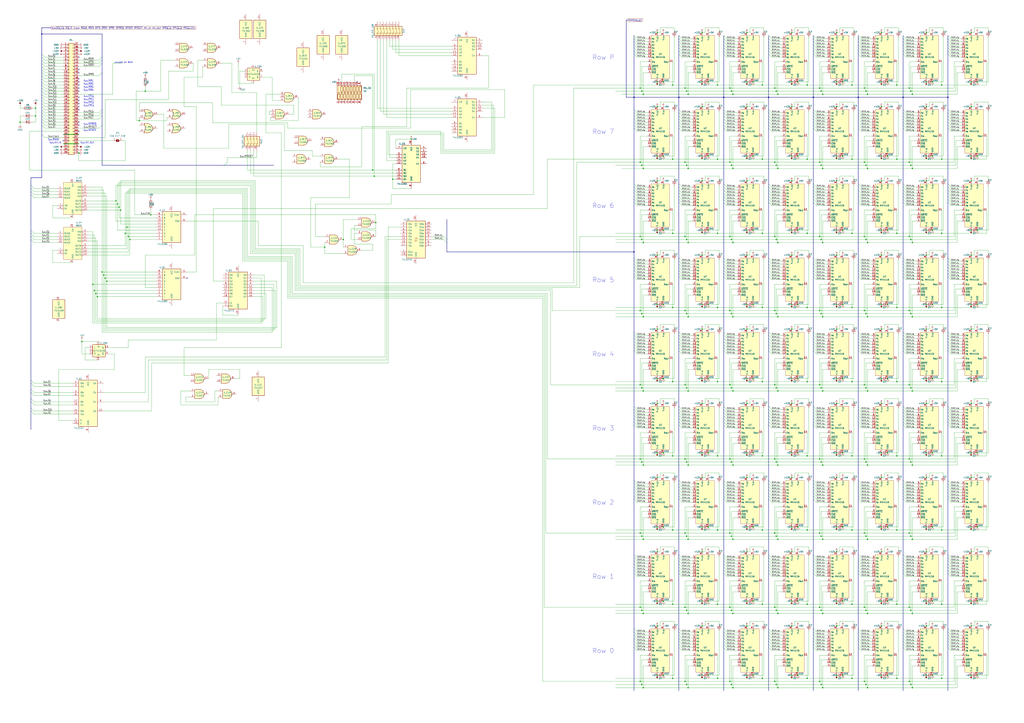
<source format=kicad_sch>
(kicad_sch (version 20211123) (generator eeschema)
  (paper "A1")
  (title_block (title "Memory Board (128k) Partial") (company "Meisaka Yukara"))
  (junction (at 87.63 231.14))
  (junction (at 618.49 311.15))
  (junction (at 34.29 27.94))
  (junction (at 655.32 311.15))
  (junction (at 539.75 250.19))
  (junction (at 613.41 494.03))
  (junction (at 712.47 382.27))
  (junction (at 637.54 318.77))
  (junction (at 728.98 554.99))
  (junction (at 773.43 313.69))
  (junction (at 655.32 189.23))
  (junction (at 749.3 138.43))
  (junction (at 797.56 270.51))
  (junction (at 692.15 250.19))
  (junction (at 728.98 372.11))
  (junction (at 736.6 252.73))
  (junction (at 802.64 128.27))
  (junction (at 102.87 191.77))
  (junction (at 528.32 260.35))
  (junction (at 675.64 138.43))
  (junction (at 674.37 379.73))
  (junction (at 760.73 26.67))
  (junction (at 576.58 372.11))
  (junction (at 749.3 382.27))
  (junction (at 539.75 331.47))
  (junction (at 728.98 189.23))
  (junction (at 613.41 87.63))
  (junction (at 613.41 372.11))
  (junction (at 711.2 562.61))
  (junction (at 723.9 494.03))
  (junction (at 699.77 191.77))
  (junction (at 539.75 87.63))
  (junction (at 675.64 260.35))
  (junction (at 119.38 74.93))
  (junction (at 692.15 128.27))
  (junction (at 674.37 257.81))
  (junction (at 638.81 565.15))
  (junction (at 528.32 565.15))
  (junction (at 637.54 562.61))
  (junction (at 760.73 128.27))
  (junction (at 692.15 554.99))
  (junction (at 746.76 377.19))
  (junction (at 544.83 189.23))
  (junction (at 528.32 321.31))
  (junction (at 636.27 499.11))
  (junction (at 562.61 255.27))
  (junction (at 673.1 72.39))
  (junction (at 692.15 372.11))
  (junction (at 562.61 316.23))
  (junction (at 728.98 311.15))
  (junction (at 576.58 494.03))
  (junction (at 525.78 255.27))
  (junction (at 123.825 176.53))
  (junction (at 613.41 148.59))
  (junction (at 539.75 128.27))
  (junction (at 699.77 374.65))
  (junction (at 797.56 67.31))
  (junction (at 711.2 257.81))
  (junction (at 723.9 26.67))
  (junction (at 746.76 255.27))
  (junction (at 576.58 250.19))
  (junction (at 650.24 128.27))
  (junction (at 650.24 250.19))
  (junction (at 650.24 87.63))
  (junction (at 599.44 560.07))
  (junction (at 760.73 453.39))
  (junction (at 581.66 433.07))
  (junction (at 527.05 501.65))
  (junction (at 650.24 514.35))
  (junction (at 600.71 379.73))
  (junction (at 525.78 72.39))
  (junction (at 306.07 139.7))
  (junction (at 797.56 87.63))
  (junction (at 692.15 494.03))
  (junction (at 600.71 196.85))
  (junction (at 613.41 250.19))
  (junction (at 599.44 133.35))
  (junction (at 631.19 80.01))
  (junction (at 539.75 311.15))
  (junction (at 746.76 316.23))
  (junction (at 797.56 148.59))
  (junction (at 746.76 194.31))
  (junction (at 528.32 504.19))
  (junction (at 626.11 130.81))
  (junction (at 709.93 377.19))
  (junction (at 650.24 331.47))
  (junction (at 613.41 392.43))
  (junction (at 637.54 135.89))
  (junction (at 613.41 331.47))
  (junction (at 600.71 74.93))
  (junction (at 655.32 372.11))
  (junction (at 618.49 372.11))
  (junction (at 674.37 562.61))
  (junction (at 655.32 554.99))
  (junction (at 576.58 392.43))
  (junction (at 636.27 194.31))
  (junction (at 525.78 438.15))
  (junction (at 601.98 77.47))
  (junction (at 802.64 311.15))
  (junction (at 674.37 318.77))
  (junction (at 562.61 499.11))
  (junction (at 662.94 252.73))
  (junction (at 674.37 74.93))
  (junction (at 687.07 270.51))
  (junction (at 552.45 69.85))
  (junction (at 563.88 257.81))
  (junction (at 562.61 194.31))
  (junction (at 712.47 199.39))
  (junction (at 266.7 203.2))
  (junction (at 576.58 209.55))
  (junction (at 581.66 189.23))
  (junction (at 601.98 321.31))
  (junction (at 712.47 77.47))
  (junction (at 581.66 494.03))
  (junction (at 638.81 443.23))
  (junction (at 528.32 382.27))
  (junction (at 96.52 167.64))
  (junction (at 675.64 443.23))
  (junction (at 709.93 499.11))
  (junction (at 539.75 554.99))
  (junction (at 687.07 494.03))
  (junction (at 539.75 392.43))
  (junction (at 563.88 196.85))
  (junction (at 308.61 182.88))
  (junction (at 613.41 433.07))
  (junction (at 723.9 209.55))
  (junction (at 673.1 499.11))
  (junction (at 528.32 199.39))
  (junction (at 650.24 311.15))
  (junction (at 723.9 433.07))
  (junction (at 709.93 316.23))
  (junction (at 802.64 250.19))
  (junction (at 711.2 196.85))
  (junction (at 650.24 67.31))
  (junction (at 544.83 433.07))
  (junction (at 527.05 74.93))
  (junction (at 760.73 494.03))
  (junction (at 760.73 331.47))
  (junction (at 601.98 443.23))
  (junction (at 589.28 69.85))
  (junction (at 599.44 194.31))
  (junction (at 528.32 443.23))
  (junction (at 601.98 565.15))
  (junction (at 650.24 148.59))
  (junction (at 600.71 318.77))
  (junction (at 662.94 435.61))
  (junction (at 711.2 318.77))
  (junction (at 675.64 77.47))
  (junction (at 723.9 453.39))
  (junction (at 687.07 87.63))
  (junction (at 637.54 440.69))
  (junction (at 563.88 440.69))
  (junction (at 723.9 270.51))
  (junction (at 687.07 128.27))
  (junction (at 760.73 250.19))
  (junction (at 778.51 80.01))
  (junction (at 711.2 74.93))
  (junction (at 525.78 499.11))
  (junction (at 601.98 260.35))
  (junction (at 736.6 496.57))
  (junction (at 675.64 321.31))
  (junction (at 565.15 138.43))
  (junction (at 67.31 280.67))
  (junction (at 565.15 199.39))
  (junction (at 699.77 496.57))
  (junction (at 687.07 148.59))
  (junction (at 636.27 377.19))
  (junction (at 618.49 128.27))
  (junction (at 749.3 199.39))
  (junction (at 773.43 130.81))
  (junction (at 80.01 243.84))
  (junction (at 650.24 209.55))
  (junction (at 749.3 443.23))
  (junction (at 600.71 562.61))
  (junction (at 765.81 189.23))
  (junction (at 581.66 554.99))
  (junction (at 728.98 128.27))
  (junction (at 613.41 189.23))
  (junction (at 337.82 114.3))
  (junction (at 674.37 501.65))
  (junction (at 594.36 80.01))
  (junction (at 638.81 138.43))
  (junction (at 552.45 313.69))
  (junction (at 600.71 257.81))
  (junction (at 565.15 504.19))
  (junction (at 589.28 435.61))
  (junction (at 773.43 69.85))
  (junction (at 662.94 69.85))
  (junction (at 104.14 186.69))
  (junction (at 565.15 321.31))
  (junction (at 562.61 560.07))
  (junction (at 552.45 374.65))
  (junction (at 589.28 252.73))
  (junction (at 662.94 313.69))
  (junction (at 581.66 311.15))
  (junction (at 711.2 135.89))
  (junction (at 687.07 250.19))
  (junction (at 601.98 504.19))
  (junction (at 601.98 382.27))
  (junction (at 527.05 196.85))
  (junction (at 563.88 74.93))
  (junction (at 773.43 496.57))
  (junction (at 613.41 26.67))
  (junction (at 613.41 453.39))
  (junction (at 544.83 311.15))
  (junction (at 106.68 196.85))
  (junction (at 712.47 321.31))
  (junction (at 687.07 189.23))
  (junction (at 527.05 379.73))
  (junction (at 527.05 257.81))
  (junction (at 655.32 67.31))
  (junction (at 552.45 435.61))
  (junction (at 699.77 252.73))
  (junction (at 599.44 499.11))
  (junction (at 760.73 311.15))
  (junction (at 565.15 260.35))
  (junction (at 589.28 191.77))
  (junction (at 674.37 135.89))
  (junction (at 638.81 199.39))
  (junction (at 699.77 313.69))
  (junction (at 29.21 88.9))
  (junction (at 97.79 170.18))
  (junction (at 773.43 435.61))
  (junction (at 599.44 316.23))
  (junction (at 748.03 562.61))
  (junction (at 636.27 438.15))
  (junction (at 736.6 191.77))
  (junction (at 760.73 392.43))
  (junction (at 636.27 255.27))
  (junction (at 613.41 311.15))
  (junction (at 618.49 189.23))
  (junction (at 673.1 560.07))
  (junction (at 576.58 311.15))
  (junction (at 673.1 133.35))
  (junction (at 565.15 565.15))
  (junction (at 114.3 99.06))
  (junction (at 765.81 494.03))
  (junction (at 662.94 557.53))
  (junction (at 760.73 372.11))
  (junction (at 636.27 560.07))
  (junction (at 711.2 379.73))
  (junction (at 675.64 565.15))
  (junction (at 728.98 67.31))
  (junction (at 748.03 501.65))
  (junction (at 655.32 433.07))
  (junction (at 626.11 374.65))
  (junction (at 539.75 26.67))
  (junction (at 637.54 196.85))
  (junction (at 589.28 130.81))
  (junction (at 638.81 382.27))
  (junction (at 600.71 135.89))
  (junction (at 749.3 321.31))
  (junction (at 736.6 69.85))
  (junction (at 746.76 438.15))
  (junction (at 749.3 565.15))
  (junction (at 76.2 233.68))
  (junction (at 78.74 241.3))
  (junction (at 773.43 191.77))
  (junction (at 618.49 433.07))
  (junction (at 527.05 318.77))
  (junction (at 638.81 504.19))
  (junction (at 675.64 199.39))
  (junction (at 576.58 554.99))
  (junction (at 650.24 392.43))
  (junction (at 650.24 270.51))
  (junction (at 712.47 443.23))
  (junction (at 552.45 130.81))
  (junction (at 636.27 133.35))
  (junction (at 687.07 453.39))
  (junction (at 650.24 189.23))
  (junction (at 552.45 496.57))
  (junction (at 618.49 554.99))
  (junction (at 601.98 199.39))
  (junction (at 576.58 514.35))
  (junction (at 613.41 270.51))
  (junction (at 723.9 67.31))
  (junction (at 760.73 554.99))
  (junction (at 527.05 440.69))
  (junction (at 565.15 77.47))
  (junction (at 699.77 69.85))
  (junction (at 576.58 67.31))
  (junction (at 692.15 189.23))
  (junction (at 105.41 194.31))
  (junction (at 544.83 128.27))
  (junction (at 613.41 209.55))
  (junction (at 675.64 504.19))
  (junction (at 746.76 133.35))
  (junction (at 760.73 209.55))
  (junction (at 544.83 372.11))
  (junction (at 83.82 223.52))
  (junction (at 85.09 226.06))
  (junction (at 562.61 438.15))
  (junction (at 557.53 80.01))
  (junction (at 674.37 196.85))
  (junction (at 723.9 128.27))
  (junction (at 765.81 250.19))
  (junction (at 674.37 440.69))
  (junction (at 525.78 194.31))
  (junction (at 626.11 496.57))
  (junction (at 520.7 207.01))
  (junction (at 520.7 80.01))
  (junction (at 637.54 257.81))
  (junction (at 797.56 554.99))
  (junction (at 802.64 189.23))
  (junction (at 307.34 144.78))
  (junction (at 797.56 331.47))
  (junction (at 281.94 196.85))
  (junction (at 736.6 130.81))
  (junction (at 748.03 257.81))
  (junction (at 712.47 138.43))
  (junction (at 618.49 67.31))
  (junction (at 589.28 496.57))
  (junction (at 618.49 494.03))
  (junction (at 760.73 148.59))
  (junction (at 692.15 433.07))
  (junction (at 539.75 372.11))
  (junction (at 528.32 77.47))
  (junction (at 749.3 260.35))
  (junction (at 563.88 318.77))
  (junction (at 626.11 435.61))
  (junction (at 576.58 433.07))
  (junction (at 539.75 189.23))
  (junction (at 712.47 565.15))
  (junction (at 599.44 72.39))
  (junction (at 802.64 494.03))
  (junction (at 748.03 379.73))
  (junction (at 760.73 189.23))
  (junction (at 797.56 392.43))
  (junction (at 525.78 560.07))
  (junction (at 576.58 270.51))
  (junction (at 704.85 80.01))
  (junction (at 662.94 496.57))
  (junction (at 95.25 165.1))
  (junction (at 797.56 311.15))
  (junction (at 563.88 562.61))
  (junction (at 662.94 130.81))
  (junction (at 673.1 194.31))
  (junction (at 600.71 501.65))
  (junction (at 539.75 494.03))
  (junction (at 802.64 67.31))
  (junction (at 748.03 74.93))
  (junction (at 723.9 514.35))
  (junction (at 709.93 255.27))
  (junction (at 673.1 377.19))
  (junction (at 99.06 172.72))
  (junction (at 728.98 433.07))
  (junction (at 746.76 560.07))
  (junction (at 748.03 440.69))
  (junction (at 760.73 514.35))
  (junction (at 699.77 130.81))
  (junction (at 589.28 557.53))
  (junction (at 673.1 255.27))
  (junction (at 797.56 128.27))
  (junction (at 797.56 189.23))
  (junction (at 723.9 189.23))
  (junction (at 765.81 433.07))
  (junction (at 527.05 135.89))
  (junction (at 773.43 557.53))
  (junction (at 746.76 499.11))
  (junction (at 576.58 189.23))
  (junction (at 699.77 557.53))
  (junction (at 748.03 135.89))
  (junction (at 581.66 372.11))
  (junction (at 626.11 557.53))
  (junction (at 576.58 331.47))
  (junction (at 723.9 372.11))
  (junction (at 650.24 26.67))
  (junction (at 638.81 321.31))
  (junction (at 562.61 377.19))
  (junction (at 765.81 372.11))
  (junction (at 662.94 374.65))
  (junction (at 711.2 440.69))
  (junction (at 655.32 250.19))
  (junction (at 581.66 67.31))
  (junction (at 797.56 209.55))
  (junction (at 797.56 514.35))
  (junction (at 723.9 331.47))
  (junction (at 765.81 67.31))
  (junction (at 650.24 433.07))
  (junction (at 562.61 133.35))
  (junction (at 760.73 270.51))
  (junction (at 728.98 494.03))
  (junction (at 668.02 80.01))
  (junction (at 723.9 87.63))
  (junction (at 539.75 209.55))
  (junction (at 655.32 128.27))
  (junction (at 728.98 250.19))
  (junction (at 16.51 100.33))
  (junction (at 618.49 250.19))
  (junction (at 637.54 74.93))
  (junction (at 709.93 438.15))
  (junction (at 576.58 87.63))
  (junction (at 749.3 77.47))
  (junction (at 576.58 453.39))
  (junction (at 650.24 453.39))
  (junction (at 709.93 72.39))
  (junction (at 581.66 250.19))
  (junction (at 699.77 435.61))
  (junction (at 638.81 77.47))
  (junction (at 692.15 67.31))
  (junction (at 675.64 382.27))
  (junction (at 576.58 128.27))
  (junction (at 636.27 72.39))
  (junction (at 539.75 148.59))
  (junction (at 544.83 250.19))
  (junction (at 692.15 311.15))
  (junction (at 802.64 372.11))
  (junction (at 600.71 440.69))
  (junction (at 626.11 313.69))
  (junction (at 29.21 95.25))
  (junction (at 650.24 494.03))
  (junction (at 565.15 443.23))
  (junction (at 711.2 501.65))
  (junction (at 687.07 26.67))
  (junction (at 748.03 196.85))
  (junction (at 802.64 554.99))
  (junction (at 636.27 316.23))
  (junction (at 741.68 80.01))
  (junction (at 673.1 438.15))
  (junction (at 525.78 133.35))
  (junction (at 712.47 260.35))
  (junction (at 773.43 252.73))
  (junction (at 765.81 128.27))
  (junction (at 673.1 316.23))
  (junction (at 765.81 311.15))
  (junction (at 527.05 562.61))
  (junction (at 637.54 379.73))
  (junction (at 736.6 557.53))
  (junction (at 613.41 554.99))
  (junction (at 687.07 67.31))
  (junction (at 86.36 228.6))
  (junction (at 626.11 252.73))
  (junction (at 760.73 87.63))
  (junction (at 525.78 377.19))
  (junction (at 613.41 514.35))
  (junction (at 638.81 260.35))
  (junction (at 736.6 435.61))
  (junction (at 749.3 504.19))
  (junction (at 687.07 372.11))
  (junction (at 650.24 554.99))
  (junction (at 599.44 438.15))
  (junction (at 797.56 372.11))
  (junction (at 736.6 313.69))
  (junction (at 637.54 501.65))
  (junction (at 687.07 331.47))
  (junction (at 576.58 26.67))
  (junction (at 525.78 316.23))
  (junction (at 760.73 67.31))
  (junction (at 563.88 501.65))
  (junction (at 723.9 392.43))
  (junction (at 797.56 494.03))
  (junction (at 552.45 557.53))
  (junction (at 552.45 191.77))
  (junction (at 723.9 250.19))
  (junction (at 626.11 191.77))
  (junction (at 322.58 147.32))
  (junction (at 563.88 379.73))
  (junction (at 802.64 433.07))
  (junction (at 687.07 554.99))
  (junction (at 723.9 311.15))
  (junction (at 797.56 453.39))
  (junction (at 712.47 504.19))
  (junction (at 687.07 311.15))
  (junction (at 562.61 72.39))
  (junction (at 565.15 382.27))
  (junction (at 626.11 69.85))
  (junction (at 687.07 209.55))
  (junction (at 723.9 148.59))
  (junction (at 723.9 554.99))
  (junction (at 539.75 270.51))
  (junction (at 709.93 194.31))
  (junction (at 748.03 318.77))
  (junction (at 687.07 433.07))
  (junction (at 539.75 453.39))
  (junction (at 539.75 514.35))
  (junction (at 64.77 125.73))
  (junction (at 528.32 138.43))
  (junction (at 797.56 250.19))
  (junction (at 687.07 514.35))
  (junction (at 552.45 252.73))
  (junction (at 613.41 67.31))
  (junction (at 709.93 560.07))
  (junction (at 544.83 67.31))
  (junction (at 539.75 67.31))
  (junction (at 544.83 554.99))
  (junction (at 662.94 191.77))
  (junction (at 613.41 128.27))
  (junction (at 760.73 433.07))
  (junction (at 599.44 255.27))
  (junction (at 576.58 148.59))
  (junction (at 544.83 494.03))
  (junction (at 601.98 138.43))
  (junction (at 599.44 377.19))
  (junction (at 77.47 238.76))
  (junction (at 589.28 313.69))
  (junction (at 797.56 433.07))
  (junction (at 650.24 372.11))
  (junction (at 539.75 433.07))
  (junction (at 581.66 128.27))
  (junction (at 563.88 135.89))
  (junction (at 655.32 494.03))
  (junction (at 746.76 72.39))
  (junction (at 797.56 26.67))
  (junction (at 736.6 374.65))
  (junction (at 773.43 374.65))
  (junction (at 765.81 554.99))
  (junction (at 687.07 392.43))
  (junction (at 589.28 374.65))
  (junction (at 709.93 133.35))
  (no_connect (at 153.67 228.6))
  (no_connect (at 64.77 46.99))
  (no_connect (at 293.37 67.31))
  (no_connect (at 64.77 80.01))
  (no_connect (at 64.77 87.63))
  (no_connect (at 64.77 85.09))
  (no_connect (at 64.77 82.55))
  (no_connect (at 52.07 115.57))
  (no_connect (at 64.77 90.17))
  (no_connect (at 64.77 72.39))
  (no_connect (at 64.77 69.85))
  (no_connect (at 64.77 67.31))
  (no_connect (at 64.77 74.93))
  (no_connect (at 64.77 64.77))
  (no_connect (at 64.77 100.33))
  (no_connect (at 64.77 57.15))
  (no_connect (at 64.77 107.95))
  (no_connect (at 64.77 59.69))
  (no_connect (at 64.77 102.87))
  (bus_entry (at 668.02 527.05) (size 2.54 2.54))
  (bus_entry (at 704.85 341.63) (size 2.54 2.54))
  (bus_entry (at 631.19 224.79) (size 2.54 2.54))
  (bus_entry (at 520.7 461.01) (size 2.54 2.54))
  (bus_entry (at 34.29 46.99) (size 2.54 2.54))
  (bus_entry (at 557.53 402.59) (size 2.54 2.54))
  (bus_entry (at 631.19 334.01) (size 2.54 2.54))
  (bus_entry (at 631.19 283.21) (size 2.54 2.54))
  (bus_entry (at 557.53 405.13) (size 2.54 2.54))
  (bus_entry (at 668.02 158.75) (size 2.54 2.54))
  (bus_entry (at 25.4 312.42) (size 2.54 2.54))
  (bus_entry (at 668.02 41.91) (size 2.54 2.54))
  (bus_entry (at 741.68 92.71) (size 2.54 2.54))
  (bus_entry (at 557.53 156.21) (size 2.54 2.54))
  (bus_entry (at 520.7 405.13) (size 2.54 2.54))
  (bus_entry (at 668.02 346.71) (size 2.54 2.54))
  (bus_entry (at 668.02 341.63) (size 2.54 2.54))
  (bus_entry (at 520.7 95.25) (size 2.54 2.54))
  (bus_entry (at 631.19 402.59) (size 2.54 2.54))
  (bus_entry (at 668.02 410.21) (size 2.54 2.54))
  (bus_entry (at 668.02 461.01) (size 2.54 2.54))
  (bus_entry (at 594.36 39.37) (size 2.54 2.54))
  (bus_entry (at 520.7 100.33) (size 2.54 2.54))
  (bus_entry (at 668.02 519.43) (size 2.54 2.54))
  (bus_entry (at 741.68 222.25) (size 2.54 2.54))
  (bus_entry (at 520.7 280.67) (size 2.54 2.54))
  (bus_entry (at 594.36 166.37) (size 2.54 2.54))
  (bus_entry (at 25.4 314.96) (size 2.54 2.54))
  (bus_entry (at 741.68 212.09) (size 2.54 2.54))
  (bus_entry (at 704.85 158.75) (size 2.54 2.54))
  (bus_entry (at 631.19 39.37) (size 2.54 2.54))
  (bus_entry (at 741.68 288.29) (size 2.54 2.54))
  (bus_entry (at 631.19 41.91) (size 2.54 2.54))
  (bus_entry (at 631.19 92.71) (size 2.54 2.54))
  (bus_entry (at 668.02 402.59) (size 2.54 2.54))
  (bus_entry (at 704.85 516.89) (size 2.54 2.54))
  (bus_entry (at 520.7 151.13) (size 2.54 2.54))
  (bus_entry (at 557.53 34.29) (size 2.54 2.54))
  (bus_entry (at 557.53 227.33) (size 2.54 2.54))
  (bus_entry (at 741.68 163.83) (size 2.54 2.54))
  (bus_entry (at 778.51 336.55) (size 2.54 2.54))
  (bus_entry (at 668.02 214.63) (size 2.54 2.54))
  (bus_entry (at 778.51 280.67) (size 2.54 2.54))
  (bus_entry (at 704.85 336.55) (size 2.54 2.54))
  (bus_entry (at 778.51 100.33) (size 2.54 2.54))
  (bus_entry (at 594.36 29.21) (size 2.54 2.54))
  (bus_entry (at 594.36 156.21) (size 2.54 2.54))
  (bus_entry (at 631.19 280.67) (size 2.54 2.54))
  (bus_entry (at 594.36 219.71) (size 2.54 2.54))
  (bus_entry (at 668.02 44.45) (size 2.54 2.54))
  (bus_entry (at 557.53 468.63) (size 2.54 2.54))
  (bus_entry (at 668.02 463.55) (size 2.54 2.54))
  (bus_entry (at 25.4 327.66) (size 2.54 2.54))
  (bus_entry (at 557.53 458.47) (size 2.54 2.54))
  (bus_entry (at 631.19 461.01) (size 2.54 2.54))
  (bus_entry (at 557.53 334.01) (size 2.54 2.54))
  (bus_entry (at 557.53 219.71) (size 2.54 2.54))
  (bus_entry (at 741.68 34.29) (size 2.54 2.54))
  (bus_entry (at 741.68 407.67) (size 2.54 2.54))
  (bus_entry (at 778.51 275.59) (size 2.54 2.54))
  (bus_entry (at 631.19 29.21) (size 2.54 2.54))
  (bus_entry (at 594.36 161.29) (size 2.54 2.54))
  (bus_entry (at 594.36 153.67) (size 2.54 2.54))
  (bus_entry (at 778.51 397.51) (size 2.54 2.54))
  (bus_entry (at 704.85 519.43) (size 2.54 2.54))
  (bus_entry (at 520.7 400.05) (size 2.54 2.54))
  (bus_entry (at 594.36 97.79) (size 2.54 2.54))
  (bus_entry (at 741.68 529.59) (size 2.54 2.54))
  (bus_entry (at 741.68 158.75) (size 2.54 2.54))
  (bus_entry (at 704.85 402.59) (size 2.54 2.54))
  (bus_entry (at 704.85 163.83) (size 2.54 2.54))
  (bus_entry (at 594.36 394.97) (size 2.54 2.54))
  (bus_entry (at 741.68 217.17) (size 2.54 2.54))
  (bus_entry (at 668.02 227.33) (size 2.54 2.54))
  (bus_entry (at 25.4 330.2) (size 2.54 2.54))
  (bus_entry (at 594.36 349.25) (size 2.54 2.54))
  (bus_entry (at 631.19 339.09) (size 2.54 2.54))
  (bus_entry (at 631.19 153.67) (size 2.54 2.54))
  (bus_entry (at 668.02 394.97) (size 2.54 2.54))
  (bus_entry (at 557.53 29.21) (size 2.54 2.54))
  (bus_entry (at 557.53 285.75) (size 2.54 2.54))
  (bus_entry (at 520.7 471.17) (size 2.54 2.54))
  (bus_entry (at 520.7 341.63) (size 2.54 2.54))
  (bus_entry (at 557.53 397.51) (size 2.54 2.54))
  (bus_entry (at 557.53 100.33) (size 2.54 2.54))
  (bus_entry (at 594.36 285.75) (size 2.54 2.54))
  (bus_entry (at 631.19 344.17) (size 2.54 2.54))
  (bus_entry (at 778.51 407.67) (size 2.54 2.54))
  (bus_entry (at 594.36 280.67) (size 2.54 2.54))
  (bus_entry (at 594.36 214.63) (size 2.54 2.54))
  (bus_entry (at 594.36 34.29) (size 2.54 2.54))
  (bus_entry (at 34.29 57.15) (size 2.54 2.54))
  (bus_entry (at 594.36 341.63) (size 2.54 2.54))
  (bus_entry (at 741.68 458.47) (size 2.54 2.54))
  (bus_entry (at 778.51 105.41) (size 2.54 2.54))
  (bus_entry (at 668.02 455.93) (size 2.54 2.54))
  (bus_entry (at 704.85 471.17) (size 2.54 2.54))
  (bus_entry (at 741.68 285.75) (size 2.54 2.54))
  (bus_entry (at 704.85 105.41) (size 2.54 2.54))
  (bus_entry (at 520.7 516.89) (size 2.54 2.54))
  (bus_entry (at 741.68 31.75) (size 2.54 2.54))
  (bus_entry (at 557.53 97.79) (size 2.54 2.54))
  (bus_entry (at 668.02 400.05) (size 2.54 2.54))
  (bus_entry (at 594.36 410.21) (size 2.54 2.54))
  (bus_entry (at 778.51 283.21) (size 2.54 2.54))
  (bus_entry (at 557.53 463.55) (size 2.54 2.54))
  (bus_entry (at 557.53 532.13) (size 2.54 2.54))
  (bus_entry (at 704.85 273.05) (size 2.54 2.54))
  (bus_entry (at 704.85 166.37) (size 2.54 2.54))
  (bus_entry (at 778.51 102.87) (size 2.54 2.54))
  (bus_entry (at 25.4 157.48) (size 2.54 2.54))
  (bus_entry (at 34.29 44.45) (size 2.54 2.54))
  (bus_entry (at 668.02 156.21) (size 2.54 2.54))
  (bus_entry (at 778.51 34.29) (size 2.54 2.54))
  (bus_entry (at 778.51 36.83) (size 2.54 2.54))
  (bus_entry (at 34.29 87.63) (size 2.54 2.54))
  (bus_entry (at 778.51 29.21) (size 2.54 2.54))
  (bus_entry (at 631.19 405.13) (size 2.54 2.54))
  (bus_entry (at 704.85 397.51) (size 2.54 2.54))
  (bus_entry (at 520.7 466.09) (size 2.54 2.54))
  (bus_entry (at 704.85 44.45) (size 2.54 2.54))
  (bus_entry (at 741.68 105.41) (size 2.54 2.54))
  (bus_entry (at 668.02 280.67) (size 2.54 2.54))
  (bus_entry (at 557.53 39.37) (size 2.54 2.54))
  (bus_entry (at 594.36 273.05) (size 2.54 2.54))
  (bus_entry (at 34.29 77.47) (size 2.54 2.54))
  (bus_entry (at 704.85 532.13) (size 2.54 2.54))
  (bus_entry (at 594.36 44.45) (size 2.54 2.54))
  (bus_entry (at 778.51 394.97) (size 2.54 2.54))
  (bus_entry (at 778.51 524.51) (size 2.54 2.54))
  (bus_entry (at 557.53 280.67) (size 2.54 2.54))
  (bus_entry (at 631.19 527.05) (size 2.54 2.54))
  (bus_entry (at 631.19 222.25) (size 2.54 2.54))
  (bus_entry (at 741.68 519.43) (size 2.54 2.54))
  (bus_entry (at 34.29 102.87) (size 2.54 2.54))
  (bus_entry (at 520.7 532.13) (size 2.54 2.54))
  (bus_entry (at 83.82 102.87) (size -2.54 2.54))
  (bus_entry (at 631.19 90.17) (size 2.54 2.54))
  (bus_entry (at 557.53 153.67) (size 2.54 2.54))
  (bus_entry (at 520.7 227.33) (size 2.54 2.54))
  (bus_entry (at 668.02 405.13) (size 2.54 2.54))
  (bus_entry (at 631.19 341.63) (size 2.54 2.54))
  (bus_entry (at 520.7 102.87) (size 2.54 2.54))
  (bus_entry (at 520.7 156.21) (size 2.54 2.54))
  (bus_entry (at 594.36 466.09) (size 2.54 2.54))
  (bus_entry (at 704.85 288.29) (size 2.54 2.54))
  (bus_entry (at 557.53 217.17) (size 2.54 2.54))
  (bus_entry (at 594.36 31.75) (size 2.54 2.54))
  (bus_entry (at 704.85 153.67) (size 2.54 2.54))
  (bus_entry (at 741.68 227.33) (size 2.54 2.54))
  (bus_entry (at 704.85 280.67) (size 2.54 2.54))
  (bus_entry (at 778.51 41.91) (size 2.54 2.54))
  (bus_entry (at 594.36 158.75) (size 2.54 2.54))
  (bus_entry (at 778.51 521.97) (size 2.54 2.54))
  (bus_entry (at 520.7 394.97) (size 2.54 2.54))
  (bus_entry (at 704.85 224.79) (size 2.54 2.54))
  (bus_entry (at 668.02 407.67) (size 2.54 2.54))
  (bus_entry (at 520.7 105.41) (size 2.54 2.54))
  (bus_entry (at 778.51 227.33) (size 2.54 2.54))
  (bus_entry (at 778.51 31.75) (size 2.54 2.54))
  (bus_entry (at 631.19 471.17) (size 2.54 2.54))
  (bus_entry (at 741.68 224.79) (size 2.54 2.54))
  (bus_entry (at 34.29 85.09) (size 2.54 2.54))
  (bus_entry (at 631.19 219.71) (size 2.54 2.54))
  (bus_entry (at 631.19 166.37) (size 2.54 2.54))
  (bus_entry (at 557.53 283.21) (size 2.54 2.54))
  (bus_entry (at 668.02 521.97) (size 2.54 2.54))
  (bus_entry (at 25.4 196.85) (size 2.54 2.54))
  (bus_entry (at 668.02 344.17) (size 2.54 2.54))
  (bus_entry (at 631.19 102.87) (size 2.54 2.54))
  (bus_entry (at 631.19 466.09) (size 2.54 2.54))
  (bus_entry (at 778.51 166.37) (size 2.54 2.54))
  (bus_entry (at 520.7 455.93) (size 2.54 2.54))
  (bus_entry (at 741.68 344.17) (size 2.54 2.54))
  (bus_entry (at 778.51 97.79) (size 2.54 2.54))
  (bus_entry (at 594.36 402.59) (size 2.54 2.54))
  (bus_entry (at 557.53 400.05) (size 2.54 2.54))
  (bus_entry (at 668.02 458.47) (size 2.54 2.54))
  (bus_entry (at 704.85 212.09) (size 2.54 2.54))
  (bus_entry (at 631.19 519.43) (size 2.54 2.54))
  (bus_entry (at 557.53 102.87) (size 2.54 2.54))
  (bus_entry (at 594.36 288.29) (size 2.54 2.54))
  (bus_entry (at 594.36 346.71) (size 2.54 2.54))
  (bus_entry (at 741.68 334.01) (size 2.54 2.54))
  (bus_entry (at 704.85 334.01) (size 2.54 2.54))
  (bus_entry (at 34.29 54.61) (size 2.54 2.54))
  (bus_entry (at 557.53 41.91) (size 2.54 2.54))
  (bus_entry (at 668.02 288.29) (size 2.54 2.54))
  (bus_entry (at 741.68 461.01) (size 2.54 2.54))
  (bus_entry (at 557.53 341.63) (size 2.54 2.54))
  (bus_entry (at 778.51 219.71) (size 2.54 2.54))
  (bus_entry (at 631.19 212.09) (size 2.54 2.54))
  (bus_entry (at 778.51 532.13) (size 2.54 2.54))
  (bus_entry (at 83.82 52.07) (size -2.54 2.54))
  (bus_entry (at 557.53 31.75) (size 2.54 2.54))
  (bus_entry (at 704.85 95.25) (size 2.54 2.54))
  (bus_entry (at 778.51 273.05) (size 2.54 2.54))
  (bus_entry (at 668.02 283.21) (size 2.54 2.54))
  (bus_entry (at 83.82 95.25) (size -2.54 2.54))
  (bus_entry (at 668.02 212.09) (size 2.54 2.54))
  (bus_entry (at 34.29 92.71) (size 2.54 2.54))
  (bus_entry (at 778.51 90.17) (size 2.54 2.54))
  (bus_entry (at 778.51 334.01) (size 2.54 2.54))
  (bus_entry (at 520.7 222.25) (size 2.54 2.54))
  (bus_entry (at 557.53 336.55) (size 2.54 2.54))
  (bus_entry (at 668.02 153.67) (size 2.54 2.54))
  (bus_entry (at 631.19 97.79) (size 2.54 2.54))
  (bus_entry (at 594.36 151.13) (size 2.54 2.54))
  (bus_entry (at 741.68 161.29) (size 2.54 2.54))
  (bus_entry (at 367.03 199.39) (size -2.54 -2.54))
  (bus_entry (at 520.7 217.17) (size 2.54 2.54))
  (bus_entry (at 778.51 410.21) (size 2.54 2.54))
  (bus_entry (at 704.85 527.05) (size 2.54 2.54))
  (bus_entry (at 631.19 275.59) (size 2.54 2.54))
  (bus_entry (at 741.68 100.33) (size 2.54 2.54))
  (bus_entry (at 741.68 532.13) (size 2.54 2.54))
  (bus_entry (at 520.7 524.51) (size 2.54 2.54))
  (bus_entry (at 25.4 160.02) (size 2.54 2.54))
  (bus_entry (at 594.36 458.47) (size 2.54 2.54))
  (bus_entry (at 631.19 346.71) (size 2.54 2.54))
  (bus_entry (at 704.85 283.21) (size 2.54 2.54))
  (bus_entry (at 520.7 39.37) (size 2.54 2.54))
  (bus_entry (at 741.68 214.63) (size 2.54 2.54))
  (bus_entry (at 704.85 529.59) (size 2.54 2.54))
  (bus_entry (at 778.51 527.05) (size 2.54 2.54))
  (bus_entry (at 704.85 34.29) (size 2.54 2.54))
  (bus_entry (at 520.7 529.59) (size 2.54 2.54))
  (bus_entry (at 741.68 455.93) (size 2.54 2.54))
  (bus_entry (at 25.4 152.4) (size 2.54 2.54))
  (bus_entry (at 704.85 41.91) (size 2.54 2.54))
  (bus_entry (at 594.36 41.91) (size 2.54 2.54))
  (bus_entry (at 520.7 278.13) (size 2.54 2.54))
  (bus_entry (at 520.7 336.55) (size 2.54 2.54))
  (bus_entry (at 594.36 283.21) (size 2.54 2.54))
  (bus_entry (at 741.68 402.59) (size 2.54 2.54))
  (bus_entry (at 520.7 349.25) (size 2.54 2.54))
  (bus_entry (at 631.19 31.75) (size 2.54 2.54))
  (bus_entry (at 34.29 64.77) (size 2.54 2.54))
  (bus_entry (at 668.02 334.01) (size 2.54 2.54))
  (bus_entry (at 557.53 92.71) (size 2.54 2.54))
  (bus_entry (at 520.7 521.97) (size 2.54 2.54))
  (bus_entry (at 631.19 349.25) (size 2.54 2.54))
  (bus_entry (at 704.85 405.13) (size 2.54 2.54))
  (bus_entry (at 83.82 49.53) (size -2.54 2.54))
  (bus_entry (at 668.02 224.79) (size 2.54 2.54))
  (bus_entry (at 594.36 468.63) (size 2.54 2.54))
  (bus_entry (at 520.7 344.17) (size 2.54 2.54))
  (bus_entry (at 520.7 36.83) (size 2.54 2.54))
  (bus_entry (at 594.36 521.97) (size 2.54 2.54))
  (bus_entry (at 704.85 97.79) (size 2.54 2.54))
  (bus_entry (at 668.02 285.75) (size 2.54 2.54))
  (bus_entry (at 520.7 283.21) (size 2.54 2.54))
  (bus_entry (at 704.85 466.09) (size 2.54 2.54))
  (bus_entry (at 631.19 516.89) (size 2.54 2.54))
  (bus_entry (at 25.4 335.28) (size 2.54 2.54))
  (bus_entry (at 557.53 151.13) (size 2.54 2.54))
  (bus_entry (at 741.68 283.21) (size 2.54 2.54))
  (bus_entry (at 594.36 463.55) (size 2.54 2.54))
  (bus_entry (at 668.02 516.89) (size 2.54 2.54))
  (bus_entry (at 34.29 110.49) (size 2.54 2.54))
  (bus_entry (at 668.02 217.17) (size 2.54 2.54))
  (bus_entry (at 631.19 163.83) (size 2.54 2.54))
  (bus_entry (at 520.7 158.75) (size 2.54 2.54))
  (bus_entry (at 557.53 222.25) (size 2.54 2.54))
  (bus_entry (at 668.02 532.13) (size 2.54 2.54))
  (bus_entry (at 668.02 471.17) (size 2.54 2.54))
  (bus_entry (at 741.68 153.67) (size 2.54 2.54))
  (bus_entry (at 668.02 275.59) (size 2.54 2.54))
  (bus_entry (at 741.68 102.87) (size 2.54 2.54))
  (bus_entry (at 741.68 39.37) (size 2.54 2.54))
  (bus_entry (at 704.85 394.97) (size 2.54 2.54))
  (bus_entry (at 594.36 275.59) (size 2.54 2.54))
  (bus_entry (at 704.85 468.63) (size 2.54 2.54))
  (bus_entry (at 520.7 31.75) (size 2.54 2.54))
  (bus_entry (at 778.51 455.93) (size 2.54 2.54))
  (bus_entry (at 594.36 278.13) (size 2.54 2.54))
  (bus_entry (at 520.7 339.09) (size 2.54 2.54))
  (bus_entry (at 557.53 527.05) (size 2.54 2.54))
  (bus_entry (at 741.68 29.21) (size 2.54 2.54))
  (bus_entry (at 520.7 41.91) (size 2.54 2.54))
  (bus_entry (at 778.51 212.09) (size 2.54 2.54))
  (bus_entry (at 594.36 529.59) (size 2.54 2.54))
  (bus_entry (at 741.68 397.51) (size 2.54 2.54))
  (bus_entry (at 778.51 214.63) (size 2.54 2.54))
  (bus_entry (at 668.02 219.71) (size 2.54 2.54))
  (bus_entry (at 520.7 458.47) (size 2.54 2.54))
  (bus_entry (at 594.36 471.17) (size 2.54 2.54))
  (bus_entry (at 557.53 461.01) (size 2.54 2.54))
  (bus_entry (at 557.53 273.05) (size 2.54 2.54))
  (bus_entry (at 520.7 97.79) (size 2.54 2.54))
  (bus_entry (at 557.53 471.17) (size 2.54 2.54))
  (bus_entry (at 778.51 92.71) (size 2.54 2.54))
  (bus_entry (at 741.68 524.51) (size 2.54 2.54))
  (bus_entry (at 668.02 529.59) (size 2.54 2.54))
  (bus_entry (at 557.53 161.29) (size 2.54 2.54))
  (bus_entry (at 557.53 529.59) (size 2.54 2.54))
  (bus_entry (at 741.68 405.13) (size 2.54 2.54))
  (bus_entry (at 594.36 227.33) (size 2.54 2.54))
  (bus_entry (at 668.02 90.17) (size 2.54 2.54))
  (bus_entry (at 631.19 394.97) (size 2.54 2.54))
  (bus_entry (at 778.51 471.17) (size 2.54 2.54))
  (bus_entry (at 741.68 44.45) (size 2.54 2.54))
  (bus_entry (at 704.85 410.21) (size 2.54 2.54))
  (bus_entry (at 741.68 346.71) (size 2.54 2.54))
  (bus_entry (at 741.68 156.21) (size 2.54 2.54))
  (bus_entry (at 778.51 278.13) (size 2.54 2.54))
  (bus_entry (at 668.02 102.87) (size 2.54 2.54))
  (bus_entry (at 668.02 161.29) (size 2.54 2.54))
  (bus_entry (at 704.85 285.75) (size 2.54 2.54))
  (bus_entry (at 778.51 349.25) (size 2.54 2.54))
  (bus_entry (at 25.4 154.94) (size 2.54 2.54))
  (bus_entry (at 34.29 69.85) (size 2.54 2.54))
  (bus_entry (at 778.51 222.25) (size 2.54 2.54))
  (bus_entry (at 704.85 217.17) (size 2.54 2.54))
  (bus_entry (at 631.19 105.41) (size 2.54 2.54))
  (bus_entry (at 557.53 36.83) (size 2.54 2.54))
  (bus_entry (at 778.51 529.59) (size 2.54 2.54))
  (bus_entry (at 778.51 344.17) (size 2.54 2.54))
  (bus_entry (at 668.02 34.29) (size 2.54 2.54))
  (bus_entry (at 668.02 29.21) (size 2.54 2.54))
  (bus_entry (at 594.36 344.17) (size 2.54 2.54))
  (bus_entry (at 520.7 214.63) (size 2.54 2.54))
  (bus_entry (at 778.51 95.25) (size 2.54 2.54))
  (bus_entry (at 741.68 95.25) (size 2.54 2.54))
  (bus_entry (at 778.51 463.55) (size 2.54 2.54))
  (bus_entry (at 631.19 36.83) (size 2.54 2.54))
  (bus_entry (at 557.53 394.97) (size 2.54 2.54))
  (bus_entry (at 520.7 275.59) (size 2.54 2.54))
  (bus_entry (at 631.19 214.63) (size 2.54 2.54))
  (bus_entry (at 741.68 400.05) (size 2.54 2.54))
  (bus_entry (at 631.19 34.29) (size 2.54 2.54))
  (bus_entry (at 520.7 402.59) (size 2.54 2.54))
  (bus_entry (at 631.19 521.97) (size 2.54 2.54))
  (bus_entry (at 741.68 97.79) (size 2.54 2.54))
  (bus_entry (at 557.53 516.89) (size 2.54 2.54))
  (bus_entry (at 704.85 222.25) (size 2.54 2.54))
  (bus_entry (at 557.53 278.13) (size 2.54 2.54))
  (bus_entry (at 520.7 334.01) (size 2.54 2.54))
  (bus_entry (at 741.68 151.13) (size 2.54 2.54))
  (bus_entry (at 83.82 92.71) (size -2.54 2.54))
  (bus_entry (at 520.7 397.51) (size 2.54 2.54))
  (bus_entry (at 520.7 346.71) (size 2.54 2.54))
  (bus_entry (at 668.02 95.25) (size 2.54 2.54))
  (bus_entry (at 594.36 224.79) (size 2.54 2.54))
  (bus_entry (at 778.51 151.13) (size 2.54 2.54))
  (bus_entry (at 520.7 407.67) (size 2.54 2.54))
  (bus_entry (at 34.29 52.07) (size 2.54 2.54))
  (bus_entry (at 741.68 36.83) (size 2.54 2.54))
  (bus_entry (at 741.68 339.09) (size 2.54 2.54))
  (bus_entry (at 704.85 156.21) (size 2.54 2.54))
  (bus_entry (at 557.53 214.63) (size 2.54 2.54))
  (bus_entry (at 778.51 405.13) (size 2.54 2.54))
  (bus_entry (at 631.19 217.17) (size 2.54 2.54))
  (bus_entry (at 704.85 455.93) (size 2.54 2.54))
  (bus_entry (at 704.85 463.55) (size 2.54 2.54))
  (bus_entry (at 668.02 468.63) (size 2.54 2.54))
  (bus_entry (at 668.02 349.25) (size 2.54 2.54))
  (bus_entry (at 594.36 527.05) (size 2.54 2.54))
  (bus_entry (at 184.15 135.89) (size 2.54 -2.54))
  (bus_entry (at 520.7 519.43) (size 2.54 2.54))
  (bus_entry (at 520.7 463.55) (size 2.54 2.54))
  (bus_entry (at 741.68 521.97) (size 2.54 2.54))
  (bus_entry (at 741.68 394.97) (size 2.54 2.54))
  (bus_entry (at 668.02 163.83) (size 2.54 2.54))
  (bus_entry (at 631.19 336.55) (size 2.54 2.54))
  (bus_entry (at 778.51 400.05) (size 2.54 2.54))
  (bus_entry (at 631.19 532.13) (size 2.54 2.54))
  (bus_entry (at 668.02 273.05) (size 2.54 2.54))
  (bus_entry (at 594.36 524.51) (size 2.54 2.54))
  (bus_entry (at 631.19 529.59) (size 2.54 2.54))
  (bus_entry (at 741.68 463.55) (size 2.54 2.54))
  (bus_entry (at 594.36 455.93) (size 2.54 2.54))
  (bus_entry (at 25.4 189.23) (size 2.54 2.54))
  (bus_entry (at 34.29 49.53) (size 2.54 2.54))
  (bus_entry (at 668.02 339.09) (size 2.54 2.54))
  (bus_entry (at 557.53 524.51) (size 2.54 2.54))
  (bus_entry (at 594.36 407.67) (size 2.54 2.54))
  (bus_entry (at 778.51 288.29) (size 2.54 2.54))
  (bus_entry (at 704.85 349.25) (size 2.54 2.54))
  (bus_entry (at 741.68 410.21) (size 2.54 2.54))
  (bus_entry (at 668.02 100.33) (size 2.54 2.54))
  (bus_entry (at 704.85 214.63) (size 2.54 2.54))
  (bus_entry (at 704.85 344.17) (size 2.54 2.54))
  (bus_entry (at 741.68 90.17) (size 2.54 2.54))
  (bus_entry (at 631.19 285.75) (size 2.54 2.54))
  (bus_entry (at 631.19 468.63) (size 2.54 2.54))
  (bus_entry (at 668.02 39.37) (size 2.54 2.54))
  (bus_entry (at 594.36 339.09) (size 2.54 2.54))
  (bus_entry (at 741.68 471.17) (size 2.54 2.54))
  (bus_entry (at 778.51 466.09) (size 2.54 2.54))
  (bus_entry (at 34.29 62.23) (size 2.54 2.54))
  (bus_entry (at 520.7 288.29) (size 2.54 2.54))
  (bus_entry (at 741.68 349.25) (size 2.54 2.54))
  (bus_entry (at 741.68 219.71) (size 2.54 2.54))
  (bus_entry (at 741.68 166.37) (size 2.54 2.54))
  (bus_entry (at 778.51 341.63) (size 2.54 2.54))
  (bus_entry (at 520.7 224.79) (size 2.54 2.54))
  (bus_entry (at 557.53 105.41) (size 2.54 2.54))
  (bus_entry (at 34.29 59.69) (size 2.54 2.54))
  (bus_entry (at 594.36 516.89) (size 2.54 2.54))
  (bus_entry (at 557.53 95.25) (size 2.54 2.54))
  (bus_entry (at 631.19 151.13) (size 2.54 2.54))
  (bus_entry (at 704.85 346.71) (size 2.54 2.54))
  (bus_entry (at 668.02 166.37) (size 2.54 2.54))
  (bus_entry (at 520.7 285.75) (size 2.54 2.54))
  (bus_entry (at 557.53 344.17) (size 2.54 2.54))
  (bus_entry (at 741.68 516.89) (size 2.54 2.54))
  (bus_entry (at 520.7 163.83) (size 2.54 2.54))
  (bus_entry (at 704.85 458.47) (size 2.54 2.54))
  (bus_entry (at 594.36 461.01) (size 2.54 2.54))
  (bus_entry (at 778.51 339.09) (size 2.54 2.54))
  (bus_entry (at 778.51 161.29) (size 2.54 2.54))
  (bus_entry (at 594.36 90.17) (size 2.54 2.54))
  (bus_entry (at 741.68 336.55) (size 2.54 2.54))
  (bus_entry (at 778.51 158.75) (size 2.54 2.54))
  (bus_entry (at 778.51 458.47) (size 2.54 2.54))
  (bus_entry (at 520.7 212.09) (size 2.54 2.54))
  (bus_entry (at 34.29 90.17) (size 2.54 2.54))
  (bus_entry (at 668.02 151.13) (size 2.54 2.54))
  (bus_entry (at 704.85 521.97) (size 2.54 2.54))
  (bus_entry (at 741.68 466.09) (size 2.54 2.54))
  (bus_entry (at 704.85 100.33) (size 2.54 2.54))
  (bus_entry (at 520.7 34.29) (size 2.54 2.54))
  (bus_entry (at 25.4 322.58) (size 2.54 2.54))
  (bus_entry (at 520.7 527.05) (size 2.54 2.54))
  (bus_entry (at 557.53 44.45) (size 2.54 2.54))
  (bus_entry (at 778.51 39.37) (size 2.54 2.54))
  (bus_entry (at 704.85 92.71) (size 2.54 2.54))
  (bus_entry (at 704.85 524.51) (size 2.54 2.54))
  (bus_entry (at 668.02 222.25) (size 2.54 2.54))
  (bus_entry (at 25.4 320.04) (size 2.54 2.54))
  (bus_entry (at 741.68 278.13) (size 2.54 2.54))
  (bus_entry (at 557.53 339.09) (size 2.54 2.54))
  (bus_entry (at 557.53 407.67) (size 2.54 2.54))
  (bus_entry (at 631.19 100.33) (size 2.54 2.54))
  (bus_entry (at 557.53 349.25) (size 2.54 2.54))
  (bus_entry (at 594.36 397.51) (size 2.54 2.54))
  (bus_entry (at 778.51 44.45) (size 2.54 2.54))
  (bus_entry (at 594.36 400.05) (size 2.54 2.54))
  (bus_entry (at 34.29 72.39) (size 2.54 2.54))
  (bus_entry (at 668.02 336.55) (size 2.54 2.54))
  (bus_entry (at 704.85 151.13) (size 2.54 2.54))
  (bus_entry (at 520.7 90.17) (size 2.54 2.54))
  (bus_entry (at 778.51 461.01) (size 2.54 2.54))
  (bus_entry (at 557.53 275.59) (size 2.54 2.54))
  (bus_entry (at 557.53 212.09) (size 2.54 2.54))
  (bus_entry (at 34.29 95.25) (size 2.54 2.54))
  (bus_entry (at 34.29 74.93) (size 2.54 2.54))
  (bus_entry (at 631.19 278.13) (size 2.54 2.54))
  (bus_entry (at 631.19 400.05) (size 2.54 2.54))
  (bus_entry (at 778.51 285.75) (size 2.54 2.54))
  (bus_entry (at 668.02 92.71) (size 2.54 2.54))
  (bus_entry (at 704.85 90.17) (size 2.54 2.54))
  (bus_entry (at 668.02 466.09) (size 2.54 2.54))
  (bus_entry (at 83.82 90.17) (size -2.54 2.54))
  (bus_entry (at 594.36 105.41) (size 2.54 2.54))
  (bus_entry (at 557.53 466.09) (size 2.54 2.54))
  (bus_entry (at 741.68 468.63) (size 2.54 2.54))
  (bus_entry (at 557.53 224.79) (size 2.54 2.54))
  (bus_entry (at 594.36 36.83) (size 2.54 2.54))
  (bus_entry (at 557.53 521.97) (size 2.54 2.54))
  (bus_entry (at 778.51 519.43) (size 2.54 2.54))
  (bus_entry (at 594.36 217.17) (size 2.54 2.54))
  (bus_entry (at 778.51 346.71) (size 2.54 2.54))
  (bus_entry (at 34.29 80.01) (size 2.54 2.54))
  (bus_entry (at 367.03 196.85) (size -2.54 -2.54))
  (bus_entry (at 83.82 46.99) (size -2.54 2.54))
  (bus_entry (at 557.53 455.93) (size 2.54 2.54))
  (bus_entry (at 594.36 92.71) (size 2.54 2.54))
  (bus_entry (at 704.85 219.71) (size 2.54 2.54))
  (bus_entry (at 631.19 44.45) (size 2.54 2.54))
  (bus_entry (at 520.7 410.21) (size 2.54 2.54))
  (bus_entry (at 704.85 36.83) (size 2.54 2.54))
  (bus_entry (at 778.51 217.17) (size 2.54 2.54))
  (bus_entry (at 668.02 278.13) (size 2.54 2.54))
  (bus_entry (at 520.7 92.71) (size 2.54 2.54))
  (bus_entry (at 25.4 337.82) (size 2.54 2.54))
  (bus_entry (at 631.19 455.93) (size 2.54 2.54))
  (bus_entry (at 594.36 334.01) (size 2.54 2.54))
  (bus_entry (at 741.68 275.59) (size 2.54 2.54))
  (bus_entry (at 704.85 275.59) (size 2.54 2.54))
  (bus_entry (at 631.19 397.51) (size 2.54 2.54))
  (bus_entry (at 594.36 336.55) (size 2.54 2.54))
  (bus_entry (at 631.19 227.33) (size 2.54 2.54))
  (bus_entry (at 557.53 519.43) (size 2.54 2.54))
  (bus_entry (at 631.19 161.29) (size 2.54 2.54))
  (bus_entry (at 631.19 288.29) (size 2.54 2.54))
  (bus_entry (at 557.53 166.37) (size 2.54 2.54))
  (bus_entry (at 520.7 468.63) (size 2.54 2.54))
  (bus_entry (at 594.36 405.13) (size 2.54 2.54))
  (bus_entry (at 668.02 97.79) (size 2.54 2.54))
  (bus_entry (at 594.36 100.33) (size 2.54 2.54))
  (bus_entry (at 704.85 461.01) (size 2.54 2.54))
  (bus_entry (at 557.53 410.21) (size 2.54 2.54))
  (bus_entry (at 704.85 31.75) (size 2.54 2.54))
  (bus_entry (at 557.53 90.17) (size 2.54 2.54))
  (bus_entry (at 668.02 36.83) (size 2.54 2.54))
  (bus_entry (at 668.02 524.51) (size 2.54 2.54))
  (bus_entry (at 778.51 468.63) (size 2.54 2.54))
  (bus_entry (at 520.7 153.67) (size 2.54 2.54))
  (bus_entry (at 34.29 82.55) (size 2.54 2.54))
  (bus_entry (at 741.68 273.05) (size 2.54 2.54))
  (bus_entry (at 704.85 161.29) (size 2.54 2.54))
  (bus_entry (at 594.36 95.25) (size 2.54 2.54))
  (bus_entry (at 704.85 29.21) (size 2.54 2.54))
  (bus_entry (at 34.29 97.79) (size 2.54 2.54))
  (bus_entry (at 83.82 59.69) (size -2.54 2.54))
  (bus_entry (at 778.51 224.79) (size 2.54 2.54))
  (bus_entry (at 594.36 102.87) (size 2.54 2.54))
  (bus_entry (at 631.19 463.55) (size 2.54 2.54))
  (bus_entry (at 741.68 527.05) (size 2.54 2.54))
  (bus_entry (at 778.51 163.83) (size 2.54 2.54))
  (bus_entry (at 778.51 156.21) (size 2.54 2.54))
  (bus_entry (at 704.85 339.09) (size 2.54 2.54))
  (bus_entry (at 557.53 163.83) (size 2.54 2.54))
  (bus_entry (at 704.85 39.37) (size 2.54 2.54))
  (bus_entry (at 25.4 191.77) (size 2.54 2.54))
  (bus_entry (at 631.19 458.47) (size 2.54 2.54))
  (bus_entry (at 741.68 41.91) (size 2.54 2.54))
  (bus_entry (at 557.53 158.75) (size 2.54 2.54))
  (bus_entry (at 704.85 278.13) (size 2.54 2.54))
  (bus_entry (at 557.53 346.71) (size 2.54 2.54))
  (bus_entry (at 25.4 194.31) (size 2.54 2.54))
  (bus_entry (at 34.29 67.31) (size 2.54 2.54))
  (bus_entry (at 741.68 280.67) (size 2.54 2.54))
  (bus_entry (at 520.7 29.21) (size 2.54 2.54))
  (bus_entry (at 34.29 100.33) (size 2.54 2.54))
  (bus_entry (at 557.53 288.29) (size 2.54 2.54))
  (bus_entry (at 668.02 397.51) (size 2.54 2.54))
  (bus_entry (at 741.68 341.63) (size 2.54 2.54))
  (bus_entry (at 631.19 273.05) (size 2.54 2.54))
  (bus_entry (at 631.19 158.75) (size 2.54 2.54))
  (bus_entry (at 520.7 219.71) (size 2.54 2.54))
  (bus_entry (at 594.36 519.43) (size 2.54 2.54))
  (bus_entry (at 631.19 95.25) (size 2.54 2.54))
  (bus_entry (at 704.85 407.67) (size 2.54 2.54))
  (bus_entry (at 594.36 532.13) (size 2.54 2.54))
  (bus_entry (at 631.19 156.21) (size 2.54 2.54))
  (bus_entry (at 778.51 402.59) (size 2.54 2.54))
  (bus_entry (at 594.36 163.83) (size 2.54 2.54))
  (bus_entry (at 704.85 400.05) (size 2.54 2.54))
  (bus_entry (at 520.7 161.29) (size 2.54 2.54))
  (bus_entry (at 631.19 410.21) (size 2.54 2.54))
  (bus_entry (at 704.85 102.87) (size 2.54 2.54))
  (bus_entry (at 594.36 222.25) (size 2.54 2.54))
  (bus_entry (at 778.51 153.67) (size 2.54 2.54))
  (bus_entry (at 668.02 105.41) (size 2.54 2.54))
  (bus_entry (at 520.7 166.37) (size 2.54 2.54))
  (bus_entry (at 520.7 273.05) (size 2.54 2.54))
  (bus_entry (at 594.36 212.09) (size 2.54 2.54))
  (bus_entry (at 778.51 516.89) (size 2.54 2.54))
  (bus_entry (at 631.19 407.67) (size 2.54 2.54))
  (bus_entry (at 631.19 524.51) (size 2.54 2.54))
  (bus_entry (at 668.02 31.75) (size 2.54 2.54))
  (bus_entry (at 520.7 44.45) (size 2.54 2.54))
  (bus_entry (at 704.85 227.33) (size 2.54 2.54))
  (bus (pts (xy 778.51 407.67) (xy 778.51 410.21)))
  (wire (pts (xy 560.07 166.37) (xy 568.96 166.37)))
  (bus (pts (xy 594.36 278.13) (xy 594.36 280.67)))
  (wire (pts (xy 560.07 227.33) (xy 568.96 227.33)))
  (wire (pts (xy 200.66 157.48) (xy 104.14 157.48)))
  (wire (pts (xy 322.58 147.32) (xy 322.58 134.62)))
  (bus (pts (xy 741.68 532.13) (xy 741.68 567.69)))
  (bus (pts (xy 594.36 31.75) (xy 594.36 34.29)))
  (wire (pts (xy 674.37 318.77) (xy 711.2 318.77)))
  (bus (pts (xy 631.19 278.13) (xy 631.19 280.67)))
  (wire (pts (xy 774.7 457.2) (xy 774.7 494.03)))
  (bus (pts (xy 778.51 163.83) (xy 778.51 166.37)))
  (wire (pts (xy 701.04 330.2) (xy 701.04 327.66)))
  (wire (pts (xy 701.04 83.82) (xy 689.61 83.82)))
  (wire (pts (xy 199.39 158.75) (xy 102.87 158.75)))
  (wire (pts (xy 737.87 152.4) (xy 737.87 189.23)))
  (wire (pts (xy 636.27 416.56) (xy 636.27 438.15)))
  (wire (pts (xy 774.7 327.66) (xy 763.27 327.66)))
  (wire (pts (xy 532.13 294.64) (xy 525.78 294.64)))
  (wire (pts (xy 505.46 135.89) (xy 527.05 135.89)))
  (wire (pts (xy 627.38 205.74) (xy 615.95 205.74)))
  (wire (pts (xy 128.27 238.76) (xy 77.47 238.76)))
  (wire (pts (xy 800.1 449.58) (xy 800.1 453.39)))
  (wire (pts (xy 638.81 199.39) (xy 675.64 199.39)))
  (wire (pts (xy 633.73 529.59) (xy 642.62 529.59)))
  (wire (pts (xy 36.83 67.31) (xy 52.07 67.31)))
  (wire (pts (xy 709.93 294.64) (xy 709.93 316.23)))
  (wire (pts (xy 590.55 266.7) (xy 579.12 266.7)))
  (wire (pts (xy 85.09 322.58) (xy 119.38 322.58)))
  (wire (pts (xy 599.44 538.48) (xy 599.44 560.07)))
  (wire (pts (xy 664.21 274.32) (xy 664.21 311.15)))
  (wire (pts (xy 560.07 461.01) (xy 568.96 461.01)))
  (bus (pts (xy 520.7 532.13) (xy 520.7 567.69)))
  (bus (pts (xy 594.36 39.37) (xy 594.36 41.91)))
  (bus (pts (xy 520.7 41.91) (xy 520.7 44.45)))
  (wire (pts (xy 327.66 33.02) (xy 327.66 45.72)))
  (bus (pts (xy 557.53 466.09) (xy 557.53 468.63)))
  (bus (pts (xy 631.19 455.93) (xy 631.19 458.47)))
  (wire (pts (xy 579.12 144.78) (xy 579.12 148.59)))
  (wire (pts (xy 590.55 144.78) (xy 579.12 144.78)))
  (wire (pts (xy 290.83 200.66) (xy 290.83 191.77)))
  (wire (pts (xy 626.11 69.85) (xy 662.94 69.85)))
  (wire (pts (xy 707.39 400.05) (xy 716.28 400.05)))
  (wire (pts (xy 92.71 77.47) (xy 92.71 52.07)))
  (wire (pts (xy 560.07 44.45) (xy 568.96 44.45)))
  (wire (pts (xy 774.7 91.44) (xy 774.7 128.27)))
  (wire (pts (xy 565.15 303.53) (xy 565.15 321.31)))
  (bus (pts (xy 594.36 92.71) (xy 594.36 95.25)))
  (wire (pts (xy 712.47 303.53) (xy 712.47 321.31)))
  (wire (pts (xy 753.11 294.64) (xy 746.76 294.64)))
  (wire (pts (xy 605.79 294.64) (xy 599.44 294.64)))
  (wire (pts (xy 774.7 147.32) (xy 774.7 144.78)))
  (wire (pts (xy 181.61 71.12) (xy 162.56 71.12)))
  (wire (pts (xy 664.21 433.07) (xy 655.32 433.07)))
  (wire (pts (xy 568.96 416.56) (xy 562.61 416.56)))
  (wire (pts (xy 99.06 148.59) (xy 99.06 172.72)))
  (bus (pts (xy 778.51 516.89) (xy 778.51 519.43)))
  (wire (pts (xy 652.78 327.66) (xy 652.78 331.47)))
  (bus (pts (xy 25.4 154.94) (xy 25.4 157.48)))
  (wire (pts (xy 596.9 463.55) (xy 605.79 463.55)))
  (wire (pts (xy 763.27 449.58) (xy 763.27 453.39)))
  (wire (pts (xy 317.5 132.08) (xy 325.12 132.08)))
  (wire (pts (xy 128.27 231.14) (xy 87.63 231.14)))
  (wire (pts (xy 605.79 416.56) (xy 599.44 416.56)))
  (wire (pts (xy 523.24 341.63) (xy 532.13 341.63)))
  (wire (pts (xy 707.39 46.99) (xy 716.28 46.99)))
  (wire (pts (xy 615.95 87.63) (xy 613.41 87.63)))
  (wire (pts (xy 176.53 330.2) (xy 152.4 330.2)))
  (bus (pts (xy 594.36 458.47) (xy 594.36 461.01)))
  (wire (pts (xy 711.2 257.81) (xy 748.03 257.81)))
  (wire (pts (xy 601.98 181.61) (xy 601.98 199.39)))
  (wire (pts (xy 76.2 233.68) (xy 76.2 265.43)))
  (bus (pts (xy 778.51 161.29) (xy 778.51 163.83)))
  (bus (pts (xy 778.51 344.17) (xy 778.51 346.71)))
  (wire (pts (xy 226.06 270.51) (xy 86.36 270.51)))
  (wire (pts (xy 196.85 303.53) (xy 196.85 311.15)))
  (wire (pts (xy 599.44 377.19) (xy 636.27 377.19)))
  (wire (pts (xy 523.24 100.33) (xy 532.13 100.33)))
  (wire (pts (xy 565.15 364.49) (xy 565.15 382.27)))
  (wire (pts (xy 670.56 214.63) (xy 679.45 214.63)))
  (wire (pts (xy 626.11 294.64) (xy 626.11 313.69)))
  (bus (pts (xy 704.85 212.09) (xy 704.85 214.63)))
  (wire (pts (xy 636.27 172.72) (xy 636.27 194.31)))
  (bus (pts (xy 520.7 95.25) (xy 520.7 97.79)))
  (wire (pts (xy 707.39 219.71) (xy 716.28 219.71)))
  (wire (pts (xy 701.04 213.36) (xy 701.04 250.19)))
  (wire (pts (xy 128.27 241.3) (xy 78.74 241.3)))
  (wire (pts (xy 100.33 115.57) (xy 102.87 115.57)))
  (bus (pts (xy 778.51 156.21) (xy 778.51 158.75)))
  (wire (pts (xy 138.43 81.915) (xy 86.36 81.915)))
  (wire (pts (xy 563.88 420.37) (xy 563.88 440.69)))
  (wire (pts (xy 532.13 59.69) (xy 528.32 59.69)))
  (wire (pts (xy 707.39 95.25) (xy 716.28 95.25)))
  (wire (pts (xy 670.56 344.17) (xy 679.45 344.17)))
  (wire (pts (xy 562.61 377.19) (xy 599.44 377.19)))
  (wire (pts (xy 505.46 562.61) (xy 527.05 562.61)))
  (bus (pts (xy 557.53 341.63) (xy 557.53 344.17)))
  (wire (pts (xy 670.56 290.83) (xy 679.45 290.83)))
  (wire (pts (xy 811.53 513.08) (xy 811.53 510.54)))
  (bus (pts (xy 741.68 227.33) (xy 741.68 273.05)))
  (wire (pts (xy 781.05 36.83) (xy 789.94 36.83)))
  (wire (pts (xy 528.32 382.27) (xy 565.15 382.27)))
  (wire (pts (xy 652.78 26.67) (xy 650.24 26.67)))
  (wire (pts (xy 505.46 260.35) (xy 528.32 260.35)))
  (wire (pts (xy 716.28 359.41) (xy 711.2 359.41)))
  (wire (pts (xy 716.28 176.53) (xy 711.2 176.53)))
  (wire (pts (xy 664.21 25.4) (xy 664.21 22.86)))
  (wire (pts (xy 605.79 486.41) (xy 601.98 486.41)))
  (wire (pts (xy 565.15 321.31) (xy 601.98 321.31)))
  (wire (pts (xy 716.28 115.57) (xy 711.2 115.57)))
  (wire (pts (xy 811.53 67.31) (xy 802.64 67.31)))
  (wire (pts (xy 673.1 316.23) (xy 709.93 316.23)))
  (bus (pts (xy 520.7 207.01) (xy 520.7 212.09)))
  (bus (pts (xy 741.68 156.21) (xy 741.68 158.75)))
  (wire (pts (xy 27.94 322.58) (xy 59.69 322.58)))
  (wire (pts (xy 281.94 180.34) (xy 281.94 196.85)))
  (bus (pts (xy 83.82 27.94) (xy 34.29 27.94)))
  (wire (pts (xy 568.96 425.45) (xy 565.15 425.45)))
  (wire (pts (xy 563.88 481.33) (xy 563.88 501.65)))
  (wire (pts (xy 532.13 486.41) (xy 528.32 486.41)))
  (wire (pts (xy 280.67 67.31) (xy 280.67 60.96)))
  (wire (pts (xy 673.1 133.35) (xy 709.93 133.35)))
  (wire (pts (xy 553.72 518.16) (xy 553.72 554.99)))
  (wire (pts (xy 528.32 364.49) (xy 528.32 382.27)))
  (wire (pts (xy 552.45 130.81) (xy 449.58 130.81)))
  (bus (pts (xy 631.19 34.29) (xy 631.19 36.83)))
  (wire (pts (xy 689.61 453.39) (xy 687.07 453.39)))
  (wire (pts (xy 553.72 208.28) (xy 553.72 205.74)))
  (bus (pts (xy 631.19 44.45) (xy 631.19 80.01)))
  (bus (pts (xy 741.68 463.55) (xy 741.68 466.09)))
  (wire (pts (xy 568.96 181.61) (xy 565.15 181.61)))
  (bus (pts (xy 594.36 156.21) (xy 594.36 158.75)))
  (wire (pts (xy 811.53 335.28) (xy 811.53 372.11)))
  (wire (pts (xy 171.45 303.53) (xy 196.85 303.53)))
  (wire (pts (xy 737.87 510.54) (xy 726.44 510.54)))
  (bus (pts (xy 25.4 335.28) (xy 25.4 337.82)))
  (bus (pts (xy 704.85 214.63) (xy 704.85 217.17)))
  (wire (pts (xy 800.1 392.43) (xy 797.56 392.43)))
  (bus (pts (xy 741.68 468.63) (xy 741.68 471.17)))
  (bus (pts (xy 520.7 97.79) (xy 520.7 100.33)))
  (wire (pts (xy 781.05 156.21) (xy 789.94 156.21)))
  (wire (pts (xy 627.38 335.28) (xy 627.38 372.11)))
  (bus (pts (xy 557.53 163.83) (xy 557.53 166.37)))
  (wire (pts (xy 627.38 189.23) (xy 618.49 189.23)))
  (bus (pts (xy 668.02 400.05) (xy 668.02 402.59)))
  (wire (pts (xy 562.61 172.72) (xy 562.61 194.31)))
  (wire (pts (xy 553.72 396.24) (xy 553.72 433.07)))
  (wire (pts (xy 670.56 349.25) (xy 679.45 349.25)))
  (wire (pts (xy 773.43 252.73) (xy 810.26 252.73)))
  (wire (pts (xy 563.88 318.77) (xy 600.71 318.77)))
  (wire (pts (xy 748.03 257.81) (xy 784.86 257.81)))
  (wire (pts (xy 473.71 133.35) (xy 473.71 234.95)))
  (bus (pts (xy 594.36 163.83) (xy 594.36 166.37)))
  (wire (pts (xy 542.29 270.51) (xy 539.75 270.51)))
  (wire (pts (xy 364.49 123.19) (xy 364.49 109.22)))
  (bus (pts (xy 520.7 80.01) (xy 520.7 90.17)))
  (wire (pts (xy 716.28 420.37) (xy 711.2 420.37)))
  (bus (pts (xy 25.4 322.58) (xy 25.4 327.66)))
  (wire (pts (xy 744.22 102.87) (xy 753.11 102.87)))
  (wire (pts (xy 707.39 39.37) (xy 716.28 39.37)))
  (wire (pts (xy 532.13 477.52) (xy 525.78 477.52)))
  (wire (pts (xy 633.73 407.67) (xy 642.62 407.67)))
  (wire (pts (xy 528.32 303.53) (xy 528.32 321.31)))
  (wire (pts (xy 633.73 158.75) (xy 642.62 158.75)))
  (wire (pts (xy 642.62 416.56) (xy 636.27 416.56)))
  (bus (pts (xy 515.62 16.51) (xy 514.35 16.51)))
  (bus (pts (xy 557.53 217.17) (xy 557.53 219.71)))
  (wire (pts (xy 736.6 69.85) (xy 773.43 69.85)))
  (wire (pts (xy 605.79 50.8) (xy 599.44 50.8)))
  (wire (pts (xy 637.54 359.41) (xy 637.54 379.73)))
  (wire (pts (xy 600.71 115.57) (xy 600.71 135.89)))
  (wire (pts (xy 783.59 355.6) (xy 783.59 377.19)))
  (wire (pts (xy 259.08 167.64) (xy 259.08 194.31)))
  (wire (pts (xy 589.28 130.81) (xy 626.11 130.81)))
  (bus (pts (xy 741.68 224.79) (xy 741.68 227.33)))
  (wire (pts (xy 773.43 477.52) (xy 773.43 496.57)))
  (wire (pts (xy 748.03 115.57) (xy 748.03 135.89)))
  (bus (pts (xy 778.51 288.29) (xy 778.51 334.01)))
  (wire (pts (xy 218.44 77.47) (xy 218.44 109.22)))
  (wire (pts (xy 716.28 237.49) (xy 711.2 237.49)))
  (wire (pts (xy 181.61 52.07) (xy 190.5 52.07)))
  (wire (pts (xy 525.78 477.52) (xy 525.78 499.11)))
  (bus (pts (xy 668.02 532.13) (xy 668.02 567.69)))
  (wire (pts (xy 709.93 355.6) (xy 709.93 377.19)))
  (wire (pts (xy 753.11 416.56) (xy 746.76 416.56)))
  (bus (pts (xy 704.85 334.01) (xy 704.85 336.55)))
  (wire (pts (xy 201.93 156.21) (xy 105.41 156.21)))
  (bus (pts (xy 668.02 36.83) (xy 668.02 39.37)))
  (bus (pts (xy 778.51 410.21) (xy 778.51 455.93)))
  (bus (pts (xy 741.68 97.79) (xy 741.68 100.33)))
  (wire (pts (xy 553.72 91.44) (xy 553.72 128.27)))
  (wire (pts (xy 175.26 171.45) (xy 175.26 231.14)))
  (bus (pts (xy 594.36 280.67) (xy 594.36 283.21)))
  (bus (pts (xy 520.7 278.13) (xy 520.7 280.67)))
  (wire (pts (xy 664.21 213.36) (xy 664.21 250.19)))
  (wire (pts (xy 190.5 76.2) (xy 210.82 76.2)))
  (wire (pts (xy 784.86 542.29) (xy 784.86 562.61)))
  (wire (pts (xy 600.71 420.37) (xy 600.71 440.69)))
  (wire (pts (xy 589.28 69.85) (xy 552.45 69.85)))
  (wire (pts (xy 707.39 529.59) (xy 716.28 529.59)))
  (wire (pts (xy 36.83 102.87) (xy 52.07 102.87)))
  (wire (pts (xy 552.45 538.48) (xy 552.45 557.53)))
  (wire (pts (xy 119.38 209.55) (xy 160.02 209.55)))
  (wire (pts (xy 523.24 44.45) (xy 532.13 44.45)))
  (wire (pts (xy 800.1 209.55) (xy 797.56 209.55)))
  (wire (pts (xy 565.15 181.61) (xy 565.15 199.39)))
  (wire (pts (xy 673.1 377.19) (xy 709.93 377.19)))
  (wire (pts (xy 19.05 95.25) (xy 16.51 95.25)))
  (wire (pts (xy 542.29 392.43) (xy 539.75 392.43)))
  (wire (pts (xy 781.05 534.67) (xy 789.94 534.67)))
  (wire (pts (xy 626.11 355.6) (xy 626.11 374.65)))
  (wire (pts (xy 93.98 290.83) (xy 93.98 303.53)))
  (wire (pts (xy 241.3 93.98) (xy 241.3 86.36)))
  (bus (pts (xy 594.36 227.33) (xy 594.36 273.05)))
  (bus (pts (xy 668.02 80.01) (xy 704.85 80.01)))
  (wire (pts (xy 800.1 453.39) (xy 797.56 453.39)))
  (wire (pts (xy 287.02 130.81) (xy 287.02 162.56)))
  (wire (pts (xy 505.46 496.57) (xy 552.45 496.57)))
  (wire (pts (xy 36.83 57.15) (xy 52.07 57.15)))
  (wire (pts (xy 716.28 181.61) (xy 712.47 181.61)))
  (bus (pts (xy 704.85 278.13) (xy 704.85 280.67)))
  (wire (pts (xy 532.13 425.45) (xy 528.32 425.45)))
  (wire (pts (xy 306.07 205.74) (xy 306.07 200.66)))
  (wire (pts (xy 596.9 41.91) (xy 605.79 41.91)))
  (bus (pts (xy 778.51 158.75) (xy 778.51 161.29)))
  (bus (pts (xy 557.53 285.75) (xy 557.53 288.29)))
  (wire (pts (xy 589.28 50.8) (xy 589.28 69.85)))
  (bus (pts (xy 668.02 405.13) (xy 668.02 407.67)))
  (wire (pts (xy 789.94 542.29) (xy 784.86 542.29)))
  (wire (pts (xy 246.38 204.47) (xy 209.55 204.47)))
  (wire (pts (xy 560.07 222.25) (xy 568.96 222.25)))
  (bus (pts (xy 668.02 524.51) (xy 668.02 527.05)))
  (wire (pts (xy 605.79 111.76) (xy 599.44 111.76)))
  (wire (pts (xy 596.9 102.87) (xy 605.79 102.87)))
  (bus (pts (xy 704.85 339.09) (xy 704.85 341.63)))
  (wire (pts (xy 396.24 88.9) (xy 406.4 88.9)))
  (bus (pts (xy 704.85 519.43) (xy 704.85 521.97)))
  (wire (pts (xy 523.24 290.83) (xy 532.13 290.83)))
  (wire (pts (xy 783.59 233.68) (xy 783.59 255.27)))
  (wire (pts (xy 781.05 336.55) (xy 789.94 336.55)))
  (wire (pts (xy 679.45 425.45) (xy 675.64 425.45)))
  (wire (pts (xy 85.09 226.06) (xy 85.09 156.21)))
  (bus (pts (xy 557.53 227.33) (xy 557.53 273.05)))
  (bus (pts (xy 520.7 224.79) (xy 520.7 227.33)))
  (bus (pts (xy 631.19 97.79) (xy 631.19 100.33)))
  (wire (pts (xy 744.22 410.21) (xy 753.11 410.21)))
  (wire (pts (xy 208.28 231.14) (xy 227.33 231.14)))
  (wire (pts (xy 811.53 327.66) (xy 800.1 327.66)))
  (wire (pts (xy 448.31 438.15) (xy 448.31 242.57)))
  (bus (pts (xy 520.7 217.17) (xy 520.7 219.71)))
  (wire (pts (xy 627.38 30.48) (xy 627.38 67.31)))
  (wire (pts (xy 753.11 542.29) (xy 748.03 542.29)))
  (bus (pts (xy 778.51 39.37) (xy 778.51 41.91)))
  (bus (pts (xy 778.51 405.13) (xy 778.51 407.67)))
  (wire (pts (xy 701.04 372.11) (xy 692.15 372.11)))
  (wire (pts (xy 452.12 238.76) (xy 242.57 238.76)))
  (wire (pts (xy 811.53 147.32) (xy 811.53 144.78)))
  (wire (pts (xy 712.47 199.39) (xy 749.3 199.39)))
  (wire (pts (xy 134.62 93.98) (xy 129.54 93.98)))
  (wire (pts (xy 789.94 481.33) (xy 784.86 481.33)))
  (wire (pts (xy 652.78 148.59) (xy 650.24 148.59)))
  (bus (pts (xy 83.82 46.99) (xy 83.82 49.53)))
  (wire (pts (xy 712.47 382.27) (xy 749.3 382.27)))
  (bus (pts (xy 520.7 158.75) (xy 520.7 161.29)))
  (wire (pts (xy 560.07 46.99) (xy 568.96 46.99)))
  (wire (pts (xy 774.7 396.24) (xy 774.7 433.07)))
  (wire (pts (xy 523.24 529.59) (xy 532.13 529.59)))
  (wire (pts (xy 784.86 359.41) (xy 784.86 379.73)))
  (wire (pts (xy 711.2 54.61) (xy 711.2 74.93)))
  (wire (pts (xy 773.43 313.69) (xy 810.26 313.69)))
  (wire (pts (xy 746.76 477.52) (xy 746.76 499.11)))
  (wire (pts (xy 789.94 233.68) (xy 783.59 233.68)))
  (bus (pts (xy 778.51 227.33) (xy 778.51 273.05)))
  (bus (pts (xy 741.68 285.75) (xy 741.68 288.29)))
  (wire (pts (xy 675.64 77.47) (xy 712.47 77.47)))
  (wire (pts (xy 532.13 111.76) (xy 525.78 111.76)))
  (bus (pts (xy 778.51 219.71) (xy 778.51 222.25)))
  (wire (pts (xy 707.39 405.13) (xy 716.28 405.13)))
  (wire (pts (xy 781.05 224.79) (xy 789.94 224.79)))
  (bus (pts (xy 704.85 97.79) (xy 704.85 100.33)))
  (bus (pts (xy 668.02 349.25) (xy 668.02 394.97)))
  (wire (pts (xy 662.94 233.68) (xy 662.94 252.73)))
  (wire (pts (xy 652.78 388.62) (xy 652.78 392.43)))
  (wire (pts (xy 810.26 355.6) (xy 810.26 374.65)))
  (wire (pts (xy 636.27 294.64) (xy 636.27 316.23)))
  (wire (pts (xy 800.1 388.62) (xy 800.1 392.43)))
  (wire (pts (xy 27.94 332.74) (xy 59.69 332.74)))
  (wire (pts (xy 596.9 95.25) (xy 605.79 95.25)))
  (wire (pts (xy 675.64 504.19) (xy 712.47 504.19)))
  (bus (pts (xy 668.02 34.29) (xy 668.02 36.83)))
  (wire (pts (xy 811.53 213.36) (xy 811.53 250.19)))
  (wire (pts (xy 532.13 176.53) (xy 527.05 176.53)))
  (wire (pts (xy 679.45 538.48) (xy 673.1 538.48)))
  (wire (pts (xy 552.45 416.56) (xy 552.45 435.61)))
  (wire (pts (xy 505.46 321.31) (xy 528.32 321.31)))
  (wire (pts (xy 773.43 191.77) (xy 810.26 191.77)))
  (wire (pts (xy 642.62 425.45) (xy 638.81 425.45)))
  (wire (pts (xy 553.72 452.12) (xy 553.72 449.58)))
  (wire (pts (xy 744.22 105.41) (xy 753.11 105.41)))
  (wire (pts (xy 689.61 205.74) (xy 689.61 209.55)))
  (wire (pts (xy 737.87 452.12) (xy 737.87 449.58)))
  (wire (pts (xy 76.2 190.5) (xy 76.2 233.68)))
  (wire (pts (xy 744.22 288.29) (xy 753.11 288.29)))
  (bus (pts (xy 704.85 158.75) (xy 704.85 161.29)))
  (bus (pts (xy 668.02 217.17) (xy 668.02 219.71)))
  (bus (pts (xy 704.85 41.91) (xy 704.85 44.45)))
  (wire (pts (xy 774.7 510.54) (xy 763.27 510.54)))
  (wire (pts (xy 737.87 457.2) (xy 737.87 494.03)))
  (wire (pts (xy 596.9 400.05) (xy 605.79 400.05)))
  (wire (pts (xy 707.39 341.63) (xy 716.28 341.63)))
  (wire (pts (xy 596.9 229.87) (xy 605.79 229.87)))
  (wire (pts (xy 590.55 208.28) (xy 590.55 205.74)))
  (wire (pts (xy 560.07 407.67) (xy 568.96 407.67)))
  (wire (pts (xy 633.73 461.01) (xy 642.62 461.01)))
  (wire (pts (xy 726.44 327.66) (xy 726.44 331.47)))
  (wire (pts (xy 600.71 562.61) (xy 637.54 562.61)))
  (wire (pts (xy 200.66 213.36) (xy 200.66 157.48)))
  (wire (pts (xy 179.07 332.74) (xy 179.07 326.39)))
  (wire (pts (xy 231.14 109.22) (xy 231.14 285.75)))
  (wire (pts (xy 568.96 420.37) (xy 563.88 420.37)))
  (bus (pts (xy 778.51 524.51) (xy 778.51 527.05)))
  (wire (pts (xy 553.72 269.24) (xy 553.72 266.7)))
  (wire (pts (xy 664.21 388.62) (xy 652.78 388.62)))
  (wire (pts (xy 670.56 405.13) (xy 679.45 405.13)))
  (wire (pts (xy 753.11 172.72) (xy 746.76 172.72)))
  (wire (pts (xy 278.13 130.81) (xy 287.02 130.81)))
  (wire (pts (xy 525.78 111.76) (xy 525.78 133.35)))
  (wire (pts (xy 707.39 283.21) (xy 716.28 283.21)))
  (wire (pts (xy 43.18 215.9) (xy 59.69 215.9)))
  (wire (pts (xy 811.53 266.7) (xy 800.1 266.7)))
  (wire (pts (xy 308.61 187.96) (xy 308.61 182.88)))
  (wire (pts (xy 596.9 412.75) (xy 605.79 412.75)))
  (wire (pts (xy 562.61 72.39) (xy 599.44 72.39)))
  (wire (pts (xy 744.22 405.13) (xy 753.11 405.13)))
  (bus (pts (xy 594.36 151.13) (xy 594.36 153.67)))
  (wire (pts (xy 563.88 115.57) (xy 563.88 135.89)))
  (wire (pts (xy 505.46 191.77) (xy 552.45 191.77)))
  (wire (pts (xy 132.08 74.93) (xy 119.38 74.93)))
  (bus (pts (xy 520.7 394.97) (xy 520.7 397.51)))
  (wire (pts (xy 312.42 91.44) (xy 370.84 91.44)))
  (wire (pts (xy 562.61 233.68) (xy 562.61 255.27)))
  (wire (pts (xy 553.72 250.19) (xy 544.83 250.19)))
  (wire (pts (xy 701.04 30.48) (xy 701.04 67.31)))
  (wire (pts (xy 476.25 194.31) (xy 525.78 194.31)))
  (wire (pts (xy 523.24 344.17) (xy 532.13 344.17)))
  (bus (pts (xy 594.36 44.45) (xy 594.36 80.01)))
  (wire (pts (xy 664.21 457.2) (xy 664.21 494.03)))
  (bus (pts (xy 34.29 52.07) (xy 34.29 54.61)))
  (wire (pts (xy 633.73 458.47) (xy 642.62 458.47)))
  (wire (pts (xy 590.55 86.36) (xy 590.55 83.82)))
  (bus (pts (xy 594.36 341.63) (xy 594.36 344.17)))
  (bus (pts (xy 741.68 31.75) (xy 741.68 34.29)))
  (wire (pts (xy 783.59 294.64) (xy 783.59 316.23)))
  (bus (pts (xy 704.85 349.25) (xy 704.85 394.97)))
  (bus (pts (xy 34.29 77.47) (xy 34.29 80.01)))
  (bus (pts (xy 557.53 516.89) (xy 557.53 519.43)))
  (wire (pts (xy 737.87 147.32) (xy 737.87 144.78)))
  (wire (pts (xy 781.05 521.97) (xy 789.94 521.97)))
  (wire (pts (xy 789.94 298.45) (xy 784.86 298.45)))
  (wire (pts (xy 744.22 39.37) (xy 753.11 39.37)))
  (wire (pts (xy 744.22 468.63) (xy 753.11 468.63)))
  (wire (pts (xy 111.76 99.06) (xy 114.3 99.06)))
  (wire (pts (xy 255.27 162.56) (xy 255.27 203.2)))
  (bus (pts (xy 520.7 466.09) (xy 520.7 468.63)))
  (wire (pts (xy 328.93 196.85) (xy 317.5 196.85)))
  (wire (pts (xy 596.9 158.75) (xy 605.79 158.75)))
  (wire (pts (xy 43.18 168.91) (xy 46.99 168.91)))
  (wire (pts (xy 27.94 340.36) (xy 59.69 340.36)))
  (wire (pts (xy 596.9 351.79) (xy 605.79 351.79)))
  (wire (pts (xy 605.79 115.57) (xy 600.71 115.57)))
  (bus (pts (xy 778.51 92.71) (xy 778.51 95.25)))
  (wire (pts (xy 78.74 241.3) (xy 78.74 195.58)))
  (wire (pts (xy 781.05 158.75) (xy 789.94 158.75)))
  (wire (pts (xy 749.3 77.47) (xy 786.13 77.47)))
  (wire (pts (xy 781.05 341.63) (xy 789.94 341.63)))
  (wire (pts (xy 318.77 109.22) (xy 318.77 127)))
  (wire (pts (xy 670.56 346.71) (xy 679.45 346.71)))
  (wire (pts (xy 636.27 72.39) (xy 673.1 72.39)))
  (wire (pts (xy 749.3 443.23) (xy 786.13 443.23)))
  (wire (pts (xy 105.41 156.21) (xy 105.41 194.31)))
  (bus (pts (xy 778.51 283.21) (xy 778.51 285.75)))
  (wire (pts (xy 664.21 152.4) (xy 664.21 189.23)))
  (wire (pts (xy 97.79 179.07) (xy 97.79 170.18)))
  (wire (pts (xy 560.07 105.41) (xy 568.96 105.41)))
  (wire (pts (xy 707.39 229.87) (xy 716.28 229.87)))
  (wire (pts (xy 560.07 229.87) (xy 568.96 229.87)))
  (wire (pts (xy 627.38 396.24) (xy 627.38 433.07)))
  (wire (pts (xy 179.07 321.31) (xy 176.53 321.31)))
  (wire (pts (xy 523.24 222.25) (xy 532.13 222.25)))
  (bus (pts (xy 520.7 80.01) (xy 557.53 80.01)))
  (bus (pts (xy 25.4 327.66) (xy 25.4 330.2)))
  (wire (pts (xy 605.79 420.37) (xy 600.71 420.37)))
  (wire (pts (xy 716.28 242.57) (xy 712.47 242.57)))
  (wire (pts (xy 29.21 95.25) (xy 26.67 95.25)))
  (wire (pts (xy 701.04 513.08) (xy 701.04 510.54)))
  (wire (pts (xy 36.83 95.25) (xy 52.07 95.25)))
  (wire (pts (xy 781.05 339.09) (xy 789.94 339.09)))
  (wire (pts (xy 599.44 72.39) (xy 636.27 72.39)))
  (wire (pts (xy 627.38 554.99) (xy 618.49 554.99)))
  (wire (pts (xy 596.9 471.17) (xy 605.79 471.17)))
  (wire (pts (xy 675.64 260.35) (xy 712.47 260.35)))
  (bus (pts (xy 594.36 166.37) (xy 594.36 212.09)))
  (wire (pts (xy 560.07 161.29) (xy 568.96 161.29)))
  (wire (pts (xy 679.45 181.61) (xy 675.64 181.61)))
  (wire (pts (xy 95.25 181.61) (xy 128.27 181.61)))
  (wire (pts (xy 627.38 372.11) (xy 618.49 372.11)))
  (wire (pts (xy 438.15 69.85) (xy 438.15 160.02)))
  (wire (pts (xy 596.9 168.91) (xy 605.79 168.91)))
  (bus (pts (xy 520.7 219.71) (xy 520.7 222.25)))
  (wire (pts (xy 749.3 486.41) (xy 749.3 504.19)))
  (wire (pts (xy 208.28 241.3) (xy 218.44 241.3)))
  (wire (pts (xy 601.98 77.47) (xy 638.81 77.47)))
  (wire (pts (xy 633.73 92.71) (xy 642.62 92.71)))
  (wire (pts (xy 605.79 172.72) (xy 599.44 172.72)))
  (bus (pts (xy 520.7 288.29) (xy 520.7 334.01)))
  (wire (pts (xy 638.81 547.37) (xy 638.81 565.15)))
  (wire (pts (xy 476.25 194.31) (xy 476.25 236.22)))
  (wire (pts (xy 633.73 532.13) (xy 642.62 532.13)))
  (wire (pts (xy 151.13 63.5) (xy 166.37 63.5)))
  (wire (pts (xy 85.09 156.21) (xy 72.39 156.21)))
  (wire (pts (xy 652.78 331.47) (xy 650.24 331.47)))
  (wire (pts (xy 86.36 81.915) (xy 86.36 113.03)))
  (wire (pts (xy 596.9 473.71) (xy 605.79 473.71)))
  (wire (pts (xy 626.11 313.69) (xy 662.94 313.69)))
  (wire (pts (xy 664.21 144.78) (xy 652.78 144.78)))
  (wire (pts (xy 748.03 501.65) (xy 784.86 501.65)))
  (wire (pts (xy 605.79 355.6) (xy 599.44 355.6)))
  (wire (pts (xy 633.73 224.79) (xy 642.62 224.79)))
  (bus (pts (xy 778.51 95.25) (xy 778.51 97.79)))
  (bus (pts (xy 594.36 288.29) (xy 594.36 334.01)))
  (wire (pts (xy 716.28 416.56) (xy 709.93 416.56)))
  (wire (pts (xy 553.72 266.7) (xy 542.29 266.7)))
  (wire (pts (xy 447.04 499.11) (xy 447.04 243.84)))
  (bus (pts (xy 557.53 224.79) (xy 557.53 227.33)))
  (wire (pts (xy 737.87 67.31) (xy 728.98 67.31)))
  (wire (pts (xy 699.77 191.77) (xy 736.6 191.77)))
  (wire (pts (xy 406.4 125.73) (xy 361.95 125.73)))
  (wire (pts (xy 354.33 196.85) (xy 364.49 196.85)))
  (wire (pts (xy 716.28 233.68) (xy 709.93 233.68)))
  (wire (pts (xy 196.85 58.42) (xy 196.85 71.12)))
  (wire (pts (xy 786.13 303.53) (xy 786.13 321.31)))
  (wire (pts (xy 560.07 92.71) (xy 568.96 92.71)))
  (bus (pts (xy 778.51 463.55) (xy 778.51 466.09)))
  (wire (pts (xy 208.28 243.84) (xy 215.9 243.84)))
  (wire (pts (xy 523.24 219.71) (xy 532.13 219.71)))
  (wire (pts (xy 709.93 499.11) (xy 746.76 499.11)))
  (wire (pts (xy 596.9 214.63) (xy 605.79 214.63)))
  (wire (pts (xy 642.62 237.49) (xy 637.54 237.49)))
  (bus (pts (xy 520.7 407.67) (xy 520.7 410.21)))
  (wire (pts (xy 633.73 288.29) (xy 642.62 288.29)))
  (wire (pts (xy 528.32 181.61) (xy 528.32 199.39)))
  (wire (pts (xy 560.07 168.91) (xy 568.96 168.91)))
  (wire (pts (xy 781.05 95.25) (xy 789.94 95.25)))
  (wire (pts (xy 242.57 238.76) (xy 242.57 208.28)))
  (bus (pts (xy 594.36 402.59) (xy 594.36 405.13)))
  (wire (pts (xy 27.94 337.82) (xy 59.69 337.82)))
  (bus (pts (xy 25.4 312.42) (xy 25.4 314.96)))
  (wire (pts (xy 314.96 33.02) (xy 314.96 93.98)))
  (wire (pts (xy 774.7 391.16) (xy 774.7 388.62)))
  (wire (pts (xy 744.22 283.21) (xy 753.11 283.21)))
  (bus (pts (xy 741.68 283.21) (xy 741.68 285.75)))
  (wire (pts (xy 589.28 355.6) (xy 589.28 374.65)))
  (wire (pts (xy 552.45 355.6) (xy 552.45 374.65)))
  (bus (pts (xy 741.68 39.37) (xy 741.68 41.91)))
  (wire (pts (xy 527.05 318.77) (xy 563.88 318.77)))
  (wire (pts (xy 306.07 139.7) (xy 325.12 139.7)))
  (bus (pts (xy 704.85 341.63) (xy 704.85 344.17)))
  (wire (pts (xy 701.04 327.66) (xy 689.61 327.66)))
  (wire (pts (xy 553.72 30.48) (xy 553.72 67.31)))
  (wire (pts (xy 590.55 128.27) (xy 581.66 128.27)))
  (bus (pts (xy 557.53 527.05) (xy 557.53 529.59)))
  (wire (pts (xy 523.24 285.75) (xy 532.13 285.75)))
  (wire (pts (xy 523.24 521.97) (xy 532.13 521.97)))
  (wire (pts (xy 452.12 316.23) (xy 525.78 316.23)))
  (wire (pts (xy 76.2 233.68) (xy 128.27 233.68)))
  (bus (pts (xy 668.02 212.09) (xy 668.02 214.63)))
  (wire (pts (xy 737.87 518.16) (xy 737.87 554.99)))
  (wire (pts (xy 245.11 236.22) (xy 245.11 205.74)))
  (wire (pts (xy 783.59 416.56) (xy 783.59 438.15)))
  (wire (pts (xy 716.28 355.6) (xy 709.93 355.6)))
  (wire (pts (xy 328.93 186.69) (xy 318.77 186.69)))
  (bus (pts (xy 668.02 95.25) (xy 668.02 97.79)))
  (wire (pts (xy 214.63 265.43) (xy 76.2 265.43)))
  (wire (pts (xy 744.22 158.75) (xy 753.11 158.75)))
  (wire (pts (xy 596.9 410.21) (xy 605.79 410.21)))
  (wire (pts (xy 726.44 205.74) (xy 726.44 209.55)))
  (wire (pts (xy 240.03 241.3) (xy 240.03 210.82)))
  (wire (pts (xy 615.95 205.74) (xy 615.95 209.55)))
  (bus (pts (xy 34.29 146.05) (xy 25.4 146.05)))
  (wire (pts (xy 77.47 264.16) (xy 77.47 238.76)))
  (wire (pts (xy 781.05 229.87) (xy 789.94 229.87)))
  (wire (pts (xy 811.53 22.86) (xy 800.1 22.86)))
  (wire (pts (xy 707.39 410.21) (xy 716.28 410.21)))
  (bus (pts (xy 778.51 214.63) (xy 778.51 217.17)))
  (wire (pts (xy 711.2 359.41) (xy 711.2 379.73)))
  (wire (pts (xy 589.28 191.77) (xy 626.11 191.77)))
  (bus (pts (xy 631.19 217.17) (xy 631.19 219.71)))
  (wire (pts (xy 151.13 87.63) (xy 151.13 63.5)))
  (wire (pts (xy 579.12 148.59) (xy 576.58 148.59)))
  (wire (pts (xy 670.56 529.59) (xy 679.45 529.59)))
  (wire (pts (xy 525.78 377.19) (xy 562.61 377.19)))
  (wire (pts (xy 746.76 255.27) (xy 783.59 255.27)))
  (wire (pts (xy 560.07 349.25) (xy 568.96 349.25)))
  (wire (pts (xy 781.05 219.71) (xy 789.94 219.71)))
  (wire (pts (xy 811.53 372.11) (xy 802.64 372.11)))
  (wire (pts (xy 726.44 449.58) (xy 726.44 453.39)))
  (wire (pts (xy 553.72 311.15) (xy 544.83 311.15)))
  (wire (pts (xy 789.94 547.37) (xy 786.13 547.37)))
  (wire (pts (xy 448.31 438.15) (xy 525.78 438.15)))
  (wire (pts (xy 59.69 179.07) (xy 43.18 179.07)))
  (wire (pts (xy 811.53 388.62) (xy 800.1 388.62)))
  (wire (pts (xy 590.55 510.54) (xy 579.12 510.54)))
  (bus (pts (xy 34.29 49.53) (xy 34.29 52.07)))
  (wire (pts (xy 523.24 405.13) (xy 532.13 405.13)))
  (wire (pts (xy 568.96 486.41) (xy 565.15 486.41)))
  (wire (pts (xy 781.05 532.13) (xy 789.94 532.13)))
  (wire (pts (xy 642.62 54.61) (xy 637.54 54.61)))
  (wire (pts (xy 207.01 207.01) (xy 207.01 151.13)))
  (bus (pts (xy 668.02 334.01) (xy 668.02 336.55)))
  (bus (pts (xy 631.19 212.09) (xy 631.19 214.63)))
  (wire (pts (xy 196.85 311.15) (xy 193.04 311.15)))
  (wire (pts (xy 563.88 54.61) (xy 563.88 74.93)))
  (bus (pts (xy 557.53 461.01) (xy 557.53 463.55)))
  (wire (pts (xy 737.87 269.24) (xy 737.87 266.7)))
  (wire (pts (xy 652.78 205.74) (xy 652.78 209.55)))
  (wire (pts (xy 737.87 449.58) (xy 726.44 449.58)))
  (wire (pts (xy 626.11 416.56) (xy 626.11 435.61)))
  (wire (pts (xy 290.83 67.31) (xy 290.83 62.23)))
  (wire (pts (xy 781.05 275.59) (xy 789.94 275.59)))
  (wire (pts (xy 523.24 36.83) (xy 532.13 36.83)))
  (wire (pts (xy 789.94 120.65) (xy 786.13 120.65)))
  (wire (pts (xy 670.56 217.17) (xy 679.45 217.17)))
  (wire (pts (xy 563.88 562.61) (xy 600.71 562.61)))
  (wire (pts (xy 744.22 36.83) (xy 753.11 36.83)))
  (bus (pts (xy 741.68 339.09) (xy 741.68 341.63)))
  (wire (pts (xy 701.04 128.27) (xy 692.15 128.27)))
  (bus (pts (xy 631.19 405.13) (xy 631.19 407.67)))
  (wire (pts (xy 523.24 41.91) (xy 532.13 41.91)))
  (bus (pts (xy 741.68 519.43) (xy 741.68 521.97)))
  (wire (pts (xy 781.05 344.17) (xy 789.94 344.17)))
  (wire (pts (xy 737.87 274.32) (xy 737.87 311.15)))
  (wire (pts (xy 679.45 481.33) (xy 674.37 481.33)))
  (wire (pts (xy 675.64 547.37) (xy 675.64 565.15)))
  (wire (pts (xy 560.07 351.79) (xy 568.96 351.79)))
  (bus (pts (xy 557.53 39.37) (xy 557.53 41.91)))
  (wire (pts (xy 638.81 443.23) (xy 675.64 443.23)))
  (wire (pts (xy 16.51 100.33) (xy 16.51 102.87)))
  (bus (pts (xy 520.7 105.41) (xy 520.7 151.13)))
  (wire (pts (xy 748.03 176.53) (xy 748.03 196.85)))
  (bus (pts (xy 778.51 31.75) (xy 778.51 34.29)))
  (wire (pts (xy 237.49 243.84) (xy 237.49 213.36)))
  (bus (pts (xy 741.68 90.17) (xy 741.68 92.71)))
  (wire (pts (xy 753.11 420.37) (xy 748.03 420.37)))
  (wire (pts (xy 748.03 237.49) (xy 748.03 257.81)))
  (bus (pts (xy 594.36 36.83) (xy 594.36 39.37)))
  (bus (pts (xy 668.02 158.75) (xy 668.02 161.29)))
  (wire (pts (xy 27.94 199.39) (xy 46.99 199.39)))
  (wire (pts (xy 589.28 477.52) (xy 589.28 496.57)))
  (wire (pts (xy 781.05 161.29) (xy 789.94 161.29)))
  (wire (pts (xy 737.87 396.24) (xy 737.87 433.07)))
  (bus (pts (xy 778.51 519.43) (xy 778.51 521.97)))
  (wire (pts (xy 177.8 248.92) (xy 177.8 279.4)))
  (wire (pts (xy 237.49 213.36) (xy 200.66 213.36)))
  (bus (pts (xy 668.02 410.21) (xy 668.02 455.93)))
  (wire (pts (xy 749.3 303.53) (xy 749.3 321.31)))
  (wire (pts (xy 601.98 486.41) (xy 601.98 504.19)))
  (bus (pts (xy 83.82 102.87) (xy 83.82 135.89)))
  (bus (pts (xy 668.02 39.37) (xy 668.02 41.91)))
  (wire (pts (xy 596.9 534.67) (xy 605.79 534.67)))
  (wire (pts (xy 162.56 49.53) (xy 166.37 49.53)))
  (wire (pts (xy 119.38 71.12) (xy 119.38 74.93)))
  (wire (pts (xy 753.11 355.6) (xy 746.76 355.6)))
  (wire (pts (xy 707.39 527.05) (xy 716.28 527.05)))
  (wire (pts (xy 626.11 50.8) (xy 626.11 69.85)))
  (wire (pts (xy 753.11 120.65) (xy 749.3 120.65)))
  (wire (pts (xy 233.68 102.235) (xy 233.68 123.825)))
  (wire (pts (xy 523.24 461.01) (xy 532.13 461.01)))
  (wire (pts (xy 707.39 92.71) (xy 716.28 92.71)))
  (wire (pts (xy 565.15 486.41) (xy 565.15 504.19)))
  (wire (pts (xy 810.26 233.68) (xy 810.26 252.73)))
  (wire (pts (xy 222.25 91.44) (xy 220.98 91.44)))
  (wire (pts (xy 736.6 538.48) (xy 736.6 557.53)))
  (wire (pts (xy 186.69 133.35) (xy 186.69 129.54)))
  (bus (pts (xy 704.85 100.33) (xy 704.85 102.87)))
  (wire (pts (xy 774.7 205.74) (xy 763.27 205.74)))
  (wire (pts (xy 102.87 191.77) (xy 102.87 201.93)))
  (wire (pts (xy 626.11 233.68) (xy 626.11 252.73)))
  (bus (pts (xy 668.02 151.13) (xy 668.02 153.67)))
  (wire (pts (xy 642.62 303.53) (xy 638.81 303.53)))
  (wire (pts (xy 774.7 67.31) (xy 765.81 67.31)))
  (wire (pts (xy 773.43 50.8) (xy 773.43 69.85)))
  (wire (pts (xy 670.56 102.87) (xy 679.45 102.87)))
  (bus (pts (xy 520.7 29.21) (xy 520.7 31.75)))
  (bus (pts (xy 557.53 339.09) (xy 557.53 341.63)))
  (wire (pts (xy 560.07 405.13) (xy 568.96 405.13)))
  (wire (pts (xy 773.43 233.68) (xy 773.43 252.73)))
  (wire (pts (xy 553.72 335.28) (xy 553.72 372.11)))
  (wire (pts (xy 568.96 364.49) (xy 565.15 364.49)))
  (wire (pts (xy 744.22 214.63) (xy 753.11 214.63)))
  (wire (pts (xy 208.28 236.22) (xy 223.52 236.22)))
  (wire (pts (xy 596.9 161.29) (xy 605.79 161.29)))
  (wire (pts (xy 600.71 196.85) (xy 637.54 196.85)))
  (wire (pts (xy 689.61 266.7) (xy 689.61 270.51)))
  (wire (pts (xy 525.78 172.72) (xy 525.78 194.31)))
  (wire (pts (xy 636.27 194.31) (xy 673.1 194.31)))
  (wire (pts (xy 763.27 388.62) (xy 763.27 392.43)))
  (wire (pts (xy 789.94 237.49) (xy 784.86 237.49)))
  (bus (pts (xy 557.53 455.93) (xy 557.53 458.47)))
  (wire (pts (xy 744.22 519.43) (xy 753.11 519.43)))
  (wire (pts (xy 781.05 280.67) (xy 789.94 280.67)))
  (wire (pts (xy 552.45 294.64) (xy 552.45 313.69)))
  (wire (pts (xy 589.28 435.61) (xy 626.11 435.61)))
  (bus (pts (xy 557.53 397.51) (xy 557.53 400.05)))
  (wire (pts (xy 633.73 168.91) (xy 642.62 168.91)))
  (wire (pts (xy 579.12 266.7) (xy 579.12 270.51)))
  (wire (pts (xy 110.49 139.7) (xy 110.49 176.53)))
  (wire (pts (xy 633.73 214.63) (xy 642.62 214.63)))
  (wire (pts (xy 590.55 311.15) (xy 581.66 311.15)))
  (wire (pts (xy 789.94 364.49) (xy 786.13 364.49)))
  (bus (pts (xy 741.68 95.25) (xy 741.68 97.79)))
  (wire (pts (xy 716.28 111.76) (xy 709.93 111.76)))
  (wire (pts (xy 111.76 74.93) (xy 111.76 99.06)))
  (wire (pts (xy 736.6 172.72) (xy 736.6 191.77)))
  (wire (pts (xy 638.81 504.19) (xy 675.64 504.19)))
  (wire (pts (xy 670.56 458.47) (xy 679.45 458.47)))
  (wire (pts (xy 774.7 266.7) (xy 763.27 266.7)))
  (wire (pts (xy 781.05 107.95) (xy 789.94 107.95)))
  (bus (pts (xy 594.36 105.41) (xy 594.36 151.13)))
  (wire (pts (xy 334.01 104.14) (xy 297.18 104.14)))
  (bus (pts (xy 367.03 196.85) (xy 367.03 199.39)))
  (bus (pts (xy 631.19 80.01) (xy 631.19 90.17)))
  (wire (pts (xy 223.52 236.22) (xy 223.52 273.05)))
  (bus (pts (xy 520.7 156.21) (xy 520.7 158.75)))
  (bus (pts (xy 668.02 219.71) (xy 668.02 222.25)))
  (wire (pts (xy 749.3 199.39) (xy 786.13 199.39)))
  (wire (pts (xy 707.39 344.17) (xy 716.28 344.17)))
  (wire (pts (xy 748.03 359.41) (xy 748.03 379.73)))
  (bus (pts (xy 704.85 34.29) (xy 704.85 36.83)))
  (wire (pts (xy 707.39 458.47) (xy 716.28 458.47)))
  (wire (pts (xy 523.24 463.55) (xy 532.13 463.55)))
  (wire (pts (xy 633.73 463.55) (xy 642.62 463.55)))
  (bus (pts (xy 557.53 156.21) (xy 557.53 158.75)))
  (bus (pts (xy 631.19 463.55) (xy 631.19 466.09)))
  (wire (pts (xy 670.56 402.59) (xy 679.45 402.59)))
  (wire (pts (xy 642.62 120.65) (xy 638.81 120.65)))
  (wire (pts (xy 652.78 449.58) (xy 652.78 453.39)))
  (bus (pts (xy 741.68 407.67) (xy 741.68 410.21)))
  (wire (pts (xy 605.79 477.52) (xy 599.44 477.52)))
  (bus (pts (xy 557.53 36.83) (xy 557.53 39.37)))
  (bus (pts (xy 778.51 394.97) (xy 778.51 397.51)))
  (bus (pts (xy 778.51 222.25) (xy 778.51 224.79)))
  (wire (pts (xy 774.7 269.24) (xy 774.7 266.7)))
  (bus (pts (xy 668.02 222.25) (xy 668.02 224.79)))
  (wire (pts (xy 562.61 111.76) (xy 562.61 133.35)))
  (bus (pts (xy 741.68 102.87) (xy 741.68 105.41)))
  (wire (pts (xy 210.82 76.2) (xy 210.82 108.585)))
  (wire (pts (xy 64.77 77.47) (xy 92.71 77.47)))
  (wire (pts (xy 679.45 303.53) (xy 675.64 303.53)))
  (bus (pts (xy 520.7 280.67) (xy 520.7 283.21)))
  (bus (pts (xy 34.29 100.33) (xy 34.29 102.87)))
  (wire (pts (xy 642.62 359.41) (xy 637.54 359.41)))
  (wire (pts (xy 233.68 123.825) (xy 256.54 123.825)))
  (bus (pts (xy 83.82 90.17) (xy 83.82 92.71)))
  (bus (pts (xy 557.53 102.87) (xy 557.53 105.41)))
  (wire (pts (xy 652.78 266.7) (xy 652.78 270.51)))
  (wire (pts (xy 87.63 269.24) (xy 227.33 269.24)))
  (wire (pts (xy 744.22 163.83) (xy 753.11 163.83)))
  (wire (pts (xy 532.13 538.48) (xy 525.78 538.48)))
  (wire (pts (xy 510.54 138.43) (xy 528.32 138.43)))
  (wire (pts (xy 528.32 59.69) (xy 528.32 77.47)))
  (wire (pts (xy 707.39 351.79) (xy 716.28 351.79)))
  (wire (pts (xy 670.56 461.01) (xy 679.45 461.01)))
  (wire (pts (xy 679.45 298.45) (xy 674.37 298.45)))
  (wire (pts (xy 568.96 176.53) (xy 563.88 176.53)))
  (wire (pts (xy 523.24 346.71) (xy 532.13 346.71)))
  (wire (pts (xy 137.16 99.06) (xy 114.3 99.06)))
  (wire (pts (xy 716.28 54.61) (xy 711.2 54.61)))
  (wire (pts (xy 560.07 217.17) (xy 568.96 217.17)))
  (wire (pts (xy 80.01 243.84) (xy 80.01 198.12)))
  (bus (pts (xy 594.36 471.17) (xy 594.36 516.89)))
  (bus (pts (xy 594.36 153.67) (xy 594.36 156.21)))
  (wire (pts (xy 707.39 41.91) (xy 716.28 41.91)))
  (wire (pts (xy 600.71 176.53) (xy 600.71 196.85)))
  (wire (pts (xy 471.17 72.39) (xy 525.78 72.39)))
  (wire (pts (xy 679.45 237.49) (xy 674.37 237.49)))
  (wire (pts (xy 525.78 560.07) (xy 562.61 560.07)))
  (wire (pts (xy 590.55 433.07) (xy 581.66 433.07)))
  (wire (pts (xy 633.73 527.05) (xy 642.62 527.05)))
  (wire (pts (xy 523.24 407.67) (xy 532.13 407.67)))
  (wire (pts (xy 811.53 25.4) (xy 811.53 22.86)))
  (wire (pts (xy 532.13 242.57) (xy 528.32 242.57)))
  (wire (pts (xy 523.24 519.43) (xy 532.13 519.43)))
  (wire (pts (xy 560.07 412.75) (xy 568.96 412.75)))
  (wire (pts (xy 726.44 266.7) (xy 726.44 270.51)))
  (wire (pts (xy 601.98 59.69) (xy 601.98 77.47)))
  (wire (pts (xy 633.73 397.51) (xy 642.62 397.51)))
  (wire (pts (xy 27.94 314.96) (xy 59.69 314.96)))
  (wire (pts (xy 615.95 331.47) (xy 613.41 331.47)))
  (wire (pts (xy 679.45 50.8) (xy 673.1 50.8)))
  (wire (pts (xy 712.47 138.43) (xy 749.3 138.43)))
  (wire (pts (xy 542.29 388.62) (xy 542.29 392.43)))
  (bus (pts (xy 557.53 34.29) (xy 557.53 36.83)))
  (wire (pts (xy 744.22 227.33) (xy 753.11 227.33)))
  (wire (pts (xy 259.08 167.64) (xy 321.31 167.64)))
  (wire (pts (xy 627.38 510.54) (xy 615.95 510.54)))
  (wire (pts (xy 128.27 226.06) (xy 85.09 226.06)))
  (wire (pts (xy 320.04 33.02) (xy 320.04 38.1)))
  (wire (pts (xy 238.76 242.57) (xy 238.76 212.09)))
  (wire (pts (xy 553.72 213.36) (xy 553.72 250.19)))
  (wire (pts (xy 781.05 153.67) (xy 789.94 153.67)))
  (bus (pts (xy 631.19 341.63) (xy 631.19 344.17)))
  (wire (pts (xy 627.38 91.44) (xy 627.38 128.27)))
  (bus (pts (xy 631.19 521.97) (xy 631.19 524.51)))
  (wire (pts (xy 642.62 172.72) (xy 636.27 172.72)))
  (wire (pts (xy 664.21 510.54) (xy 652.78 510.54)))
  (wire (pts (xy 601.98 303.53) (xy 601.98 321.31)))
  (wire (pts (xy 711.2 74.93) (xy 748.03 74.93)))
  (wire (pts (xy 596.9 405.13) (xy 605.79 405.13)))
  (bus (pts (xy 34.29 82.55) (xy 34.29 85.09)))
  (wire (pts (xy 716.28 364.49) (xy 712.47 364.49)))
  (wire (pts (xy 707.39 407.67) (xy 716.28 407.67)))
  (wire (pts (xy 781.05 466.09) (xy 789.94 466.09)))
  (wire (pts (xy 636.27 477.52) (xy 636.27 499.11)))
  (bus (pts (xy 34.29 90.17) (xy 34.29 92.71)))
  (bus (pts (xy 594.36 80.01) (xy 594.36 90.17)))
  (wire (pts (xy 241.3 86.36) (xy 181.61 86.36)))
  (wire (pts (xy 553.72 205.74) (xy 542.29 205.74)))
  (wire (pts (xy 553.72 554.99) (xy 544.83 554.99)))
  (wire (pts (xy 633.73 285.75) (xy 642.62 285.75)))
  (wire (pts (xy 590.55 83.82) (xy 579.12 83.82)))
  (bus (pts (xy 704.85 283.21) (xy 704.85 285.75)))
  (wire (pts (xy 674.37 74.93) (xy 711.2 74.93)))
  (wire (pts (xy 290.83 185.42) (xy 293.37 185.42)))
  (bus (pts (xy 557.53 521.97) (xy 557.53 524.51)))
  (bus (pts (xy 631.19 31.75) (xy 631.19 34.29)))
  (wire (pts (xy 152.4 326.39) (xy 156.21 326.39)))
  (wire (pts (xy 85.09 337.82) (xy 124.46 337.82)))
  (wire (pts (xy 80.01 243.84) (xy 128.27 243.84)))
  (wire (pts (xy 596.9 36.83) (xy 605.79 36.83)))
  (wire (pts (xy 563.88 359.41) (xy 563.88 379.73)))
  (wire (pts (xy 707.39 397.51) (xy 716.28 397.51)))
  (wire (pts (xy 134.62 121.92) (xy 134.62 93.98)))
  (wire (pts (xy 560.07 521.97) (xy 568.96 521.97)))
  (bus (pts (xy 668.02 394.97) (xy 668.02 397.51)))
  (bus (pts (xy 778.51 100.33) (xy 778.51 102.87)))
  (wire (pts (xy 627.38 327.66) (xy 615.95 327.66)))
  (wire (pts (xy 789.94 359.41) (xy 784.86 359.41)))
  (bus (pts (xy 520.7 102.87) (xy 520.7 105.41)))
  (wire (pts (xy 599.44 477.52) (xy 599.44 499.11)))
  (wire (pts (xy 781.05 168.91) (xy 789.94 168.91)))
  (wire (pts (xy 638.81 382.27) (xy 675.64 382.27)))
  (wire (pts (xy 709.93 438.15) (xy 746.76 438.15)))
  (wire (pts (xy 523.24 397.51) (xy 532.13 397.51)))
  (wire (pts (xy 596.9 407.67) (xy 605.79 407.67)))
  (wire (pts (xy 781.05 346.71) (xy 789.94 346.71)))
  (bus (pts (xy 778.51 273.05) (xy 778.51 275.59)))
  (wire (pts (xy 223.52 82.55) (xy 223.52 63.5)))
  (wire (pts (xy 354.33 194.31) (xy 364.49 194.31)))
  (wire (pts (xy 701.04 22.86) (xy 689.61 22.86)))
  (wire (pts (xy 664.21 452.12) (xy 664.21 449.58)))
  (wire (pts (xy 248.92 201.93) (xy 212.09 201.93)))
  (wire (pts (xy 789.94 111.76) (xy 783.59 111.76)))
  (wire (pts (xy 673.1 194.31) (xy 709.93 194.31)))
  (wire (pts (xy 673.1 111.76) (xy 673.1 133.35)))
  (bus (pts (xy 520.7 336.55) (xy 520.7 339.09)))
  (wire (pts (xy 601.98 242.57) (xy 601.98 260.35)))
  (wire (pts (xy 290.83 189.23) (xy 290.83 185.42)))
  (wire (pts (xy 153.67 223.52) (xy 161.29 223.52)))
  (wire (pts (xy 709.93 255.27) (xy 746.76 255.27)))
  (wire (pts (xy 589.28 374.65) (xy 552.45 374.65)))
  (wire (pts (xy 560.07 97.79) (xy 568.96 97.79)))
  (wire (pts (xy 637.54 176.53) (xy 637.54 196.85)))
  (wire (pts (xy 789.94 50.8) (xy 783.59 50.8)))
  (wire (pts (xy 726.44 209.55) (xy 723.9 209.55)))
  (wire (pts (xy 709.93 72.39) (xy 746.76 72.39)))
  (wire (pts (xy 744.22 46.99) (xy 753.11 46.99)))
  (wire (pts (xy 240.03 210.82) (xy 203.2 210.82)))
  (wire (pts (xy 774.7 152.4) (xy 774.7 189.23)))
  (wire (pts (xy 662.94 313.69) (xy 699.77 313.69)))
  (wire (pts (xy 670.56 34.29) (xy 679.45 34.29)))
  (wire (pts (xy 746.76 355.6) (xy 746.76 377.19)))
  (bus (pts (xy 704.85 336.55) (xy 704.85 339.09)))
  (wire (pts (xy 36.83 100.33) (xy 52.07 100.33)))
  (bus (pts (xy 594.36 100.33) (xy 594.36 102.87)))
  (bus (pts (xy 668.02 466.09) (xy 668.02 468.63)))
  (wire (pts (xy 670.56 39.37) (xy 679.45 39.37)))
  (wire (pts (xy 553.72 274.32) (xy 553.72 311.15)))
  (wire (pts (xy 783.59 111.76) (xy 783.59 133.35)))
  (wire (pts (xy 781.05 46.99) (xy 789.94 46.99)))
  (wire (pts (xy 736.6 50.8) (xy 736.6 69.85)))
  (wire (pts (xy 753.11 298.45) (xy 748.03 298.45)))
  (wire (pts (xy 590.55 213.36) (xy 590.55 250.19)))
  (bus (pts (xy 594.36 455.93) (xy 594.36 458.47)))
  (wire (pts (xy 589.28 313.69) (xy 626.11 313.69)))
  (bus (pts (xy 741.68 516.89) (xy 741.68 519.43)))
  (wire (pts (xy 811.53 274.32) (xy 811.53 311.15)))
  (wire (pts (xy 670.56 339.09) (xy 679.45 339.09)))
  (wire (pts (xy 633.73 402.59) (xy 642.62 402.59)))
  (wire (pts (xy 774.7 433.07) (xy 765.81 433.07)))
  (wire (pts (xy 679.45 172.72) (xy 673.1 172.72)))
  (wire (pts (xy 749.3 181.61) (xy 749.3 199.39)))
  (bus (pts (xy 704.85 166.37) (xy 704.85 212.09)))
  (bus (pts (xy 631.19 95.25) (xy 631.19 97.79)))
  (wire (pts (xy 664.21 327.66) (xy 652.78 327.66)))
  (bus (pts (xy 668.02 227.33) (xy 668.02 273.05)))
  (bus (pts (xy 778.51 349.25) (xy 778.51 394.97)))
  (wire (pts (xy 749.3 120.65) (xy 749.3 138.43)))
  (wire (pts (xy 568.96 303.53) (xy 565.15 303.53)))
  (wire (pts (xy 151.13 308.61) (xy 156.21 308.61)))
  (bus (pts (xy 594.36 463.55) (xy 594.36 466.09)))
  (wire (pts (xy 102.87 115.57) (xy 102.87 132.08)))
  (bus (pts (xy 594.36 212.09) (xy 594.36 214.63)))
  (bus (pts (xy 704.85 529.59) (xy 704.85 532.13)))
  (bus (pts (xy 704.85 516.89) (xy 704.85 519.43)))
  (bus (pts (xy 594.36 400.05) (xy 594.36 402.59)))
  (wire (pts (xy 438.15 160.02) (xy 321.31 160.02)))
  (wire (pts (xy 800.1 205.74) (xy 800.1 209.55)))
  (wire (pts (xy 505.46 443.23) (xy 528.32 443.23)))
  (wire (pts (xy 707.39 468.63) (xy 716.28 468.63)))
  (bus (pts (xy 34.29 64.77) (xy 34.29 67.31)))
  (bus (pts (xy 778.51 97.79) (xy 778.51 100.33)))
  (wire (pts (xy 542.29 26.67) (xy 539.75 26.67)))
  (bus (pts (xy 594.36 95.25) (xy 594.36 97.79)))
  (bus (pts (xy 778.51 280.67) (xy 778.51 283.21)))
  (wire (pts (xy 589.28 496.57) (xy 626.11 496.57)))
  (wire (pts (xy 670.56 158.75) (xy 679.45 158.75)))
  (wire (pts (xy 689.61 148.59) (xy 687.07 148.59)))
  (wire (pts (xy 158.75 58.42) (xy 138.43 58.42)))
  (bus (pts (xy 25.4 330.2) (xy 25.4 335.28)))
  (wire (pts (xy 701.04 67.31) (xy 692.15 67.31)))
  (wire (pts (xy 523.24 102.87) (xy 532.13 102.87)))
  (wire (pts (xy 673.1 294.64) (xy 673.1 316.23)))
  (wire (pts (xy 748.03 481.33) (xy 748.03 501.65)))
  (wire (pts (xy 414.655 73.66) (xy 337.185 73.66)))
  (wire (pts (xy 748.03 74.93) (xy 784.86 74.93)))
  (wire (pts (xy 789.94 172.72) (xy 783.59 172.72)))
  (wire (pts (xy 615.95 22.86) (xy 615.95 26.67)))
  (wire (pts (xy 673.1 255.27) (xy 709.93 255.27)))
  (wire (pts (xy 36.83 105.41) (xy 52.07 105.41)))
  (bus (pts (xy 557.53 151.13) (xy 557.53 153.67)))
  (wire (pts (xy 229.87 82.55) (xy 223.52 82.55)))
  (wire (pts (xy 187.96 102.235) (xy 187.96 121.92)))
  (wire (pts (xy 746.76 438.15) (xy 783.59 438.15)))
  (wire (pts (xy 699.77 477.52) (xy 699.77 496.57)))
  (wire (pts (xy 590.55 91.44) (xy 590.55 128.27)))
  (wire (pts (xy 716.28 477.52) (xy 709.93 477.52)))
  (wire (pts (xy 627.38 274.32) (xy 627.38 311.15)))
  (bus (pts (xy 741.68 29.21) (xy 741.68 31.75)))
  (wire (pts (xy 627.38 269.24) (xy 627.38 266.7)))
  (wire (pts (xy 601.98 425.45) (xy 601.98 443.23)))
  (bus (pts (xy 668.02 278.13) (xy 668.02 280.67)))
  (wire (pts (xy 579.12 388.62) (xy 579.12 392.43)))
  (bus (pts (xy 631.19 151.13) (xy 631.19 153.67)))
  (wire (pts (xy 589.28 538.48) (xy 589.28 557.53)))
  (wire (pts (xy 726.44 148.59) (xy 723.9 148.59)))
  (wire (pts (xy 784.86 176.53) (xy 784.86 196.85)))
  (wire (pts (xy 96.52 167.64) (xy 96.52 189.23)))
  (bus (pts (xy 778.51 80.01) (xy 778.51 90.17)))
  (bus (pts (xy 668.02 280.67) (xy 668.02 283.21)))
  (wire (pts (xy 64.77 132.08) (xy 64.77 125.73)))
  (wire (pts (xy 527.05 562.61) (xy 563.88 562.61)))
  (wire (pts (xy 590.55 269.24) (xy 590.55 266.7)))
  (wire (pts (xy 699.77 435.61) (xy 736.6 435.61)))
  (wire (pts (xy 596.9 224.79) (xy 605.79 224.79)))
  (wire (pts (xy 589.28 435.61) (xy 552.45 435.61)))
  (wire (pts (xy 88.9 290.83) (xy 93.98 290.83)))
  (wire (pts (xy 711.2 562.61) (xy 748.03 562.61)))
  (wire (pts (xy 774.7 22.86) (xy 763.27 22.86)))
  (wire (pts (xy 229.87 77.47) (xy 218.44 77.47)))
  (wire (pts (xy 781.05 458.47) (xy 789.94 458.47)))
  (wire (pts (xy 811.53 554.99) (xy 802.64 554.99)))
  (wire (pts (xy 27.94 317.5) (xy 59.69 317.5)))
  (wire (pts (xy 753.11 242.57) (xy 749.3 242.57)))
  (wire (pts (xy 652.78 453.39) (xy 650.24 453.39)))
  (wire (pts (xy 674.37 115.57) (xy 674.37 135.89)))
  (bus (pts (xy 631.19 524.51) (xy 631.19 527.05)))
  (wire (pts (xy 670.56 466.09) (xy 679.45 466.09)))
  (wire (pts (xy 361.95 107.95) (xy 317.5 107.95)))
  (bus (pts (xy 704.85 458.47) (xy 704.85 461.01)))
  (wire (pts (xy 781.05 222.25) (xy 789.94 222.25)))
  (wire (pts (xy 363.22 110.49) (xy 363.22 124.46)))
  (wire (pts (xy 589.28 496.57) (xy 552.45 496.57)))
  (wire (pts (xy 811.53 250.19) (xy 802.64 250.19)))
  (bus (pts (xy 520.7 334.01) (xy 520.7 336.55)))
  (bus (pts (xy 594.36 466.09) (xy 594.36 468.63)))
  (wire (pts (xy 737.87 391.16) (xy 737.87 388.62)))
  (wire (pts (xy 810.26 416.56) (xy 810.26 435.61)))
  (wire (pts (xy 638.81 565.15) (xy 675.64 565.15)))
  (wire (pts (xy 626.11 252.73) (xy 662.94 252.73)))
  (bus (pts (xy 631.19 156.21) (xy 631.19 158.75)))
  (wire (pts (xy 64.77 115.57) (xy 92.71 115.57)))
  (wire (pts (xy 36.83 92.71) (xy 52.07 92.71)))
  (wire (pts (xy 774.7 372.11) (xy 765.81 372.11)))
  (wire (pts (xy 726.44 144.78) (xy 726.44 148.59)))
  (wire (pts (xy 104.14 204.47) (xy 72.39 204.47)))
  (bus (pts (xy 25.4 191.77) (xy 25.4 194.31)))
  (wire (pts (xy 679.45 477.52) (xy 673.1 477.52)))
  (wire (pts (xy 43.18 205.74) (xy 43.18 215.9)))
  (bus (pts (xy 594.36 344.17) (xy 594.36 346.71)))
  (wire (pts (xy 552.45 172.72) (xy 552.45 191.77)))
  (wire (pts (xy 736.6 191.77) (xy 773.43 191.77)))
  (wire (pts (xy 528.32 77.47) (xy 565.15 77.47)))
  (bus (pts (xy 520.7 521.97) (xy 520.7 524.51)))
  (wire (pts (xy 810.26 538.48) (xy 810.26 557.53)))
  (bus (pts (xy 668.02 153.67) (xy 668.02 156.21)))
  (wire (pts (xy 590.55 327.66) (xy 579.12 327.66)))
  (bus (pts (xy 520.7 339.09) (xy 520.7 341.63)))
  (wire (pts (xy 560.07 410.21) (xy 568.96 410.21)))
  (bus (pts (xy 520.7 275.59) (xy 520.7 278.13)))
  (wire (pts (xy 542.29 87.63) (xy 539.75 87.63)))
  (wire (pts (xy 689.61 209.55) (xy 687.07 209.55)))
  (wire (pts (xy 811.53 330.2) (xy 811.53 327.66)))
  (wire (pts (xy 774.7 518.16) (xy 774.7 554.99)))
  (wire (pts (xy 596.9 100.33) (xy 605.79 100.33)))
  (wire (pts (xy 528.32 425.45) (xy 528.32 443.23)))
  (wire (pts (xy 473.71 133.35) (xy 525.78 133.35)))
  (wire (pts (xy 403.86 83.82) (xy 403.86 123.19)))
  (wire (pts (xy 590.55 30.48) (xy 590.55 67.31)))
  (wire (pts (xy 701.04 25.4) (xy 701.04 22.86)))
  (bus (pts (xy 520.7 346.71) (xy 520.7 349.25)))
  (bus (pts (xy 631.19 102.87) (xy 631.19 105.41)))
  (bus (pts (xy 668.02 346.71) (xy 668.02 349.25)))
  (wire (pts (xy 106.68 196.85) (xy 106.68 209.55)))
  (wire (pts (xy 716.28 59.69) (xy 712.47 59.69)))
  (wire (pts (xy 763.27 144.78) (xy 763.27 148.59)))
  (bus (pts (xy 704.85 36.83) (xy 704.85 39.37)))
  (wire (pts (xy 737.87 30.48) (xy 737.87 67.31)))
  (wire (pts (xy 699.77 252.73) (xy 736.6 252.73)))
  (wire (pts (xy 674.37 542.29) (xy 674.37 562.61)))
  (wire (pts (xy 97.79 149.86) (xy 97.79 170.18)))
  (wire (pts (xy 707.39 34.29) (xy 716.28 34.29)))
  (wire (pts (xy 800.1 26.67) (xy 797.56 26.67)))
  (wire (pts (xy 707.39 471.17) (xy 716.28 471.17)))
  (bus (pts (xy 631.19 163.83) (xy 631.19 166.37)))
  (wire (pts (xy 288.29 196.85) (xy 288.29 187.96)))
  (wire (pts (xy 633.73 219.71) (xy 642.62 219.71)))
  (wire (pts (xy 773.43 435.61) (xy 810.26 435.61)))
  (wire (pts (xy 636.27 255.27) (xy 673.1 255.27)))
  (wire (pts (xy 97.79 179.07) (xy 128.27 179.07)))
  (wire (pts (xy 553.72 25.4) (xy 553.72 22.86)))
  (wire (pts (xy 528.32 565.15) (xy 565.15 565.15)))
  (wire (pts (xy 633.73 105.41) (xy 642.62 105.41)))
  (wire (pts (xy 363.22 110.49) (xy 320.04 110.49)))
  (wire (pts (xy 670.56 285.75) (xy 679.45 285.75)))
  (bus (pts (xy 631.19 29.21) (xy 631.19 31.75)))
  (bus (pts (xy 778.51 44.45) (xy 778.51 80.01)))
  (wire (pts (xy 86.36 158.75) (xy 72.39 158.75)))
  (wire (pts (xy 737.87 205.74) (xy 726.44 205.74)))
  (wire (pts (xy 675.64 486.41) (xy 675.64 504.19)))
  (wire (pts (xy 781.05 349.25) (xy 789.94 349.25)))
  (bus (pts (xy 34.29 57.15) (xy 34.29 59.69)))
  (bus (pts (xy 520.7 161.29) (xy 520.7 163.83)))
  (bus (pts (xy 704.85 407.67) (xy 704.85 410.21)))
  (wire (pts (xy 642.62 486.41) (xy 638.81 486.41)))
  (bus (pts (xy 704.85 161.29) (xy 704.85 163.83)))
  (bus (pts (xy 741.68 153.67) (xy 741.68 156.21)))
  (wire (pts (xy 633.73 100.33) (xy 642.62 100.33)))
  (bus (pts (xy 704.85 102.87) (xy 704.85 105.41)))
  (wire (pts (xy 523.24 524.51) (xy 532.13 524.51)))
  (wire (pts (xy 523.24 34.29) (xy 532.13 34.29)))
  (wire (pts (xy 596.9 529.59) (xy 605.79 529.59)))
  (bus (pts (xy 557.53 80.01) (xy 557.53 90.17)))
  (wire (pts (xy 200.66 58.42) (xy 196.85 58.42)))
  (wire (pts (xy 552.45 233.68) (xy 552.45 252.73)))
  (wire (pts (xy 633.73 153.67) (xy 642.62 153.67)))
  (wire (pts (xy 763.27 514.35) (xy 760.73 514.35)))
  (bus (pts (xy 34.29 22.86) (xy 34.29 27.94)))
  (wire (pts (xy 596.9 283.21) (xy 605.79 283.21)))
  (bus (pts (xy 778.51 153.67) (xy 778.51 156.21)))
  (bus (pts (xy 778.51 529.59) (xy 778.51 532.13)))
  (wire (pts (xy 707.39 105.41) (xy 716.28 105.41)))
  (wire (pts (xy 744.22 229.87) (xy 753.11 229.87)))
  (wire (pts (xy 596.9 336.55) (xy 605.79 336.55)))
  (bus (pts (xy 34.29 97.79) (xy 34.29 100.33)))
  (wire (pts (xy 753.11 547.37) (xy 749.3 547.37)))
  (wire (pts (xy 637.54 115.57) (xy 637.54 135.89)))
  (bus (pts (xy 668.02 273.05) (xy 668.02 275.59)))
  (wire (pts (xy 749.3 504.19) (xy 786.13 504.19)))
  (wire (pts (xy 701.04 152.4) (xy 701.04 189.23)))
  (wire (pts (xy 748.03 542.29) (xy 748.03 562.61)))
  (wire (pts (xy 505.46 257.81) (xy 527.05 257.81)))
  (wire (pts (xy 325.12 121.92) (xy 325.12 114.3)))
  (wire (pts (xy 673.1 499.11) (xy 709.93 499.11)))
  (bus (pts (xy 778.51 468.63) (xy 778.51 471.17)))
  (wire (pts (xy 453.39 237.49) (xy 243.84 237.49)))
  (wire (pts (xy 670.56 524.51) (xy 679.45 524.51)))
  (bus (pts (xy 704.85 394.97) (xy 704.85 397.51)))
  (wire (pts (xy 783.59 50.8) (xy 783.59 72.39)))
  (wire (pts (xy 626.11 557.53) (xy 662.94 557.53)))
  (wire (pts (xy 707.39 163.83) (xy 716.28 163.83)))
  (wire (pts (xy 527.05 420.37) (xy 527.05 440.69)))
  (wire (pts (xy 208.28 149.86) (xy 97.79 149.86)))
  (wire (pts (xy 664.21 391.16) (xy 664.21 388.62)))
  (wire (pts (xy 737.87 311.15) (xy 728.98 311.15)))
  (wire (pts (xy 290.83 62.23) (xy 306.07 62.23)))
  (wire (pts (xy 317.5 96.52) (xy 370.84 96.52)))
  (wire (pts (xy 753.11 54.61) (xy 748.03 54.61)))
  (wire (pts (xy 208.28 233.68) (xy 224.79 233.68)))
  (wire (pts (xy 786.13 120.65) (xy 786.13 138.43)))
  (wire (pts (xy 633.73 468.63) (xy 642.62 468.63)))
  (wire (pts (xy 642.62 364.49) (xy 638.81 364.49)))
  (wire (pts (xy 670.56 407.67) (xy 679.45 407.67)))
  (wire (pts (xy 763.27 209.55) (xy 760.73 209.55)))
  (wire (pts (xy 627.38 147.32) (xy 627.38 144.78)))
  (bus (pts (xy 668.02 521.97) (xy 668.02 524.51)))
  (wire (pts (xy 568.96 233.68) (xy 562.61 233.68)))
  (wire (pts (xy 532.13 303.53) (xy 528.32 303.53)))
  (wire (pts (xy 679.45 416.56) (xy 673.1 416.56)))
  (wire (pts (xy 673.1 538.48) (xy 673.1 560.07)))
  (wire (pts (xy 525.78 294.64) (xy 525.78 316.23)))
  (wire (pts (xy 633.73 229.87) (xy 642.62 229.87)))
  (wire (pts (xy 27.94 162.56) (xy 46.99 162.56)))
  (bus (pts (xy 594.36 407.67) (xy 594.36 410.21)))
  (bus (pts (xy 631.19 407.67) (xy 631.19 410.21)))
  (wire (pts (xy 523.24 402.59) (xy 532.13 402.59)))
  (bus (pts (xy 594.36 219.71) (xy 594.36 222.25)))
  (wire (pts (xy 600.71 318.77) (xy 637.54 318.77)))
  (wire (pts (xy 753.11 359.41) (xy 748.03 359.41)))
  (wire (pts (xy 774.7 388.62) (xy 763.27 388.62)))
  (wire (pts (xy 744.22 166.37) (xy 753.11 166.37)))
  (wire (pts (xy 670.56 412.75) (xy 679.45 412.75)))
  (wire (pts (xy 523.24 468.63) (xy 532.13 468.63)))
  (wire (pts (xy 36.83 113.03) (xy 52.07 113.03)))
  (bus (pts (xy 594.36 161.29) (xy 594.36 163.83)))
  (wire (pts (xy 223.52 273.05) (xy 83.82 273.05)))
  (wire (pts (xy 560.07 39.37) (xy 568.96 39.37)))
  (wire (pts (xy 166.37 63.5) (xy 166.37 54.61)))
  (bus (pts (xy 557.53 471.17) (xy 557.53 516.89)))
  (bus (pts (xy 704.85 153.67) (xy 704.85 156.21)))
  (wire (pts (xy 633.73 410.21) (xy 642.62 410.21)))
  (wire (pts (xy 707.39 166.37) (xy 716.28 166.37)))
  (wire (pts (xy 674.37 298.45) (xy 674.37 318.77)))
  (wire (pts (xy 590.55 372.11) (xy 581.66 372.11)))
  (wire (pts (xy 709.93 194.31) (xy 746.76 194.31)))
  (bus (pts (xy 631.19 397.51) (xy 631.19 400.05)))
  (bus (pts (xy 631.19 471.17) (xy 631.19 516.89)))
  (wire (pts (xy 789.94 538.48) (xy 783.59 538.48)))
  (wire (pts (xy 670.56 41.91) (xy 679.45 41.91)))
  (wire (pts (xy 712.47 364.49) (xy 712.47 382.27)))
  (wire (pts (xy 675.64 443.23) (xy 712.47 443.23)))
  (wire (pts (xy 748.03 440.69) (xy 784.86 440.69)))
  (wire (pts (xy 334.01 72.39) (xy 334.01 104.14)))
  (wire (pts (xy 104.14 186.69) (xy 104.14 204.47)))
  (wire (pts (xy 505.46 199.39) (xy 528.32 199.39)))
  (wire (pts (xy 553.72 449.58) (xy 542.29 449.58)))
  (bus (pts (xy 704.85 39.37) (xy 704.85 41.91)))
  (wire (pts (xy 707.39 214.63) (xy 716.28 214.63)))
  (wire (pts (xy 527.05 237.49) (xy 527.05 257.81)))
  (bus (pts (xy 594.36 102.87) (xy 594.36 105.41)))
  (wire (pts (xy 679.45 59.69) (xy 675.64 59.69)))
  (wire (pts (xy 72.39 190.5) (xy 76.2 190.5)))
  (wire (pts (xy 151.13 285.75) (xy 151.13 308.61)))
  (bus (pts (xy 668.02 92.71) (xy 668.02 95.25)))
  (wire (pts (xy 679.45 420.37) (xy 674.37 420.37)))
  (wire (pts (xy 187.96 121.92) (xy 134.62 121.92)))
  (wire (pts (xy 662.94 496.57) (xy 699.77 496.57)))
  (wire (pts (xy 675.64 565.15) (xy 712.47 565.15)))
  (wire (pts (xy 711.2 176.53) (xy 711.2 196.85)))
  (wire (pts (xy 590.55 147.32) (xy 590.55 144.78)))
  (wire (pts (xy 589.28 172.72) (xy 589.28 191.77)))
  (wire (pts (xy 670.56 521.97) (xy 679.45 521.97)))
  (wire (pts (xy 528.32 260.35) (xy 565.15 260.35)))
  (wire (pts (xy 664.21 250.19) (xy 655.32 250.19)))
  (wire (pts (xy 670.56 161.29) (xy 679.45 161.29)))
  (wire (pts (xy 626.11 374.65) (xy 662.94 374.65)))
  (wire (pts (xy 789.94 303.53) (xy 786.13 303.53)))
  (bus (pts (xy 594.36 529.59) (xy 594.36 532.13)))
  (bus (pts (xy 631.19 36.83) (xy 631.19 39.37)))
  (bus (pts (xy 631.19 153.67) (xy 631.19 156.21)))
  (wire (pts (xy 664.21 335.28) (xy 664.21 372.11)))
  (wire (pts (xy 297.18 205.74) (xy 306.07 205.74)))
  (wire (pts (xy 783.59 172.72) (xy 783.59 194.31)))
  (wire (pts (xy 175.26 231.14) (xy 182.88 231.14)))
  (wire (pts (xy 615.95 514.35) (xy 613.41 514.35)))
  (wire (pts (xy 143.51 49.53) (xy 132.08 49.53)))
  (wire (pts (xy 527.05 257.81) (xy 563.88 257.81)))
  (wire (pts (xy 627.38 518.16) (xy 627.38 554.99)))
  (wire (pts (xy 701.04 452.12) (xy 701.04 449.58)))
  (wire (pts (xy 712.47 59.69) (xy 712.47 77.47)))
  (wire (pts (xy 105.41 285.75) (xy 88.9 285.75)))
  (wire (pts (xy 175.26 171.45) (xy 449.58 171.45)))
  (wire (pts (xy 242.57 208.28) (xy 205.74 208.28)))
  (wire (pts (xy 699.77 374.65) (xy 736.6 374.65)))
  (wire (pts (xy 615.95 388.62) (xy 615.95 392.43)))
  (wire (pts (xy 748.03 135.89) (xy 784.86 135.89)))
  (bus (pts (xy 594.36 224.79) (xy 594.36 227.33)))
  (wire (pts (xy 626.11 435.61) (xy 662.94 435.61)))
  (bus (pts (xy 631.19 402.59) (xy 631.19 405.13)))
  (wire (pts (xy 662.94 557.53) (xy 699.77 557.53)))
  (wire (pts (xy 675.64 199.39) (xy 712.47 199.39)))
  (wire (pts (xy 736.6 374.65) (xy 773.43 374.65)))
  (wire (pts (xy 781.05 44.45) (xy 789.94 44.45)))
  (wire (pts (xy 711.2 298.45) (xy 711.2 318.77)))
  (wire (pts (xy 637.54 74.93) (xy 674.37 74.93)))
  (wire (pts (xy 749.3 260.35) (xy 786.13 260.35)))
  (wire (pts (xy 781.05 34.29) (xy 789.94 34.29)))
  (wire (pts (xy 563.88 74.93) (xy 600.71 74.93)))
  (wire (pts (xy 642.62 538.48) (xy 636.27 538.48)))
  (wire (pts (xy 560.07 532.13) (xy 568.96 532.13)))
  (wire (pts (xy 784.86 115.57) (xy 784.86 135.89)))
  (wire (pts (xy 214.63 228.6) (xy 214.63 265.43)))
  (wire (pts (xy 781.05 39.37) (xy 789.94 39.37)))
  (bus (pts (xy 741.68 458.47) (xy 741.68 461.01)))
  (bus (pts (xy 704.85 44.45) (xy 704.85 80.01)))
  (wire (pts (xy 553.72 327.66) (xy 542.29 327.66)))
  (bus (pts (xy 34.29 69.85) (xy 34.29 72.39)))
  (wire (pts (xy 712.47 443.23) (xy 749.3 443.23)))
  (wire (pts (xy 67.31 280.67) (xy 67.31 279.4)))
  (wire (pts (xy 633.73 166.37) (xy 642.62 166.37)))
  (wire (pts (xy 670.56 163.83) (xy 679.45 163.83)))
  (wire (pts (xy 627.38 457.2) (xy 627.38 494.03)))
  (wire (pts (xy 633.73 471.17) (xy 642.62 471.17)))
  (wire (pts (xy 744.22 161.29) (xy 753.11 161.29)))
  (wire (pts (xy 627.38 388.62) (xy 615.95 388.62)))
  (bus (pts (xy 704.85 224.79) (xy 704.85 227.33)))
  (wire (pts (xy 737.87 330.2) (xy 737.87 327.66)))
  (wire (pts (xy 601.98 504.19) (xy 638.81 504.19)))
  (wire (pts (xy 370.84 88.9) (xy 309.88 88.9)))
  (wire (pts (xy 675.64 321.31) (xy 712.47 321.31)))
  (wire (pts (xy 800.1 510.54) (xy 800.1 514.35)))
  (wire (pts (xy 560.07 339.09) (xy 568.96 339.09)))
  (wire (pts (xy 174.625 84.455) (xy 114.3 84.455)))
  (wire (pts (xy 64.77 97.79) (xy 81.28 97.79)))
  (wire (pts (xy 811.53 452.12) (xy 811.53 449.58)))
  (wire (pts (xy 27.94 157.48) (xy 46.99 157.48)))
  (wire (pts (xy 784.86 420.37) (xy 784.86 440.69)))
  (bus (pts (xy 668.02 516.89) (xy 668.02 519.43)))
  (wire (pts (xy 636.27 560.07) (xy 673.1 560.07)))
  (wire (pts (xy 36.83 80.01) (xy 52.07 80.01)))
  (wire (pts (xy 599.44 560.07) (xy 636.27 560.07)))
  (wire (pts (xy 664.21 266.7) (xy 652.78 266.7)))
  (wire (pts (xy 523.24 527.05) (xy 532.13 527.05)))
  (wire (pts (xy 590.55 452.12) (xy 590.55 449.58)))
  (bus (pts (xy 668.02 90.17) (xy 668.02 92.71)))
  (bus (pts (xy 520.7 519.43) (xy 520.7 521.97)))
  (wire (pts (xy 600.71 237.49) (xy 600.71 257.81)))
  (wire (pts (xy 596.9 341.63) (xy 605.79 341.63)))
  (wire (pts (xy 596.9 222.25) (xy 605.79 222.25)))
  (wire (pts (xy 626.11 191.77) (xy 662.94 191.77)))
  (wire (pts (xy 449.58 377.19) (xy 525.78 377.19)))
  (bus (pts (xy 557.53 410.21) (xy 557.53 455.93)))
  (wire (pts (xy 699.77 130.81) (xy 736.6 130.81)))
  (bus (pts (xy 520.7 455.93) (xy 520.7 458.47)))
  (wire (pts (xy 783.59 538.48) (xy 783.59 560.07)))
  (wire (pts (xy 774.7 128.27) (xy 765.81 128.27)))
  (bus (pts (xy 557.53 219.71) (xy 557.53 222.25)))
  (wire (pts (xy 36.83 49.53) (xy 52.07 49.53)))
  (wire (pts (xy 579.12 22.86) (xy 579.12 26.67)))
  (wire (pts (xy 615.95 26.67) (xy 613.41 26.67)))
  (wire (pts (xy 662.94 69.85) (xy 699.77 69.85)))
  (wire (pts (xy 560.07 224.79) (xy 568.96 224.79)))
  (wire (pts (xy 87.63 231.14) (xy 87.63 269.24)))
  (wire (pts (xy 748.03 196.85) (xy 784.86 196.85)))
  (bus (pts (xy 741.68 275.59) (xy 741.68 278.13)))
  (bus (pts (xy 704.85 31.75) (xy 704.85 34.29)))
  (wire (pts (xy 318.77 298.45) (xy 124.46 298.45)))
  (bus (pts (xy 83.82 52.07) (xy 83.82 59.69)))
  (wire (pts (xy 744.22 92.71) (xy 753.11 92.71)))
  (wire (pts (xy 774.7 30.48) (xy 774.7 67.31)))
  (wire (pts (xy 627.38 449.58) (xy 615.95 449.58)))
  (wire (pts (xy 746.76 194.31) (xy 783.59 194.31)))
  (wire (pts (xy 36.83 62.23) (xy 52.07 62.23)))
  (wire (pts (xy 560.07 285.75) (xy 568.96 285.75)))
  (wire (pts (xy 52.07 118.11) (xy 64.77 118.11)) (stroke (width 0.508)))
  (bus (pts (xy 778.51 341.63) (xy 778.51 344.17)))
  (bus (pts (xy 778.51 285.75) (xy 778.51 288.29)))
  (wire (pts (xy 784.86 481.33) (xy 784.86 501.65)))
  (wire (pts (xy 709.93 416.56) (xy 709.93 438.15)))
  (wire (pts (xy 674.37 440.69) (xy 711.2 440.69)))
  (wire (pts (xy 753.11 50.8) (xy 746.76 50.8)))
  (wire (pts (xy 711.2 542.29) (xy 711.2 562.61)))
  (wire (pts (xy 590.55 396.24) (xy 590.55 433.07)))
  (wire (pts (xy 744.22 466.09) (xy 753.11 466.09)))
  (bus (pts (xy 594.36 285.75) (xy 594.36 288.29)))
  (wire (pts (xy 128.27 228.6) (xy 86.36 228.6)))
  (wire (pts (xy 528.32 504.19) (xy 565.15 504.19)))
  (wire (pts (xy 523.24 31.75) (xy 532.13 31.75)))
  (wire (pts (xy 236.22 245.11) (xy 236.22 214.63)))
  (wire (pts (xy 670.56 275.59) (xy 679.45 275.59)))
  (wire (pts (xy 736.6 252.73) (xy 773.43 252.73)))
  (wire (pts (xy 560.07 458.47) (xy 568.96 458.47)))
  (wire (pts (xy 325.12 144.78) (xy 307.34 144.78)))
  (wire (pts (xy 716.28 294.64) (xy 709.93 294.64)))
  (wire (pts (xy 528.32 138.43) (xy 565.15 138.43)))
  (bus (pts (xy 704.85 405.13) (xy 704.85 407.67)))
  (wire (pts (xy 27.94 191.77) (xy 46.99 191.77)))
  (wire (pts (xy 744.22 168.91) (xy 753.11 168.91)))
  (wire (pts (xy 532.13 359.41) (xy 527.05 359.41)))
  (wire (pts (xy 26.67 100.33) (xy 29.21 100.33)))
  (wire (pts (xy 642.62 420.37) (xy 637.54 420.37)))
  (wire (pts (xy 781.05 288.29) (xy 789.94 288.29)))
  (bus (pts (xy 668.02 80.01) (xy 668.02 90.17)))
  (bus (pts (xy 557.53 105.41) (xy 557.53 151.13)))
  (wire (pts (xy 633.73 39.37) (xy 642.62 39.37)))
  (wire (pts (xy 701.04 554.99) (xy 692.15 554.99)))
  (wire (pts (xy 227.33 231.14) (xy 227.33 269.24)))
  (wire (pts (xy 560.07 219.71) (xy 568.96 219.71)))
  (wire (pts (xy 48.26 303.53) (xy 48.26 345.44)))
  (bus (pts (xy 631.19 161.29) (xy 631.19 163.83)))
  (wire (pts (xy 119.38 74.93) (xy 111.76 74.93)))
  (bus (pts (xy 520.7 166.37) (xy 520.7 207.01)))
  (wire (pts (xy 605.79 542.29) (xy 600.71 542.29)))
  (wire (pts (xy 601.98 364.49) (xy 601.98 382.27)))
  (wire (pts (xy 774.7 330.2) (xy 774.7 327.66)))
  (wire (pts (xy 786.13 486.41) (xy 786.13 504.19)))
  (wire (pts (xy 707.39 224.79) (xy 716.28 224.79)))
  (wire (pts (xy 726.44 270.51) (xy 723.9 270.51)))
  (wire (pts (xy 321.31 160.02) (xy 321.31 167.64)))
  (wire (pts (xy 670.56 92.71) (xy 679.45 92.71)))
  (wire (pts (xy 579.12 510.54) (xy 579.12 514.35)))
  (wire (pts (xy 553.72 147.32) (xy 553.72 144.78)))
  (wire (pts (xy 203.2 139.7) (xy 306.07 139.7)))
  (wire (pts (xy 786.13 364.49) (xy 786.13 382.27)))
  (wire (pts (xy 786.13 181.61) (xy 786.13 199.39)))
  (bus (pts (xy 557.53 405.13) (xy 557.53 407.67)))
  (wire (pts (xy 633.73 280.67) (xy 642.62 280.67)))
  (wire (pts (xy 711.2 115.57) (xy 711.2 135.89)))
  (wire (pts (xy 596.9 339.09) (xy 605.79 339.09)))
  (bus (pts (xy 778.51 29.21) (xy 778.51 31.75)))
  (wire (pts (xy 553.72 144.78) (xy 542.29 144.78)))
  (bus (pts (xy 631.19 336.55) (xy 631.19 339.09)))
  (wire (pts (xy 162.56 71.12) (xy 162.56 49.53)))
  (wire (pts (xy 773.43 416.56) (xy 773.43 435.61)))
  (bus (pts (xy 557.53 524.51) (xy 557.53 527.05)))
  (wire (pts (xy 293.37 196.85) (xy 288.29 196.85)))
  (wire (pts (xy 737.87 327.66) (xy 726.44 327.66)))
  (bus (pts (xy 631.19 285.75) (xy 631.19 288.29)))
  (wire (pts (xy 132.08 49.53) (xy 132.08 74.93)))
  (bus (pts (xy 594.36 334.01) (xy 594.36 336.55)))
  (wire (pts (xy 532.13 172.72) (xy 525.78 172.72)))
  (wire (pts (xy 800.1 266.7) (xy 800.1 270.51)))
  (bus (pts (xy 741.68 100.33) (xy 741.68 102.87)))
  (wire (pts (xy 781.05 290.83) (xy 789.94 290.83)))
  (bus (pts (xy 557.53 394.97) (xy 557.53 397.51)))
  (wire (pts (xy 224.79 271.78) (xy 85.09 271.78)))
  (wire (pts (xy 627.38 152.4) (xy 627.38 189.23)))
  (bus (pts (xy 594.36 336.55) (xy 594.36 339.09)))
  (wire (pts (xy 553.72 67.31) (xy 544.83 67.31)))
  (wire (pts (xy 523.24 161.29) (xy 532.13 161.29)))
  (bus (pts (xy 557.53 214.63) (xy 557.53 217.17)))
  (wire (pts (xy 553.72 494.03) (xy 544.83 494.03)))
  (wire (pts (xy 744.22 524.51) (xy 753.11 524.51)))
  (bus (pts (xy 557.53 349.25) (xy 557.53 394.97)))
  (wire (pts (xy 707.39 278.13) (xy 716.28 278.13)))
  (bus (pts (xy 520.7 285.75) (xy 520.7 288.29)))
  (wire (pts (xy 763.27 87.63) (xy 760.73 87.63)))
  (bus (pts (xy 778.51 105.41) (xy 778.51 151.13)))
  (wire (pts (xy 322.58 40.64) (xy 370.84 40.64)))
  (wire (pts (xy 716.28 538.48) (xy 709.93 538.48)))
  (wire (pts (xy 245.11 99.06) (xy 222.25 99.06)))
  (wire (pts (xy 627.38 25.4) (xy 627.38 22.86)))
  (bus (pts (xy 34.29 46.99) (xy 34.29 49.53)))
  (bus (pts (xy 520.7 405.13) (xy 520.7 407.67)))
  (wire (pts (xy 637.54 196.85) (xy 674.37 196.85)))
  (wire (pts (xy 106.68 196.85) (xy 128.27 196.85)))
  (wire (pts (xy 626.11 172.72) (xy 626.11 191.77)))
  (wire (pts (xy 701.04 266.7) (xy 689.61 266.7)))
  (wire (pts (xy 726.44 392.43) (xy 723.9 392.43)))
  (wire (pts (xy 238.76 212.09) (xy 201.93 212.09)))
  (wire (pts (xy 560.07 519.43) (xy 568.96 519.43)))
  (wire (pts (xy 240.03 241.3) (xy 449.58 241.3)))
  (wire (pts (xy 633.73 161.29) (xy 642.62 161.29)))
  (wire (pts (xy 64.77 54.61) (xy 81.28 54.61)))
  (wire (pts (xy 789.94 486.41) (xy 786.13 486.41)))
  (wire (pts (xy 701.04 208.28) (xy 701.04 205.74)))
  (wire (pts (xy 781.05 407.67) (xy 789.94 407.67)))
  (bus (pts (xy 704.85 532.13) (xy 704.85 567.69)))
  (wire (pts (xy 325.12 43.18) (xy 370.84 43.18)))
  (wire (pts (xy 627.38 311.15) (xy 618.49 311.15)))
  (wire (pts (xy 712.47 504.19) (xy 749.3 504.19)))
  (wire (pts (xy 95.25 165.1) (xy 72.39 165.1)))
  (wire (pts (xy 781.05 461.01) (xy 789.94 461.01)))
  (wire (pts (xy 699.77 69.85) (xy 736.6 69.85)))
  (wire (pts (xy 599.44 316.23) (xy 636.27 316.23)))
  (wire (pts (xy 600.71 440.69) (xy 637.54 440.69)))
  (wire (pts (xy 633.73 339.09) (xy 642.62 339.09)))
  (wire (pts (xy 445.77 560.07) (xy 525.78 560.07)))
  (bus (pts (xy 741.68 466.09) (xy 741.68 468.63)))
  (wire (pts (xy 670.56 527.05) (xy 679.45 527.05)))
  (bus (pts (xy 631.19 92.71) (xy 631.19 95.25)))
  (wire (pts (xy 599.44 194.31) (xy 636.27 194.31)))
  (bus (pts (xy 631.19 516.89) (xy 631.19 519.43)))
  (wire (pts (xy 737.87 83.82) (xy 726.44 83.82)))
  (wire (pts (xy 523.24 217.17) (xy 532.13 217.17)))
  (wire (pts (xy 505.46 252.73) (xy 552.45 252.73)))
  (wire (pts (xy 707.39 290.83) (xy 716.28 290.83)))
  (wire (pts (xy 670.56 288.29) (xy 679.45 288.29)))
  (wire (pts (xy 746.76 72.39) (xy 783.59 72.39)))
  (wire (pts (xy 590.55 494.03) (xy 581.66 494.03)))
  (wire (pts (xy 568.96 477.52) (xy 562.61 477.52)))
  (wire (pts (xy 749.3 382.27) (xy 786.13 382.27)))
  (bus (pts (xy 778.51 334.01) (xy 778.51 336.55)))
  (bus (pts (xy 557.53 463.55) (xy 557.53 466.09)))
  (wire (pts (xy 774.7 83.82) (xy 763.27 83.82)))
  (wire (pts (xy 744.22 95.25) (xy 753.11 95.25)))
  (wire (pts (xy 673.1 416.56) (xy 673.1 438.15)))
  (wire (pts (xy 744.22 44.45) (xy 753.11 44.45)))
  (wire (pts (xy 605.79 298.45) (xy 600.71 298.45)))
  (wire (pts (xy 784.86 54.61) (xy 784.86 74.93)))
  (bus (pts (xy 778.51 36.83) (xy 778.51 39.37)))
  (wire (pts (xy 753.11 538.48) (xy 746.76 538.48)))
  (wire (pts (xy 579.12 270.51) (xy 576.58 270.51)))
  (wire (pts (xy 256.54 128.27) (xy 262.89 128.27)))
  (wire (pts (xy 627.38 452.12) (xy 627.38 449.58)))
  (wire (pts (xy 552.45 69.85) (xy 438.15 69.85)))
  (wire (pts (xy 674.37 176.53) (xy 674.37 196.85)))
  (wire (pts (xy 560.07 524.51) (xy 568.96 524.51)))
  (wire (pts (xy 716.28 298.45) (xy 711.2 298.45)))
  (wire (pts (xy 810.26 294.64) (xy 810.26 313.69)))
  (wire (pts (xy 674.37 420.37) (xy 674.37 440.69)))
  (wire (pts (xy 596.9 153.67) (xy 605.79 153.67)))
  (wire (pts (xy 670.56 278.13) (xy 679.45 278.13)))
  (wire (pts (xy 633.73 163.83) (xy 642.62 163.83)))
  (wire (pts (xy 774.7 86.36) (xy 774.7 83.82)))
  (wire (pts (xy 562.61 194.31) (xy 599.44 194.31)))
  (bus (pts (xy 631.19 349.25) (xy 631.19 394.97)))
  (bus (pts (xy 557.53 346.71) (xy 557.53 349.25)))
  (wire (pts (xy 707.39 44.45) (xy 716.28 44.45)))
  (wire (pts (xy 64.77 52.07) (xy 81.28 52.07)))
  (bus (pts (xy 594.36 461.01) (xy 594.36 463.55)))
  (wire (pts (xy 605.79 233.68) (xy 599.44 233.68)))
  (wire (pts (xy 689.61 388.62) (xy 689.61 392.43)))
  (wire (pts (xy 210.82 123.825) (xy 210.82 129.54)))
  (wire (pts (xy 160.02 176.53) (xy 308.61 176.53)))
  (wire (pts (xy 615.95 270.51) (xy 613.41 270.51)))
  (wire (pts (xy 670.56 227.33) (xy 679.45 227.33)))
  (wire (pts (xy 811.53 30.48) (xy 811.53 67.31)))
  (bus (pts (xy 668.02 519.43) (xy 668.02 521.97)))
  (wire (pts (xy 773.43 130.81) (xy 810.26 130.81)))
  (wire (pts (xy 105.41 279.4) (xy 105.41 285.75)))
  (wire (pts (xy 605.79 425.45) (xy 601.98 425.45)))
  (wire (pts (xy 763.27 327.66) (xy 763.27 331.47)))
  (wire (pts (xy 781.05 468.63) (xy 789.94 468.63)))
  (wire (pts (xy 568.96 120.65) (xy 565.15 120.65)))
  (wire (pts (xy 627.38 128.27) (xy 618.49 128.27)))
  (wire (pts (xy 525.78 194.31) (xy 562.61 194.31)))
  (wire (pts (xy 789.94 355.6) (xy 783.59 355.6)))
  (wire (pts (xy 93.98 303.53) (xy 48.26 303.53)))
  (wire (pts (xy 596.9 34.29) (xy 605.79 34.29)))
  (wire (pts (xy 67.31 290.83) (xy 67.31 280.67)))
  (wire (pts (xy 596.9 288.29) (xy 605.79 288.29)))
  (wire (pts (xy 86.36 270.51) (xy 86.36 228.6)))
  (bus (pts (xy 741.68 288.29) (xy 741.68 334.01)))
  (wire (pts (xy 102.87 132.08) (xy 64.77 132.08)))
  (wire (pts (xy 525.78 72.39) (xy 562.61 72.39)))
  (wire (pts (xy 753.11 364.49) (xy 749.3 364.49)))
  (wire (pts (xy 746.76 560.07) (xy 783.59 560.07)))
  (bus (pts (xy 34.29 54.61) (xy 34.29 57.15)))
  (wire (pts (xy 664.21 67.31) (xy 655.32 67.31)))
  (wire (pts (xy 642.62 111.76) (xy 636.27 111.76)))
  (wire (pts (xy 662.94 477.52) (xy 662.94 496.57)))
  (bus (pts (xy 778.51 336.55) (xy 778.51 339.09)))
  (wire (pts (xy 601.98 443.23) (xy 638.81 443.23)))
  (wire (pts (xy 448.31 242.57) (xy 238.76 242.57)))
  (bus (pts (xy 741.68 80.01) (xy 778.51 80.01)))
  (wire (pts (xy 590.55 457.2) (xy 590.55 494.03)))
  (wire (pts (xy 701.04 274.32) (xy 701.04 311.15)))
  (wire (pts (xy 205.74 142.24) (xy 325.12 142.24)))
  (bus (pts (xy 741.68 334.01) (xy 741.68 336.55)))
  (bus (pts (xy 704.85 219.71) (xy 704.85 222.25)))
  (wire (pts (xy 560.07 400.05) (xy 568.96 400.05)))
  (wire (pts (xy 786.13 547.37) (xy 786.13 565.15)))
  (wire (pts (xy 737.87 554.99) (xy 728.98 554.99)))
  (wire (pts (xy 195.58 68.58) (xy 195.58 52.07)))
  (wire (pts (xy 316.23 293.37) (xy 119.38 293.37)))
  (wire (pts (xy 707.39 461.01) (xy 716.28 461.01)))
  (wire (pts (xy 637.54 318.77) (xy 674.37 318.77)))
  (wire (pts (xy 601.98 120.65) (xy 601.98 138.43)))
  (wire (pts (xy 203.2 123.825) (xy 203.2 139.7)))
  (wire (pts (xy 707.39 153.67) (xy 716.28 153.67)))
  (wire (pts (xy 744.22 278.13) (xy 753.11 278.13)))
  (wire (pts (xy 789.94 181.61) (xy 786.13 181.61)))
  (wire (pts (xy 744.22 534.67) (xy 753.11 534.67)))
  (wire (pts (xy 208.28 68.58) (xy 195.58 68.58)))
  (wire (pts (xy 652.78 87.63) (xy 650.24 87.63)))
  (wire (pts (xy 749.3 425.45) (xy 749.3 443.23)))
  (wire (pts (xy 449.58 130.81) (xy 449.58 171.45)))
  (wire (pts (xy 414.655 96.52) (xy 414.655 73.66)))
  (wire (pts (xy 773.43 111.76) (xy 773.43 130.81)))
  (wire (pts (xy 176.53 321.31) (xy 176.53 330.2)))
  (wire (pts (xy 590.55 513.08) (xy 590.55 510.54)))
  (wire (pts (xy 689.61 514.35) (xy 687.07 514.35)))
  (wire (pts (xy 532.13 50.8) (xy 525.78 50.8)))
  (wire (pts (xy 615.95 449.58) (xy 615.95 453.39)))
  (wire (pts (xy 744.22 527.05) (xy 753.11 527.05)))
  (wire (pts (xy 605.79 181.61) (xy 601.98 181.61)))
  (bus (pts (xy 34.29 59.69) (xy 34.29 62.23)))
  (wire (pts (xy 652.78 514.35) (xy 650.24 514.35)))
  (wire (pts (xy 560.07 473.71) (xy 568.96 473.71)))
  (bus (pts (xy 520.7 529.59) (xy 520.7 532.13)))
  (wire (pts (xy 774.7 274.32) (xy 774.7 311.15)))
  (wire (pts (xy 128.27 236.22) (xy 119.38 236.22)))
  (bus (pts (xy 704.85 461.01) (xy 704.85 463.55)))
  (wire (pts (xy 679.45 547.37) (xy 675.64 547.37)))
  (wire (pts (xy 711.2 501.65) (xy 748.03 501.65)))
  (wire (pts (xy 27.94 154.94) (xy 46.99 154.94)))
  (wire (pts (xy 744.22 107.95) (xy 753.11 107.95)))
  (bus (pts (xy 741.68 527.05) (xy 741.68 529.59)))
  (wire (pts (xy 589.28 233.68) (xy 589.28 252.73)))
  (wire (pts (xy 92.71 52.07) (xy 100.33 52.07)))
  (wire (pts (xy 679.45 542.29) (xy 674.37 542.29)))
  (wire (pts (xy 664.21 189.23) (xy 655.32 189.23)))
  (wire (pts (xy 532.13 542.29) (xy 527.05 542.29)))
  (wire (pts (xy 525.78 438.15) (xy 562.61 438.15)))
  (wire (pts (xy 560.07 107.95) (xy 568.96 107.95)))
  (wire (pts (xy 662.94 172.72) (xy 662.94 191.77)))
  (wire (pts (xy 811.53 433.07) (xy 802.64 433.07)))
  (wire (pts (xy 633.73 36.83) (xy 642.62 36.83)))
  (bus (pts (xy 631.19 468.63) (xy 631.19 471.17)))
  (wire (pts (xy 36.83 87.63) (xy 52.07 87.63)))
  (wire (pts (xy 590.55 330.2) (xy 590.55 327.66)))
  (wire (pts (xy 212.09 181.61) (xy 153.67 181.61)))
  (wire (pts (xy 312.42 33.02) (xy 312.42 91.44)))
  (wire (pts (xy 560.07 468.63) (xy 568.96 468.63)))
  (wire (pts (xy 505.46 196.85) (xy 527.05 196.85)))
  (wire (pts (xy 568.96 59.69) (xy 565.15 59.69)))
  (wire (pts (xy 674.37 562.61) (xy 711.2 562.61)))
  (wire (pts (xy 626.11 477.52) (xy 626.11 496.57)))
  (wire (pts (xy 652.78 144.78) (xy 652.78 148.59)))
  (wire (pts (xy 636.27 233.68) (xy 636.27 255.27)))
  (wire (pts (xy 322.58 134.62) (xy 325.12 134.62)))
  (wire (pts (xy 701.04 91.44) (xy 701.04 128.27)))
  (wire (pts (xy 707.39 466.09) (xy 716.28 466.09)))
  (bus (pts (xy 25.4 337.82) (xy 25.4 353.06)))
  (wire (pts (xy 182.88 259.08) (xy 195.58 259.08)))
  (wire (pts (xy 589.28 313.69) (xy 552.45 313.69)))
  (wire (pts (xy 523.24 166.37) (xy 532.13 166.37)))
  (wire (pts (xy 280.67 60.96) (xy 307.34 60.96)))
  (wire (pts (xy 674.37 196.85) (xy 711.2 196.85)))
  (wire (pts (xy 746.76 499.11) (xy 783.59 499.11)))
  (wire (pts (xy 749.3 565.15) (xy 786.13 565.15)))
  (wire (pts (xy 781.05 105.41) (xy 789.94 105.41)))
  (wire (pts (xy 615.95 510.54) (xy 615.95 514.35)))
  (wire (pts (xy 104.14 186.69) (xy 128.27 186.69)))
  (bus (pts (xy 704.85 29.21) (xy 704.85 31.75)))
  (wire (pts (xy 156.21 321.31) (xy 148.59 321.31)))
  (wire (pts (xy 532.13 233.68) (xy 525.78 233.68)))
  (wire (pts (xy 811.53 457.2) (xy 811.53 494.03)))
  (wire (pts (xy 317.5 295.91) (xy 121.92 295.91)))
  (wire (pts (xy 642.62 542.29) (xy 637.54 542.29)))
  (bus (pts (xy 704.85 400.05) (xy 704.85 402.59)))
  (wire (pts (xy 712.47 260.35) (xy 749.3 260.35)))
  (wire (pts (xy 670.56 463.55) (xy 679.45 463.55)))
  (bus (pts (xy 741.68 158.75) (xy 741.68 161.29)))
  (wire (pts (xy 105.41 194.31) (xy 128.27 194.31)))
  (bus (pts (xy 520.7 207.01) (xy 367.03 207.01)))
  (wire (pts (xy 744.22 397.51) (xy 753.11 397.51)))
  (bus (pts (xy 668.02 31.75) (xy 668.02 34.29)))
  (bus (pts (xy 631.19 224.79) (xy 631.19 227.33)))
  (wire (pts (xy 152.4 330.2) (xy 152.4 326.39)))
  (wire (pts (xy 106.68 154.94) (xy 106.68 196.85)))
  (wire (pts (xy 726.44 514.35) (xy 723.9 514.35)))
  (wire (pts (xy 716.28 547.37) (xy 712.47 547.37)))
  (wire (pts (xy 636.27 133.35) (xy 673.1 133.35)))
  (bus (pts (xy 704.85 285.75) (xy 704.85 288.29)))
  (bus (pts (xy 557.53 44.45) (xy 557.53 80.01)))
  (wire (pts (xy 744.22 285.75) (xy 753.11 285.75)))
  (bus (pts (xy 778.51 151.13) (xy 778.51 153.67)))
  (wire (pts (xy 637.54 54.61) (xy 637.54 74.93)))
  (wire (pts (xy 16.51 100.33) (xy 19.05 100.33)))
  (wire (pts (xy 361.95 125.73) (xy 361.95 107.95)))
  (wire (pts (xy 633.73 405.13) (xy 642.62 405.13)))
  (bus (pts (xy 594.36 468.63) (xy 594.36 471.17)))
  (bus (pts (xy 557.53 97.79) (xy 557.53 100.33)))
  (wire (pts (xy 781.05 166.37) (xy 789.94 166.37)))
  (wire (pts (xy 627.38 86.36) (xy 627.38 83.82)))
  (bus (pts (xy 557.53 402.59) (xy 557.53 405.13)))
  (wire (pts (xy 596.9 44.45) (xy 605.79 44.45)))
  (wire (pts (xy 505.46 557.53) (xy 552.45 557.53)))
  (wire (pts (xy 699.77 416.56) (xy 699.77 435.61)))
  (wire (pts (xy 642.62 477.52) (xy 636.27 477.52)))
  (wire (pts (xy 553.72 330.2) (xy 553.72 327.66)))
  (wire (pts (xy 505.46 382.27) (xy 528.32 382.27)))
  (bus (pts (xy 668.02 336.55) (xy 668.02 339.09)))
  (wire (pts (xy 36.83 85.09) (xy 52.07 85.09)))
  (wire (pts (xy 699.77 294.64) (xy 699.77 313.69)))
  (bus (pts (xy 778.51 461.01) (xy 778.51 463.55)))
  (wire (pts (xy 633.73 107.95) (xy 642.62 107.95)))
  (wire (pts (xy 736.6 313.69) (xy 773.43 313.69)))
  (wire (pts (xy 736.6 294.64) (xy 736.6 313.69)))
  (wire (pts (xy 532.13 481.33) (xy 527.05 481.33)))
  (wire (pts (xy 568.96 111.76) (xy 562.61 111.76)))
  (wire (pts (xy 712.47 321.31) (xy 749.3 321.31)))
  (wire (pts (xy 726.44 453.39) (xy 723.9 453.39)))
  (wire (pts (xy 523.24 39.37) (xy 532.13 39.37)))
  (wire (pts (xy 652.78 510.54) (xy 652.78 514.35)))
  (bus (pts (xy 594.36 527.05) (xy 594.36 529.59)))
  (wire (pts (xy 601.98 199.39) (xy 638.81 199.39)))
  (wire (pts (xy 96.52 189.23) (xy 128.27 189.23)))
  (wire (pts (xy 505.46 318.77) (xy 527.05 318.77)))
  (wire (pts (xy 565.15 138.43) (xy 601.98 138.43)))
  (wire (pts (xy 288.29 187.96) (xy 308.61 187.96)))
  (wire (pts (xy 563.88 542.29) (xy 563.88 562.61)))
  (wire (pts (xy 726.44 83.82) (xy 726.44 87.63)))
  (bus (pts (xy 741.68 397.51) (xy 741.68 400.05)))
  (wire (pts (xy 642.62 115.57) (xy 637.54 115.57)))
  (wire (pts (xy 552.45 477.52) (xy 552.45 496.57)))
  (bus (pts (xy 557.53 334.01) (xy 557.53 336.55)))
  (wire (pts (xy 636.27 377.19) (xy 673.1 377.19)))
  (wire (pts (xy 308.61 194.31) (xy 308.61 189.23)))
  (wire (pts (xy 664.21 311.15) (xy 655.32 311.15)))
  (wire (pts (xy 709.93 560.07) (xy 746.76 560.07)))
  (wire (pts (xy 318.77 127) (xy 325.12 127)))
  (wire (pts (xy 707.39 402.59) (xy 716.28 402.59)))
  (bus (pts (xy 704.85 455.93) (xy 704.85 458.47)))
  (bus (pts (xy 557.53 280.67) (xy 557.53 283.21)))
  (wire (pts (xy 811.53 518.16) (xy 811.53 554.99)))
  (wire (pts (xy 119.38 236.22) (xy 119.38 209.55)))
  (bus (pts (xy 778.51 224.79) (xy 778.51 227.33)))
  (bus (pts (xy 631.19 529.59) (xy 631.19 532.13)))
  (bus (pts (xy 741.68 92.71) (xy 741.68 95.25)))
  (wire (pts (xy 590.55 449.58) (xy 579.12 449.58)))
  (wire (pts (xy 596.9 46.99) (xy 605.79 46.99)))
  (wire (pts (xy 403.86 123.19) (xy 364.49 123.19)))
  (wire (pts (xy 148.59 321.31) (xy 148.59 332.74)))
  (wire (pts (xy 712.47 486.41) (xy 712.47 504.19)))
  (wire (pts (xy 664.21 330.2) (xy 664.21 327.66)))
  (wire (pts (xy 633.73 524.51) (xy 642.62 524.51)))
  (wire (pts (xy 36.83 52.07) (xy 52.07 52.07)))
  (bus (pts (xy 594.36 339.09) (xy 594.36 341.63)))
  (bus (pts (xy 778.51 278.13) (xy 778.51 280.67)))
  (wire (pts (xy 138.43 58.42) (xy 138.43 81.915)))
  (wire (pts (xy 560.07 275.59) (xy 568.96 275.59)))
  (bus (pts (xy 631.19 275.59) (xy 631.19 278.13)))
  (wire (pts (xy 532.13 237.49) (xy 527.05 237.49)))
  (wire (pts (xy 763.27 270.51) (xy 760.73 270.51)))
  (wire (pts (xy 674.37 359.41) (xy 674.37 379.73)))
  (wire (pts (xy 744.22 458.47) (xy 753.11 458.47)))
  (wire (pts (xy 670.56 166.37) (xy 679.45 166.37)))
  (wire (pts (xy 525.78 538.48) (xy 525.78 560.07)))
  (bus (pts (xy 557.53 212.09) (xy 557.53 214.63)))
  (wire (pts (xy 670.56 532.13) (xy 679.45 532.13)))
  (wire (pts (xy 523.24 168.91) (xy 532.13 168.91)))
  (wire (pts (xy 637.54 298.45) (xy 637.54 318.77)))
  (wire (pts (xy 707.39 336.55) (xy 716.28 336.55)))
  (wire (pts (xy 763.27 392.43) (xy 760.73 392.43)))
  (wire (pts (xy 212.09 201.93) (xy 212.09 181.61)))
  (wire (pts (xy 596.9 402.59) (xy 605.79 402.59)))
  (wire (pts (xy 633.73 46.99) (xy 642.62 46.99)))
  (wire (pts (xy 78.74 241.3) (xy 78.74 262.89)))
  (wire (pts (xy 553.72 433.07) (xy 544.83 433.07)))
  (wire (pts (xy 563.88 135.89) (xy 600.71 135.89)))
  (wire (pts (xy 471.17 232.41) (xy 248.92 232.41)))
  (wire (pts (xy 281.94 203.2) (xy 281.94 196.85)))
  (wire (pts (xy 637.54 501.65) (xy 674.37 501.65)))
  (bus (pts (xy 557.53 336.55) (xy 557.53 339.09)))
  (wire (pts (xy 596.9 280.67) (xy 605.79 280.67)))
  (bus (pts (xy 557.53 344.17) (xy 557.53 346.71)))
  (bus (pts (xy 631.19 80.01) (xy 668.02 80.01)))
  (wire (pts (xy 638.81 321.31) (xy 675.64 321.31)))
  (wire (pts (xy 737.87 86.36) (xy 737.87 83.82)))
  (bus (pts (xy 594.36 80.01) (xy 631.19 80.01)))
  (wire (pts (xy 633.73 466.09) (xy 642.62 466.09)))
  (wire (pts (xy 670.56 283.21) (xy 679.45 283.21)))
  (bus (pts (xy 34.29 74.93) (xy 34.29 77.47)))
  (wire (pts (xy 96.52 167.64) (xy 72.39 167.64)))
  (wire (pts (xy 675.64 181.61) (xy 675.64 199.39)))
  (wire (pts (xy 744.22 153.67) (xy 753.11 153.67)))
  (bus (pts (xy 631.19 519.43) (xy 631.19 521.97)))
  (bus (pts (xy 520.7 90.17) (xy 520.7 92.71)))
  (wire (pts (xy 246.38 234.95) (xy 246.38 204.47)))
  (wire (pts (xy 670.56 95.25) (xy 679.45 95.25)))
  (wire (pts (xy 638.81 120.65) (xy 638.81 138.43)))
  (wire (pts (xy 701.04 494.03) (xy 692.15 494.03)))
  (wire (pts (xy 615.95 266.7) (xy 615.95 270.51)))
  (wire (pts (xy 716.28 172.72) (xy 709.93 172.72)))
  (wire (pts (xy 563.88 501.65) (xy 600.71 501.65)))
  (wire (pts (xy 712.47 181.61) (xy 712.47 199.39)))
  (bus (pts (xy 668.02 458.47) (xy 668.02 461.01)))
  (wire (pts (xy 689.61 270.51) (xy 687.07 270.51)))
  (wire (pts (xy 642.62 233.68) (xy 636.27 233.68)))
  (wire (pts (xy 563.88 257.81) (xy 600.71 257.81)))
  (wire (pts (xy 744.22 461.01) (xy 753.11 461.01)))
  (bus (pts (xy 520.7 273.05) (xy 520.7 275.59)))
  (wire (pts (xy 121.92 330.2) (xy 85.09 330.2)))
  (wire (pts (xy 701.04 311.15) (xy 692.15 311.15)))
  (wire (pts (xy 589.28 416.56) (xy 589.28 435.61)))
  (bus (pts (xy 704.85 402.59) (xy 704.85 405.13)))
  (wire (pts (xy 259.08 194.31) (xy 266.7 194.31)))
  (wire (pts (xy 523.24 532.13) (xy 532.13 532.13)))
  (bus (pts (xy 704.85 90.17) (xy 704.85 92.71)))
  (wire (pts (xy 811.53 205.74) (xy 800.1 205.74)))
  (wire (pts (xy 707.39 285.75) (xy 716.28 285.75)))
  (bus (pts (xy 741.68 344.17) (xy 741.68 346.71)))
  (wire (pts (xy 811.53 510.54) (xy 800.1 510.54)))
  (wire (pts (xy 599.44 133.35) (xy 636.27 133.35)))
  (bus (pts (xy 778.51 41.91) (xy 778.51 44.45)))
  (wire (pts (xy 314.96 93.98) (xy 370.84 93.98)))
  (bus (pts (xy 778.51 90.17) (xy 778.51 92.71)))
  (wire (pts (xy 601.98 138.43) (xy 638.81 138.43)))
  (bus (pts (xy 594.36 410.21) (xy 594.36 455.93)))
  (wire (pts (xy 596.9 278.13) (xy 605.79 278.13)))
  (wire (pts (xy 633.73 412.75) (xy 642.62 412.75)))
  (wire (pts (xy 675.64 425.45) (xy 675.64 443.23)))
  (wire (pts (xy 325.12 114.3) (xy 337.82 114.3)))
  (wire (pts (xy 223.52 63.5) (xy 215.9 63.5)))
  (wire (pts (xy 596.9 285.75) (xy 605.79 285.75)))
  (wire (pts (xy 105.41 194.31) (xy 105.41 207.01)))
  (wire (pts (xy 560.07 336.55) (xy 568.96 336.55)))
  (wire (pts (xy 505.46 440.69) (xy 527.05 440.69)))
  (wire (pts (xy 746.76 172.72) (xy 746.76 194.31)))
  (wire (pts (xy 664.21 494.03) (xy 655.32 494.03)))
  (wire (pts (xy 675.64 364.49) (xy 675.64 382.27)))
  (wire (pts (xy 662.94 50.8) (xy 662.94 69.85)))
  (wire (pts (xy 560.07 402.59) (xy 568.96 402.59)))
  (wire (pts (xy 781.05 400.05) (xy 789.94 400.05)))
  (bus (pts (xy 631.19 466.09) (xy 631.19 468.63)))
  (wire (pts (xy 337.82 154.94) (xy 322.58 154.94)))
  (wire (pts (xy 707.39 36.83) (xy 716.28 36.83)))
  (wire (pts (xy 664.21 513.08) (xy 664.21 510.54)))
  (wire (pts (xy 590.55 67.31) (xy 581.66 67.31)))
  (wire (pts (xy 523.24 46.99) (xy 532.13 46.99)))
  (bus (pts (xy 704.85 524.51) (xy 704.85 527.05)))
  (wire (pts (xy 633.73 34.29) (xy 642.62 34.29)))
  (wire (pts (xy 203.2 210.82) (xy 203.2 154.94)))
  (bus (pts (xy 668.02 214.63) (xy 668.02 217.17)))
  (bus (pts (xy 557.53 153.67) (xy 557.53 156.21)))
  (bus (pts (xy 741.68 36.83) (xy 741.68 39.37)))
  (wire (pts (xy 633.73 336.55) (xy 642.62 336.55)))
  (wire (pts (xy 565.15 199.39) (xy 601.98 199.39)))
  (wire (pts (xy 596.9 166.37) (xy 605.79 166.37)))
  (wire (pts (xy 36.83 69.85) (xy 52.07 69.85)))
  (wire (pts (xy 670.56 168.91) (xy 679.45 168.91)))
  (wire (pts (xy 664.21 518.16) (xy 664.21 554.99)))
  (wire (pts (xy 781.05 102.87) (xy 789.94 102.87)))
  (wire (pts (xy 744.22 97.79) (xy 753.11 97.79)))
  (wire (pts (xy 633.73 227.33) (xy 642.62 227.33)))
  (wire (pts (xy 664.21 30.48) (xy 664.21 67.31)))
  (bus (pts (xy 520.7 400.05) (xy 520.7 402.59)))
  (wire (pts (xy 596.9 397.51) (xy 605.79 397.51)))
  (wire (pts (xy 527.05 176.53) (xy 527.05 196.85)))
  (wire (pts (xy 579.12 327.66) (xy 579.12 331.47)))
  (bus (pts (xy 25.4 196.85) (xy 25.4 312.42)))
  (wire (pts (xy 563.88 237.49) (xy 563.88 257.81)))
  (bus (pts (xy 704.85 280.67) (xy 704.85 283.21)))
  (wire (pts (xy 523.24 458.47) (xy 532.13 458.47)))
  (wire (pts (xy 664.21 147.32) (xy 664.21 144.78)))
  (wire (pts (xy 699.77 111.76) (xy 699.77 130.81)))
  (wire (pts (xy 707.39 107.95) (xy 716.28 107.95)))
  (bus (pts (xy 741.68 402.59) (xy 741.68 405.13)))
  (wire (pts (xy 642.62 181.61) (xy 638.81 181.61)))
  (wire (pts (xy 599.44 438.15) (xy 636.27 438.15)))
  (wire (pts (xy 726.44 26.67) (xy 723.9 26.67)))
  (wire (pts (xy 532.13 420.37) (xy 527.05 420.37)))
  (wire (pts (xy 673.1 50.8) (xy 673.1 72.39)))
  (wire (pts (xy 749.3 364.49) (xy 749.3 382.27)))
  (wire (pts (xy 552.45 111.76) (xy 552.45 130.81)))
  (wire (pts (xy 161.29 87.63) (xy 151.13 87.63)))
  (bus (pts (xy 741.68 394.97) (xy 741.68 397.51)))
  (wire (pts (xy 563.88 298.45) (xy 563.88 318.77)))
  (wire (pts (xy 633.73 95.25) (xy 642.62 95.25)))
  (wire (pts (xy 749.3 59.69) (xy 749.3 77.47)))
  (wire (pts (xy 405.13 86.36) (xy 405.13 124.46)))
  (wire (pts (xy 579.12 83.82) (xy 579.12 87.63)))
  (wire (pts (xy 327.66 45.72) (xy 370.84 45.72)))
  (wire (pts (xy 174.625 100.965) (xy 174.625 84.455)))
  (wire (pts (xy 562.61 438.15) (xy 599.44 438.15)))
  (wire (pts (xy 317.5 33.02) (xy 317.5 96.52)))
  (wire (pts (xy 811.53 91.44) (xy 811.53 128.27)))
  (bus (pts (xy 668.02 397.51) (xy 668.02 400.05)))
  (bus (pts (xy 34.29 72.39) (xy 34.29 74.93)))
  (wire (pts (xy 590.55 25.4) (xy 590.55 22.86)))
  (wire (pts (xy 215.9 264.16) (xy 77.47 264.16)))
  (wire (pts (xy 737.87 494.03) (xy 728.98 494.03)))
  (bus (pts (xy 520.7 227.33) (xy 520.7 273.05)))
  (wire (pts (xy 245.11 80.01) (xy 245.11 99.06)))
  (wire (pts (xy 287.02 162.56) (xy 255.27 162.56)))
  (bus (pts (xy 520.7 214.63) (xy 520.7 217.17)))
  (wire (pts (xy 523.24 92.71) (xy 532.13 92.71)))
  (wire (pts (xy 208.28 205.74) (xy 208.28 149.86)))
  (bus (pts (xy 704.85 466.09) (xy 704.85 468.63)))
  (bus (pts (xy 668.02 288.29) (xy 668.02 334.01)))
  (wire (pts (xy 99.06 172.72) (xy 72.39 172.72)))
  (wire (pts (xy 596.9 346.71) (xy 605.79 346.71)))
  (wire (pts (xy 24.13 107.95) (xy 24.13 139.7)))
  (wire (pts (xy 589.28 252.73) (xy 626.11 252.73)))
  (wire (pts (xy 86.36 113.03) (xy 64.77 113.03)))
  (wire (pts (xy 568.96 547.37) (xy 565.15 547.37)))
  (wire (pts (xy 716.28 486.41) (xy 712.47 486.41)))
  (wire (pts (xy 563.88 196.85) (xy 600.71 196.85)))
  (wire (pts (xy 523.24 466.09) (xy 532.13 466.09)))
  (wire (pts (xy 308.61 176.53) (xy 308.61 182.88)))
  (bus (pts (xy 557.53 400.05) (xy 557.53 402.59)))
  (wire (pts (xy 789.94 176.53) (xy 784.86 176.53)))
  (wire (pts (xy 615.95 209.55) (xy 613.41 209.55)))
  (bus (pts (xy 668.02 402.59) (xy 668.02 405.13)))
  (wire (pts (xy 744.22 217.17) (xy 753.11 217.17)))
  (bus (pts (xy 631.19 334.01) (xy 631.19 336.55)))
  (wire (pts (xy 679.45 233.68) (xy 673.1 233.68)))
  (bus (pts (xy 631.19 283.21) (xy 631.19 285.75)))
  (wire (pts (xy 811.53 189.23) (xy 802.64 189.23)))
  (wire (pts (xy 707.39 275.59) (xy 716.28 275.59)))
  (wire (pts (xy 673.1 438.15) (xy 709.93 438.15)))
  (wire (pts (xy 707.39 346.71) (xy 716.28 346.71)))
  (wire (pts (xy 542.29 205.74) (xy 542.29 209.55)))
  (wire (pts (xy 633.73 222.25) (xy 642.62 222.25)))
  (wire (pts (xy 746.76 233.68) (xy 746.76 255.27)))
  (wire (pts (xy 473.71 234.95) (xy 246.38 234.95)))
  (bus (pts (xy 704.85 410.21) (xy 704.85 455.93)))
  (wire (pts (xy 633.73 473.71) (xy 642.62 473.71)))
  (wire (pts (xy 83.82 273.05) (xy 83.82 223.52)))
  (wire (pts (xy 701.04 86.36) (xy 701.04 83.82)))
  (bus (pts (xy 704.85 275.59) (xy 704.85 278.13)))
  (bus (pts (xy 520.7 153.67) (xy 520.7 156.21)))
  (wire (pts (xy 781.05 397.51) (xy 789.94 397.51)))
  (bus (pts (xy 631.19 219.71) (xy 631.19 222.25)))
  (bus (pts (xy 25.4 157.48) (xy 25.4 160.02)))
  (wire (pts (xy 505.46 565.15) (xy 528.32 565.15)))
  (wire (pts (xy 337.185 105.41) (xy 236.22 105.41)))
  (wire (pts (xy 205.74 123.825) (xy 205.74 142.24)))
  (wire (pts (xy 627.38 494.03) (xy 618.49 494.03)))
  (wire (pts (xy 642.62 298.45) (xy 637.54 298.45)))
  (wire (pts (xy 182.88 251.46) (xy 182.88 259.08)))
  (wire (pts (xy 552.45 50.8) (xy 552.45 69.85)))
  (wire (pts (xy 528.32 443.23) (xy 565.15 443.23)))
  (wire (pts (xy 102.87 191.77) (xy 128.27 191.77)))
  (wire (pts (xy 744.22 407.67) (xy 753.11 407.67)))
  (wire (pts (xy 726.44 510.54) (xy 726.44 514.35)))
  (wire (pts (xy 652.78 392.43) (xy 650.24 392.43)))
  (wire (pts (xy 114.3 99.06) (xy 114.3 96.52)))
  (bus (pts (xy 704.85 163.83) (xy 704.85 166.37)))
  (wire (pts (xy 560.07 31.75) (xy 568.96 31.75)))
  (bus (pts (xy 668.02 341.63) (xy 668.02 344.17)))
  (wire (pts (xy 123.825 171.45) (xy 123.825 176.53)))
  (bus (pts (xy 631.19 527.05) (xy 631.19 529.59)))
  (wire (pts (xy 605.79 54.61) (xy 600.71 54.61)))
  (wire (pts (xy 679.45 115.57) (xy 674.37 115.57)))
  (wire (pts (xy 568.96 172.72) (xy 562.61 172.72)))
  (wire (pts (xy 560.07 288.29) (xy 568.96 288.29)))
  (wire (pts (xy 670.56 156.21) (xy 679.45 156.21)))
  (wire (pts (xy 670.56 222.25) (xy 679.45 222.25)))
  (wire (pts (xy 781.05 410.21) (xy 789.94 410.21)))
  (bus (pts (xy 184.15 135.89) (xy 224.79 135.89)))
  (wire (pts (xy 711.2 379.73) (xy 748.03 379.73)))
  (wire (pts (xy 527.05 501.65) (xy 563.88 501.65)))
  (bus (pts (xy 778.51 521.97) (xy 778.51 524.51)))
  (wire (pts (xy 596.9 217.17) (xy 605.79 217.17)))
  (wire (pts (xy 746.76 111.76) (xy 746.76 133.35)))
  (wire (pts (xy 318.77 186.69) (xy 318.77 298.45)))
  (wire (pts (xy 670.56 534.67) (xy 679.45 534.67)))
  (wire (pts (xy 560.07 397.51) (xy 568.96 397.51)))
  (wire (pts (xy 781.05 285.75) (xy 789.94 285.75)))
  (bus (pts (xy 520.7 100.33) (xy 520.7 102.87)))
  (wire (pts (xy 523.24 153.67) (xy 532.13 153.67)))
  (wire (pts (xy 29.21 100.33) (xy 29.21 95.25)))
  (wire (pts (xy 525.78 50.8) (xy 525.78 72.39)))
  (wire (pts (xy 605.79 359.41) (xy 600.71 359.41)))
  (wire (pts (xy 781.05 524.51) (xy 789.94 524.51)))
  (wire (pts (xy 248.92 232.41) (xy 248.92 201.93)))
  (wire (pts (xy 633.73 521.97) (xy 642.62 521.97)))
  (wire (pts (xy 568.96 298.45) (xy 563.88 298.45)))
  (wire (pts (xy 689.61 87.63) (xy 687.07 87.63)))
  (wire (pts (xy 675.64 382.27) (xy 712.47 382.27)))
  (wire (pts (xy 99.06 172.72) (xy 99.06 184.15)))
  (bus (pts (xy 741.68 410.21) (xy 741.68 455.93)))
  (bus (pts (xy 741.68 521.97) (xy 741.68 524.51)))
  (wire (pts (xy 707.39 412.75) (xy 716.28 412.75)))
  (bus (pts (xy 594.36 41.91) (xy 594.36 44.45)))
  (wire (pts (xy 737.87 144.78) (xy 726.44 144.78)))
  (wire (pts (xy 523.24 351.79) (xy 532.13 351.79)))
  (wire (pts (xy 701.04 457.2) (xy 701.04 494.03)))
  (bus (pts (xy 741.68 471.17) (xy 741.68 516.89)))
  (wire (pts (xy 701.04 396.24) (xy 701.04 433.07)))
  (wire (pts (xy 712.47 120.65) (xy 712.47 138.43)))
  (wire (pts (xy 596.9 105.41) (xy 605.79 105.41)))
  (wire (pts (xy 73.66 285.75) (xy 69.85 285.75)))
  (wire (pts (xy 297.18 104.14) (xy 297.18 137.16)))
  (wire (pts (xy 789.94 420.37) (xy 784.86 420.37)))
  (wire (pts (xy 744.22 349.25) (xy 753.11 349.25)))
  (wire (pts (xy 673.1 355.6) (xy 673.1 377.19)))
  (wire (pts (xy 736.6 130.81) (xy 773.43 130.81)))
  (wire (pts (xy 64.77 92.71) (xy 81.28 92.71)))
  (wire (pts (xy 674.37 501.65) (xy 711.2 501.65)))
  (wire (pts (xy 664.21 554.99) (xy 655.32 554.99)))
  (wire (pts (xy 218.44 261.62) (xy 80.01 261.62)))
  (wire (pts (xy 453.39 255.27) (xy 453.39 237.49)))
  (wire (pts (xy 527.05 379.73) (xy 563.88 379.73)))
  (bus (pts (xy 520.7 34.29) (xy 520.7 36.83)))
  (wire (pts (xy 749.3 242.57) (xy 749.3 260.35)))
  (bus (pts (xy 631.19 158.75) (xy 631.19 161.29)))
  (bus (pts (xy 631.19 344.17) (xy 631.19 346.71)))
  (wire (pts (xy 542.29 453.39) (xy 539.75 453.39)))
  (wire (pts (xy 553.72 128.27) (xy 544.83 128.27)))
  (wire (pts (xy 16.51 95.25) (xy 16.51 100.33)))
  (wire (pts (xy 523.24 473.71) (xy 532.13 473.71)))
  (wire (pts (xy 596.9 527.05) (xy 605.79 527.05)))
  (wire (pts (xy 306.07 62.23) (xy 306.07 139.7)))
  (wire (pts (xy 158.75 52.07) (xy 158.75 58.42)))
  (wire (pts (xy 633.73 346.71) (xy 642.62 346.71)))
  (wire (pts (xy 565.15 425.45) (xy 565.15 443.23)))
  (wire (pts (xy 627.38 266.7) (xy 615.95 266.7)))
  (wire (pts (xy 579.12 205.74) (xy 579.12 209.55)))
  (bus (pts (xy 557.53 275.59) (xy 557.53 278.13)))
  (wire (pts (xy 560.07 100.33) (xy 568.96 100.33)))
  (wire (pts (xy 532.13 364.49) (xy 528.32 364.49)))
  (wire (pts (xy 786.13 425.45) (xy 786.13 443.23)))
  (wire (pts (xy 744.22 521.97) (xy 753.11 521.97)))
  (wire (pts (xy 674.37 379.73) (xy 711.2 379.73)))
  (wire (pts (xy 48.26 345.44) (xy 59.69 345.44)))
  (wire (pts (xy 763.27 510.54) (xy 763.27 514.35)))
  (wire (pts (xy 560.07 346.71) (xy 568.96 346.71)))
  (bus (pts (xy 34.29 95.25) (xy 34.29 97.79)))
  (wire (pts (xy 527.05 542.29) (xy 527.05 562.61)))
  (wire (pts (xy 599.44 233.68) (xy 599.44 255.27)))
  (wire (pts (xy 627.38 213.36) (xy 627.38 250.19)))
  (wire (pts (xy 773.43 538.48) (xy 773.43 557.53)))
  (bus (pts (xy 631.19 458.47) (xy 631.19 461.01)))
  (wire (pts (xy 525.78 133.35) (xy 562.61 133.35)))
  (bus (pts (xy 594.36 222.25) (xy 594.36 224.79)))
  (wire (pts (xy 699.77 557.53) (xy 736.6 557.53)))
  (wire (pts (xy 160.02 209.55) (xy 160.02 176.53)))
  (wire (pts (xy 670.56 336.55) (xy 679.45 336.55)))
  (wire (pts (xy 596.9 532.13) (xy 605.79 532.13)))
  (bus (pts (xy 520.7 516.89) (xy 520.7 519.43)))
  (wire (pts (xy 528.32 242.57) (xy 528.32 260.35)))
  (wire (pts (xy 773.43 374.65) (xy 810.26 374.65)))
  (wire (pts (xy 523.24 410.21) (xy 532.13 410.21)))
  (wire (pts (xy 810.26 111.76) (xy 810.26 130.81)))
  (wire (pts (xy 208.28 144.78) (xy 208.28 123.825)))
  (bus (pts (xy 520.7 458.47) (xy 520.7 461.01)))
  (wire (pts (xy 104.14 157.48) (xy 104.14 186.69)))
  (wire (pts (xy 664.21 449.58) (xy 652.78 449.58)))
  (wire (pts (xy 774.7 144.78) (xy 763.27 144.78)))
  (wire (pts (xy 699.77 496.57) (xy 736.6 496.57)))
  (wire (pts (xy 447.04 499.11) (xy 525.78 499.11)))
  (wire (pts (xy 560.07 466.09) (xy 568.96 466.09)))
  (bus (pts (xy 668.02 44.45) (xy 668.02 80.01)))
  (bus (pts (xy 741.68 151.13) (xy 741.68 153.67)))
  (wire (pts (xy 753.11 115.57) (xy 748.03 115.57)))
  (wire (pts (xy 87.63 161.29) (xy 72.39 161.29)))
  (bus (pts (xy 514.35 80.01) (xy 520.7 80.01)))
  (wire (pts (xy 396.24 83.82) (xy 403.86 83.82)))
  (wire (pts (xy 664.21 396.24) (xy 664.21 433.07)))
  (wire (pts (xy 744.22 222.25) (xy 753.11 222.25)))
  (bus (pts (xy 557.53 519.43) (xy 557.53 521.97)))
  (wire (pts (xy 707.39 102.87) (xy 716.28 102.87)))
  (wire (pts (xy 773.43 172.72) (xy 773.43 191.77)))
  (wire (pts (xy 679.45 359.41) (xy 674.37 359.41)))
  (wire (pts (xy 679.45 242.57) (xy 675.64 242.57)))
  (wire (pts (xy 709.93 111.76) (xy 709.93 133.35)))
  (wire (pts (xy 325.12 33.02) (xy 325.12 43.18)))
  (wire (pts (xy 689.61 449.58) (xy 689.61 453.39)))
  (wire (pts (xy 737.87 250.19) (xy 728.98 250.19)))
  (bus (pts (xy 741.68 341.63) (xy 741.68 344.17)))
  (bus (pts (xy 704.85 80.01) (xy 741.68 80.01)))
  (wire (pts (xy 662.94 416.56) (xy 662.94 435.61)))
  (wire (pts (xy 95.25 152.4) (xy 95.25 165.1)))
  (wire (pts (xy 707.39 158.75) (xy 716.28 158.75)))
  (wire (pts (xy 699.77 172.72) (xy 699.77 191.77)))
  (wire (pts (xy 670.56 400.05) (xy 679.45 400.05)))
  (wire (pts (xy 203.2 154.94) (xy 106.68 154.94)))
  (wire (pts (xy 679.45 176.53) (xy 674.37 176.53)))
  (wire (pts (xy 596.9 524.51) (xy 605.79 524.51)))
  (wire (pts (xy 633.73 349.25) (xy 642.62 349.25)))
  (wire (pts (xy 596.9 275.59) (xy 605.79 275.59)))
  (wire (pts (xy 636.27 438.15) (xy 673.1 438.15)))
  (wire (pts (xy 811.53 208.28) (xy 811.53 205.74)))
  (wire (pts (xy 255.27 203.2) (xy 266.7 203.2)))
  (wire (pts (xy 726.44 388.62) (xy 726.44 392.43)))
  (wire (pts (xy 737.87 213.36) (xy 737.87 250.19)))
  (wire (pts (xy 673.1 172.72) (xy 673.1 194.31)))
  (wire (pts (xy 726.44 331.47) (xy 723.9 331.47)))
  (wire (pts (xy 716.28 542.29) (xy 711.2 542.29)))
  (wire (pts (xy 633.73 31.75) (xy 642.62 31.75)))
  (wire (pts (xy 679.45 355.6) (xy 673.1 355.6)))
  (wire (pts (xy 562.61 477.52) (xy 562.61 499.11)))
  (wire (pts (xy 638.81 364.49) (xy 638.81 382.27)))
  (wire (pts (xy 781.05 412.75) (xy 789.94 412.75)))
  (wire (pts (xy 600.71 501.65) (xy 637.54 501.65)))
  (wire (pts (xy 662.94 252.73) (xy 699.77 252.73)))
  (wire (pts (xy 773.43 69.85) (xy 810.26 69.85)))
  (bus (pts (xy 594.36 275.59) (xy 594.36 278.13)))
  (wire (pts (xy 527.05 115.57) (xy 527.05 135.89)))
  (wire (pts (xy 565.15 443.23) (xy 601.98 443.23)))
  (wire (pts (xy 736.6 416.56) (xy 736.6 435.61)))
  (bus (pts (xy 668.02 163.83) (xy 668.02 166.37)))
  (wire (pts (xy 701.04 510.54) (xy 689.61 510.54)))
  (bus (pts (xy 520.7 468.63) (xy 520.7 471.17)))
  (wire (pts (xy 709.93 538.48) (xy 709.93 560.07)))
  (wire (pts (xy 642.62 547.37) (xy 638.81 547.37)))
  (wire (pts (xy 81.28 280.67) (xy 67.31 280.67)))
  (wire (pts (xy 579.12 453.39) (xy 576.58 453.39)))
  (bus (pts (xy 557.53 31.75) (xy 557.53 34.29)))
  (bus (pts (xy 34.29 80.01) (xy 34.29 82.55)))
  (wire (pts (xy 523.24 214.63) (xy 532.13 214.63)))
  (bus (pts (xy 741.68 161.29) (xy 741.68 163.83)))
  (wire (pts (xy 664.21 372.11) (xy 655.32 372.11)))
  (wire (pts (xy 256.54 123.825) (xy 256.54 128.27)))
  (wire (pts (xy 605.79 547.37) (xy 601.98 547.37)))
  (wire (pts (xy 753.11 233.68) (xy 746.76 233.68)))
  (wire (pts (xy 525.78 355.6) (xy 525.78 377.19)))
  (wire (pts (xy 749.3 321.31) (xy 786.13 321.31)))
  (bus (pts (xy 25.4 320.04) (xy 25.4 322.58)))
  (wire (pts (xy 753.11 425.45) (xy 749.3 425.45)))
  (wire (pts (xy 523.24 278.13) (xy 532.13 278.13)))
  (wire (pts (xy 528.32 120.65) (xy 528.32 138.43)))
  (bus (pts (xy 668.02 105.41) (xy 668.02 151.13)))
  (wire (pts (xy 707.39 217.17) (xy 716.28 217.17)))
  (wire (pts (xy 36.83 90.17) (xy 52.07 90.17)))
  (wire (pts (xy 83.82 153.67) (xy 72.39 153.67)))
  (wire (pts (xy 308.61 189.23) (xy 290.83 189.23)))
  (wire (pts (xy 652.78 209.55) (xy 650.24 209.55)))
  (wire (pts (xy 638.81 303.53) (xy 638.81 321.31)))
  (bus (pts (xy 631.19 288.29) (xy 631.19 334.01)))
  (wire (pts (xy 711.2 318.77) (xy 748.03 318.77)))
  (wire (pts (xy 224.79 233.68) (xy 224.79 271.78)))
  (wire (pts (xy 85.09 271.78) (xy 85.09 226.06)))
  (wire (pts (xy 137.16 96.52) (xy 137.16 99.06)))
  (wire (pts (xy 72.39 201.93) (xy 102.87 201.93)))
  (wire (pts (xy 243.84 237.49) (xy 243.84 207.01)))
  (wire (pts (xy 532.13 120.65) (xy 528.32 120.65)))
  (wire (pts (xy 243.84 207.01) (xy 207.01 207.01)))
  (wire (pts (xy 736.6 557.53) (xy 773.43 557.53)))
  (wire (pts (xy 161.29 223.52) (xy 161.29 87.63)))
  (wire (pts (xy 542.29 148.59) (xy 539.75 148.59)))
  (wire (pts (xy 560.07 534.67) (xy 568.96 534.67)))
  (wire (pts (xy 711.2 481.33) (xy 711.2 501.65)))
  (bus (pts (xy 741.68 400.05) (xy 741.68 402.59)))
  (wire (pts (xy 560.07 278.13) (xy 568.96 278.13)))
  (bus (pts (xy 741.68 217.17) (xy 741.68 219.71)))
  (wire (pts (xy 590.55 274.32) (xy 590.55 311.15)))
  (bus (pts (xy 557.53 529.59) (xy 557.53 532.13)))
  (bus (pts (xy 704.85 527.05) (xy 704.85 529.59)))
  (wire (pts (xy 72.39 207.01) (xy 105.41 207.01)))
  (wire (pts (xy 328.93 194.31) (xy 316.23 194.31)))
  (bus (pts (xy 631.19 41.91) (xy 631.19 44.45)))
  (wire (pts (xy 99.06 184.15) (xy 128.27 184.15)))
  (wire (pts (xy 637.54 542.29) (xy 637.54 562.61)))
  (wire (pts (xy 527.05 298.45) (xy 527.05 318.77)))
  (wire (pts (xy 811.53 86.36) (xy 811.53 83.82)))
  (wire (pts (xy 689.61 22.86) (xy 689.61 26.67)))
  (bus (pts (xy 594.36 397.51) (xy 594.36 400.05)))
  (bus (pts (xy 704.85 471.17) (xy 704.85 516.89)))
  (wire (pts (xy 670.56 351.79) (xy 679.45 351.79)))
  (wire (pts (xy 560.07 290.83) (xy 568.96 290.83)))
  (bus (pts (xy 520.7 463.55) (xy 520.7 466.09)))
  (wire (pts (xy 784.86 237.49) (xy 784.86 257.81)))
  (wire (pts (xy 86.36 228.6) (xy 86.36 158.75)))
  (wire (pts (xy 709.93 172.72) (xy 709.93 194.31)))
  (wire (pts (xy 27.94 196.85) (xy 46.99 196.85)))
  (wire (pts (xy 674.37 54.61) (xy 674.37 74.93)))
  (wire (pts (xy 599.44 355.6) (xy 599.44 377.19)))
  (wire (pts (xy 701.04 189.23) (xy 692.15 189.23)))
  (wire (pts (xy 447.04 243.84) (xy 237.49 243.84)))
  (wire (pts (xy 670.56 219.71) (xy 679.45 219.71)))
  (wire (pts (xy 744.22 341.63) (xy 753.11 341.63)))
  (bus (pts (xy 594.36 532.13) (xy 594.36 567.69)))
  (wire (pts (xy 633.73 156.21) (xy 642.62 156.21)))
  (wire (pts (xy 773.43 294.64) (xy 773.43 313.69)))
  (wire (pts (xy 220.98 91.44) (xy 220.98 93.98)))
  (wire (pts (xy 642.62 59.69) (xy 638.81 59.69)))
  (wire (pts (xy 737.87 189.23) (xy 728.98 189.23)))
  (bus (pts (xy 520.7 36.83) (xy 520.7 39.37)))
  (wire (pts (xy 565.15 382.27) (xy 601.98 382.27)))
  (bus (pts (xy 741.68 349.25) (xy 741.68 394.97)))
  (wire (pts (xy 638.81 486.41) (xy 638.81 504.19)))
  (wire (pts (xy 737.87 208.28) (xy 737.87 205.74)))
  (wire (pts (xy 662.94 191.77) (xy 699.77 191.77)))
  (bus (pts (xy 704.85 463.55) (xy 704.85 466.09)))
  (wire (pts (xy 744.22 344.17) (xy 753.11 344.17)))
  (wire (pts (xy 633.73 283.21) (xy 642.62 283.21)))
  (bus (pts (xy 520.7 349.25) (xy 520.7 394.97)))
  (wire (pts (xy 445.77 560.07) (xy 445.77 245.11)))
  (wire (pts (xy 596.9 461.01) (xy 605.79 461.01)))
  (wire (pts (xy 707.39 519.43) (xy 716.28 519.43)))
  (wire (pts (xy 568.96 355.6) (xy 562.61 355.6)))
  (wire (pts (xy 744.22 275.59) (xy 753.11 275.59)))
  (wire (pts (xy 36.83 54.61) (xy 52.07 54.61)))
  (wire (pts (xy 670.56 97.79) (xy 679.45 97.79)))
  (bus (pts (xy 594.36 524.51) (xy 594.36 527.05)))
  (wire (pts (xy 670.56 473.71) (xy 679.45 473.71)))
  (wire (pts (xy 744.22 219.71) (xy 753.11 219.71)))
  (wire (pts (xy 596.9 349.25) (xy 605.79 349.25)))
  (bus (pts (xy 557.53 90.17) (xy 557.53 92.71)))
  (wire (pts (xy 664.21 128.27) (xy 655.32 128.27)))
  (bus (pts (xy 668.02 285.75) (xy 668.02 288.29)))
  (wire (pts (xy 744.22 529.59) (xy 753.11 529.59)))
  (wire (pts (xy 579.12 392.43) (xy 576.58 392.43)))
  (wire (pts (xy 527.05 481.33) (xy 527.05 501.65)))
  (bus (pts (xy 741.68 336.55) (xy 741.68 339.09)))
  (wire (pts (xy 523.24 471.17) (xy 532.13 471.17)))
  (wire (pts (xy 231.14 285.75) (xy 151.13 285.75)))
  (wire (pts (xy 670.56 46.99) (xy 679.45 46.99)))
  (bus (pts (xy 520.7 39.37) (xy 520.7 41.91)))
  (bus (pts (xy 83.82 27.94) (xy 83.82 46.99)))
  (bus (pts (xy 520.7 410.21) (xy 520.7 455.93)))
  (wire (pts (xy 523.24 229.87) (xy 532.13 229.87)))
  (bus (pts (xy 557.53 80.01) (xy 594.36 80.01)))
  (wire (pts (xy 626.11 130.81) (xy 662.94 130.81)))
  (wire (pts (xy 689.61 510.54) (xy 689.61 514.35)))
  (wire (pts (xy 810.26 50.8) (xy 810.26 69.85)))
  (wire (pts (xy 596.9 39.37) (xy 605.79 39.37)))
  (wire (pts (xy 800.1 22.86) (xy 800.1 26.67)))
  (wire (pts (xy 637.54 257.81) (xy 674.37 257.81)))
  (wire (pts (xy 568.96 50.8) (xy 562.61 50.8)))
  (wire (pts (xy 453.39 255.27) (xy 525.78 255.27)))
  (wire (pts (xy 542.29 449.58) (xy 542.29 453.39)))
  (bus (pts (xy 741.68 346.71) (xy 741.68 349.25)))
  (wire (pts (xy 633.73 351.79) (xy 642.62 351.79)))
  (wire (pts (xy 605.79 364.49) (xy 601.98 364.49)))
  (wire (pts (xy 662.94 130.81) (xy 699.77 130.81)))
  (bus (pts (xy 778.51 400.05) (xy 778.51 402.59)))
  (wire (pts (xy 637.54 562.61) (xy 674.37 562.61)))
  (wire (pts (xy 124.46 298.45) (xy 124.46 337.82)))
  (wire (pts (xy 707.39 227.33) (xy 716.28 227.33)))
  (wire (pts (xy 774.7 189.23) (xy 765.81 189.23)))
  (bus (pts (xy 367.03 180.34) (xy 367.03 196.85)))
  (wire (pts (xy 638.81 425.45) (xy 638.81 443.23)))
  (bus (pts (xy 557.53 288.29) (xy 557.53 334.01)))
  (wire (pts (xy 281.94 208.28) (xy 266.7 208.28)))
  (wire (pts (xy 707.39 524.51) (xy 716.28 524.51)))
  (wire (pts (xy 679.45 294.64) (xy 673.1 294.64)))
  (wire (pts (xy 774.7 250.19) (xy 765.81 250.19)))
  (bus (pts (xy 778.51 458.47) (xy 778.51 461.01)))
  (wire (pts (xy 605.79 237.49) (xy 600.71 237.49)))
  (bus (pts (xy 704.85 273.05) (xy 704.85 275.59)))
  (wire (pts (xy 568.96 54.61) (xy 563.88 54.61)))
  (wire (pts (xy 670.56 100.33) (xy 679.45 100.33)))
  (wire (pts (xy 590.55 335.28) (xy 590.55 372.11)))
  (wire (pts (xy 406.4 88.9) (xy 406.4 125.73)))
  (wire (pts (xy 800.1 270.51) (xy 797.56 270.51)))
  (wire (pts (xy 128.27 223.52) (xy 83.82 223.52)))
  (wire (pts (xy 562.61 255.27) (xy 599.44 255.27)))
  (wire (pts (xy 266.7 208.28) (xy 266.7 203.2)))
  (bus (pts (xy 34.29 85.09) (xy 34.29 87.63)))
  (bus (pts (xy 25.4 146.05) (xy 25.4 152.4)))
  (wire (pts (xy 707.39 339.09) (xy 716.28 339.09)))
  (wire (pts (xy 716.28 120.65) (xy 712.47 120.65)))
  (bus (pts (xy 668.02 161.29) (xy 668.02 163.83)))
  (wire (pts (xy 637.54 135.89) (xy 674.37 135.89)))
  (bus (pts (xy 741.68 41.91) (xy 741.68 44.45)))
  (wire (pts (xy 121.92 295.91) (xy 121.92 330.2)))
  (wire (pts (xy 505.46 374.65) (xy 552.45 374.65)))
  (wire (pts (xy 783.59 477.52) (xy 783.59 499.11)))
  (wire (pts (xy 528.32 547.37) (xy 528.32 565.15)))
  (bus (pts (xy 631.19 39.37) (xy 631.19 41.91)))
  (wire (pts (xy 615.95 392.43) (xy 613.41 392.43)))
  (bus (pts (xy 594.36 217.17) (xy 594.36 219.71)))
  (wire (pts (xy 205.74 152.4) (xy 95.25 152.4)))
  (wire (pts (xy 638.81 260.35) (xy 675.64 260.35)))
  (bus (pts (xy 594.36 29.21) (xy 594.36 31.75)))
  (bus (pts (xy 631.19 105.41) (xy 631.19 151.13)))
  (wire (pts (xy 711.2 135.89) (xy 748.03 135.89)))
  (wire (pts (xy 542.29 327.66) (xy 542.29 331.47)))
  (wire (pts (xy 800.1 144.78) (xy 800.1 148.59)))
  (wire (pts (xy 505.46 504.19) (xy 528.32 504.19)))
  (wire (pts (xy 601.98 565.15) (xy 638.81 565.15)))
  (wire (pts (xy 711.2 196.85) (xy 748.03 196.85)))
  (wire (pts (xy 599.44 50.8) (xy 599.44 72.39)))
  (wire (pts (xy 781.05 519.43) (xy 789.94 519.43)))
  (wire (pts (xy 712.47 77.47) (xy 749.3 77.47)))
  (wire (pts (xy 600.71 379.73) (xy 637.54 379.73)))
  (wire (pts (xy 560.07 529.59) (xy 568.96 529.59)))
  (wire (pts (xy 716.28 50.8) (xy 709.93 50.8)))
  (wire (pts (xy 789.94 115.57) (xy 784.86 115.57)))
  (bus (pts (xy 668.02 339.09) (xy 668.02 341.63)))
  (wire (pts (xy 523.24 156.21) (xy 532.13 156.21)))
  (wire (pts (xy 615.95 144.78) (xy 615.95 148.59)))
  (wire (pts (xy 749.3 547.37) (xy 749.3 565.15)))
  (bus (pts (xy 25.4 189.23) (xy 25.4 191.77)))
  (wire (pts (xy 701.04 250.19) (xy 692.15 250.19)))
  (wire (pts (xy 699.77 313.69) (xy 736.6 313.69)))
  (wire (pts (xy 744.22 471.17) (xy 753.11 471.17)))
  (wire (pts (xy 177.8 279.4) (xy 105.41 279.4)))
  (bus (pts (xy 34.29 44.45) (xy 34.29 46.99)))
  (wire (pts (xy 736.6 111.76) (xy 736.6 130.81)))
  (wire (pts (xy 736.6 496.57) (xy 773.43 496.57)))
  (wire (pts (xy 29.21 86.36) (xy 29.21 88.9)))
  (bus (pts (xy 83.82 135.89) (xy 184.15 135.89)))
  (wire (pts (xy 781.05 41.91) (xy 789.94 41.91)))
  (wire (pts (xy 699.77 538.48) (xy 699.77 557.53)))
  (wire (pts (xy 528.32 199.39) (xy 565.15 199.39)))
  (wire (pts (xy 309.88 88.9) (xy 309.88 33.02)))
  (wire (pts (xy 171.45 311.15) (xy 171.45 303.53)))
  (wire (pts (xy 510.54 77.47) (xy 528.32 77.47)))
  (wire (pts (xy 707.39 222.25) (xy 716.28 222.25)))
  (bus (pts (xy 668.02 166.37) (xy 668.02 212.09)))
  (wire (pts (xy 638.81 138.43) (xy 675.64 138.43)))
  (wire (pts (xy 712.47 242.57) (xy 712.47 260.35)))
  (bus (pts (xy 557.53 158.75) (xy 557.53 161.29)))
  (wire (pts (xy 701.04 449.58) (xy 689.61 449.58)))
  (wire (pts (xy 563.88 379.73) (xy 600.71 379.73)))
  (wire (pts (xy 744.22 400.05) (xy 753.11 400.05)))
  (wire (pts (xy 605.79 303.53) (xy 601.98 303.53)))
  (bus (pts (xy 704.85 344.17) (xy 704.85 346.71)))
  (wire (pts (xy 674.37 257.81) (xy 711.2 257.81)))
  (bus (pts (xy 34.29 92.71) (xy 34.29 95.25)))
  (bus (pts (xy 741.68 529.59) (xy 741.68 532.13)))
  (bus (pts (xy 704.85 95.25) (xy 704.85 97.79)))
  (wire (pts (xy 763.27 266.7) (xy 763.27 270.51)))
  (wire (pts (xy 636.27 499.11) (xy 673.1 499.11)))
  (bus (pts (xy 668.02 344.17) (xy 668.02 346.71)))
  (wire (pts (xy 633.73 519.43) (xy 642.62 519.43)))
  (wire (pts (xy 201.93 212.09) (xy 201.93 156.21)))
  (wire (pts (xy 589.28 557.53) (xy 626.11 557.53)))
  (wire (pts (xy 744.22 463.55) (xy 753.11 463.55)))
  (wire (pts (xy 565.15 120.65) (xy 565.15 138.43)))
  (wire (pts (xy 699.77 355.6) (xy 699.77 374.65)))
  (wire (pts (xy 36.83 97.79) (xy 52.07 97.79)))
  (wire (pts (xy 553.72 457.2) (xy 553.72 494.03)))
  (wire (pts (xy 726.44 87.63) (xy 723.9 87.63)))
  (wire (pts (xy 605.79 242.57) (xy 601.98 242.57)))
  (wire (pts (xy 560.07 214.63) (xy 568.96 214.63)))
  (bus (pts (xy 778.51 527.05) (xy 778.51 529.59)))
  (wire (pts (xy 763.27 453.39) (xy 760.73 453.39)))
  (wire (pts (xy 605.79 481.33) (xy 600.71 481.33)))
  (wire (pts (xy 670.56 397.51) (xy 679.45 397.51)))
  (bus (pts (xy 594.36 394.97) (xy 594.36 397.51)))
  (wire (pts (xy 590.55 152.4) (xy 590.55 189.23)))
  (wire (pts (xy 763.27 148.59) (xy 760.73 148.59)))
  (wire (pts (xy 810.26 172.72) (xy 810.26 191.77)))
  (wire (pts (xy 711.2 420.37) (xy 711.2 440.69)))
  (wire (pts (xy 27.94 194.31) (xy 46.99 194.31)))
  (wire (pts (xy 599.44 111.76) (xy 599.44 133.35)))
  (wire (pts (xy 789.94 416.56) (xy 783.59 416.56)))
  (bus (pts (xy 704.85 80.01) (xy 704.85 90.17)))
  (bus (pts (xy 557.53 532.13) (xy 557.53 567.69)))
  (wire (pts (xy 290.83 191.77) (xy 293.37 191.77)))
  (wire (pts (xy 789.94 294.64) (xy 783.59 294.64)))
  (wire (pts (xy 36.83 74.93) (xy 52.07 74.93)))
  (wire (pts (xy 737.87 513.08) (xy 737.87 510.54)))
  (wire (pts (xy 590.55 250.19) (xy 581.66 250.19)))
  (bus (pts (xy 520.7 344.17) (xy 520.7 346.71)))
  (wire (pts (xy 601.98 382.27) (xy 638.81 382.27)))
  (wire (pts (xy 811.53 311.15) (xy 802.64 311.15)))
  (wire (pts (xy 811.53 83.82) (xy 800.1 83.82)))
  (wire (pts (xy 596.9 163.83) (xy 605.79 163.83)))
  (wire (pts (xy 525.78 316.23) (xy 562.61 316.23)))
  (bus (pts (xy 41.91 22.86) (xy 34.29 22.86)))
  (wire (pts (xy 182.88 248.92) (xy 177.8 248.92)))
  (wire (pts (xy 568.96 242.57) (xy 565.15 242.57)))
  (wire (pts (xy 627.38 22.86) (xy 615.95 22.86)))
  (wire (pts (xy 596.9 344.17) (xy 605.79 344.17)))
  (bus (pts (xy 631.19 227.33) (xy 631.19 273.05)))
  (wire (pts (xy 579.12 331.47) (xy 576.58 331.47)))
  (bus (pts (xy 631.19 339.09) (xy 631.19 341.63)))
  (wire (pts (xy 52.07 110.49) (xy 64.77 110.49)) (stroke (width 0.508)))
  (wire (pts (xy 749.3 138.43) (xy 786.13 138.43)))
  (wire (pts (xy 590.55 391.16) (xy 590.55 388.62)))
  (bus (pts (xy 741.68 461.01) (xy 741.68 463.55)))
  (wire (pts (xy 596.9 92.71) (xy 605.79 92.71)))
  (wire (pts (xy 396.24 86.36) (xy 405.13 86.36)))
  (bus (pts (xy 741.68 163.83) (xy 741.68 166.37)))
  (wire (pts (xy 69.85 285.75) (xy 69.85 295.91)))
  (wire (pts (xy 568.96 115.57) (xy 563.88 115.57)))
  (wire (pts (xy 525.78 255.27) (xy 562.61 255.27)))
  (bus (pts (xy 631.19 400.05) (xy 631.19 402.59)))
  (wire (pts (xy 236.22 105.41) (xy 236.22 100.965)))
  (wire (pts (xy 737.87 91.44) (xy 737.87 128.27)))
  (wire (pts (xy 523.24 280.67) (xy 532.13 280.67)))
  (wire (pts (xy 579.12 26.67) (xy 576.58 26.67)))
  (wire (pts (xy 600.71 298.45) (xy 600.71 318.77)))
  (wire (pts (xy 627.38 391.16) (xy 627.38 388.62)))
  (wire (pts (xy 36.83 59.69) (xy 52.07 59.69)))
  (wire (pts (xy 664.21 91.44) (xy 664.21 128.27)))
  (wire (pts (xy 701.04 205.74) (xy 689.61 205.74)))
  (wire (pts (xy 316.23 194.31) (xy 316.23 293.37)))
  (bus (pts (xy 34.29 102.87) (xy 34.29 110.49)))
  (bus (pts (xy 741.68 278.13) (xy 741.68 280.67)))
  (wire (pts (xy 72.39 209.55) (xy 106.68 209.55)))
  (wire (pts (xy 293.37 180.34) (xy 281.94 180.34)))
  (bus (pts (xy 668.02 455.93) (xy 668.02 458.47)))
  (bus (pts (xy 520.7 527.05) (xy 520.7 529.59)))
  (wire (pts (xy 560.07 153.67) (xy 568.96 153.67)))
  (wire (pts (xy 626.11 111.76) (xy 626.11 130.81)))
  (wire (pts (xy 568.96 542.29) (xy 563.88 542.29)))
  (wire (pts (xy 523.24 227.33) (xy 532.13 227.33)))
  (wire (pts (xy 532.13 298.45) (xy 527.05 298.45)))
  (wire (pts (xy 638.81 59.69) (xy 638.81 77.47)))
  (wire (pts (xy 590.55 554.99) (xy 581.66 554.99)))
  (bus (pts (xy 778.51 275.59) (xy 778.51 278.13)))
  (bus (pts (xy 704.85 521.97) (xy 704.85 524.51)))
  (bus (pts (xy 631.19 273.05) (xy 631.19 275.59)))
  (wire (pts (xy 560.07 283.21) (xy 568.96 283.21)))
  (wire (pts (xy 811.53 449.58) (xy 800.1 449.58)))
  (wire (pts (xy 626.11 538.48) (xy 626.11 557.53)))
  (wire (pts (xy 605.79 120.65) (xy 601.98 120.65)))
  (wire (pts (xy 763.27 26.67) (xy 760.73 26.67)))
  (wire (pts (xy 633.73 278.13) (xy 642.62 278.13)))
  (wire (pts (xy 579.12 514.35) (xy 576.58 514.35)))
  (wire (pts (xy 637.54 481.33) (xy 637.54 501.65)))
  (wire (pts (xy 670.56 44.45) (xy 679.45 44.45)))
  (wire (pts (xy 600.71 54.61) (xy 600.71 74.93)))
  (wire (pts (xy 205.74 208.28) (xy 205.74 152.4)))
  (wire (pts (xy 148.59 332.74) (xy 179.07 332.74)))
  (bus (pts (xy 557.53 161.29) (xy 557.53 163.83)))
  (bus (pts (xy 741.68 212.09) (xy 741.68 214.63)))
  (wire (pts (xy 781.05 227.33) (xy 789.94 227.33)))
  (wire (pts (xy 29.21 88.9) (xy 26.67 88.9)))
  (wire (pts (xy 83.82 223.52) (xy 83.82 153.67)))
  (wire (pts (xy 562.61 538.48) (xy 562.61 560.07)))
  (bus (pts (xy 668.02 29.21) (xy 668.02 31.75)))
  (wire (pts (xy 596.9 519.43) (xy 605.79 519.43)))
  (bus (pts (xy 594.36 158.75) (xy 594.36 161.29)))
  (bus (pts (xy 34.29 62.23) (xy 34.29 64.77)))
  (wire (pts (xy 753.11 181.61) (xy 749.3 181.61)))
  (wire (pts (xy 579.12 87.63) (xy 576.58 87.63)))
  (bus (pts (xy 367.03 199.39) (xy 367.03 207.01)))
  (wire (pts (xy 525.78 499.11) (xy 562.61 499.11)))
  (wire (pts (xy 670.56 519.43) (xy 679.45 519.43)))
  (bus (pts (xy 778.51 102.87) (xy 778.51 105.41)))
  (wire (pts (xy 563.88 440.69) (xy 600.71 440.69)))
  (wire (pts (xy 774.7 208.28) (xy 774.7 205.74)))
  (wire (pts (xy 590.55 388.62) (xy 579.12 388.62)))
  (bus (pts (xy 668.02 527.05) (xy 668.02 529.59)))
  (wire (pts (xy 800.1 83.82) (xy 800.1 87.63)))
  (bus (pts (xy 25.4 314.96) (xy 25.4 320.04)))
  (bus (pts (xy 520.7 163.83) (xy 520.7 166.37)))
  (bus (pts (xy 741.68 455.93) (xy 741.68 458.47)))
  (wire (pts (xy 568.96 237.49) (xy 563.88 237.49)))
  (wire (pts (xy 523.24 105.41) (xy 532.13 105.41)))
  (wire (pts (xy 560.07 95.25) (xy 568.96 95.25)))
  (wire (pts (xy 560.07 41.91) (xy 568.96 41.91)))
  (wire (pts (xy 712.47 547.37) (xy 712.47 565.15)))
  (wire (pts (xy 707.39 280.67) (xy 716.28 280.67)))
  (wire (pts (xy 744.22 402.59) (xy 753.11 402.59)))
  (wire (pts (xy 636.27 316.23) (xy 673.1 316.23)))
  (wire (pts (xy 523.24 339.09) (xy 532.13 339.09)))
  (wire (pts (xy 753.11 111.76) (xy 746.76 111.76)))
  (wire (pts (xy 627.38 67.31) (xy 618.49 67.31)))
  (wire (pts (xy 633.73 290.83) (xy 642.62 290.83)))
  (wire (pts (xy 748.03 420.37) (xy 748.03 440.69)))
  (bus (pts (xy 83.82 49.53) (xy 83.82 52.07)))
  (wire (pts (xy 711.2 440.69) (xy 748.03 440.69)))
  (wire (pts (xy 596.9 156.21) (xy 605.79 156.21)))
  (wire (pts (xy 712.47 565.15) (xy 749.3 565.15)))
  (wire (pts (xy 638.81 242.57) (xy 638.81 260.35)))
  (wire (pts (xy 396.24 96.52) (xy 414.655 96.52)))
  (bus (pts (xy 668.02 41.91) (xy 668.02 44.45)))
  (wire (pts (xy 562.61 499.11) (xy 599.44 499.11)))
  (wire (pts (xy 636.27 355.6) (xy 636.27 377.19)))
  (wire (pts (xy 701.04 391.16) (xy 701.04 388.62)))
  (bus (pts (xy 520.7 341.63) (xy 520.7 344.17)))
  (wire (pts (xy 562.61 560.07) (xy 599.44 560.07)))
  (wire (pts (xy 637.54 440.69) (xy 674.37 440.69)))
  (wire (pts (xy 679.45 54.61) (xy 674.37 54.61)))
  (wire (pts (xy 523.24 158.75) (xy 532.13 158.75)))
  (wire (pts (xy 307.34 60.96) (xy 307.34 144.78)))
  (wire (pts (xy 589.28 557.53) (xy 552.45 557.53)))
  (bus (pts (xy 594.36 405.13) (xy 594.36 407.67)))
  (wire (pts (xy 679.45 364.49) (xy 675.64 364.49)))
  (wire (pts (xy 746.76 50.8) (xy 746.76 72.39)))
  (wire (pts (xy 746.76 316.23) (xy 783.59 316.23)))
  (wire (pts (xy 542.29 22.86) (xy 542.29 26.67)))
  (bus (pts (xy 514.35 16.51) (xy 514.35 80.01)))
  (wire (pts (xy 744.22 100.33) (xy 753.11 100.33)))
  (bus (pts (xy 704.85 468.63) (xy 704.85 471.17)))
  (wire (pts (xy 786.13 242.57) (xy 786.13 260.35)))
  (wire (pts (xy 553.72 513.08) (xy 553.72 510.54)))
  (wire (pts (xy 737.87 266.7) (xy 726.44 266.7)))
  (wire (pts (xy 701.04 147.32) (xy 701.04 144.78)))
  (wire (pts (xy 781.05 214.63) (xy 789.94 214.63)))
  (wire (pts (xy 596.9 219.71) (xy 605.79 219.71)))
  (wire (pts (xy 553.72 372.11) (xy 544.83 372.11)))
  (wire (pts (xy 78.74 195.58) (xy 72.39 195.58)))
  (wire (pts (xy 781.05 463.55) (xy 789.94 463.55)))
  (wire (pts (xy 599.44 294.64) (xy 599.44 316.23)))
  (wire (pts (xy 744.22 41.91) (xy 753.11 41.91)))
  (bus (pts (xy 631.19 100.33) (xy 631.19 102.87)))
  (wire (pts (xy 662.94 374.65) (xy 699.77 374.65)))
  (bus (pts (xy 741.68 166.37) (xy 741.68 212.09)))
  (wire (pts (xy 707.39 463.55) (xy 716.28 463.55)))
  (bus (pts (xy 668.02 275.59) (xy 668.02 278.13)))
  (wire (pts (xy 633.73 41.91) (xy 642.62 41.91)))
  (wire (pts (xy 589.28 130.81) (xy 552.45 130.81)))
  (wire (pts (xy 633.73 97.79) (xy 642.62 97.79)))
  (wire (pts (xy 675.64 59.69) (xy 675.64 77.47)))
  (wire (pts (xy 579.12 209.55) (xy 576.58 209.55)))
  (bus (pts (xy 704.85 217.17) (xy 704.85 219.71)))
  (wire (pts (xy 181.61 86.36) (xy 181.61 71.12)))
  (wire (pts (xy 811.53 128.27) (xy 802.64 128.27)))
  (wire (pts (xy 707.39 100.33) (xy 716.28 100.33)))
  (bus (pts (xy 594.36 34.29) (xy 594.36 36.83)))
  (wire (pts (xy 364.49 109.22) (xy 318.77 109.22)))
  (wire (pts (xy 744.22 339.09) (xy 753.11 339.09)))
  (wire (pts (xy 636.27 111.76) (xy 636.27 133.35)))
  (wire (pts (xy 601.98 547.37) (xy 601.98 565.15)))
  (wire (pts (xy 627.38 208.28) (xy 627.38 205.74)))
  (wire (pts (xy 590.55 22.86) (xy 579.12 22.86)))
  (wire (pts (xy 605.79 59.69) (xy 601.98 59.69)))
  (wire (pts (xy 627.38 513.08) (xy 627.38 510.54)))
  (wire (pts (xy 800.1 148.59) (xy 797.56 148.59)))
  (wire (pts (xy 673.1 560.07) (xy 709.93 560.07)))
  (wire (pts (xy 774.7 25.4) (xy 774.7 22.86)))
  (wire (pts (xy 527.05 74.93) (xy 563.88 74.93)))
  (wire (pts (xy 589.28 374.65) (xy 626.11 374.65)))
  (wire (pts (xy 245.11 205.74) (xy 208.28 205.74)))
  (wire (pts (xy 709.93 133.35) (xy 746.76 133.35)))
  (wire (pts (xy 77.47 193.04) (xy 72.39 193.04)))
  (wire (pts (xy 615.95 83.82) (xy 615.95 87.63)))
  (wire (pts (xy 562.61 316.23) (xy 599.44 316.23)))
  (wire (pts (xy 811.53 152.4) (xy 811.53 189.23)))
  (wire (pts (xy 320.04 129.54) (xy 325.12 129.54)))
  (wire (pts (xy 774.7 513.08) (xy 774.7 510.54)))
  (wire (pts (xy 736.6 355.6) (xy 736.6 374.65)))
  (wire (pts (xy 568.96 294.64) (xy 562.61 294.64)))
  (wire (pts (xy 527.05 359.41) (xy 527.05 379.73)))
  (wire (pts (xy 707.39 156.21) (xy 716.28 156.21)))
  (wire (pts (xy 615.95 148.59) (xy 613.41 148.59)))
  (wire (pts (xy 528.32 486.41) (xy 528.32 504.19)))
  (wire (pts (xy 560.07 527.05) (xy 568.96 527.05)))
  (wire (pts (xy 560.07 156.21) (xy 568.96 156.21)))
  (wire (pts (xy 664.21 86.36) (xy 664.21 83.82)))
  (wire (pts (xy 744.22 31.75) (xy 753.11 31.75)))
  (wire (pts (xy 560.07 463.55) (xy 568.96 463.55)))
  (wire (pts (xy 449.58 377.19) (xy 449.58 241.3)))
  (wire (pts (xy 711.2 237.49) (xy 711.2 257.81)))
  (bus (pts (xy 778.51 397.51) (xy 778.51 400.05)))
  (wire (pts (xy 781.05 217.17) (xy 789.94 217.17)))
  (wire (pts (xy 600.71 135.89) (xy 637.54 135.89)))
  (bus (pts (xy 704.85 227.33) (xy 704.85 273.05)))
  (wire (pts (xy 746.76 416.56) (xy 746.76 438.15)))
  (bus (pts (xy 668.02 283.21) (xy 668.02 285.75)))
  (wire (pts (xy 744.22 336.55) (xy 753.11 336.55)))
  (wire (pts (xy 744.22 290.83) (xy 753.11 290.83)))
  (wire (pts (xy 579.12 449.58) (xy 579.12 453.39)))
  (wire (pts (xy 102.87 158.75) (xy 102.87 191.77)))
  (wire (pts (xy 670.56 153.67) (xy 679.45 153.67)))
  (wire (pts (xy 689.61 144.78) (xy 689.61 148.59)))
  (wire (pts (xy 589.28 111.76) (xy 589.28 130.81)))
  (bus (pts (xy 778.51 455.93) (xy 778.51 458.47)))
  (bus (pts (xy 668.02 102.87) (xy 668.02 105.41)))
  (wire (pts (xy 553.72 22.86) (xy 542.29 22.86)))
  (wire (pts (xy 542.29 266.7) (xy 542.29 270.51)))
  (wire (pts (xy 689.61 331.47) (xy 687.07 331.47)))
  (wire (pts (xy 553.72 152.4) (xy 553.72 189.23)))
  (wire (pts (xy 599.44 499.11) (xy 636.27 499.11)))
  (wire (pts (xy 553.72 388.62) (xy 542.29 388.62)))
  (wire (pts (xy 748.03 298.45) (xy 748.03 318.77)))
  (wire (pts (xy 215.9 243.84) (xy 215.9 264.16)))
  (wire (pts (xy 532.13 181.61) (xy 528.32 181.61)))
  (wire (pts (xy 209.55 204.47) (xy 209.55 148.59)))
  (wire (pts (xy 673.1 233.68) (xy 673.1 255.27)))
  (bus (pts (xy 631.19 222.25) (xy 631.19 224.79)))
  (wire (pts (xy 527.05 135.89) (xy 563.88 135.89)))
  (bus (pts (xy 778.51 34.29) (xy 778.51 36.83)))
  (bus (pts (xy 557.53 29.21) (xy 557.53 31.75)))
  (wire (pts (xy 317.5 107.95) (xy 317.5 132.08)))
  (bus (pts (xy 83.82 95.25) (xy 83.82 102.87)))
  (wire (pts (xy 789.94 59.69) (xy 786.13 59.69)))
  (wire (pts (xy 96.52 151.13) (xy 96.52 167.64)))
  (wire (pts (xy 712.47 425.45) (xy 712.47 443.23)))
  (wire (pts (xy 638.81 77.47) (xy 675.64 77.47)))
  (bus (pts (xy 557.53 273.05) (xy 557.53 275.59)))
  (bus (pts (xy 741.68 214.63) (xy 741.68 217.17)))
  (wire (pts (xy 77.47 238.76) (xy 77.47 193.04)))
  (wire (pts (xy 744.22 532.13) (xy 753.11 532.13)))
  (wire (pts (xy 523.24 95.25) (xy 532.13 95.25)))
  (wire (pts (xy 525.78 416.56) (xy 525.78 438.15)))
  (wire (pts (xy 744.22 34.29) (xy 753.11 34.29)))
  (wire (pts (xy 670.56 31.75) (xy 679.45 31.75)))
  (wire (pts (xy 781.05 473.71) (xy 789.94 473.71)))
  (wire (pts (xy 716.28 425.45) (xy 712.47 425.45)))
  (wire (pts (xy 186.69 129.54) (xy 210.82 129.54)))
  (bus (pts (xy 631.19 532.13) (xy 631.19 567.69)))
  (wire (pts (xy 642.62 50.8) (xy 636.27 50.8)))
  (wire (pts (xy 523.24 107.95) (xy 532.13 107.95)))
  (wire (pts (xy 553.72 189.23) (xy 544.83 189.23)))
  (wire (pts (xy 633.73 102.87) (xy 642.62 102.87)))
  (wire (pts (xy 601.98 321.31) (xy 638.81 321.31)))
  (wire (pts (xy 673.1 72.39) (xy 709.93 72.39)))
  (wire (pts (xy 781.05 97.79) (xy 789.94 97.79)))
  (bus (pts (xy 704.85 346.71) (xy 704.85 349.25)))
  (wire (pts (xy 27.94 330.2) (xy 59.69 330.2)))
  (wire (pts (xy 670.56 36.83) (xy 679.45 36.83)))
  (wire (pts (xy 596.9 290.83) (xy 605.79 290.83)))
  (wire (pts (xy 707.39 521.97) (xy 716.28 521.97)))
  (wire (pts (xy 262.89 137.16) (xy 262.89 133.35)))
  (wire (pts (xy 737.87 25.4) (xy 737.87 22.86)))
  (bus (pts (xy 778.51 466.09) (xy 778.51 468.63)))
  (wire (pts (xy 707.39 534.67) (xy 716.28 534.67)))
  (wire (pts (xy 748.03 379.73) (xy 784.86 379.73)))
  (wire (pts (xy 638.81 181.61) (xy 638.81 199.39)))
  (bus (pts (xy 704.85 288.29) (xy 704.85 334.01)))
  (wire (pts (xy 322.58 154.94) (xy 322.58 147.32)))
  (bus (pts (xy 594.36 90.17) (xy 594.36 92.71)))
  (bus (pts (xy 25.4 160.02) (xy 25.4 189.23)))
  (wire (pts (xy 523.24 349.25) (xy 532.13 349.25)))
  (wire (pts (xy 563.88 176.53) (xy 563.88 196.85)))
  (wire (pts (xy 568.96 481.33) (xy 563.88 481.33)))
  (wire (pts (xy 542.29 83.82) (xy 542.29 87.63)))
  (wire (pts (xy 320.04 38.1) (xy 370.84 38.1)))
  (wire (pts (xy 753.11 59.69) (xy 749.3 59.69)))
  (wire (pts (xy 560.07 34.29) (xy 568.96 34.29)))
  (wire (pts (xy 701.04 388.62) (xy 689.61 388.62)))
  (wire (pts (xy 673.1 477.52) (xy 673.1 499.11)))
  (wire (pts (xy 600.71 542.29) (xy 600.71 562.61)))
  (bus (pts (xy 557.53 95.25) (xy 557.53 97.79)))
  (wire (pts (xy 226.06 238.76) (xy 226.06 270.51)))
  (bus (pts (xy 594.36 283.21) (xy 594.36 285.75)))
  (wire (pts (xy 699.77 50.8) (xy 699.77 69.85)))
  (bus (pts (xy 741.68 273.05) (xy 741.68 275.59)))
  (wire (pts (xy 199.39 214.63) (xy 199.39 158.75)))
  (wire (pts (xy 560.07 102.87) (xy 568.96 102.87)))
  (wire (pts (xy 707.39 473.71) (xy 716.28 473.71)))
  (wire (pts (xy 753.11 486.41) (xy 749.3 486.41)))
  (wire (pts (xy 709.93 377.19) (xy 746.76 377.19)))
  (wire (pts (xy 781.05 283.21) (xy 789.94 283.21)))
  (wire (pts (xy 523.24 534.67) (xy 532.13 534.67)))
  (wire (pts (xy 789.94 477.52) (xy 783.59 477.52)))
  (bus (pts (xy 557.53 458.47) (xy 557.53 461.01)))
  (wire (pts (xy 562.61 50.8) (xy 562.61 72.39)))
  (wire (pts (xy 568.96 359.41) (xy 563.88 359.41)))
  (wire (pts (xy 590.55 518.16) (xy 590.55 554.99)))
  (bus (pts (xy 668.02 463.55) (xy 668.02 466.09)))
  (wire (pts (xy 542.29 209.55) (xy 539.75 209.55)))
  (wire (pts (xy 763.27 205.74) (xy 763.27 209.55)))
  (bus (pts (xy 741.68 80.01) (xy 741.68 90.17)))
  (wire (pts (xy 532.13 416.56) (xy 525.78 416.56)))
  (wire (pts (xy 773.43 355.6) (xy 773.43 374.65)))
  (wire (pts (xy 774.7 452.12) (xy 774.7 449.58)))
  (bus (pts (xy 704.85 156.21) (xy 704.85 158.75)))
  (wire (pts (xy 781.05 471.17) (xy 789.94 471.17)))
  (wire (pts (xy 600.71 359.41) (xy 600.71 379.73)))
  (wire (pts (xy 43.18 179.07) (xy 43.18 168.91)))
  (wire (pts (xy 642.62 242.57) (xy 638.81 242.57)))
  (wire (pts (xy 190.5 52.07) (xy 190.5 76.2)))
  (wire (pts (xy 633.73 344.17) (xy 642.62 344.17)))
  (wire (pts (xy 642.62 176.53) (xy 637.54 176.53)))
  (wire (pts (xy 707.39 168.91) (xy 716.28 168.91)))
  (wire (pts (xy 208.28 226.06) (xy 217.17 226.06)))
  (wire (pts (xy 553.72 86.36) (xy 553.72 83.82)))
  (bus (pts (xy 704.85 151.13) (xy 704.85 153.67)))
  (bus (pts (xy 557.53 222.25) (xy 557.53 224.79)))
  (wire (pts (xy 307.34 144.78) (xy 208.28 144.78)))
  (wire (pts (xy 218.44 109.22) (xy 231.14 109.22)))
  (wire (pts (xy 763.27 22.86) (xy 763.27 26.67)))
  (wire (pts (xy 590.55 189.23) (xy 581.66 189.23)))
  (wire (pts (xy 532.13 115.57) (xy 527.05 115.57)))
  (bus (pts (xy 668.02 407.67) (xy 668.02 410.21)))
  (bus (pts (xy 778.51 532.13) (xy 778.51 567.69)))
  (wire (pts (xy 220.98 93.98) (xy 222.25 93.98)))
  (wire (pts (xy 605.79 176.53) (xy 600.71 176.53)))
  (wire (pts (xy 553.72 83.82) (xy 542.29 83.82)))
  (bus (pts (xy 594.36 516.89) (xy 594.36 519.43)))
  (bus (pts (xy 594.36 273.05) (xy 594.36 275.59)))
  (bus (pts (xy 778.51 339.09) (xy 778.51 341.63)))
  (wire (pts (xy 222.25 99.06) (xy 222.25 96.52)))
  (bus (pts (xy 557.53 283.21) (xy 557.53 285.75)))
  (wire (pts (xy 789.94 54.61) (xy 784.86 54.61)))
  (wire (pts (xy 565.15 59.69) (xy 565.15 77.47)))
  (wire (pts (xy 590.55 205.74) (xy 579.12 205.74)))
  (wire (pts (xy 800.1 87.63) (xy 797.56 87.63)))
  (wire (pts (xy 596.9 227.33) (xy 605.79 227.33)))
  (wire (pts (xy 633.73 217.17) (xy 642.62 217.17)))
  (bus (pts (xy 557.53 468.63) (xy 557.53 471.17)))
  (wire (pts (xy 542.29 331.47) (xy 539.75 331.47)))
  (wire (pts (xy 709.93 50.8) (xy 709.93 72.39)))
  (wire (pts (xy 626.11 496.57) (xy 662.94 496.57)))
  (wire (pts (xy 689.61 327.66) (xy 689.61 331.47)))
  (wire (pts (xy 781.05 351.79) (xy 789.94 351.79)))
  (wire (pts (xy 523.24 288.29) (xy 532.13 288.29)))
  (wire (pts (xy 786.13 59.69) (xy 786.13 77.47)))
  (bus (pts (xy 741.68 524.51) (xy 741.68 527.05)))
  (wire (pts (xy 679.45 111.76) (xy 673.1 111.76)))
  (wire (pts (xy 523.24 97.79) (xy 532.13 97.79)))
  (wire (pts (xy 36.83 46.99) (xy 52.07 46.99)))
  (wire (pts (xy 774.7 335.28) (xy 774.7 372.11)))
  (wire (pts (xy 523.24 336.55) (xy 532.13 336.55)))
  (wire (pts (xy 662.94 355.6) (xy 662.94 374.65)))
  (wire (pts (xy 701.04 269.24) (xy 701.04 266.7)))
  (wire (pts (xy 532.13 54.61) (xy 527.05 54.61)))
  (wire (pts (xy 642.62 294.64) (xy 636.27 294.64)))
  (wire (pts (xy 27.94 325.12) (xy 59.69 325.12)))
  (wire (pts (xy 565.15 504.19) (xy 601.98 504.19)))
  (wire (pts (xy 95.25 181.61) (xy 95.25 165.1)))
  (wire (pts (xy 476.25 236.22) (xy 245.11 236.22)))
  (bus (pts (xy 668.02 529.59) (xy 668.02 532.13)))
  (wire (pts (xy 627.38 433.07) (xy 618.49 433.07)))
  (bus (pts (xy 520.7 397.51) (xy 520.7 400.05)))
  (wire (pts (xy 615.95 327.66) (xy 615.95 331.47)))
  (wire (pts (xy 746.76 133.35) (xy 783.59 133.35)))
  (bus (pts (xy 557.53 407.67) (xy 557.53 410.21)))
  (wire (pts (xy 652.78 270.51) (xy 650.24 270.51)))
  (wire (pts (xy 523.24 163.83) (xy 532.13 163.83)))
  (wire (pts (xy 527.05 196.85) (xy 563.88 196.85)))
  (bus (pts (xy 594.36 349.25) (xy 594.36 394.97)))
  (bus (pts (xy 631.19 410.21) (xy 631.19 455.93)))
  (wire (pts (xy 36.83 64.77) (xy 52.07 64.77)))
  (wire (pts (xy 553.72 510.54) (xy 542.29 510.54)))
  (wire (pts (xy 664.21 83.82) (xy 652.78 83.82)))
  (wire (pts (xy 599.44 255.27) (xy 636.27 255.27)))
  (wire (pts (xy 64.77 62.23) (xy 81.28 62.23)))
  (bus (pts (xy 25.4 152.4) (xy 25.4 154.94)))
  (wire (pts (xy 810.26 477.52) (xy 810.26 496.57)))
  (wire (pts (xy 64.77 105.41) (xy 81.28 105.41)))
  (wire (pts (xy 664.21 208.28) (xy 664.21 205.74)))
  (bus (pts (xy 668.02 156.21) (xy 668.02 158.75)))
  (wire (pts (xy 401.32 72.39) (xy 334.01 72.39)))
  (wire (pts (xy 709.93 233.68) (xy 709.93 255.27)))
  (bus (pts (xy 520.7 44.45) (xy 520.7 80.01)))
  (wire (pts (xy 599.44 416.56) (xy 599.44 438.15)))
  (wire (pts (xy 236.22 214.63) (xy 199.39 214.63)))
  (wire (pts (xy 119.38 293.37) (xy 119.38 322.58)))
  (wire (pts (xy 636.27 538.48) (xy 636.27 560.07)))
  (wire (pts (xy 596.9 458.47) (xy 605.79 458.47)))
  (wire (pts (xy 726.44 22.86) (xy 726.44 26.67)))
  (wire (pts (xy 24.13 139.7) (xy 110.49 139.7)))
  (wire (pts (xy 560.07 163.83) (xy 568.96 163.83)))
  (wire (pts (xy 64.77 95.25) (xy 81.28 95.25)))
  (wire (pts (xy 600.71 257.81) (xy 637.54 257.81)))
  (wire (pts (xy 565.15 77.47) (xy 601.98 77.47)))
  (wire (pts (xy 763.27 83.82) (xy 763.27 87.63)))
  (wire (pts (xy 748.03 318.77) (xy 784.86 318.77)))
  (wire (pts (xy 744.22 224.79) (xy 753.11 224.79)))
  (wire (pts (xy 670.56 229.87) (xy 679.45 229.87)))
  (wire (pts (xy 110.49 176.53) (xy 123.825 176.53)))
  (wire (pts (xy 637.54 237.49) (xy 637.54 257.81)))
  (wire (pts (xy 737.87 22.86) (xy 726.44 22.86)))
  (wire (pts (xy 701.04 433.07) (xy 692.15 433.07)))
  (wire (pts (xy 689.61 392.43) (xy 687.07 392.43)))
  (wire (pts (xy 633.73 534.67) (xy 642.62 534.67)))
  (bus (pts (xy 778.51 346.71) (xy 778.51 349.25)))
  (wire (pts (xy 674.37 135.89) (xy 711.2 135.89)))
  (wire (pts (xy 675.64 303.53) (xy 675.64 321.31)))
  (bus (pts (xy 704.85 397.51) (xy 704.85 400.05)))
  (wire (pts (xy 532.13 355.6) (xy 525.78 355.6)))
  (wire (pts (xy 69.85 295.91) (xy 81.28 295.91)))
  (bus (pts (xy 741.68 105.41) (xy 741.68 151.13)))
  (wire (pts (xy 664.21 22.86) (xy 652.78 22.86)))
  (wire (pts (xy 36.83 82.55) (xy 52.07 82.55)))
  (wire (pts (xy 744.22 156.21) (xy 753.11 156.21)))
  (wire (pts (xy 642.62 481.33) (xy 637.54 481.33)))
  (wire (pts (xy 699.77 233.68) (xy 699.77 252.73)))
  (wire (pts (xy 568.96 538.48) (xy 562.61 538.48)))
  (wire (pts (xy 599.44 172.72) (xy 599.44 194.31)))
  (wire (pts (xy 266.7 203.2) (xy 266.7 199.39)))
  (bus (pts (xy 520.7 92.71) (xy 520.7 95.25)))
  (wire (pts (xy 781.05 31.75) (xy 789.94 31.75)))
  (wire (pts (xy 322.58 33.02) (xy 322.58 40.64)))
  (wire (pts (xy 707.39 349.25) (xy 716.28 349.25)))
  (bus (pts (xy 668.02 461.01) (xy 668.02 463.55)))
  (wire (pts (xy 523.24 224.79) (xy 532.13 224.79)))
  (wire (pts (xy 562.61 294.64) (xy 562.61 316.23)))
  (wire (pts (xy 679.45 486.41) (xy 675.64 486.41)))
  (wire (pts (xy 600.71 481.33) (xy 600.71 501.65)))
  (wire (pts (xy 297.18 137.16) (xy 262.89 137.16)))
  (wire (pts (xy 675.64 120.65) (xy 675.64 138.43)))
  (wire (pts (xy 662.94 538.48) (xy 662.94 557.53)))
  (wire (pts (xy 753.11 237.49) (xy 748.03 237.49)))
  (wire (pts (xy 589.28 191.77) (xy 552.45 191.77)))
  (wire (pts (xy 736.6 233.68) (xy 736.6 252.73)))
  (wire (pts (xy 811.53 269.24) (xy 811.53 266.7)))
  (bus (pts (xy 520.7 402.59) (xy 520.7 405.13)))
  (bus (pts (xy 704.85 105.41) (xy 704.85 151.13)))
  (wire (pts (xy 322.58 147.32) (xy 325.12 147.32)))
  (wire (pts (xy 789.94 242.57) (xy 786.13 242.57)))
  (wire (pts (xy 627.38 250.19) (xy 618.49 250.19)))
  (bus (pts (xy 631.19 166.37) (xy 631.19 212.09)))
  (wire (pts (xy 800.1 327.66) (xy 800.1 331.47)))
  (bus (pts (xy 668.02 471.17) (xy 668.02 516.89)))
  (bus (pts (xy 34.29 110.49) (xy 34.29 146.05)))
  (wire (pts (xy 627.38 144.78) (xy 615.95 144.78)))
  (wire (pts (xy 505.46 74.93) (xy 527.05 74.93)))
  (bus (pts (xy 668.02 97.79) (xy 668.02 100.33)))
  (wire (pts (xy 208.28 228.6) (xy 214.63 228.6)))
  (wire (pts (xy 763.27 331.47) (xy 760.73 331.47)))
  (wire (pts (xy 670.56 224.79) (xy 679.45 224.79)))
  (wire (pts (xy 589.28 294.64) (xy 589.28 313.69)))
  (wire (pts (xy 565.15 260.35) (xy 601.98 260.35)))
  (bus (pts (xy 557.53 100.33) (xy 557.53 102.87)))
  (wire (pts (xy 527.05 440.69) (xy 563.88 440.69)))
  (wire (pts (xy 523.24 412.75) (xy 532.13 412.75)))
  (wire (pts (xy 553.72 391.16) (xy 553.72 388.62)))
  (wire (pts (xy 701.04 335.28) (xy 701.04 372.11)))
  (wire (pts (xy 716.28 303.53) (xy 712.47 303.53)))
  (wire (pts (xy 542.29 510.54) (xy 542.29 514.35)))
  (wire (pts (xy 615.95 453.39) (xy 613.41 453.39)))
  (wire (pts (xy 596.9 31.75) (xy 605.79 31.75)))
  (wire (pts (xy 36.83 72.39) (xy 52.07 72.39)))
  (wire (pts (xy 662.94 111.76) (xy 662.94 130.81)))
  (bus (pts (xy 741.68 405.13) (xy 741.68 407.67)))
  (bus (pts (xy 557.53 166.37) (xy 557.53 212.09)))
  (wire (pts (xy 97.79 170.18) (xy 72.39 170.18)))
  (wire (pts (xy 670.56 468.63) (xy 679.45 468.63)))
  (wire (pts (xy 565.15 547.37) (xy 565.15 565.15)))
  (wire (pts (xy 746.76 538.48) (xy 746.76 560.07)))
  (wire (pts (xy 337.185 73.66) (xy 337.185 105.41)))
  (wire (pts (xy 560.07 158.75) (xy 568.96 158.75)))
  (bus (pts (xy 520.7 461.01) (xy 520.7 463.55)))
  (wire (pts (xy 674.37 481.33) (xy 674.37 501.65)))
  (wire (pts (xy 670.56 341.63) (xy 679.45 341.63)))
  (wire (pts (xy 737.87 433.07) (xy 728.98 433.07)))
  (bus (pts (xy 557.53 41.91) (xy 557.53 44.45)))
  (wire (pts (xy 505.46 313.69) (xy 552.45 313.69)))
  (wire (pts (xy 452.12 316.23) (xy 452.12 238.76)))
  (wire (pts (xy 707.39 97.79) (xy 716.28 97.79)))
  (wire (pts (xy 736.6 477.52) (xy 736.6 496.57)))
  (wire (pts (xy 662.94 435.61) (xy 699.77 435.61)))
  (wire (pts (xy 709.93 477.52) (xy 709.93 499.11)))
  (bus (pts (xy 520.7 222.25) (xy 520.7 224.79)))
  (wire (pts (xy 753.11 176.53) (xy 748.03 176.53)))
  (bus (pts (xy 25.4 194.31) (xy 25.4 196.85)))
  (wire (pts (xy 596.9 97.79) (xy 605.79 97.79)))
  (wire (pts (xy 707.39 532.13) (xy 716.28 532.13)))
  (wire (pts (xy 707.39 288.29) (xy 716.28 288.29)))
  (bus (pts (xy 741.68 34.29) (xy 741.68 36.83)))
  (bus (pts (xy 594.36 521.97) (xy 594.36 524.51)))
  (bus (pts (xy 594.36 519.43) (xy 594.36 521.97)))
  (wire (pts (xy 633.73 275.59) (xy 642.62 275.59)))
  (wire (pts (xy 670.56 105.41) (xy 679.45 105.41)))
  (bus (pts (xy 778.51 402.59) (xy 778.51 405.13)))
  (wire (pts (xy 396.24 45.72) (xy 401.32 45.72)))
  (bus (pts (xy 520.7 31.75) (xy 520.7 34.29)))
  (wire (pts (xy 237.49 93.98) (xy 241.3 93.98)))
  (wire (pts (xy 401.32 45.72) (xy 401.32 72.39)))
  (wire (pts (xy 560.07 344.17) (xy 568.96 344.17)))
  (wire (pts (xy 774.7 213.36) (xy 774.7 250.19)))
  (wire (pts (xy 781.05 402.59) (xy 789.94 402.59)))
  (wire (pts (xy 29.21 88.9) (xy 29.21 95.25)))
  (wire (pts (xy 737.87 372.11) (xy 728.98 372.11)))
  (bus (pts (xy 594.36 97.79) (xy 594.36 100.33)))
  (wire (pts (xy 78.74 262.89) (xy 217.17 262.89)))
  (wire (pts (xy 744.22 412.75) (xy 753.11 412.75)))
  (bus (pts (xy 668.02 468.63) (xy 668.02 471.17)))
  (wire (pts (xy 637.54 420.37) (xy 637.54 440.69)))
  (wire (pts (xy 716.28 481.33) (xy 711.2 481.33)))
  (wire (pts (xy 633.73 341.63) (xy 642.62 341.63)))
  (wire (pts (xy 542.29 144.78) (xy 542.29 148.59)))
  (wire (pts (xy 596.9 521.97) (xy 605.79 521.97)))
  (wire (pts (xy 675.64 242.57) (xy 675.64 260.35)))
  (wire (pts (xy 748.03 54.61) (xy 748.03 74.93)))
  (wire (pts (xy 774.7 311.15) (xy 765.81 311.15)))
  (bus (pts (xy 631.19 461.01) (xy 631.19 463.55)))
  (wire (pts (xy 565.15 242.57) (xy 565.15 260.35)))
  (bus (pts (xy 778.51 217.17) (xy 778.51 219.71)))
  (wire (pts (xy 627.38 83.82) (xy 615.95 83.82)))
  (wire (pts (xy 811.53 391.16) (xy 811.53 388.62)))
  (bus (pts (xy 704.85 92.71) (xy 704.85 95.25)))
  (wire (pts (xy 525.78 233.68) (xy 525.78 255.27)))
  (bus (pts (xy 83.82 92.71) (xy 83.82 95.25)))
  (wire (pts (xy 736.6 435.61) (xy 773.43 435.61)))
  (wire (pts (xy 523.24 400.05) (xy 532.13 400.05)))
  (wire (pts (xy 52.07 107.95) (xy 24.13 107.95)))
  (wire (pts (xy 317.5 196.85) (xy 317.5 295.91)))
  (wire (pts (xy 781.05 92.71) (xy 789.94 92.71)))
  (bus (pts (xy 557.53 278.13) (xy 557.53 280.67)))
  (bus (pts (xy 520.7 471.17) (xy 520.7 516.89)))
  (wire (pts (xy 701.04 144.78) (xy 689.61 144.78)))
  (bus (pts (xy 741.68 219.71) (xy 741.68 222.25)))
  (wire (pts (xy 737.87 388.62) (xy 726.44 388.62)))
  (wire (pts (xy 596.9 107.95) (xy 605.79 107.95)))
  (wire (pts (xy 445.77 245.11) (xy 236.22 245.11)))
  (wire (pts (xy 748.03 562.61) (xy 784.86 562.61)))
  (bus (pts (xy 631.19 394.97) (xy 631.19 397.51)))
  (wire (pts (xy 744.22 473.71) (xy 753.11 473.71)))
  (wire (pts (xy 781.05 163.83) (xy 789.94 163.83)))
  (wire (pts (xy 642.62 355.6) (xy 636.27 355.6)))
  (wire (pts (xy 744.22 351.79) (xy 753.11 351.79)))
  (wire (pts (xy 27.94 160.02) (xy 46.99 160.02)))
  (wire (pts (xy 675.64 138.43) (xy 712.47 138.43)))
  (wire (pts (xy 527.05 54.61) (xy 527.05 74.93)))
  (wire (pts (xy 589.28 252.73) (xy 552.45 252.73)))
  (wire (pts (xy 774.7 494.03) (xy 765.81 494.03)))
  (wire (pts (xy 208.28 238.76) (xy 226.06 238.76)))
  (wire (pts (xy 633.73 400.05) (xy 642.62 400.05)))
  (bus (pts (xy 631.19 90.17) (xy 631.19 92.71)))
  (wire (pts (xy 596.9 466.09) (xy 605.79 466.09)))
  (wire (pts (xy 560.07 36.83) (xy 568.96 36.83)))
  (wire (pts (xy 746.76 377.19) (xy 783.59 377.19)))
  (wire (pts (xy 753.11 477.52) (xy 746.76 477.52)))
  (wire (pts (xy 207.01 151.13) (xy 96.52 151.13)))
  (wire (pts (xy 36.83 77.47) (xy 52.07 77.47)))
  (wire (pts (xy 128.27 176.53) (xy 123.825 176.53)))
  (wire (pts (xy 320.04 110.49) (xy 320.04 129.54)))
  (wire (pts (xy 637.54 379.73) (xy 674.37 379.73)))
  (wire (pts (xy 87.63 231.14) (xy 87.63 161.29)))
  (wire (pts (xy 670.56 410.21) (xy 679.45 410.21)))
  (wire (pts (xy 562.61 355.6) (xy 562.61 377.19)))
  (bus (pts (xy 34.29 67.31) (xy 34.29 69.85)))
  (wire (pts (xy 674.37 237.49) (xy 674.37 257.81)))
  (bus (pts (xy 668.02 100.33) (xy 668.02 102.87)))
  (wire (pts (xy 781.05 527.05) (xy 789.94 527.05)))
  (wire (pts (xy 633.73 44.45) (xy 642.62 44.45)))
  (wire (pts (xy 670.56 471.17) (xy 679.45 471.17)))
  (wire (pts (xy 306.07 200.66) (xy 290.83 200.66)))
  (wire (pts (xy 114.3 84.455) (xy 114.3 91.44)))
  (wire (pts (xy 627.38 330.2) (xy 627.38 327.66)))
  (wire (pts (xy 562.61 133.35) (xy 599.44 133.35)))
  (wire (pts (xy 80.01 261.62) (xy 80.01 243.84)))
  (wire (pts (xy 209.55 148.59) (xy 99.06 148.59)))
  (bus (pts (xy 34.29 87.63) (xy 34.29 90.17)))
  (wire (pts (xy 600.71 74.93) (xy 637.54 74.93)))
  (wire (pts (xy 664.21 205.74) (xy 652.78 205.74)))
  (wire (pts (xy 560.07 341.63) (xy 568.96 341.63)))
  (wire (pts (xy 217.17 226.06) (xy 217.17 262.89)))
  (wire (pts (xy 523.24 275.59) (xy 532.13 275.59)))
  (wire (pts (xy 781.05 529.59) (xy 789.94 529.59)))
  (bus (pts (xy 83.82 59.69) (xy 83.82 90.17)))
  (wire (pts (xy 505.46 379.73) (xy 527.05 379.73)))
  (wire (pts (xy 784.86 298.45) (xy 784.86 318.77)))
  (bus (pts (xy 778.51 212.09) (xy 778.51 214.63)))
  (wire (pts (xy 789.94 425.45) (xy 786.13 425.45)))
  (bus (pts (xy 741.68 222.25) (xy 741.68 224.79)))
  (wire (pts (xy 753.11 303.53) (xy 749.3 303.53)))
  (wire (pts (xy 73.66 290.83) (xy 67.31 290.83)))
  (bus (pts (xy 520.7 212.09) (xy 520.7 214.63)))
  (bus (pts (xy 778.51 471.17) (xy 778.51 516.89)))
  (wire (pts (xy 781.05 100.33) (xy 789.94 100.33)))
  (wire (pts (xy 811.53 144.78) (xy 800.1 144.78)))
  (wire (pts (xy 601.98 260.35) (xy 638.81 260.35)))
  (wire (pts (xy 19.05 88.9) (xy 16.51 88.9)))
  (wire (pts (xy 689.61 83.82) (xy 689.61 87.63)))
  (wire (pts (xy 707.39 161.29) (xy 716.28 161.29)))
  (wire (pts (xy 689.61 26.67) (xy 687.07 26.67)))
  (wire (pts (xy 670.56 107.95) (xy 679.45 107.95)))
  (wire (pts (xy 800.1 331.47) (xy 797.56 331.47)))
  (wire (pts (xy 505.46 501.65) (xy 527.05 501.65)))
  (bus (pts (xy 778.51 166.37) (xy 778.51 212.09)))
  (bus (pts (xy 34.29 27.94) (xy 34.29 44.45)))
  (wire (pts (xy 707.39 31.75) (xy 716.28 31.75)))
  (bus (pts (xy 520.7 524.51) (xy 520.7 527.05)))
  (wire (pts (xy 636.27 50.8) (xy 636.27 72.39)))
  (wire (pts (xy 542.29 514.35) (xy 539.75 514.35)))
  (wire (pts (xy 405.13 124.46) (xy 363.22 124.46)))
  (wire (pts (xy 471.17 72.39) (xy 471.17 232.41)))
  (wire (pts (xy 596.9 468.63) (xy 605.79 468.63)))
  (wire (pts (xy 701.04 518.16) (xy 701.04 554.99)))
  (wire (pts (xy 46.99 205.74) (xy 43.18 205.74)))
  (wire (pts (xy 781.05 278.13) (xy 789.94 278.13)))
  (wire (pts (xy 560.07 280.67) (xy 568.96 280.67)))
  (wire (pts (xy 664.21 269.24) (xy 664.21 266.7)))
  (wire (pts (xy 605.79 538.48) (xy 599.44 538.48)))
  (wire (pts (xy 233.68 102.235) (xy 187.96 102.235)))
  (wire (pts (xy 746.76 294.64) (xy 746.76 316.23)))
  (wire (pts (xy 532.13 547.37) (xy 528.32 547.37)))
  (wire (pts (xy 709.93 316.23) (xy 746.76 316.23)))
  (wire (pts (xy 523.24 283.21) (xy 532.13 283.21)))
  (bus (pts (xy 631.19 214.63) (xy 631.19 217.17)))
  (wire (pts (xy 528.32 321.31) (xy 565.15 321.31)))
  (bus (pts (xy 631.19 346.71) (xy 631.19 349.25)))
  (bus (pts (xy 741.68 280.67) (xy 741.68 283.21)))
  (wire (pts (xy 774.7 554.99) (xy 765.81 554.99)))
  (bus (pts (xy 704.85 222.25) (xy 704.85 224.79)))
  (wire (pts (xy 16.51 88.9) (xy 16.51 86.36)))
  (wire (pts (xy 560.07 471.17) (xy 568.96 471.17)))
  (wire (pts (xy 811.53 494.03) (xy 802.64 494.03)))
  (wire (pts (xy 744.22 346.71) (xy 753.11 346.71)))
  (wire (pts (xy 811.53 396.24) (xy 811.53 433.07)))
  (wire (pts (xy 773.43 557.53) (xy 810.26 557.53)))
  (wire (pts (xy 218.44 241.3) (xy 218.44 261.62)))
  (bus (pts (xy 520.7 151.13) (xy 520.7 153.67)))
  (wire (pts (xy 662.94 294.64) (xy 662.94 313.69)))
  (bus (pts (xy 668.02 224.79) (xy 668.02 227.33)))
  (wire (pts (xy 670.56 280.67) (xy 679.45 280.67)))
  (wire (pts (xy 773.43 496.57) (xy 810.26 496.57)))
  (bus (pts (xy 741.68 44.45) (xy 741.68 80.01)))
  (bus (pts (xy 557.53 92.71) (xy 557.53 95.25)))
  (wire (pts (xy 236.22 100.965) (xy 174.625 100.965)))
  (wire (pts (xy 64.77 49.53) (xy 81.28 49.53)))
  (wire (pts (xy 505.46 435.61) (xy 552.45 435.61)))
  (wire (pts (xy 781.05 405.13) (xy 789.94 405.13)))
  (bus (pts (xy 520.7 283.21) (xy 520.7 285.75)))
  (wire (pts (xy 737.87 335.28) (xy 737.87 372.11)))
  (bus (pts (xy 594.36 346.71) (xy 594.36 349.25)))
  (wire (pts (xy 679.45 120.65) (xy 675.64 120.65)))
  (bus (pts (xy 631.19 280.67) (xy 631.19 283.21)))
  (wire (pts (xy 80.01 198.12) (xy 72.39 198.12)))
  (wire (pts (xy 800.1 514.35) (xy 797.56 514.35)))
  (wire (pts (xy 744.22 280.67) (xy 753.11 280.67)))
  (wire (pts (xy 652.78 22.86) (xy 652.78 26.67)))
  (wire (pts (xy 737.87 128.27) (xy 728.98 128.27)))
  (wire (pts (xy 652.78 83.82) (xy 652.78 87.63)))
  (bus (pts (xy 594.36 214.63) (xy 594.36 217.17)))
  (wire (pts (xy 774.7 449.58) (xy 763.27 449.58)))
  (wire (pts (xy 562.61 416.56) (xy 562.61 438.15)))
  (wire (pts (xy 753.11 481.33) (xy 748.03 481.33)))
  (wire (pts (xy 565.15 565.15) (xy 601.98 565.15)))
  (wire (pts (xy 589.28 69.85) (xy 626.11 69.85)))
  (text "Row P" (at 486.41 49.53 0) (effects (font (size 3.81 3.81)) (justify left bottom)))
  (text "Sys.INT_OUT" (at 66.04 118.11 0) (effects (font (size 1.27 1.27)) (justify left bottom)))
  (text "Sys.~{INTACK}" (at 68.58 107.95 0) (effects (font (size 1.27 1.27)) (justify left bottom)))
  (text "Row 1" (at 486.41 476.25 0) (effects (font (size 3.81 3.81)) (justify left bottom)))
  (text "Row 6" (at 486.41 171.45 0) (effects (font (size 3.81 3.81)) (justify left bottom)))
  (text "Sys.~{INR_{1}}" (at 68.58 67.31 0) (effects (font (size 1.27 1.27)) (justify left bottom)))
  (text "unused on BUS" (at 93.98 52.07 0) (effects (font (size 1.27 1.27)) (justify left bottom)))
  (text "Sys.~{INR_{0}}" (at 68.58 74.93 0) (effects (font (size 1.27 1.27)) (justify left bottom)))
  (text "Sys.~{CPL_{1}}" (at 68.58 82.55 0) (effects (font (size 1.27 1.27)) (justify left bottom)))
  (text "Row 4" (at 486.41 293.37 0) (effects (font (size 3.81 3.81)) (justify left bottom)))
  (text "Sys.~{INR_{2}}" (at 68.58 69.85 0) (effects (font (size 1.27 1.27)) (justify left bottom)))
  (text "Sys.~{CPL_{0}}" (at 68.58 80.01 0) (effects (font (size 1.27 1.27)) (justify left bottom)))
  (text "Row 2" (at 486.41 415.29 0) (effects (font (size 3.81 3.81)) (justify left bottom)))
  (text "Sys.~{CPL_{3}}" (at 68.58 87.63 0) (effects (font (size 1.27 1.27)) (justify left bottom)))
  (text "Row 7" (at 486.41 110.49 0) (effects (font (size 3.81 3.81)) (justify left bottom)))
  (text "Row 5" (at 486.41 232.41 0) (effects (font (size 3.81 3.81)) (justify left bottom)))
  (text "Row 0" (at 486.41 537.21 0) (effects (font (size 3.81 3.81)) (justify left bottom)))
  (text "Sys.~{INTREQ}" (at 68.58 102.87 0) (effects (font (size 1.27 1.27)) (justify left bottom)))
  (text "Sys.INT_IN" (at 40.64 118.11 0) (effects (font (size 1.27 1.27)) (justify left bottom)))
  (text "Row 3" (at 486.41 354.33 0) (effects (font (size 3.81 3.81)) (justify left bottom)))
  (text "Sys.~{INR_{3}}" (at 68.58 72.39 0) (effects (font (size 1.27 1.27)) (justify left bottom)))
  (text "Sys.~{Reset}" (at 39.37 115.57 0) (effects (font (size 1.27 1.27)) (justify left bottom)))
  (text "Sys.~{CPL_{2}}" (at 68.58 85.09 0) (effects (font (size 1.27 1.27)) (justify left bottom)))
  (label "RAM.A_{2}" (at 670.56 463.55 0))
  (label "RAM.A_{6}" (at 633.73 46.99 0))
  (label "Sys.~{A_{1}}" (at 39.37 49.53 0))
  (label "RAM.A_{6}" (at 744.22 107.95 0))
  (label "Sys.~{D_{6}}" (at 34.29 160.02 0))
  (label "RAM.A_{2}" (at 670.56 341.63 0))
  (label "RAM.A_{5}" (at 596.9 471.17 0))
  (label "RAM.A_{3}" (at 523.24 283.21 0))
  (label "RAM.A_{0}" (at 744.22 214.63 0))
  (label "RAM.A_{4}" (at 707.39 407.67 0))
  (label "RAM.A_{2}" (at 781.05 97.79 0))
  (label "RAM.A_{3}" (at 744.22 466.09 0))
  (label "RAM.A_{2}" (at 707.39 341.63 0))
  (label "RAM.A_{5}" (at 670.56 410.21 0))
  (label "RAM.A_{5}" (at 670.56 105.41 0))
  (label "RAM.A_{6}" (at 523.24 534.67 0))
  (label "RAM.A_{4}" (at 596.9 346.71 0))
  (label "RAM.A_{5}" (at 633.73 410.21 0))
  (label "RAM.A_{1}" (at 596.9 95.25 0))
  (label "Sys.~{A_{0}}" (at 35.56 317.5 0))
  (label "RAM.A_{5}" (at 523.24 410.21 0))
  (label "RAM.A_{2}" (at 633.73 158.75 0))
  (label "RAM.A_{1}" (at 744.22 461.01 0))
  (label "RAM.A_{5}" (at 560.07 410.21 0))
  (label "RAM.A_{5}" (at 523.24 105.41 0))
  (label "RAM.A_{1}" (at 523.24 339.09 0))
  (label "RAM.A_{5}" (at 744.22 349.25 0))
  (label "RAM.A_{3}" (at 670.56 344.17 0))
  (label "RAM.A_{3}" (at 596.9 100.33 0))
  (label "RAM.A_{4}" (at 560.07 163.83 0))
  (label "RAM.A_{3}" (at 781.05 466.09 0))
  (label "RAM.A_{0}" (at 707.39 31.75 0))
  (label "Sys.~{A_{3}}" (at 39.37 54.61 0))
  (label "RAM.A_{0}" (at 707.39 519.43 0))
  (label "RAM.A_{1}" (at 523.24 461.01 0))
  (label "RAM.A_{0}" (at 707.39 458.47 0))
  (label "RAM.A_{0}" (at 707.39 397.51 0))
  (label "RAM.A_{2}" (at 670.56 219.71 0))
  (label "Sys.~{A_{13}}" (at 39.37 80.01 0))
  (label "RAM.A_{4}" (at 707.39 529.59 0))
  (label "RAM.A_{6}" (at 781.05 46.99 0))
  (label "RAM.A_{5}" (at 744.22 288.29 0))
  (label "Sys.~{D_{0}}" (at 39.37 87.63 0))
  (label "RAM.A_{0}" (at 744.22 458.47 0))
  (label "RAM.A_{2}" (at 523.24 36.83 0))
  (label "RAM.A_{3}" (at 523.24 100.33 0))
  (label "RAM.A_{2}" (at 633.73 463.55 0))
  (label "RAM.A_{4}" (at 596.9 529.59 0))
  (label "RAM.A_{4}" (at 633.73 285.75 0))
  (label "RAM.A_{3}" (at 560.07 466.09 0))
  (label "RAM.A_{0}" (at 670.56 519.43 0))
  (label "RAM.A_{0}" (at 781.05 214.63 0))
  (label "RAM.A_{0}" (at 523.24 275.59 0))
  (label "RAM.A_{5}" (at 560.07 105.41 0))
  (label "Sys.~{D_{4}}" (at 39.37 97.79 0))
  (label "RAM.A_{3}" (at 596.9 344.17 0))
  (label "RAM.A_{4}" (at 596.9 224.79 0))
  (label "RAM.A_{2}" (at 744.22 158.75 0))
  (label "RAM.A_{1}" (at 744.22 95.25 0))
  (label "RAM.A_{1}" (at 596.9 34.29 0))
  (label "RAM.A_{3}" (at 560.07 161.29 0))
  (label "RAM.A_{5}" (at 670.56 44.45 0))
  (label "Sys.~{A_{7}}" (at 39.37 64.77 0))
  (label "RAM.A_{2}" (at 560.07 97.79 0))
  (label "RAM.A_{2}" (at 744.22 97.79 0))
  (label "RAM.A_{2}" (at 560.07 402.59 0))
  (label "RAM.A_{3}" (at 707.39 100.33 0))
  (label "RAM.A_{4}" (at 781.05 41.91 0))
  (label "RAM.A_{1}" (at 781.05 95.25 0))
  (label "RAM.A_{5}" (at 560.07 288.29 0))
  (label "RAM.A_{0}" (at 523.24 519.43 0))
  (label "RAM.A_{1}" (at 670.56 400.05 0))
  (label "RAM.A_{2}" (at 707.39 402.59 0))
  (label "RAM.A_{3}" (at 523.24 527.05 0))
  (label "RAM.A_{5}" (at 670.56 532.13 0))
  (label "RAM.A_{4}" (at 560.07 346.71 0))
  (label "RAM.A_{1}" (at 781.05 400.05 0))
  (label "RAM.A_{4}" (at 560.07 224.79 0))
  (label "RAM.A_{4}" (at 744.22 529.59 0))
  (label "RAM.A_{1}" (at 633.73 521.97 0))
  (label "RAM.A_{6}" (at 744.22 473.71 0))
  (label "Sys.~{A_{6}}" (at 39.37 62.23 0))
  (label "RAM.A_{2}" (at 781.05 341.63 0))
  (label "RAM.A_{0}" (at 596.9 31.75 0))
  (label "RAM.A_{0}" (at 670.56 31.75 0))
  (label "RAM.A_{1}" (at 744.22 278.13 0))
  (label "RAM.A_{5}" (at 670.56 349.25 0))
  (label "RAM.A_{6}" (at 633.73 229.87 0))
  (label "RAM.A_{4}" (at 523.24 468.63 0))
  (label "RAM.A_{1}" (at 633.73 156.21 0))
  (label "RAM.A_{0}" (at 523.24 397.51 0))
  (label "RAM.A_{6}" (at 781.05 412.75 0))
  (label "RAM.A_{2}" (at 744.22 219.71 0))
  (label "RAM.A_{5}" (at 781.05 227.33 0))
  (label "RAM.A_{6}" (at 560.07 473.71 0))
  (label "Sys.~{A_{11}}" (at 39.37 74.93 0))
  (label "Sys.~{D_{2}}" (at 39.37 92.71 0))
  (label "RAM.A_{2}" (at 670.56 36.83 0))
  (label "RAM.A_{5}" (at 744.22 227.33 0))
  (label "RAM.A_{2}" (at 633.73 402.59 0))
  (label "RAM.A_{1}" (at 744.22 521.97 0))
  (label "RAM.A_{2}" (at 707.39 219.71 0))
  (label "RAM.A_{4}" (at 633.73 41.91 0))
  (label "RAM.A_{6}" (at 670.56 46.99 0))
  (label "RAM.A_{3}" (at 596.9 39.37 0))
  (label "RAM.A_{0}" (at 633.73 397.51 0))
  (label "RAM.A_{5}" (at 781.05 410.21 0))
  (label "RAM.A_{3}" (at 744.22 39.37 0))
  (label "RAM.A_{2}" (at 670.56 280.67 0))
  (label "RAM.A_{5}" (at 633.73 471.17 0))
  (label "RAM.A_{1}" (at 744.22 34.29 0))
  (label "RAM.A_{5}" (at 523.24 471.17 0))
  (label "RAM.A_{4}" (at 781.05 529.59 0))
  (label "RAM.A_{6}" (at 744.22 351.79 0))
  (label "Sys.~{D_{5}}" (at 39.37 100.33 0))
  (label "RAM.A_{0}" (at 781.05 275.59 0))
  (label "RAM.A_{0}" (at 707.39 214.63 0))
  (label "RAM.A_{5}" (at 781.05 105.41 0))
  (label "RAM.A_{4}" (at 560.07 529.59 0))
  (label "RAM.A_{1}" (at 523.24 278.13 0))
  (label "RAM.A_{2}" (at 560.07 219.71 0))
  (label "RAM.A_{0}" (at 744.22 275.59 0))
  (label "RAM.A_{4}" (at 781.05 285.75 0))
  (label "Sys.~{D_{3}}" (at 39.37 95.25 0))
  (label "RAM.A_{5}" (at 523.24 44.45 0))
  (label "RAM.A_{0}" (at 633.73 336.55 0))
  (label "RAM.A_{3}" (at 596.9 466.09 0))
  (label "RAM.A_{5}" (at 744.22 105.41 0))
  (label "RAM.A_{4}" (at 744.22 285.75 0))
  (label "RAM.A_{1}" (at 744.22 217.17 0))
  (label "RAM.A_{6}" (at 744.22 290.83 0))
  (label "RAM.A_{4}" (at 707.39 468.63 0))
  (label "RAM.A_{2}" (at 707.39 280.67 0))
  (label "Sys.~{PA_{15}}" (at 68.58 92.71 0))
  (label "RAM.A_{1}" (at 596.9 400.05 0))
  (label "RAM.A_{1}" (at 633.73 400.05 0))
  (label "RAM.A_{0}" (at 744.22 519.43 0))
  (label "RAM.A_{5}" (at 707.39 227.33 0))
  (label "RAM.A_{4}" (at 670.56 346.71 0))
  (label "RAM.A_{2}" (at 560.07 341.63 0))
  (label "RAM.A_{0}" (at 596.9 214.63 0))
  (label "Sys.~{A_{0}}" (at 39.37 46.99 0))
  (label "RAM.A_{0}" (at 560.07 275.59 0))
  (label "RAM.A_{6}" (at 744.22 229.87 0))
  (label "RAM.A_{6}" (at 781.05 473.71 0))
  (label "RAM.A_{1}" (at 596.9 461.01 0))
  (label "RAM.A_{5}" (at 560.07 532.13 0))
  (label "RAM.A_{3}" (at 633.73 527.05 0))
  (label "RAM.A_{5}" (at 560.07 166.37 0))
  (label "RAM.A_{6}" (at 596.9 412.75 0))
  (label "RAM.A_{2}" (at 523.24 219.71 0))
  (label "RAM.A_{2}" (at 596.9 524.51 0))
  (label "Sys.~{MFAULT}" (at 196.85 129.54 0))
  (label "RAM.A_{4}" (at 670.56 163.83 0))
  (label "Sys.~{D_{7}}" (at 39.37 105.41 0))
  (label "RAM.A_{1}" (at 670.56 339.09 0))
  (label "RAM.A_{0}" (at 744.22 31.75 0))
  (label "RAM.A_{1}" (at 670.56 156.21 0))
  (label "RAM.A_{2}" (at 781.05 463.55 0))
  (label "RAM.A_{5}" (at 633.73 532.13 0))
  (label "RAM.A_{3}" (at 707.39 39.37 0))
  (label "RAM.A_{5}" (at 707.39 349.25 0))
  (label "RAM.A_{6}" (at 523.24 473.71 0))
  (label "RAM.A_{4}" (at 707.39 224.79 0))
  (label "Sys.~{A_{10}}" (at 35.56 337.82 0))
  (label "RAM.A_{5}" (at 596.9 410.21 0))
  (label "RAM.A_{4}" (at 523.24 163.83 0))
  (label "Sys.~{DRDY}" (at 68.58 54.61 0))
  (label "RAM.A_{1}" (at 670.56 521.97 0))
  (label "RAM.A_{3}" (at 707.39 405.13 0))
  (label "RAM.A_{6}" (at 633.73 412.75 0))
  (label "RAM.A_{2}" (at 560.07 524.51 0))
  (label "RAM.A_{6}" (at 523.24 412.75 0))
  (label "RAM.A_{1}" (at 560.07 34.29 0))
  (label "RAM.A_{5}" (at 707.39 471.17 0))
  (label "RAM.A_{1}" (at 707.39 400.05 0))
  (label "RAM.A_{0}" (at 633.73 458.47 0))
  (label "RAM.A_{2}" (at 633.73 341.63 0))
  (label "RAM.A_{0}" (at 596.9 153.67 0))
  (label "RAM.A_{3}" (at 707.39 527.05 0))
  (label "RAM.A_{3}" (at 596.9 527.05 0))
  (label "RAM.A_{3}" (at 744.22 283.21 0))
  (label "RAM.A_{2}" (at 523.24 463.55 0))
  (label "RAM.A_{4}" (at 560.07 407.67 0))
  (label "RAM.A_{2}" (at 633.73 97.79 0))
  (label "RAM.A_{2}" (at 670.56 402.59 0))
  (label "RAM.A_{4}" (at 633.73 529.59 0))
  (label "RAM.A_{3}" (at 670.56 527.05 0))
  (label "RAM.A_{6}" (at 707.39 46.99 0))
  (label "RAM.A_{6}" (at 596.9 351.79 0))
  (label "RAM.A_{4}" (at 633.73 346.71 0))
  (label "RAM.A_{6}" (at 707.39 229.87 0))
  (label "RAM.A_{1}" (at 633.73 339.09 0))
  (label "RAM.A_{4}" (at 523.24 224.79 0))
  (label "RAM.A_{1}" (at 523.24 400.05 0))
  (label "RAM.A_{5}" (at 707.39 105.41 0))
  (label "RAM.A_{4}" (at 744.22 468.63 0))
  (label "RAM.A_{5}" (at 707.39 410.21 0))
  (label "RAM.A_{0}" (at 596.9 92.71 0))
  (label "RAM.A_{0}" (at 560.07 153.67 0))
  (label "RAM.A_{2}" (at 596.9 36.83 0))
  (label "RAM.A_{0}" (at 707.39 275.59 0))
  (label "RAM.A_{0}" (at 596.9 336.55 0))
  (label "RAM.A_{0}" (at 781.05 92.71 0))
  (label "RAM.A_{3}" (at 560.07 283.21 0))
  (label "Sys.~{A_{12}}" (at 39.37 77.47 0))
  (label "RAM.A_{4}" (at 744.22 102.87 0))
  (label "RAM.A_{0}" (at 744.22 92.71 0))
  (label "RAM.A_{1}" (at 523.24 156.21 0))
  (label "RAM.A_{3}" (at 596.9 222.25 0))
  (label "Sys.~{PA_{16}}" (at 68.58 95.25 0))
  (label "RAM.A_{4}" (at 670.56 529.59 0))
  (label "RAM.A_{6}" (at 781.05 107.95 0))
  (label "RAM.A_{5}" (at 596.9 532.13 0))
  (label "RAM.A_{5}" (at 781.05 532.13 0))
  (label "RAM.A_{1}" (at 707.39 521.97 0))
  (label "RAM.A_{4}" (at 670.56 102.87 0))
  (label "RAM.A_{3}" (at 781.05 39.37 0))
  (label "RAM.A_{1}" (at 707.39 95.25 0))
  (label "RAM.A_{6}" (at 560.07 229.87 0))
  (label "RAM.A_{0}" (at 781.05 397.51 0))
  (label "RAM.A_{6}" (at 560.07 534.67 0))
  (label "RAM.A_{0}" (at 781.05 153.67 0))
  (label "RAM.A_{1}" (at 744.22 400.05 0))
  (label "RAM.A_{3}" (at 744.22 100.33 0))
  (label "RAM.A_{0}" (at 596.9 519.43 0))
  (label "RAM.A_{6}" (at 707.39 473.71 0))
  (label "RAM.A_{2}" (at 670.56 97.79 0))
  (label "RAM.A_{4}" (at 523.24 346.71 0))
  (label "RAM.A_{5}" (at 596.9 349.25 0))
  (label "RAM.A_{0}" (at 670.56 275.59 0))
  (label "RAM.A_{3}" (at 596.9 405.13 0))
  (label "RAM.A_{3}" (at 781.05 527.05 0))
  (label "RAM.A_{4}" (at 560.07 285.75 0))
  (label "RAM.A_{4}" (at 781.05 407.67 0))
  (label "RAM.A_{2}" (at 781.05 402.59 0))
  (label "RAM.A_{6}" (at 523.24 168.91 0))
  (label "RAM.A_{5}" (at 707.39 532.13 0))
  (label "RAM.A_{6}" (at 781.05 534.67 0))
  (label "RAM.A_{0}" (at 523.24 458.47 0))
  (label "RAM.A_{6}" (at 560.07 351.79 0))
  (label "RAM.A_{3}" (at 781.05 283.21 0))
  (label "Sys.~{RDIN}" (at 68.58 49.53 0))
  (label "RAM.A_{4}" (at 670.56 285.75 0))
  (label "RAM.A_{2}" (at 781.05 280.67 0))
  (label "RAM.A_{2}" (at 560.07 280.67 0))
  (label "RAM.A_{3}" (at 633.73 283.21 0))
  (label "RAM.A_{3}" (at 744.22 405.13 0))
  (label "RAM.A_{0}" (at 596.9 458.47 0))
  (label "RAM.A_{0}" (at 670.56 92.71 0))
  (label "RAM.A_{2}" (at 560.07 36.83 0))
  (label "RAM.A_{6}" (at 633.73 351.79 0))
  (label "RAM.A_{4}" (at 523.24 41.91 0))
  (label "RAM.A_{0}" (at 560.07 214.63 0))
  (label "Sys.~{A_{9}}" (at 39.37 69.85 0))
  (label "RAM.A_{0}" (at 633.73 275.59 0))
  (label "RAM.A_{1}" (at 596.9 217.17 0))
  (label "Sys.~{D_{1}}" (at 34.29 194.31 0))
  (label "RAM.A_{1}" (at 560.07 278.13 0))
  (label "RAM.A_{3}" (at 560.07 100.33 0))
  (label "RAM.A_{1}" (at 523.24 34.29 0))
  (label "RAM.A_{1}" (at 633.73 95.25 0))
  (label "RAM.A_{0}" (at 633.73 153.67 0))
  (label "RAM.A_{2}" (at 707.39 463.55 0))
  (label "Sys.~{D_{7}}" (at 34.29 162.56 0))
  (label "Sys.~{WTIN}" (at 68.58 52.07 0))
  (label "RAM.A_{4}" (at 781.05 102.87 0))
  (label "RAM.A_{3}" (at 744.22 222.25 0))
  (label "RAM.A_{5}" (at 633.73 349.25 0))
  (label "RAM.A_{4}" (at 633.73 407.67 0))
  (label "RAM.A_{5}" (at 781.05 166.37 0))
  (label "RAM.A_{6}" (at 596.9 534.67 0))
  (label "RAM.A_{4}" (at 744.22 346.71 0))
  (label "RAM.A_{2}" (at 670.56 524.51 0))
  (label "Sys.~{D_{1}}" (at 39.37 90.17 0))
  (label "RAM.A_{2}" (at 781.05 36.83 0))
  (label "RAM.A_{5}" (at 560.07 44.45 0))
  (label "RAM.A_{2}" (at 707.39 524.51 0))
  (label "RAM.A_{6}" (at 523.24 229.87 0))
  (label "RAM.A_{4}" (at 560.07 102.87 0))
  (label "RAM.A_{5}" (at 670.56 288.29 0))
  (label "RAM.A_{6}" (at 633.73 107.95 0))
  (label "RAM.A_{4}" (at 633.73 102.87 0))
  (label "RAM.A_{6}" (at 596.9 107.95 0))
  (label "RAM.A_{2}" (at 596.9 158.75 0))
  (label "RAM.A_{5}" (at 560.07 471.17 0))
  (label "RAM.A_{0}" (at 781.05 31.75 0))
  (label "RAM.A_{5}" (at 523.24 532.13 0))
  (label "RAM.A_{4}" (at 596.9 285.75 0))
  (label "RAM.A_{6}" (at 707.39 107.95 0))
  (label "RAM.A_{5}" (at 523.24 349.25 0))
  (label "RAM.A_{6}" (at 707.39 412.75 0))
  (label "RAM.A_{0}" (at 633.73 519.43 0))
  (label "RAM.A_{0}" (at 523.24 31.75 0))
  (label "RAM.A_{6}" (at 560.07 290.83 0))
  (label "RAM.A_{2}" (at 560.07 158.75 0))
  (label "RAM.A_{2}" (at 523.24 280.67 0))
  (label "RAM.A_{6}" (at 670.56 534.67 0))
  (label "RAM.A_{6}" (at 707.39 290.83 0))
  (label "RAM.A_{3}" (at 670.56 161.29 0))
  (label "RAM.A_{2}" (at 523.24 97.79 0))
  (label "RAM.A_{3}" (at 707.39 344.17 0))
  (label "RAM.A_{1}" (at 744.22 339.09 0))
  (label "RAM.A_{2}" (at 596.9 402.59 0))
  (label "RAM.A_{6}" (at 596.9 168.91 0))
  (label "RAM.A_{3}" (at 670.56 39.37 0))
  (label "RAM.A_{0}" (at 781.05 519.43 0))
  (label "RAM.A_{3}" (at 744.22 161.29 0))
  (label "RAM.A_{5}" (at 633.73 288.29 0))
  (label "RAM.A_{6}" (at 707.39 168.91 0))
  (label "RAM.A_{3}" (at 670.56 405.13 0))
  (label "RAM.A_{3}" (at 781.05 405.13 0))
  (label "RAM.A_{3}" (at 670.56 466.09 0))
  (label "Sys.~{A_{10}}" (at 39.37 72.39 0))
  (label "RAM.A_{5}" (at 560.07 227.33 0))
  (label "RAM.A_{0}" (at 633.73 214.63 0))
  (label "RAM.A_{1}" (at 781.05 461.01 0))
  (label "RAM.A_{4}" (at 670.56 224.79 0))
  (label "RAM.A_{0}" (at 670.56 458.47 0))
  (label "RAM.A_{2}" (at 523.24 524.51 0))
  (label "RAM.A_{4}" (at 670.56 407.67 0))
  (label "RAM.A_{5}" (at 670.56 471.17 0))
  (label "RAM.A_{3}" (at 633.73 39.37 0))
  (label "RAM.A_{3}" (at 744.22 344.17 0))
  (label "RAM.A_{5}" (at 560.07 349.25 0))
  (label "RAM.A_{6}" (at 523.24 107.95 0))
  (label "RAM.A_{3}" (at 781.05 344.17 0))
  (label "RAM.A_{2}" (at 744.22 463.55 0))
  (label "Sys.~{MFAULT}" (at 68.58 105.41 0))
  (label "RAM.A_{4}" (at 744.22 224.79 0))
  (label "RAM.A_{1}" (at 781.05 339.09 0))
  (label "RAM.A_{2}" (at 356.87 196.85 0))
  (label "RAM.A_{3}" (at 523.24 344.17 0))
  (label "RAM.A_{1}" (at 560.07 521.97 0))
  (label "RAM.A_{6}" (at 560.07 107.95 0))
  (label "RAM.A_{1}" (at 707.39 461.01 0))
  (label "RAM.A_{5}" (at 744.22 532.13 0))
  (label "RAM.A_{3}" (at 707.39 161.29 0))
  (label "RAM.A_{5}" (at 744.22 471.17 0))
  (label "RAM.A_{5}" (at 633.73 105.41 0))
  (label "RAM.A_{5}" (at 744.22 410.21 0))
  (label "RAM.A_{1}" (at 596.9 156.21 0))
  (label "RAM.A_{2}" (at 596.9 341.63 0))
  (label "RAM.A_{0}" (at 744.22 153.67 0))
  (label "RAM.A_{4}" (at 523.24 102.87 0))
  (label "RAM.A_{6}" (at 633.73 168.91 0))
  (label "RAM.A_{2}" (at 744.22 341.63 0))
  (label "RAM.A_{6}" (at 596.9 229.87 0))
  (label "RAM.A_{4}" (at 670.56 468.63 0))
  (label "RAM.A_{3}" (at 781.05 161.29 0))
  (label "RAM.A_{6}" (at 670.56 473.71 0))
  (label "RAM.A_{3}" (at 560.07 39.37 0))
  (label "RAM.A_{2}" (at 596.9 97.79 0))
  (label "RAM.A_{5}" (at 596.9 166.37 0))
  (label "RAM.A_{4}" (at 744.22 41.91 0))
  (label "RAM.A_{3}" (at 633.73 161.29 0))
  (label "RAM.A_{0}" (at 707.39 153.67 0))
  (label "RAM.A_{2}" (at 633.73 524.51 0))
  (label "RAM.A_{0}" (at 633.73 92.71 0))
  (label "RAM.A_{1}" (at 633.73 278.13 0))
  (label "RAM.A_{1}" (at 707.39 339.09 0))
  (label "RAM.A_{0}" (at 523.24 336.55 0))
  (label "RAM.A_{4}" (at 560.07 468.63 0))
  (label "RAM.A_{4}" (at 596.9 163.83 0))
  (label "RAM.A_{6}" (at 781.05 168.91 0))
  (label "RAM.A_{3}" (at 560.07 527.05 0))
  (label "RAM.A_{1}" (at 633.73 461.01 0))
  (label "RAM.A_{0}" (at 781.05 458.47 0))
  (label "RAM.A_{4}" (at 596.9 102.87 0))
  (label "RAM.A_{1}" (at 596.9 278.13 0))
  (label "RAM.A_{1}" (at 670.56 461.01 0))
  (label "RAM.A_{5}" (at 781.05 44.45 0))
  (label "RAM.A_{2}" (at 744.22 524.51 0))
  (label "Sys.~{D_{6}}" (at 39.37 102.87 0))
  (label "RAM.A_{0}" (at 707.39 92.71 0))
  (label "RAM.A_{2}" (at 781.05 219.71 0))
  (label "Sys.~{A_{2}}" (at 35.56 332.74 0))
  (label "RAM.A_{3}" (at 523.24 405.13 0))
  (label "RAM.A_{1}" (at 596.9 339.09 0))
  (label "RAM.A_{2}" (at 744.22 280.67 0))
  (label "RAM.A_{6}" (at 670.56 107.95 0))
  (label "RAM.A_{1}" (at 560.07 95.25 0))
  (label "RAM.A_{2}" (at 633.73 219.71 0))
  (label "RAM.A_{2}" (at 670.56 158.75 0))
  (label "Sys.~{A_{8}}" (at 35.56 322.58 0))
  (label "RAM.A_{5}" (at 707.39 44.45 0))
  (label "RAM.A_{4}" (at 596.9 407.67 0))
  (label "RAM.A_{0}" (at 560.07 336.55 0))
  (label "RAM.A_{2}" (at 744.22 402.59 0))
  (label "RAM.A_{2}" (at 596.9 463.55 0))
  (label "RAM.A_{0}" (at 670.56 153.67 0))
  (label "RAM.A_{5}" (at 633.73 166.37 0))
  (label "RAM.A_{6}" (at 670.56 412.75 0))
  (label "RAM.A_{0}" (at 670.56 214.63 0))
  (label "Sys.~{D_{2}}" (at 34.29 196.85 0))
  (label "RAM.A_{2}" (at 781.05 524.51 0))
  (label "RAM.A_{4}" (at 781.05 163.83 0))
  (label "Sys.~{A_{7}}" (at 35.56 314.96 0))
  (label "Sys.~{A_{3}}" (at 35.56 340.36 0))
  (label "RAM.A_{0}" (at 633.73 31.75 0))
  (label "RAM.A_{4}" (at 523.24 285.75 0))
  (label "RAM.A_{3}" (at 523.24 222.25 0))
  (label "RAM.A_{0}" (at 560.07 458.47 0))
  (label "RAM.A_{6}" (at 596.9 473.71 0))
  (label "RAM.A_{2}" (at 707.39 36.83 0))
  (label "RAM.A_{1}" (at 523.24 217.17 0))
  (label "RAM.A_{4}" (at 707.39 41.91 0))
  (label "Sys.~{A_{2}}" (at 39.37 52.07 0))
  (label "RAM.A_{6}" (at 781.05 351.79 0))
  (label "RAM.A_{5}" (at 523.24 227.33 0))
  (label "RAM.A_{6}" (at 596.9 46.99 0))
  (label "RAM.A_{3}" (at 560.07 222.25 0))
  (label "RAM.A_{1}" (at 781.05 278.13 0))
  (label "RAM.A_{6}" (at 707.39 534.67 0))
  (label "RAM.A_{3}" (at 633.73 466.09 0))
  (label "RAM.A_{0}" (at 560.07 397.51 0))
  (label "Sys.~{A_{8}}" (at 39.37 67.31 0))
  (label "RAM.A_{1}" (at 633.73 34.29 0))
  (label "RAM.A_{5}" (at 781.05 288.29 0))
  (label "RAM.A_{1}" (at 744.22 156.21 0))
  (label "RAM.A_{6}" (at 744.22 412.75 0))
  (label "RAM.A_{1}" (at 560.07 339.09 0))
  (label "RAM.A_{6}" (at 560.07 168.91 0))
  (label "Sys.E29" (at 115.57 176.53 0))
  (label "RAM.A_{2}" (at 707.39 158.75 0))
  (label "RAM.A_{0}" (at 523.24 92.71 0))
  (label "RAM.A_{5}" (at 744.22 166.37 0))
  (label "RAM.A_{1}" (at 560.07 400.05 0))
  (label "RAM.A_{1}" (at 596.9 521.97 0))
  (label "RAM.A_{4}" (at 560.07 41.91 0))
  (label "Sys.~{D_{0}}" (at 34.29 191.77 0))
  (label "RAM.A_{4}" (at 707.39 346.71 0))
  (label "RAM.A_{2}" (at 523.24 402.59 0))
  (label "RAM.A_{6}" (at 523.24 351.79 0))
  (label "RAM.A_{2}" (at 707.39 97.79 0))
  (label "RAM.A_{1}" (at 670.56 34.29 0))
  (label "RAM.A_{3}" (at 560.07 405.13 0))
  (label "RAM.A_{2}" (at 560.07 463.55 0))
  (label "RAM.A_{4}" (at 523.24 407.67 0))
  (label "RAM.A_{6}" (at 781.05 290.83 0))
  (label "Sys.Clock" (at 39.37 113.03 0))
  (label "RAM.A_{3}" (at 633.73 100.33 0))
  (label "RAM.A_{2}" (at 523.24 341.63 0))
  (label "RAM.A_{5}" (at 707.39 166.37 0))
  (label "Sys.~{D_{3}}" (at 34.29 199.39 0))
  (label "RAM.A_{5}" (at 596.9 227.33 0))
  (label "RAM.A_{5}" (at 523.24 288.29 0))
  (label "RAM.A_{6}" (at 744.22 168.91 0))
  (label "Sys.~{D_{5}}" (at 34.29 157.48 0))
  (label "RAM.A_{0}" (at 707.39 336.55 0))
  (label "RAM.A_{1}" (at 707.39 278.13 0))
  (label "RAM.A_{4}" (at 707.39 163.83 0))
  (label "RAM.A_{2}" (at 596.9 219.71 0))
  (label "RAM.A_{5}" (at 633.73 227.33 0))
  (label "RAM.A_{4}" (at 707.39 102.87 0))
  (label "RAM.A_{1}" (at 523.24 95.25 0))
  (label "RAM.A_{4}" (at 744.22 163.83 0))
  (label "RAM.A_{1}" (at 633.73 217.17 0))
  (label "RAM.A_{4}" (at 633.73 224.79 0))
  (label "RAM.A_{6}" (at 560.07 412.75 0))
  (label "Sys.~{APRE}" (at 68.58 62.23 0))
  (label "RAM.A_{3}" (at 707.39 222.25 0))
  (label "RAM.A_{6}" (at 781.05 229.87 0))
  (label "RAM.A_{3}" (at 596.9 161.29 0))
  (label "RAM.A_{0}" (at 560.07 31.75 0))
  (label "RAM.A_{4}" (at 670.56 41.91 0))
  (label "RAM.A_{5}" (at 596.9 288.29 0))
  (label "RAM.A_{2}" (at 633.73 280.67 0))
  (label "RAM.A_{5}" (at 707.39 288.29 0))
  (label "RAM.A_{6}" (at 744.22 46.99 0))
  (label "RAM.A_{3}" (at 744.22 527.05 0))
  (label "RAM.A_{0}" (at 744.22 397.51 0))
  (label "RAM.A_{3}" (at 523.24 39.37 0))
  (label "RAM.A_{6}" (at 670.56 290.83 0))
  (label "RAM.A_{3}" (at 523.24 161.29 0))
  (label "RAM.A_{5}" (at 781.05 471.17 0))
  (label "RAM.A_{3}" (at 707.39 466.09 0))
  (label "RAM.A_{3}" (at 633.73 344.17 0))
  (label "RAM.A_{3}" (at 670.56 283.21 0))
  (label "RAM.A_{2}" (at 781.05 158.75 0))
  (label "RAM.A_{4}" (at 781.05 346.71 0))
  (label "RAM.A_{4}" (at 523.24 529.59 0))
  (label "RAM.A_{3}" (at 781.05 222.25 0))
  (label "RAM.A_{0}" (at 560.07 92.71 0))
  (label "RAM.A_{6}" (at 596.9 290.83 0))
  (label "RAM.A_{5}" (at 596.9 105.41 0))
  (label "RAM.A_{1}" (at 560.07 156.21 0))
  (label "RAM.A_{3}" (at 781.05 100.33 0))
  (label "RAM.A_{3}" (at 560.07 344.17 0))
  (label "Sys.~{PA_{17}}" (at 68.58 97.79 0))
  (label "RAM.A_{1}" (at 707.39 34.29 0))
  (label "RAM.A_{6}" (at 523.24 46.99 0))
  (label "RAM.A_{4}" (at 596.9 468.63 0))
  (label "RAM.A_{6}" (at 633.73 290.83 0))
  (label "RAM.A_{0}" (at 596.9 397.51 0))
  (label "RAM.A_{6}" (at 523.24 290.83 0))
  (label "Sys.~{A_{4}}" (at 39.37 57.15 0))
  (label "RAM.A_{1}" (at 560.07 461.01 0))
  (label "RAM.A_{0}" (at 670.56 397.51 0))
  (label "RAM.A_{1}" (at 356.87 194.31 0))
  (label "Sys.~{D_{4}}" (at 34.29 154.94 0))
  (label "RAM.A_{1}" (at 670.56 95.25 0))
  (label "RAM.A_{0}" (at 523.24 153.67 0))
  (label "RAM.A_{5}" (at 670.56 227.33 0))
  (label "Sys.~{A_{14}}" (at 39.37 82.55 0))
  (label "RAM.A_{5}" (at 670.56 166.37 0))
  (label "RAM.A_{2}" (at 744.22 36.83 0))
  (label "RAM.A_{2}" (at 596.9 280.67 0))
  (label "RAM.A_{3}" (at 596.9 283.21 0))
  (label "RAM.A_{0}" (at 670.56 336.55 0))
  (label "RAM.A_{0}" (at 523.24 214.63 0))
  (label "RAM.A_{5}" (at 596.9 44.45 0))
  (label "RAM.A_{6}" (at 560.07 46.99 0))
  (label "RAM.A_{0}" (at 781.05 336.55 0))
  (label "RAM.A_{1}" (at 781.05 156.21 0))
  (label "RAM.A_{3}" (at 633.73 405.13 0))
  (label "RAM.A_{6}" (at 633.73 473.71 0))
  (label "RAM.A_{3}" (at 523.24 466.09 0))
  (label "RAM.A_{6}" (at 670.56 229.87 0))
  (label "RAM.A_{2}" (at 523.24 158.75 0))
  (label "RAM.A_{4}" (at 744.22 407.67 0))
  (label "RAM.A_{6}" (at 744.22 534.67 0))
  (label "RAM.A_{4}" (at 781.05 468.63 0))
  (label "RAM.A_{1}" (at 707.39 156.21 0))
  (label "RAM.A_{1}" (at 523.24 521.97 0))
  (label "RAM.A_{5}" (at 523.24 166.37 0))
  (label "RAM.A_{4}" (at 596.9 41.91 0))
  (label "RAM.A_{3}" (at 670.56 222.25 0))
  (label "RAM.A_{5}" (at 633.73 44.45 0))
  (label "RAM.A_{3}" (at 633.73 222.25 0))
  (label "RAM.A_{5}" (at 744.22 44.45 0))
  (label "RAM.A_{2}" (at 633.73 36.83 0))
  (label "RAM.A_{1}" (at 670.56 217.17 0))
  (label "RAM.A_{6}" (at 707.39 351.79 0))
  (label "RAM.A_{1}" (at 707.39 217.17 0))
  (label "RAM.A_{3}" (at 670.56 100.33 0))
  (label "RAM.A_{4}" (at 781.05 224.79 0))
  (label "RAM.A_{4}" (at 633.73 163.83 0))
  (label "Sys.~{A_{15}}" (at 39.37 85.09 0))
  (label "RAM.A_{4}" (at 633.73 468.63 0))
  (label "RAM.A_{1}" (at 781.05 521.97 0))
  (label "Sys.~{A_{1}}" (at 35.56 325.12 0))
  (label "RAM.A_{6}" (at 633.73 534.67 0))
  (label "RAM.A_{0}" (at 596.9 275.59 0))
  (label "RAM.A_{1}" (at 781.05 34.29 0))
  (label "Sys.~{A_{5}}" (at 39.37 59.69 0))
  (label "RAM.A_{5}" (at 781.05 349.25 0))
  (label "RAM.A_{1}" (at 670.56 278.13 0))
  (label "RAM.A_{3}" (at 707.39 283.21 0))
  (label "Sys.~{A_{9}}" (at 35.56 330.2 0))
  (label "RAM.A_{6}" (at 670.56 168.91 0))
  (label "RAM.A_{6}" (at 670.56 351.79 0))
  (label "RAM.A_{1}" (at 560.07 217.17 0))
  (label "RAM.A_{4}" (at 707.39 285.75 0))
  (label "RAM.A_{1}" (at 781.05 217.17 0))
  (label "RAM.A_{0}" (at 560.07 519.43 0))
  (label "RAM.A_{0}" (at 744.22 336.55 0))
  (global_label "RAM{A_{[0..6]}}" (shape passive) (at 515.62 16.51 0) (property "Intersheet References" "${INTERSHEET_REFS}" (effects hide)))
  (global_label "Sys{~{A_{[0..15]}} ~{D_{[0..7]}} Clock ~{Reset} ~{RDIN} ~{WTIN} ~{DRDY} ~{APRE} ~{INTREQ} ~{INTACK} ~{MFAULT} INT_IN INT_OUT ~{INR_{[0..3]}} ~{CPL_{[0..3]}} ~{PA_{[15..17]}}}" (shape passive) (at 41.91 22.86 0) (property "Intersheet References" "${INTERSHEET_REFS}" (effects hide)))
  (symbol (lib_id "Memory_RAM:MK4116") (at 763.27 351.79 0) (unit 1)
    (property "Reference" "U?" (at 763.27 349.25 0))
    (property "Value" "MK4116" (at 763.27 351.79 0))
  )
  (symbol (lib_id "Device:C_Small") (at 689.61 554.99 270) (unit 1)
    (property "Reference" "C?" (at 688.34 557.53 90) (effects (justify left)))
    (property "Value" "C_Small" (effects hide))
  )
  (symbol (lib_id "power:+5V") (at 618.49 392.43 0) (unit 1)
    (property "Reference" "#PWR?" (effects hide))
    (property "Value" "+5V" (at 621.03 392.43 0))
  )
  (symbol (lib_id "power:+5V") (at 618.49 514.35 0) (unit 1)
    (property "Reference" "#PWR?" (effects hide))
    (property "Value" "+5V" (at 621.03 514.35 0))
  )
  (symbol (lib_id "power:GND") (at 618.49 554.99 0) (mirror y) (unit 1)
    (property "Reference" "#PWR?" (effects hide))
    (property "Value" "GND" (at 621.03 553.72 0))
  )
  (symbol (lib_id "power:-5V") (at 797.56 372.11 180) (unit 1)
    (property "Reference" "#PWR?" (effects hide))
    (property "Value" "-5V" (at 795.02 372.11 0))
  )
  (symbol (lib_id "74xx:74LS02") (at 121.92 93.98 0) (unit 4)
    (property "Reference" "U_A6" (at 121.92 92.71 0))
    (property "Value" "74LS02" (at 121.92 95.25 0))
    (property "Datasheet" "http://www.ti.com/lit/gpn/sn74ls02" (effects hide))
  )
  (symbol (lib_id "power:-5V") (at 576.58 554.99 180) (unit 1)
    (property "Reference" "#PWR?" (effects hide))
    (property "Value" "-5V" (at 574.04 554.99 0))
  )
  (symbol (lib_id "74xx:74LS00") (at 247.65 130.81 0) (unit 1)
    (property "Reference" "U_B7" (at 247.65 129.54 0))
    (property "Value" "74LS00" (at 247.65 132.08 0))
    (property "Datasheet" "http://www.ti.com/lit/gpn/sn74ls00" (effects hide))
  )
  (symbol (lib_id "Device:C_Small") (at 652.78 372.11 270) (unit 1)
    (property "Reference" "C?" (at 651.51 374.65 90) (effects (justify left)))
    (property "Value" "C_Small" (effects hide))
  )
  (symbol (lib_id "Connector_Generic:Conn_02x36_Top_Bottom") (at 57.15 80.01 0) (unit 1)
    (property "Reference" "P1" (at 58.42 33.02 0))
    (property "Value" "Conn_02x36_Top_Bottom" (effects hide))
  )
  (symbol (lib_id "power:+12V") (at 650.24 148.59 0) (unit 1)
    (property "Reference" "#PWR?" (effects hide))
    (property "Value" "+12V" (at 646.43 148.59 0))
  )
  (symbol (lib_id "power:+12V") (at 613.41 453.39 0) (unit 1)
    (property "Reference" "#PWR?" (effects hide))
    (property "Value" "+12V" (at 609.6 453.39 0))
  )
  (symbol (lib_id "power:+12V") (at 797.56 148.59 0) (unit 1)
    (property "Reference" "#PWR?" (effects hide))
    (property "Value" "+12V" (at 793.75 148.59 0))
  )
  (symbol (lib_id "power:+12V") (at 613.41 87.63 0) (unit 1)
    (property "Reference" "#PWR?" (effects hide))
    (property "Value" "+12V" (at 609.6 87.63 0))
  )
  (symbol (lib_id "power:+5V") (at 692.15 87.63 0) (unit 1)
    (property "Reference" "#PWR?" (effects hide))
    (property "Value" "+5V" (at 694.69 87.63 0))
  )
  (symbol (lib_id "74xx:74LS10") (at 260.35 93.98 0) (unit 2)
    (property "Reference" "U_B1" (at 260.35 92.71 0))
    (property "Value" "74LS10" (at 260.35 95.25 0))
    (property "Datasheet" "http://www.ti.com/lit/gpn/sn74LS10" (effects hide))
  )
  (symbol (lib_id "Device:C_Small") (at 590.55 149.86 0) (unit 1)
    (property "Reference" "C?" (at 590.804 148.082 0) (effects (justify left)))
    (property "Value" "C_Small" (effects hide))
  )
  (symbol (lib_id "74xx:74LS00") (at 270.51 116.84 0) (unit 3)
    (property "Reference" "U_B7" (at 270.51 115.57 0))
    (property "Value" "74LS00" (at 270.51 118.11 0))
    (property "Datasheet" "http://www.ti.com/lit/gpn/sn74ls00" (effects hide))
  )
  (symbol (lib_id "Device:C_Small") (at 763.27 494.03 270) (unit 1)
    (property "Reference" "C?" (at 762 496.57 90) (effects (justify left)))
    (property "Value" "C_Small" (effects hide))
  )
  (symbol (lib_id "power:-5V") (at 539.75 128.27 180) (unit 1)
    (property "Reference" "#PWR?" (effects hide))
    (property "Value" "-5V" (at 537.21 128.27 0))
  )
  (symbol (lib_id "power:-5V") (at 539.75 372.11 180) (unit 1)
    (property "Reference" "#PWR?" (effects hide))
    (property "Value" "-5V" (at 537.21 372.11 0))
  )
  (symbol (lib_id "power:GND") (at 618.49 189.23 0) (mirror y) (unit 1)
    (property "Reference" "#PWR?" (effects hide))
    (property "Value" "GND" (at 621.03 187.96 0))
  )
  (symbol (lib_id "power:+12V") (at 797.56 270.51 0) (unit 1)
    (property "Reference" "#PWR?" (effects hide))
    (property "Value" "+12V" (at 793.75 270.51 0))
  )
  (symbol (lib_id "power:-5V") (at 797.56 494.03 180) (unit 1)
    (property "Reference" "#PWR?" (effects hide))
    (property "Value" "-5V" (at 795.02 494.03 0))
  )
  (symbol (lib_id "power:GND") (at 544.83 189.23 0) (mirror y) (unit 1)
    (property "Reference" "#PWR?" (effects hide))
    (property "Value" "GND" (at 547.37 187.96 0))
  )
  (symbol (lib_id "power:-12V") (at 52.07 120.65 90) (unit 1)
    (property "Reference" "#PWR?" (effects hide))
    (property "Value" "-12V" (at 48.26 120.6499 90) (effects (justify left)))
  )
  (symbol (lib_id "Device:C_Small") (at 689.61 433.07 270) (unit 1)
    (property "Reference" "C?" (at 688.34 435.61 90) (effects (justify left)))
    (property "Value" "C_Small" (effects hide))
  )
  (symbol (lib_id "power:+5V") (at 618.49 148.59 0) (unit 1)
    (property "Reference" "#PWR?" (effects hide))
    (property "Value" "+5V" (at 621.03 148.59 0))
  )
  (symbol (lib_id "Memory_RAM:MK4116") (at 579.12 351.79 0) (unit 1)
    (property "Reference" "U?" (at 579.12 349.25 0))
    (property "Value" "MK4116" (at 579.12 351.79 0))
  )
  (symbol (lib_id "power:+12V") (at 760.73 392.43 0) (unit 1)
    (property "Reference" "#PWR?" (effects hide))
    (property "Value" "+12V" (at 756.92 392.43 0))
  )
  (symbol (lib_id "power:GND") (at 692.15 494.03 0) (mirror y) (unit 1)
    (property "Reference" "#PWR?" (effects hide))
    (property "Value" "GND" (at 694.69 492.76 0))
  )
  (symbol (lib_id "power:+12V") (at 650.24 270.51 0) (unit 1)
    (property "Reference" "#PWR?" (effects hide))
    (property "Value" "+12V" (at 646.43 270.51 0))
  )
  (symbol (lib_id "power:-12V") (at 52.07 41.91 90) (unit 1)
    (property "Reference" "#PWR?" (effects hide))
    (property "Value" "-12V" (at 48.26 41.9099 90) (effects (justify left)))
  )
  (symbol (lib_id "power:GND") (at 544.83 311.15 0) (mirror y) (unit 1)
    (property "Reference" "#PWR?" (effects hide))
    (property "Value" "GND" (at 547.37 309.88 0))
  )
  (symbol (lib_id "Device:C_Small") (at 652.78 250.19 270) (unit 1)
    (property "Reference" "C?" (at 651.51 252.73 90) (effects (justify left)))
    (property "Value" "C_Small" (effects hide))
  )
  (symbol (lib_id "power:GND") (at 618.49 311.15 0) (mirror y) (unit 1)
    (property "Reference" "#PWR?" (effects hide))
    (property "Value" "GND" (at 621.03 309.88 0))
  )
  (symbol (lib_id "74xx:74LS283") (at 383.54 45.72 0) (unit 1)
    (property "Reference" "U_B6" (at 375.92 29.21 0))
    (property "Value" "74LS283" (at 375.92 62.23 0))
    (property "Datasheet" "http://www.ti.com/lit/gpn/sn74LS283" (effects hide))
  )
  (symbol (lib_id "74xx:74LS00") (at 300.99 182.88 0) (unit 4)
    (property "Reference" "U_C2" (at 300.99 181.61 0))
    (property "Value" "74LS00" (at 300.99 184.15 0))
    (property "Datasheet" "http://www.ti.com/lit/gpn/sn74ls00" (effects hide))
  )
  (symbol (lib_id "74xx:74LS38") (at 151.13 52.07 0) (unit 1)
    (property "Reference" "U_A7" (at 151.13 50.8 0))
    (property "Value" "74LS38" (at 151.13 53.34 0))
    (property "Datasheet" "http://www.ti.com/lit/gpn/sn74LS38" (effects hide))
  )
  (symbol (lib_id "power:+5V") (at 64.77 39.37 270) (mirror x) (unit 1)
    (property "Reference" "#PWR?" (effects hide))
    (property "Value" "+5V" (at 68.58 39.3699 90) (effects (justify left)))
  )
  (symbol (lib_id "power:+5V") (at 544.83 26.67 0) (unit 1)
    (property "Reference" "#PWR?" (effects hide))
    (property "Value" "+5V" (at 547.37 26.67 0))
  )
  (symbol (lib_id "power:-5V") (at 760.73 311.15 180) (unit 1)
    (property "Reference" "#PWR?" (effects hide))
    (property "Value" "-5V" (at 758.19 311.15 0))
  )
  (symbol (lib_id "Memory_RAM:MK4116") (at 579.12 229.87 0) (unit 1)
    (property "Reference" "U?" (at 579.12 227.33 0))
    (property "Value" "MK4116" (at 579.12 229.87 0))
  )
  (symbol (lib_id "power:+12V") (at 687.07 148.59 0) (unit 1)
    (property "Reference" "#PWR?" (effects hide))
    (property "Value" "+12V" (at 683.26 148.59 0))
  )
  (symbol (lib_id "Device:C_Small") (at 737.87 393.7 0) (unit 1)
    (property "Reference" "C?" (at 738.124 391.922 0) (effects (justify left)))
    (property "Value" "C_Small" (effects hide))
  )
  (symbol (lib_id "power:-5V") (at 687.07 250.19 180) (unit 1)
    (property "Reference" "#PWR?" (effects hide))
    (property "Value" "-5V" (at 684.53 250.19 0))
  )
  (symbol (lib_id "Memory_RAM:MK4116") (at 615.95 534.67 0) (unit 1)
    (property "Reference" "U?" (at 615.95 532.13 0))
    (property "Value" "MK4116" (at 615.95 534.67 0))
  )
  (symbol (lib_id "power:GND") (at 544.83 67.31 0) (mirror y) (unit 1)
    (property "Reference" "#PWR?" (effects hide))
    (property "Value" "GND" (at 547.37 66.04 0))
  )
  (symbol (lib_id "power:+5V") (at 655.32 26.67 0) (unit 1)
    (property "Reference" "#PWR?" (effects hide))
    (property "Value" "+5V" (at 657.86 26.67 0))
  )
  (symbol (lib_id "Memory_RAM:MK4116") (at 763.27 473.71 0) (unit 1)
    (property "Reference" "U?" (at 763.27 471.17 0))
    (property "Value" "MK4116" (at 763.27 473.71 0))
  )
  (symbol (lib_id "Device:C_Small") (at 774.7 332.74 0) (unit 1)
    (property "Reference" "C?" (at 774.954 330.962 0) (effects (justify left)))
    (property "Value" "C_Small" (effects hide))
  )
  (symbol (lib_id "Device:C_Small") (at 689.61 250.19 270) (unit 1)
    (property "Reference" "C?" (at 688.34 252.73 90) (effects (justify left)))
    (property "Value" "C_Small" (effects hide))
  )
  (symbol (lib_id "74xx:74LS37") (at 185.42 311.15 0) (unit 3)
    (property "Reference" "U_C1" (at 185.42 309.88 0))
    (property "Value" "74LS37" (at 185.42 312.42 0))
    (property "Datasheet" "http://www.ti.com/lit/gpn/sn74ls37" (effects hide))
  )
  (symbol (lib_id "power:+5V") (at 618.49 26.67 0) (unit 1)
    (property "Reference" "#PWR?" (effects hide))
    (property "Value" "+5V" (at 621.03 26.67 0))
  )
  (symbol (lib_id "74xx:74LS38") (at 173.99 39.37 0) (unit 3)
    (property "Reference" "U_A7" (at 173.99 38.1 0))
    (property "Value" "74LS38" (at 173.99 40.64 0))
    (property "Datasheet" "http://www.ti.com/lit/gpn/sn74LS38" (effects hide))
  )
  (symbol (lib_id "power:+5V") (at 802.64 392.43 0) (unit 1)
    (property "Reference" "#PWR?" (effects hide))
    (property "Value" "+5V" (at 805.18 392.43 0))
  )
  (symbol (lib_id "power:-5V") (at 687.07 67.31 180) (unit 1)
    (property "Reference" "#PWR?" (effects hide))
    (property "Value" "-5V" (at 684.53 67.31 0))
  )
  (symbol (lib_id "Memory_RAM:MK4116") (at 542.29 168.91 0) (unit 1)
    (property "Reference" "U?" (at 542.29 166.37 0))
    (property "Value" "MK4116" (at 542.29 168.91 0))
  )
  (symbol (lib_id "power:GND") (at 728.98 433.07 0) (mirror y) (unit 1)
    (property "Reference" "#PWR?" (effects hide))
    (property "Value" "GND" (at 731.52 431.8 0))
  )
  (symbol (lib_id "Device:C_Small") (at 811.53 88.9 0) (unit 1)
    (property "Reference" "C?" (at 811.784 87.122 0) (effects (justify left)))
    (property "Value" "C_Small" (effects hide))
  )
  (symbol (lib_id "power:GND") (at 765.81 494.03 0) (mirror y) (unit 1)
    (property "Reference" "#PWR?" (effects hide))
    (property "Value" "GND" (at 768.35 492.76 0))
  )
  (symbol (lib_id "power:+5V") (at 655.32 514.35 0) (unit 1)
    (property "Reference" "#PWR?" (effects hide))
    (property "Value" "+5V" (at 657.86 514.35 0))
  )
  (symbol (lib_id "power:+12V") (at 539.75 87.63 0) (unit 1)
    (property "Reference" "#PWR?" (effects hide))
    (property "Value" "+12V" (at 535.94 87.63 0))
  )
  (symbol (lib_id "Device:C_Small") (at 615.95 67.31 270) (unit 1)
    (property "Reference" "C?" (at 614.68 69.85 90) (effects (justify left)))
    (property "Value" "C_Small" (effects hide))
  )
  (symbol (lib_id "power:GND") (at 692.15 433.07 0) (mirror y) (unit 1)
    (property "Reference" "#PWR?" (effects hide))
    (property "Value" "GND" (at 694.69 431.8 0))
  )
  (symbol (lib_id "power:-5V") (at 723.9 128.27 180) (unit 1)
    (property "Reference" "#PWR?" (effects hide))
    (property "Value" "-5V" (at 721.36 128.27 0))
  )
  (symbol (lib_id "Switch:SW_DIP_x04") (at 205.74 116.205 270) (unit 1)
    (property "Reference" "SW2" (at 214.63 116.205 0))
    (property "Value" "SW_DIP_x04" (at 199.39 116.205 0))
  )
  (symbol (lib_id "power:GND") (at 64.77 36.83 90) (mirror x) (unit 1)
    (property "Reference" "#PWR?" (effects hide))
    (property "Value" "GND" (at 68.58 36.8299 90) (effects (justify right)))
  )
  (symbol (lib_id "power:+5V") (at 728.98 26.67 0) (unit 1)
    (property "Reference" "#PWR?" (effects hide))
    (property "Value" "+5V" (at 731.52 26.67 0))
  )
  (symbol (lib_id "74xx:74LS02") (at 201.93 24.13 0) (unit 5)
    (property "Reference" "U_A6" (at 201.93 22.86 0))
    (property "Value" "74LS02" (at 201.93 25.4 0))
    (property "Datasheet" "http://www.ti.com/lit/gpn/sn74ls02" (effects hide))
  )
  (symbol (lib_id "Memory_RAM:MK4116") (at 652.78 168.91 0) (unit 1)
    (property "Reference" "U?" (at 652.78 166.37 0))
    (property "Value" "MK4116" (at 652.78 168.91 0))
  )
  (symbol (lib_id "Device:C_Small") (at 579.12 494.03 270) (unit 1)
    (property "Reference" "C?" (at 577.85 496.57 90) (effects (justify left)))
    (property "Value" "C_Small" (effects hide))
  )
  (symbol (lib_id "Memory_RAM:MK4116") (at 652.78 351.79 0) (unit 1)
    (property "Reference" "U?" (at 652.78 349.25 0))
    (property "Value" "MK4116" (at 652.78 351.79 0))
  )
  (symbol (lib_id "power:-5V") (at 29.21 86.36 0) (unit 1)
    (property "Reference" "#PWR?" (effects hide))
    (property "Value" "-5V" (at 29.21 82.55 0))
  )
  (symbol (lib_id "power:-5V") (at 650.24 128.27 180) (unit 1)
    (property "Reference" "#PWR?" (effects hide))
    (property "Value" "-5V" (at 647.7 128.27 0))
  )
  (symbol (lib_id "power:+5V") (at 802.64 331.47 0) (unit 1)
    (property "Reference" "#PWR?" (effects hide))
    (property "Value" "+5V" (at 805.18 331.47 0))
  )
  (symbol (lib_id "power:+12V") (at 539.75 26.67 0) (unit 1)
    (property "Reference" "#PWR?" (effects hide))
    (property "Value" "+12V" (at 535.94 26.67 0))
  )
  (symbol (lib_id "Memory_RAM:MK4116") (at 726.44 412.75 0) (unit 1)
    (property "Reference" "U?" (at 726.44 410.21 0))
    (property "Value" "MK4116" (at 726.44 412.75 0))
  )
  (symbol (lib_id "Memory_RAM:MK4116") (at 652.78 107.95 0) (unit 1)
    (property "Reference" "U?" (at 652.78 105.41 0))
    (property "Value" "MK4116" (at 652.78 107.95 0))
  )
  (symbol (lib_id "Device:C_Small") (at 737.87 149.86 0) (unit 1)
    (property "Reference" "C?" (at 738.124 148.082 0) (effects (justify left)))
    (property "Value" "C_Small" (effects hide))
  )
  (symbol (lib_id "Device:C_Small") (at 811.53 271.78 0) (unit 1)
    (property "Reference" "C?" (at 811.784 270.002 0) (effects (justify left)))
    (property "Value" "C_Small" (effects hide))
  )
  (symbol (lib_id "Device:C_Small") (at 553.72 210.82 0) (unit 1)
    (property "Reference" "C?" (at 553.974 209.042 0) (effects (justify left)))
    (property "Value" "C_Small" (effects hide))
  )
  (symbol (lib_id "power:+12V") (at 576.58 331.47 0) (unit 1)
    (property "Reference" "#PWR?" (effects hide))
    (property "Value" "+12V" (at 572.77 331.47 0))
  )
  (symbol (lib_id "power:-5V") (at 797.56 554.99 180) (unit 1)
    (property "Reference" "#PWR?" (effects hide))
    (property "Value" "-5V" (at 795.02 554.99 0))
  )
  (symbol (lib_id "Device:C_Small") (at 701.04 454.66 0) (unit 1)
    (property "Reference" "C?" (at 701.294 452.882 0) (effects (justify left)))
    (property "Value" "C_Small" (effects hide))
  )
  (symbol (lib_id "Memory_RAM:MK4116") (at 763.27 168.91 0) (unit 1)
    (property "Reference" "U?" (at 763.27 166.37 0))
    (property "Value" "MK4116" (at 763.27 168.91 0))
  )
  (symbol (lib_id "power:-5V") (at 539.75 311.15 180) (unit 1)
    (property "Reference" "#PWR?" (effects hide))
    (property "Value" "-5V" (at 537.21 311.15 0))
  )
  (symbol (lib_id "power:GND") (at 728.98 554.99 0) (mirror y) (unit 1)
    (property "Reference" "#PWR?" (effects hide))
    (property "Value" "GND" (at 731.52 553.72 0))
  )
  (symbol (lib_id "power:+5V") (at 52.07 39.37 90) (unit 1)
    (property "Reference" "#PWR?" (effects hide))
    (property "Value" "+5V" (at 48.26 39.3699 90) (effects (justify left)))
  )
  (symbol (lib_id "power:-5V") (at 650.24 494.03 180) (unit 1)
    (property "Reference" "#PWR?" (effects hide))
    (property "Value" "-5V" (at 647.7 494.03 0))
  )
  (symbol (lib_id "power:GND") (at 765.81 311.15 0) (mirror y) (unit 1)
    (property "Reference" "#PWR?" (effects hide))
    (property "Value" "GND" (at 768.35 309.88 0))
  )
  (symbol (lib_id "Memory_RAM:MK4116") (at 542.29 412.75 0) (unit 1)
    (property "Reference" "U?" (at 542.29 410.21 0))
    (property "Value" "MK4116" (at 542.29 412.75 0))
  )
  (symbol (lib_id "power:GND") (at 692.15 554.99 0) (mirror y) (unit 1)
    (property "Reference" "#PWR?" (effects hide))
    (property "Value" "GND" (at 694.69 553.72 0))
  )
  (symbol (lib_id "Device:C_Small") (at 664.21 210.82 0) (unit 1)
    (property "Reference" "C?" (at 664.464 209.042 0) (effects (justify left)))
    (property "Value" "C_Small" (effects hide))
  )
  (symbol (lib_id "power:GND") (at 581.66 372.11 0) (mirror y) (unit 1)
    (property "Reference" "#PWR?" (effects hide))
    (property "Value" "GND" (at 584.2 370.84 0))
  )
  (symbol (lib_id "power:-5V") (at 613.41 67.31 180) (unit 1)
    (property "Reference" "#PWR?" (effects hide))
    (property "Value" "-5V" (at 610.87 67.31 0))
  )
  (symbol (lib_id "74xx:74LS373") (at 195.58 238.76 0) (unit 1)
    (property "Reference" "U_B3" (at 187.96 222.25 0))
    (property "Value" "74LS373" (at 187.96 255.27 0))
    (property "Datasheet" "http://www.ti.com/lit/gpn/sn74LS373" (effects hide))
  )
  (symbol (lib_id "power:+5V") (at 655.32 392.43 0) (unit 1)
    (property "Reference" "#PWR?" (effects hide))
    (property "Value" "+5V" (at 657.86 392.43 0))
  )
  (symbol (lib_id "power:+12V") (at 687.07 270.51 0) (unit 1)
    (property "Reference" "#PWR?" (effects hide))
    (property "Value" "+12V" (at 683.26 270.51 0))
  )
  (symbol (lib_id "power:-5V") (at 760.73 372.11 180) (unit 1)
    (property "Reference" "#PWR?" (effects hide))
    (property "Value" "-5V" (at 758.19 372.11 0))
  )
  (symbol (lib_id "Device:C_Small") (at 774.7 27.94 0) (unit 1)
    (property "Reference" "C?" (at 774.954 26.162 0) (effects (justify left)))
    (property "Value" "C_Small" (effects hide))
  )
  (symbol (lib_id "Memory_RAM:MK4116") (at 615.95 351.79 0) (unit 1)
    (property "Reference" "U?" (at 615.95 349.25 0))
    (property "Value" "MK4116" (at 615.95 351.79 0))
  )
  (symbol (lib_id "power:-5V") (at 760.73 433.07 180) (unit 1)
    (property "Reference" "#PWR?" (effects hide))
    (property "Value" "-5V" (at 758.19 433.07 0))
  )
  (symbol (lib_id "Memory_RAM:MK4116") (at 689.61 290.83 0) (unit 1)
    (property "Reference" "U?" (at 689.61 288.29 0))
    (property "Value" "MK4116" (at 689.61 290.83 0))
  )
  (symbol (lib_id "Device:C_Small") (at 590.55 27.94 0) (unit 1)
    (property "Reference" "C?" (at 590.804 26.162 0) (effects (justify left)))
    (property "Value" "C_Small" (effects hide))
  )
  (symbol (lib_id "power:GND") (at 728.98 311.15 0) (mirror y) (unit 1)
    (property "Reference" "#PWR?" (effects hide))
    (property "Value" "GND" (at 731.52 309.88 0))
  )
  (symbol (lib_id "74xx:74LS280") (at 140.97 186.69 0) (unit 1)
    (property "Reference" "U_C4" (at 133.35 172.72 0))
    (property "Value" "74LS280" (at 133.35 200.66 0))
    (property "Datasheet" "http://www.ti.com/lit/gpn/sn74LS280" (effects hide))
  )
  (symbol (lib_id "power:+12V") (at 797.56 514.35 0) (unit 1)
    (property "Reference" "#PWR?" (effects hide))
    (property "Value" "+12V" (at 793.75 514.35 0))
  )
  (symbol (lib_id "power:-5V") (at 650.24 189.23 180) (unit 1)
    (property "Reference" "#PWR?" (effects hide))
    (property "Value" "-5V" (at 647.7 189.23 0))
  )
  (symbol (lib_id "Device:C_Small") (at 627.38 88.9 0) (unit 1)
    (property "Reference" "C?" (at 627.634 87.122 0) (effects (justify left)))
    (property "Value" "C_Small" (effects hide))
  )
  (symbol (lib_id "Device:C_Small") (at 774.7 88.9 0) (unit 1)
    (property "Reference" "C?" (at 774.954 87.122 0) (effects (justify left)))
    (property "Value" "C_Small" (effects hide))
  )
  (symbol (lib_id "power:GND") (at 765.81 189.23 0) (mirror y) (unit 1)
    (property "Reference" "#PWR?" (effects hide))
    (property "Value" "GND" (at 768.35 187.96 0))
  )
  (symbol (lib_id "power:-5V") (at 723.9 250.19 180) (unit 1)
    (property "Reference" "#PWR?" (effects hide))
    (property "Value" "-5V" (at 721.36 250.19 0))
  )
  (symbol (lib_id "Device:R") (at 123.825 167.64 0) (unit 1)
    (property "Reference" "R4" (at 125.857 167.64 90))
    (property "Value" "10K" (at 123.825 167.64 90))
  )
  (symbol (lib_id "Jumper:SolderJumper_2_Open") (at 96.52 115.57 0) (unit 1)
    (property "Reference" "JP1" (at 96.52 109.22 0))
    (property "Value" "E16 E17 E18" (at 96.52 111.76 0))
  )
  (symbol (lib_id "74xx:74LS280") (at 140.97 233.68 0) (unit 1)
    (property "Reference" "U_B4" (at 133.35 219.71 0))
    (property "Value" "74LS280" (at 133.35 247.65 0))
    (property "Datasheet" "http://www.ti.com/lit/gpn/sn74LS280" (effects hide))
  )
  (symbol (lib_id "Device:C_Small") (at 726.44 494.03 270) (unit 1)
    (property "Reference" "C?" (at 725.17 496.57 90) (effects (justify left)))
    (property "Value" "C_Small" (effects hide))
  )
  (symbol (lib_id "Device:C_Small") (at 763.27 554.99 270) (unit 1)
    (property "Reference" "C?" (at 762 557.53 90) (effects (justify left)))
    (property "Value" "C_Small" (effects hide))
  )
  (symbol (lib_id "power:+12V") (at 64.77 44.45 270) (mirror x) (unit 1)
    (property "Reference" "#PWR?" (effects hide))
    (property "Value" "+12V" (at 68.58 44.4499 90) (effects (justify left)))
  )
  (symbol (lib_id "power:-5V") (at 797.56 128.27 180) (unit 1)
    (property "Reference" "#PWR?" (effects hide))
    (property "Value" "-5V" (at 795.02 128.27 0))
  )
  (symbol (lib_id "power:GND") (at 581.66 189.23 0) (mirror y) (unit 1)
    (property "Reference" "#PWR?" (effects hide))
    (property "Value" "GND" (at 584.2 187.96 0))
  )
  (symbol (lib_id "Device:C_Small") (at 627.38 393.7 0) (unit 1)
    (property "Reference" "C?" (at 627.634 391.922 0) (effects (justify left)))
    (property "Value" "C_Small" (effects hide))
  )
  (symbol (lib_id "Device:C_Small") (at 615.95 250.19 270) (unit 1)
    (property "Reference" "C?" (at 614.68 252.73 90) (effects (justify left)))
    (property "Value" "C_Small" (effects hide))
  )
  (symbol (lib_id "74xx:74LS240") (at 341.63 196.85 0) (unit 1)
    (property "Reference" "U_E6" (at 334.01 180.34 0))
    (property "Value" "74LS240" (at 334.01 213.36 0))
    (property "Datasheet" "http://www.ti.com/lit/ds/symlink/sn74ls240.pdf" (effects hide))
  )
  (symbol (lib_id "power:-5V") (at 613.41 250.19 180) (unit 1)
    (property "Reference" "#PWR?" (effects hide))
    (property "Value" "-5V" (at 610.87 250.19 0))
  )
  (symbol (lib_id "power:+12V") (at 576.58 392.43 0) (unit 1)
    (property "Reference" "#PWR?" (effects hide))
    (property "Value" "+12V" (at 572.77 392.43 0))
  )
  (symbol (lib_id "power:GND") (at 802.64 433.07 0) (mirror y) (unit 1)
    (property "Reference" "#PWR?" (effects hide))
    (property "Value" "GND" (at 805.18 431.8 0))
  )
  (symbol (lib_id "Memory_RAM:MK4116") (at 615.95 290.83 0) (unit 1)
    (property "Reference" "U?" (at 615.95 288.29 0))
    (property "Value" "MK4116" (at 615.95 290.83 0))
  )
  (symbol (lib_id "power:+12V") (at 613.41 26.67 0) (unit 1)
    (property "Reference" "#PWR?" (effects hide))
    (property "Value" "+12V" (at 609.6 26.67 0))
  )
  (symbol (lib_id "Device:C_Small") (at 800.1 67.31 270) (unit 1)
    (property "Reference" "C?" (at 798.83 69.85 90) (effects (justify left)))
    (property "Value" "C_Small" (effects hide))
  )
  (symbol (lib_id "74xx:74LS00") (at 248.92 115.57 0) (unit 4)
    (property "Reference" "U_B7" (at 248.92 114.3 0))
    (property "Value" "74LS00" (at 248.92 116.84 0))
    (property "Datasheet" "http://www.ti.com/lit/gpn/sn74ls00" (effects hide))
  )
  (symbol (lib_id "power:GND") (at 52.07 36.83 270) (unit 1)
    (property "Reference" "#PWR?" (effects hide))
    (property "Value" "GND" (at 48.26 36.8299 90) (effects (justify right)))
  )
  (symbol (lib_id "power:-12V") (at 64.77 41.91 270) (mirror x) (unit 1)
    (property "Reference" "#PWR?" (effects hide))
    (property "Value" "-12V" (at 68.58 41.9099 90) (effects (justify left)))
  )
  (symbol (lib_id "power:+12V") (at 539.75 148.59 0) (unit 1)
    (property "Reference" "#PWR?" (effects hide))
    (property "Value" "+12V" (at 535.94 148.59 0))
  )
  (symbol (lib_id "power:GND") (at 802.64 67.31 0) (mirror y) (unit 1)
    (property "Reference" "#PWR?" (effects hide))
    (property "Value" "GND" (at 805.18 66.04 0))
  )
  (symbol (lib_id "power:-5V") (at 650.24 433.07 180) (unit 1)
    (property "Reference" "#PWR?" (effects hide))
    (property "Value" "-5V" (at 647.7 433.07 0))
  )
  (symbol (lib_id "Device:C_Small") (at 763.27 67.31 270) (unit 1)
    (property "Reference" "C?" (at 762 69.85 90) (effects (justify left)))
    (property "Value" "C_Small" (effects hide))
  )
  (symbol (lib_id "power:-5V") (at 613.41 189.23 180) (unit 1)
    (property "Reference" "#PWR?" (effects hide))
    (property "Value" "-5V" (at 610.87 189.23 0))
  )
  (symbol (lib_id "Device:C_Small") (at 763.27 189.23 270) (unit 1)
    (property "Reference" "C?" (at 762 191.77 90) (effects (justify left)))
    (property "Value" "C_Small" (effects hide))
  )
  (symbol (lib_id "Memory_RAM:MK4116") (at 542.29 229.87 0) (unit 1)
    (property "Reference" "U?" (at 542.29 227.33 0))
    (property "Value" "MK4116" (at 542.29 229.87 0))
  )
  (symbol (lib_id "power:-5V") (at 613.41 554.99 180) (unit 1)
    (property "Reference" "#PWR?" (effects hide))
    (property "Value" "-5V" (at 610.87 554.99 0))
  )
  (symbol (lib_id "Device:C_Small") (at 579.12 372.11 270) (unit 1)
    (property "Reference" "C?" (at 577.85 374.65 90) (effects (justify left)))
    (property "Value" "C_Small" (effects hide))
  )
  (symbol (lib_id "power:+5V") (at 692.15 209.55 0) (unit 1)
    (property "Reference" "#PWR?" (effects hide))
    (property "Value" "+5V" (at 694.69 209.55 0))
  )
  (symbol (lib_id "power:-5V") (at 576.58 433.07 180) (unit 1)
    (property "Reference" "#PWR?" (effects hide))
    (property "Value" "-5V" (at 574.04 433.07 0))
  )
  (symbol (lib_id "power:+12V") (at 613.41 270.51 0) (unit 1)
    (property "Reference" "#PWR?" (effects hide))
    (property "Value" "+12V" (at 609.6 270.51 0))
  )
  (symbol (lib_id "power:+5V") (at 544.83 209.55 0) (unit 1)
    (property "Reference" "#PWR?" (effects hide))
    (property "Value" "+5V" (at 547.37 209.55 0))
  )
  (symbol (lib_id "Device:C_Small") (at 800.1 250.19 270) (unit 1)
    (property "Reference" "C?" (at 798.83 252.73 90) (effects (justify left)))
    (property "Value" "C_Small" (effects hide))
  )
  (symbol (lib_id "power:+12V") (at 723.9 392.43 0) (unit 1)
    (property "Reference" "#PWR?" (effects hide))
    (property "Value" "+12V" (at 720.09 392.43 0))
  )
  (symbol (lib_id "74xx:74LS157") (at 72.39 330.2 0) (unit 1)
    (property "Reference" "U_A2" (at 64.77 311.15 0))
    (property "Value" "74LS157" (at 64.77 351.79 0))
    (property "Datasheet" "http://www.ti.com/lit/gpn/sn74LS157" (effects hide))
  )
  (symbol (lib_id "power:-5V") (at 613.41 433.07 180) (unit 1)
    (property "Reference" "#PWR?" (effects hide))
    (property "Value" "-5V" (at 610.87 433.07 0))
  )
  (symbol (lib_id "power:-5V") (at 613.41 494.03 180) (unit 1)
    (property "Reference" "#PWR?" (effects hide))
    (property "Value" "-5V" (at 610.87 494.03 0))
  )
  (symbol (lib_id "Device:C_Small") (at 811.53 393.7 0) (unit 1)
    (property "Reference" "C?" (at 811.784 391.922 0) (effects (justify left)))
    (property "Value" "C_Small" (effects hide))
  )
  (symbol (lib_id "power:-5V") (at 650.24 67.31 180) (unit 1)
    (property "Reference" "#PWR?" (effects hide))
    (property "Value" "-5V" (at 647.7 67.31 0))
  )
  (symbol (lib_id "power:-5V") (at 797.56 250.19 180) (unit 1)
    (property "Reference" "#PWR?" (effects hide))
    (property "Value" "-5V" (at 795.02 250.19 0))
  )
  (symbol (lib_id "74xx:74LS38") (at 151.13 39.37 0) (unit 4)
    (property "Reference" "U_A7" (at 151.13 38.1 0))
    (property "Value" "74LS38" (at 151.13 40.64 0))
    (property "Datasheet" "http://www.ti.com/lit/gpn/sn74LS38" (effects hide))
  )
  (symbol (lib_id "Memory_RAM:MK4116") (at 542.29 107.95 0) (unit 1)
    (property "Reference" "U?" (at 542.29 105.41 0))
    (property "Value" "MK4116" (at 542.29 107.95 0))
  )
  (symbol (lib_id "power:+5V") (at 728.98 514.35 0) (unit 1)
    (property "Reference" "#PWR?" (effects hide))
    (property "Value" "+5V" (at 731.52 514.35 0))
  )
  (symbol (lib_id "74xx:74LS02") (at 144.78 105.41 0) (unit 2)
    (property "Reference" "U_A6" (at 144.78 104.14 0))
    (property "Value" "74LS02" (at 144.78 106.68 0))
    (property "Datasheet" "http://www.ti.com/lit/gpn/sn74ls02" (effects hide))
  )
  (symbol (lib_id "Memory_RAM:MK4116") (at 689.61 107.95 0) (unit 1)
    (property "Reference" "U?" (at 689.61 105.41 0))
    (property "Value" "MK4116" (at 689.61 107.95 0))
  )
  (symbol (lib_id "power:+5V") (at 765.81 209.55 0) (unit 1)
    (property "Reference" "#PWR?" (effects hide))
    (property "Value" "+5V" (at 768.35 209.55 0))
  )
  (symbol (lib_id "power:-5V") (at 687.07 554.99 180) (unit 1)
    (property "Reference" "#PWR?" (effects hide))
    (property "Value" "-5V" (at 684.53 554.99 0))
  )
  (symbol (lib_id "power:-5V") (at 723.9 311.15 180) (unit 1)
    (property "Reference" "#PWR?" (effects hide))
    (property "Value" "-5V" (at 721.36 311.15 0))
  )
  (symbol (lib_id "power:GND") (at 581.66 433.07 0) (mirror y) (unit 1)
    (property "Reference" "#PWR?" (effects hide))
    (property "Value" "GND" (at 584.2 431.8 0))
  )
  (symbol (lib_id "Memory_RAM:MK4116") (at 726.44 168.91 0) (unit 1)
    (property "Reference" "U?" (at 726.44 166.37 0))
    (property "Value" "MK4116" (at 726.44 168.91 0))
  )
  (symbol (lib_id "power:+5V") (at 581.66 26.67 0) (unit 1)
    (property "Reference" "#PWR?" (effects hide))
    (property "Value" "+5V" (at 584.2 26.67 0))
  )
  (symbol (lib_id "power:-5V") (at 576.58 67.31 180) (unit 1)
    (property "Reference" "#PWR?" (effects hide))
    (property "Value" "-5V" (at 574.04 67.31 0))
  )
  (symbol (lib_id "Memory_RAM:MK4116") (at 726.44 229.87 0) (unit 1)
    (property "Reference" "U?" (at 726.44 227.33 0))
    (property "Value" "MK4116" (at 726.44 229.87 0))
  )
  (symbol (lib_id "74xx:74LS00") (at 280.67 36.83 0) (unit 5)
    (property "Reference" "U_B7" (at 280.67 35.56 0))
    (property "Value" "74LS00" (at 280.67 38.1 0))
    (property "Datasheet" "http://www.ti.com/lit/gpn/sn74ls00" (effects hide))
  )
  (symbol (lib_id "74xx:74LS00") (at 300.99 194.31 0) (unit 3)
    (property "Reference" "U_C2" (at 300.99 193.04 0))
    (property "Value" "74LS00" (at 300.99 195.58 0))
    (property "Datasheet" "http://www.ti.com/lit/gpn/sn74ls00" (effects hide))
  )
  (symbol (lib_id "Memory_RAM:MK4116") (at 579.12 107.95 0) (unit 1)
    (property "Reference" "U?" (at 579.12 105.41 0))
    (property "Value" "MK4116" (at 579.12 107.95 0))
  )
  (symbol (lib_id "74xx:74LS10") (at 229.87 93.98 0) (unit 1)
    (property "Reference" "U_B1" (at 229.87 92.71 0))
    (property "Value" "74LS10" (at 229.87 95.25 0))
    (property "Datasheet" "http://www.ti.com/lit/gpn/sn74LS10" (effects hide))
  )
  (symbol (lib_id "power:+5V") (at 765.81 453.39 0) (unit 1)
    (property "Reference" "#PWR?" (effects hide))
    (property "Value" "+5V" (at 768.35 453.39 0))
  )
  (symbol (lib_id "power:+12V") (at 687.07 209.55 0) (unit 1)
    (property "Reference" "#PWR?" (effects hide))
    (property "Value" "+12V" (at 683.26 209.55 0))
  )
  (symbol (lib_id "Memory_RAM:MK4116") (at 800.1 473.71 0) (unit 1)
    (property "Reference" "U?" (at 800.1 471.17 0))
    (property "Value" "MK4116" (at 800.1 473.71 0))
  )
  (symbol (lib_id "Device:C_Small") (at 553.72 27.94 0) (unit 1)
    (property "Reference" "C?" (at 553.974 26.162 0) (effects (justify left)))
    (property "Value" "C_Small" (effects hide))
  )
  (symbol (lib_id "Device:C_Small") (at 664.21 27.94 0) (unit 1)
    (property "Reference" "C?" (at 664.464 26.162 0) (effects (justify left)))
    (property "Value" "C_Small" (effects hide))
  )
  (symbol (lib_id "power:+5V") (at 692.15 331.47 0) (unit 1)
    (property "Reference" "#PWR?" (effects hide))
    (property "Value" "+5V" (at 694.69 331.47 0))
  )
  (symbol (lib_id "Device:C_Small") (at 800.1 128.27 270) (unit 1)
    (property "Reference" "C?" (at 798.83 130.81 90) (effects (justify left)))
    (property "Value" "C_Small" (effects hide))
  )
  (symbol (lib_id "power:-5V") (at 539.75 494.03 180) (unit 1)
    (property "Reference" "#PWR?" (effects hide))
    (property "Value" "-5V" (at 537.21 494.03 0))
  )
  (symbol (lib_id "Memory_RAM:MK4116") (at 800.1 107.95 0) (unit 1)
    (property "Reference" "U?" (at 800.1 105.41 0))
    (property "Value" "MK4116" (at 800.1 107.95 0))
  )
  (symbol (lib_id "74xx:74LS10") (at 237.49 80.01 0) (unit 3)
    (property "Reference" "U_B1" (at 237.49 78.74 0))
    (property "Value" "74LS10" (at 237.49 81.28 0))
    (property "Datasheet" "http://www.ti.com/lit/gpn/sn74LS10" (effects hide))
  )
  (symbol (lib_id "power:GND") (at 692.15 311.15 0) (mirror y) (unit 1)
    (property "Reference" "#PWR?" (effects hide))
    (property "Value" "GND" (at 694.69 309.88 0))
  )
  (symbol (lib_id "power:+5V") (at 119.38 63.5 0) (unit 1)
    (property "Reference" "#PWR?" (effects hide))
    (property "Value" "+5V" (at 119.3801 59.69 0))
  )
  (symbol (lib_id "power:+12V") (at 760.73 87.63 0) (unit 1)
    (property "Reference" "#PWR?" (effects hide))
    (property "Value" "+12V" (at 756.92 87.63 0))
  )
  (symbol (lib_id "power:-5V") (at 613.41 311.15 180) (unit 1)
    (property "Reference" "#PWR?" (effects hide))
    (property "Value" "-5V" (at 610.87 311.15 0))
  )
  (symbol (lib_id "power:+12V") (at 687.07 331.47 0) (unit 1)
    (property "Reference" "#PWR?" (effects hide))
    (property "Value" "+12V" (at 683.26 331.47 0))
  )
  (symbol (lib_id "power:+5V") (at 195.58 52.07 0) (unit 1)
    (property "Reference" "#PWR?" (effects hide))
    (property "Value" "+5V" (at 195.5801 48.26 0))
  )
  (symbol (lib_id "power:+12V") (at 576.58 453.39 0) (unit 1)
    (property "Reference" "#PWR?" (effects hide))
    (property "Value" "+12V" (at 572.77 453.39 0))
  )
  (symbol (lib_id "Device:C_Small") (at 664.21 393.7 0) (unit 1)
    (property "Reference" "C?" (at 664.464 391.922 0) (effects (justify left)))
    (property "Value" "C_Small" (effects hide))
  )
  (symbol (lib_id "power:GND") (at 692.15 250.19 0) (mirror y) (unit 1)
    (property "Reference" "#PWR?" (effects hide))
    (property "Value" "GND" (at 694.69 248.92 0))
  )
  (symbol (lib_id "power:GND") (at 728.98 67.31 0) (mirror y) (unit 1)
    (property "Reference" "#PWR?" (effects hide))
    (property "Value" "GND" (at 731.52 66.04 0))
  )
  (symbol (lib_id "power:GND") (at 544.83 128.27 0) (mirror y) (unit 1)
    (property "Reference" "#PWR?" (effects hide))
    (property "Value" "GND" (at 547.37 127 0))
  )
  (symbol (lib_id "power:+12V") (at 650.24 209.55 0) (unit 1)
    (property "Reference" "#PWR?" (effects hide))
    (property "Value" "+12V" (at 646.43 209.55 0))
  )
  (symbol (lib_id "Device:C_Small") (at 615.95 554.99 270) (unit 1)
    (property "Reference" "C?" (at 614.68 557.53 90) (effects (justify left)))
    (property "Value" "C_Small" (effects hide))
  )
  (symbol (lib_id "Device:C_Small") (at 542.29 128.27 270) (unit 1)
    (property "Reference" "C?" (at 541.02 130.81 90) (effects (justify left)))
    (property "Value" "C_Small" (effects hide))
  )
  (symbol (lib_id "power:+5V") (at 765.81 270.51 0) (unit 1)
    (property "Reference" "#PWR?" (effects hide))
    (property "Value" "+5V" (at 768.35 270.51 0))
  )
  (symbol (lib_id "power:-5V") (at 576.58 311.15 180) (unit 1)
    (property "Reference" "#PWR?" (effects hide))
    (property "Value" "-5V" (at 574.04 311.15 0))
  )
  (symbol (lib_id "Device:C_Small") (at 763.27 311.15 270) (unit 1)
    (property "Reference" "C?" (at 762 313.69 90) (effects (justify left)))
    (property "Value" "C_Small" (effects hide))
  )
  (symbol (lib_id "power:GND") (at 544.83 250.19 0) (mirror y) (unit 1)
    (property "Reference" "#PWR?" (effects hide))
    (property "Value" "GND" (at 547.37 248.92 0))
  )
  (symbol (lib_id "power:+5V") (at 728.98 392.43 0) (unit 1)
    (property "Reference" "#PWR?" (effects hide))
    (property "Value" "+5V" (at 731.52 392.43 0))
  )
  (symbol (lib_id "Device:C_Small") (at 542.29 189.23 270) (unit 1)
    (property "Reference" "C?" (at 541.02 191.77 90) (effects (justify left)))
    (property "Value" "C_Small" (effects hide))
  )
  (symbol (lib_id "power:-5V") (at 797.56 189.23 180) (unit 1)
    (property "Reference" "#PWR?" (effects hide))
    (property "Value" "-5V" (at 795.02 189.23 0))
  )
  (symbol (lib_id "Device:C_Small") (at 579.12 250.19 270) (unit 1)
    (property "Reference" "C?" (at 577.85 252.73 90) (effects (justify left)))
    (property "Value" "C_Small" (effects hide))
  )
  (symbol (lib_id "74xx:74LS00") (at 274.32 196.85 0) (unit 1)
    (property "Reference" "U_C2" (at 274.32 195.58 0))
    (property "Value" "74LS00" (at 274.32 198.12 0))
    (property "Datasheet" "http://www.ti.com/lit/gpn/sn74ls00" (effects hide))
  )
  (symbol (lib_id "Memory_RAM:MK4116") (at 800.1 229.87 0) (unit 1)
    (property "Reference" "U?" (at 800.1 227.33 0))
    (property "Value" "MK4116" (at 800.1 229.87 0))
  )
  (symbol (lib_id "power:+12V") (at 760.73 26.67 0) (unit 1)
    (property "Reference" "#PWR?" (effects hide))
    (property "Value" "+12V" (at 756.92 26.67 0))
  )
  (symbol (lib_id "74xx:74LS37") (at 163.83 311.15 0) (unit 4)
    (property "Reference" "U_C1" (at 163.83 309.88 0))
    (property "Value" "74LS37" (at 163.83 312.42 0))
    (property "Datasheet" "http://www.ti.com/lit/gpn/sn74ls37" (effects hide))
  )
  (symbol (lib_id "Interface:8835") (at 59.69 162.56 0) (unit 1)
    (property "Reference" "U_A5" (at 64.77 146.05 0))
    (property "Value" "8835" (at 64.77 148.59 0))
  )
  (symbol (lib_id "74xx:74LS37") (at 186.69 323.85 0) (unit 2)
    (property "Reference" "U_C1" (at 186.69 322.58 0))
    (property "Value" "74LS37" (at 186.69 325.12 0))
    (property "Datasheet" "http://www.ti.com/lit/gpn/sn74ls37" (effects hide))
  )
  (symbol (lib_id "power:+5V") (at 655.32 453.39 0) (unit 1)
    (property "Reference" "#PWR?" (effects hide))
    (property "Value" "+5V" (at 657.86 453.39 0))
  )
  (symbol (lib_id "Device:C_Small") (at 726.44 67.31 270) (unit 1)
    (property "Reference" "C?" (at 725.17 69.85 90) (effects (justify left)))
    (property "Value" "C_Small" (effects hide))
  )
  (symbol (lib_id "power:GND") (at 728.98 372.11 0) (mirror y) (unit 1)
    (property "Reference" "#PWR?" (effects hide))
    (property "Value" "GND" (at 731.52 370.84 0))
  )
  (symbol (lib_id "power:+5V") (at 802.64 514.35 0) (unit 1)
    (property "Reference" "#PWR?" (effects hide))
    (property "Value" "+5V" (at 805.18 514.35 0))
  )
  (symbol (lib_id "Memory_RAM:MK4116") (at 726.44 351.79 0) (unit 1)
    (property "Reference" "U?" (at 726.44 349.25 0))
    (property "Value" "MK4116" (at 726.44 351.79 0))
  )
  (symbol (lib_id "Memory_RAM:MK4116") (at 579.12 412.75 0) (unit 1)
    (property "Reference" "U?" (at 579.12 410.21 0))
    (property "Value" "MK4116" (at 579.12 412.75 0))
  )
  (symbol (lib_id "power:-5V") (at 613.41 128.27 180) (unit 1)
    (property "Reference" "#PWR?" (effects hide))
    (property "Value" "-5V" (at 610.87 128.27 0))
  )
  (symbol (lib_id "power:GND") (at 655.32 250.19 0) (mirror y) (unit 1)
    (property "Reference" "#PWR?" (effects hide))
    (property "Value" "GND" (at 657.86 248.92 0))
  )
  (symbol (lib_id "power:GND") (at 765.81 554.99 0) (mirror y) (unit 1)
    (property "Reference" "#PWR?" (effects hide))
    (property "Value" "GND" (at 768.35 553.72 0))
  )
  (symbol (lib_id "Device:C_Small") (at 737.87 27.94 0) (unit 1)
    (property "Reference" "C?" (at 738.124 26.162 0) (effects (justify left)))
    (property "Value" "C_Small" (effects hide))
  )
  (symbol (lib_id "Memory_RAM:MK4116") (at 763.27 46.99 0) (unit 1)
    (property "Reference" "U?" (at 763.27 44.45 0))
    (property "Value" "MK4116" (at 763.27 46.99 0))
  )
  (symbol (lib_id "Memory_RAM:MK4116") (at 763.27 412.75 0) (unit 1)
    (property "Reference" "U?" (at 763.27 410.21 0))
    (property "Value" "MK4116" (at 763.27 412.75 0))
  )
  (symbol (lib_id "Memory_RAM:MK4116") (at 615.95 473.71 0) (unit 1)
    (property "Reference" "U?" (at 615.95 471.17 0))
    (property "Value" "MK4116" (at 615.95 473.71 0))
  )
  (symbol (lib_id "Device:C_Small") (at 590.55 515.62 0) (unit 1)
    (property "Reference" "C?" (at 590.804 513.842 0) (effects (justify left)))
    (property "Value" "C_Small" (effects hide))
  )
  (symbol (lib_id "power:+12V") (at 760.73 209.55 0) (unit 1)
    (property "Reference" "#PWR?" (effects hide))
    (property "Value" "+12V" (at 756.92 209.55 0))
  )
  (symbol (lib_id "power:-5V") (at 539.75 67.31 180) (unit 1)
    (property "Reference" "#PWR?" (effects hide))
    (property "Value" "-5V" (at 537.21 67.31 0))
  )
  (symbol (lib_id "power:-5V") (at 650.24 250.19 180) (unit 1)
    (property "Reference" "#PWR?" (effects hide))
    (property "Value" "-5V" (at 647.7 250.19 0))
  )
  (symbol (lib_id "power:+12V") (at 52.07 44.45 90) (unit 1)
    (property "Reference" "#PWR?" (effects hide))
    (property "Value" "+12V" (at 48.26 44.4499 90) (effects (justify left)))
  )
  (symbol (lib_id "power:GND") (at 802.64 250.19 0) (mirror y) (unit 1)
    (property "Reference" "#PWR?" (effects hide))
    (property "Value" "GND" (at 805.18 248.92 0))
  )
  (symbol (lib_id "Device:C_Small") (at 800.1 433.07 270) (unit 1)
    (property "Reference" "C?" (at 798.83 435.61 90) (effects (justify left)))
    (property "Value" "C_Small" (effects hide))
  )
  (symbol (lib_id "power:-5V") (at 723.9 554.99 180) (unit 1)
    (property "Reference" "#PWR?" (effects hide))
    (property "Value" "-5V" (at 721.36 554.99 0))
  )
  (symbol (lib_id "74xx:74LS10") (at 248.92 46.99 0) (unit 4)
    (property "Reference" "U_B1" (at 248.92 45.72 0))
    (property "Value" "74LS10" (at 248.92 48.26 0))
    (property "Datasheet" "http://www.ti.com/lit/gpn/sn74LS10" (effects hide))
  )
  (symbol (lib_id "Memory_RAM:MK4116") (at 652.78 46.99 0) (unit 1)
    (property "Reference" "U?" (at 652.78 44.45 0))
    (property "Value" "MK4116" (at 652.78 46.99 0))
  )
  (symbol (lib_id "power:-5V") (at 760.73 128.27 180) (unit 1)
    (property "Reference" "#PWR?" (effects hide))
    (property "Value" "-5V" (at 758.19 128.27 0))
  )
  (symbol (lib_id "power:GND") (at 802.64 189.23 0) (mirror y) (unit 1)
    (property "Reference" "#PWR?" (effects hide))
    (property "Value" "GND" (at 805.18 187.96 0))
  )
  (symbol (lib_id "power:GND") (at 728.98 250.19 0) (mirror y) (unit 1)
    (property "Reference" "#PWR?" (effects hide))
    (property "Value" "GND" (at 731.52 248.92 0))
  )
  (symbol (lib_id "power:+12V") (at 576.58 87.63 0) (unit 1)
    (property "Reference" "#PWR?" (effects hide))
    (property "Value" "+12V" (at 572.77 87.63 0))
  )
  (symbol (lib_id "Memory_RAM:MK4116") (at 763.27 534.67 0) (unit 1)
    (property "Reference" "U?" (at 763.27 532.13 0))
    (property "Value" "MK4116" (at 763.27 534.67 0))
  )
  (symbol (lib_id "Device:C_Small") (at 652.78 554.99 270) (unit 1)
    (property "Reference" "C?" (at 651.51 557.53 90) (effects (justify left)))
    (property "Value" "C_Small" (effects hide))
  )
  (symbol (lib_id "Memory_RAM:MK4116") (at 763.27 290.83 0) (unit 1)
    (property "Reference" "U?" (at 763.27 288.29 0))
    (property "Value" "MK4116" (at 763.27 290.83 0))
  )
  (symbol (lib_id "power:GND") (at 728.98 128.27 0) (mirror y) (unit 1)
    (property "Reference" "#PWR?" (effects hide))
    (property "Value" "GND" (at 731.52 127 0))
  )
  (symbol (lib_id "Memory_RAM:MK4116") (at 800.1 46.99 0) (unit 1)
    (property "Reference" "U?" (at 800.1 44.45 0))
    (property "Value" "MK4116" (at 800.1 46.99 0))
  )
  (symbol (lib_id "Memory_RAM:MK4116") (at 689.61 534.67 0) (unit 1)
    (property "Reference" "U?" (at 689.61 532.13 0))
    (property "Value" "MK4116" (at 689.61 534.67 0))
  )
  (symbol (lib_id "power:GND") (at 655.32 433.07 0) (mirror y) (unit 1)
    (property "Reference" "#PWR?" (effects hide))
    (property "Value" "GND" (at 657.86 431.8 0))
  )
  (symbol (lib_id "Device:C_Small") (at 579.12 189.23 270) (unit 1)
    (property "Reference" "C?" (at 577.85 191.77 90) (effects (justify left)))
    (property "Value" "C_Small" (effects hide))
  )
  (symbol (lib_id "Device:C_Small") (at 689.61 372.11 270) (unit 1)
    (property "Reference" "C?" (at 688.34 374.65 90) (effects (justify left)))
    (property "Value" "C_Small" (effects hide))
  )
  (symbol (lib_id "power:+12V") (at 760.73 331.47 0) (unit 1)
    (property "Reference" "#PWR?" (effects hide))
    (property "Value" "+12V" (at 756.92 331.47 0))
  )
  (symbol (lib_id "power:+12V") (at 797.56 87.63 0) (unit 1)
    (property "Reference" "#PWR?" (effects hide))
    (property "Value" "+12V" (at 793.75 87.63 0))
  )
  (symbol (lib_id "Device:C_Small") (at 664.21 271.78 0) (unit 1)
    (property "Reference" "C?" (at 664.464 270.002 0) (effects (justify left)))
    (property "Value" "C_Small" (effects hide))
  )
  (symbol (lib_id "power:GND") (at 196.85 71.12 0) (mirror y) (unit 1)
    (property "Reference" "#PWR?" (effects hide))
    (property "Value" "GND" (at 199.39 73.66 0))
  )
  (symbol (lib_id "power:+12V") (at 760.73 270.51 0) (unit 1)
    (property "Reference" "#PWR?" (effects hide))
    (property "Value" "+12V" (at 756.92 270.51 0))
  )
  (symbol (lib_id "Device:C_Small") (at 553.72 332.74 0) (unit 1)
    (property "Reference" "C?" (at 553.974 330.962 0) (effects (justify left)))
    (property "Value" "C_Small" (effects hide))
  )
  (symbol (lib_id "74xx:74LS00") (at 289.56 205.74 0) (unit 2)
    (property "Reference" "U_C2" (at 289.56 204.47 0))
    (property "Value" "74LS00" (at 289.56 207.01 0))
    (property "Datasheet" "http://www.ti.com/lit/gpn/sn74ls00" (effects hide))
  )
  (symbol (lib_id "power:+12V") (at 760.73 148.59 0) (unit 1)
    (property "Reference" "#PWR?" (effects hide))
    (property "Value" "+12V" (at 756.92 148.59 0))
  )
  (symbol (lib_id "Device:C_Small") (at 590.55 454.66 0) (unit 1)
    (property "Reference" "C?" (at 590.804 452.882 0) (effects (justify left)))
    (property "Value" "C_Small" (effects hide))
  )
  (symbol (lib_id "Memory_RAM:MK4116") (at 800.1 290.83 0) (unit 1)
    (property "Reference" "U?" (at 800.1 288.29 0))
    (property "Value" "MK4116" (at 800.1 290.83 0))
  )
  (symbol (lib_id "Device:C_Small") (at 701.04 149.86 0) (unit 1)
    (property "Reference" "C?" (at 701.294 148.082 0) (effects (justify left)))
    (property "Value" "C_Small" (effects hide))
  )
  (symbol (lib_id "Memory_RAM:MK4116") (at 689.61 229.87 0) (unit 1)
    (property "Reference" "U?" (at 689.61 227.33 0))
    (property "Value" "MK4116" (at 689.61 229.87 0))
  )
  (symbol (lib_id "Device:C_Small") (at 542.29 67.31 270) (unit 1)
    (property "Reference" "C?" (at 541.02 69.85 90) (effects (justify left)))
    (property "Value" "C_Small" (effects hide))
  )
  (symbol (lib_id "Device:C_Small") (at 553.72 88.9 0) (unit 1)
    (property "Reference" "C?" (at 553.974 87.122 0) (effects (justify left)))
    (property "Value" "C_Small" (effects hide))
  )
  (symbol (lib_id "Device:C_Small") (at 737.87 515.62 0) (unit 1)
    (property "Reference" "C?" (at 738.124 513.842 0) (effects (justify left)))
    (property "Value" "C_Small" (effects hide))
  )
  (symbol (lib_id "power:GND") (at 581.66 128.27 0) (mirror y) (unit 1)
    (property "Reference" "#PWR?" (effects hide))
    (property "Value" "GND" (at 584.2 127 0))
  )
  (symbol (lib_id "Memory_RAM:MK4116") (at 726.44 107.95 0) (unit 1)
    (property "Reference" "U?" (at 726.44 105.41 0))
    (property "Value" "MK4116" (at 726.44 107.95 0))
  )
  (symbol (lib_id "power:GND") (at 618.49 67.31 0) (mirror y) (unit 1)
    (property "Reference" "#PWR?" (effects hide))
    (property "Value" "GND" (at 621.03 66.04 0))
  )
  (symbol (lib_id "Memory_RAM:MK4116") (at 542.29 290.83 0) (unit 1)
    (property "Reference" "U?" (at 542.29 288.29 0))
    (property "Value" "MK4116" (at 542.29 290.83 0))
  )
  (symbol (lib_id "Interface:8835") (at 59.69 199.39 0) (unit 1)
    (property "Reference" "U_A4" (at 64.77 182.88 0))
    (property "Value" "8835" (at 64.77 185.42 0))
  )
  (symbol (lib_id "74xx:74LS109") (at 48.26 254 0) (unit 3)
    (property "Reference" "U_C8" (at 48.26 252.73 0))
    (property "Value" "74LS109" (at 48.26 255.27 0))
    (property "Datasheet" "http://www.ti.com/lit/gpn/sn74LS109" (effects hide))
  )
  (symbol (lib_id "power:GND") (at 802.64 494.03 0) (mirror y) (unit 1)
    (property "Reference" "#PWR?" (effects hide))
    (property "Value" "GND" (at 805.18 492.76 0))
  )
  (symbol (lib_id "Memory_RAM:MK4116") (at 579.12 473.71 0) (unit 1)
    (property "Reference" "U?" (at 579.12 471.17 0))
    (property "Value" "MK4116" (at 579.12 473.71 0))
  )
  (symbol (lib_id "power:+12V") (at 687.07 392.43 0) (unit 1)
    (property "Reference" "#PWR?" (effects hide))
    (property "Value" "+12V" (at 683.26 392.43 0))
  )
  (symbol (lib_id "power:+5V") (at 581.66 148.59 0) (unit 1)
    (property "Reference" "#PWR?" (effects hide))
    (property "Value" "+5V" (at 584.2 148.59 0))
  )
  (symbol (lib_id "Device:C_Small") (at 590.55 88.9 0) (unit 1)
    (property "Reference" "C?" (at 590.804 87.122 0) (effects (justify left)))
    (property "Value" "C_Small" (effects hide))
  )
  (symbol (lib_id "Device:C_Small") (at 701.04 271.78 0) (unit 1)
    (property "Reference" "C?" (at 701.294 270.002 0) (effects (justify left)))
    (property "Value" "C_Small" (effects hide))
  )
  (symbol (lib_id "power:+5V") (at 655.32 270.51 0) (unit 1)
    (property "Reference" "#PWR?" (effects hide))
    (property "Value" "+5V" (at 657.86 270.51 0))
  )
  (symbol (lib_id "Device:C_Small") (at 627.38 515.62 0) (unit 1)
    (property "Reference" "C?" (at 627.634 513.842 0) (effects (justify left)))
    (property "Value" "C_Small" (effects hide))
  )
  (symbol (lib_id "Device:C_Small") (at 737.87 271.78 0) (unit 1)
    (property "Reference" "C?" (at 738.124 270.002 0) (effects (justify left)))
    (property "Value" "C_Small" (effects hide))
  )
  (symbol (lib_id "Memory_RAM:MK4116") (at 726.44 473.71 0) (unit 1)
    (property "Reference" "U?" (at 726.44 471.17 0))
    (property "Value" "MK4116" (at 726.44 473.71 0))
  )
  (symbol (lib_id "power:-5V") (at 760.73 494.03 180) (unit 1)
    (property "Reference" "#PWR?" (effects hide))
    (property "Value" "-5V" (at 758.19 494.03 0))
  )
  (symbol (lib_id "power:-5V") (at 760.73 67.31 180) (unit 1)
    (property "Reference" "#PWR?" (effects hide))
    (property "Value" "-5V" (at 758.19 67.31 0))
  )
  (symbol (lib_id "power:-5V") (at 687.07 311.15 180) (unit 1)
    (property "Reference" "#PWR?" (effects hide))
    (property "Value" "-5V" (at 684.53 311.15 0))
  )
  (symbol (lib_id "Memory_RAM:MK4116") (at 652.78 534.67 0) (unit 1)
    (property "Reference" "U?" (at 652.78 532.13 0))
    (property "Value" "MK4116" (at 652.78 534.67 0))
  )
  (symbol (lib_id "power:GND") (at 544.83 554.99 0) (mirror y) (unit 1)
    (property "Reference" "#PWR?" (effects hide))
    (property "Value" "GND" (at 547.37 553.72 0))
  )
  (symbol (lib_id "74xx:74LS283") (at 383.54 96.52 0) (unit 1)
    (property "Reference" "U_B5" (at 375.92 80.01 0))
    (property "Value" "74LS283" (at 375.92 113.03 0))
    (property "Datasheet" "http://www.ti.com/lit/gpn/sn74LS283" (effects hide))
  )
  (symbol (lib_id "power:+12V") (at 613.41 514.35 0) (unit 1)
    (property "Reference" "#PWR?" (effects hide))
    (property "Value" "+12V" (at 609.6 514.35 0))
  )
  (symbol (lib_id "Device:D_Zener") (at 22.86 100.33 0) (unit 1)
    (property "Reference" "CR2" (at 22.86 97.79 0))
    (property "Value" "D_Zener" (effects hide))
  )
  (symbol (lib_id "power:-12V") (at 64.77 120.65 270) (mirror x) (unit 1)
    (property "Reference" "#PWR?" (effects hide))
    (property "Value" "-12V" (at 68.58 120.6499 90) (effects (justify left)))
  )
  (symbol (lib_id "power:GND") (at 655.32 554.99 0) (mirror y) (unit 1)
    (property "Reference" "#PWR?" (effects hide))
    (property "Value" "GND" (at 657.86 553.72 0))
  )
  (symbol (lib_id "power:GND") (at 52.07 125.73 270) (unit 1)
    (property "Reference" "#PWR?" (effects hide))
    (property "Value" "GND" (at 48.26 125.7299 90) (effects (justify right)))
  )
  (symbol (lib_id "Device:C_Small") (at 664.21 454.66 0) (unit 1)
    (property "Reference" "C?" (at 664.464 452.882 0) (effects (justify left)))
    (property "Value" "C_Small" (effects hide))
  )
  (symbol (lib_id "Device:C_Small") (at 811.53 27.94 0) (unit 1)
    (property "Reference" "C?" (at 811.784 26.162 0) (effects (justify left)))
    (property "Value" "C_Small" (effects hide))
  )
  (symbol (lib_id "power:-5V") (at 576.58 250.19 180) (unit 1)
    (property "Reference" "#PWR?" (effects hide))
    (property "Value" "-5V" (at 574.04 250.19 0))
  )
  (symbol (lib_id "power:+5V") (at 618.49 270.51 0) (unit 1)
    (property "Reference" "#PWR?" (effects hide))
    (property "Value" "+5V" (at 621.03 270.51 0))
  )
  (symbol (lib_id "Memory_RAM:MK4116") (at 800.1 168.91 0) (unit 1)
    (property "Reference" "U?" (at 800.1 166.37 0))
    (property "Value" "MK4116" (at 800.1 168.91 0))
  )
  (symbol (lib_id "power:-5V") (at 760.73 189.23 180) (unit 1)
    (property "Reference" "#PWR?" (effects hide))
    (property "Value" "-5V" (at 758.19 189.23 0))
  )
  (symbol (lib_id "Device:C_Small") (at 664.21 88.9 0) (unit 1)
    (property "Reference" "C?" (at 664.464 87.122 0) (effects (justify left)))
    (property "Value" "C_Small" (effects hide))
  )
  (symbol (lib_id "Device:C_Small") (at 774.7 271.78 0) (unit 1)
    (property "Reference" "C?" (at 774.954 270.002 0) (effects (justify left)))
    (property "Value" "C_Small" (effects hide))
  )
  (symbol (lib_id "power:+5V") (at 728.98 148.59 0) (unit 1)
    (property "Reference" "#PWR?" (effects hide))
    (property "Value" "+5V" (at 731.52 148.59 0))
  )
  (symbol (lib_id "Memory_RAM:MK4116") (at 615.95 168.91 0) (unit 1)
    (property "Reference" "U?" (at 615.95 166.37 0))
    (property "Value" "MK4116" (at 615.95 168.91 0))
  )
  (symbol (lib_id "power:GND") (at 655.32 128.27 0) (mirror y) (unit 1)
    (property "Reference" "#PWR?" (effects hide))
    (property "Value" "GND" (at 657.86 127 0))
  )
  (symbol (lib_id "Device:C_Small") (at 590.55 210.82 0) (unit 1)
    (property "Reference" "C?" (at 590.804 209.042 0) (effects (justify left)))
    (property "Value" "C_Small" (effects hide))
  )
  (symbol (lib_id "power:+12V") (at 760.73 514.35 0) (unit 1)
    (property "Reference" "#PWR?" (effects hide))
    (property "Value" "+12V" (at 756.92 514.35 0))
  )
  (symbol (lib_id "74xx:74LS02") (at 144.78 93.98 0) (unit 3)
    (property "Reference" "U_A6" (at 144.78 92.71 0))
    (property "Value" "74LS02" (at 144.78 95.25 0))
    (property "Datasheet" "http://www.ti.com/lit/gpn/sn74ls02" (effects hide))
  )
  (symbol (lib_id "power:+5V") (at 64.77 123.19 270) (mirror x) (unit 1)
    (property "Reference" "#PWR?" (effects hide))
    (property "Value" "+5V" (at 68.58 123.1899 90) (effects (justify left)))
  )
  (symbol (lib_id "power:-5V") (at 539.75 250.19 180) (unit 1)
    (property "Reference" "#PWR?" (effects hide))
    (property "Value" "-5V" (at 537.21 250.19 0))
  )
  (symbol (lib_id "Device:C_Small") (at 579.12 311.15 270) (unit 1)
    (property "Reference" "C?" (at 577.85 313.69 90) (effects (justify left)))
    (property "Value" "C_Small" (effects hide))
  )
  (symbol (lib_id "power:+5V") (at 544.83 148.59 0) (unit 1)
    (property "Reference" "#PWR?" (effects hide))
    (property "Value" "+5V" (at 547.37 148.59 0))
  )
  (symbol (lib_id "Memory_RAM:MK4116") (at 579.12 290.83 0) (unit 1)
    (property "Reference" "U?" (at 579.12 288.29 0))
    (property "Value" "MK4116" (at 579.12 290.83 0))
  )
  (symbol (lib_id "Device:C_Small") (at 652.78 189.23 270) (unit 1)
    (property "Reference" "C?" (at 651.51 191.77 90) (effects (justify left)))
    (property "Value" "C_Small" (effects hide))
  )
  (symbol (lib_id "Device:C_Small") (at 811.53 454.66 0) (unit 1)
    (property "Reference" "C?" (at 811.784 452.882 0) (effects (justify left)))
    (property "Value" "C_Small" (effects hide))
  )
  (symbol (lib_id "power:+12V") (at 613.41 392.43 0) (unit 1)
    (property "Reference" "#PWR?" (effects hide))
    (property "Value" "+12V" (at 609.6 392.43 0))
  )
  (symbol (lib_id "Device:C_Small") (at 689.61 128.27 270) (unit 1)
    (property "Reference" "C?" (at 688.34 130.81 90) (effects (justify left)))
    (property "Value" "C_Small" (effects hide))
  )
  (symbol (lib_id "power:GND") (at 544.83 494.03 0) (mirror y) (unit 1)
    (property "Reference" "#PWR?" (effects hide))
    (property "Value" "GND" (at 547.37 492.76 0))
  )
  (symbol (lib_id "power:+5V") (at 544.83 514.35 0) (unit 1)
    (property "Reference" "#PWR?" (effects hide))
    (property "Value" "+5V" (at 547.37 514.35 0))
  )
  (symbol (lib_id "Device:C_Small") (at 615.95 494.03 270) (unit 1)
    (property "Reference" "C?" (at 614.68 496.57 90) (effects (justify left)))
    (property "Value" "C_Small" (effects hide))
  )
  (symbol (lib_id "power:-5V") (at 723.9 67.31 180) (unit 1)
    (property "Reference" "#PWR?" (effects hide))
    (property "Value" "-5V" (at 721.36 67.31 0))
  )
  (symbol (lib_id "power:+5V") (at 802.64 209.55 0) (unit 1)
    (property "Reference" "#PWR?" (effects hide))
    (property "Value" "+5V" (at 805.18 209.55 0))
  )
  (symbol (lib_id "power:+5V") (at 728.98 87.63 0) (unit 1)
    (property "Reference" "#PWR?" (effects hide))
    (property "Value" "+5V" (at 731.52 87.63 0))
  )
  (symbol (lib_id "Device:C_Small") (at 689.61 189.23 270) (unit 1)
    (property "Reference" "C?" (at 688.34 191.77 90) (effects (justify left)))
    (property "Value" "C_Small" (effects hide))
  )
  (symbol (lib_id "power:+12V") (at 613.41 331.47 0) (unit 1)
    (property "Reference" "#PWR?" (effects hide))
    (property "Value" "+12V" (at 609.6 331.47 0))
  )
  (symbol (lib_id "Device:C_Small") (at 590.55 271.78 0) (unit 1)
    (property "Reference" "C?" (at 590.804 270.002 0) (effects (justify left)))
    (property "Value" "C_Small" (effects hide))
  )
  (symbol (lib_id "power:GND") (at 655.32 67.31 0) (mirror y) (unit 1)
    (property "Reference" "#PWR?" (effects hide))
    (property "Value" "GND" (at 657.86 66.04 0))
  )
  (symbol (lib_id "Device:C_Small") (at 627.38 271.78 0) (unit 1)
    (property "Reference" "C?" (at 627.634 270.002 0) (effects (justify left)))
    (property "Value" "C_Small" (effects hide))
  )
  (symbol (lib_id "Device:C_Small") (at 800.1 494.03 270) (unit 1)
    (property "Reference" "C?" (at 798.83 496.57 90) (effects (justify left)))
    (property "Value" "C_Small" (effects hide))
  )
  (symbol (lib_id "power:+12V") (at 723.9 87.63 0) (unit 1)
    (property "Reference" "#PWR?" (effects hide))
    (property "Value" "+12V" (at 720.09 87.63 0))
  )
  (symbol (lib_id "Device:R") (at 22.86 88.9 270) (unit 1)
    (property "Reference" "R5" (at 22.86 86.36 90))
    (property "Value" "470" (at 22.86 88.9 90))
  )
  (symbol (lib_id "Device:C_Small") (at 590.55 332.74 0) (unit 1)
    (property "Reference" "C?" (at 590.804 330.962 0) (effects (justify left)))
    (property "Value" "C_Small" (effects hide))
  )
  (symbol (lib_id "Device:C_Small") (at 737.87 88.9 0) (unit 1)
    (property "Reference" "C?" (at 738.124 87.122 0) (effects (justify left)))
    (property "Value" "C_Small" (effects hide))
  )
  (symbol (lib_id "power:+5V") (at 692.15 514.35 0) (unit 1)
    (property "Reference" "#PWR?" (effects hide))
    (property "Value" "+5V" (at 694.69 514.35 0))
  )
  (symbol (lib_id "Device:C_Small") (at 726.44 433.07 270) (unit 1)
    (property "Reference" "C?" (at 725.17 435.61 90) (effects (justify left)))
    (property "Value" "C_Small" (effects hide))
  )
  (symbol (lib_id "power:+5V") (at 337.82 114.3 0) (unit 1)
    (property "Reference" "#PWR?" (effects hide))
    (property "Value" "+5V" (at 340.36 114.3 0))
  )
  (symbol (lib_id "Memory_RAM:MK4116") (at 726.44 290.83 0) (unit 1)
    (property "Reference" "U?" (at 726.44 288.29 0))
    (property "Value" "MK4116" (at 726.44 290.83 0))
  )
  (symbol (lib_id "Device:C_Small") (at 553.72 393.7 0) (unit 1)
    (property "Reference" "C?" (at 553.974 391.922 0) (effects (justify left)))
    (property "Value" "C_Small" (effects hide))
  )
  (symbol (lib_id "power:+5V") (at 728.98 209.55 0) (unit 1)
    (property "Reference" "#PWR?" (effects hide))
    (property "Value" "+5V" (at 731.52 209.55 0))
  )
  (symbol (lib_id "power:-5V") (at 797.56 67.31 180) (unit 1)
    (property "Reference" "#PWR?" (effects hide))
    (property "Value" "-5V" (at 795.02 67.31 0))
  )
  (symbol (lib_id "power:-5V") (at 576.58 372.11 180) (unit 1)
    (property "Reference" "#PWR?" (effects hide))
    (property "Value" "-5V" (at 574.04 372.11 0))
  )
  (symbol (lib_id "power:GND") (at 692.15 67.31 0) (mirror y) (unit 1)
    (property "Reference" "#PWR?" (effects hide))
    (property "Value" "GND" (at 694.69 66.04 0))
  )
  (symbol (lib_id "power:-5V") (at 797.56 311.15 180) (unit 1)
    (property "Reference" "#PWR?" (effects hide))
    (property "Value" "-5V" (at 795.02 311.15 0))
  )
  (symbol (lib_id "power:+12V") (at 539.75 453.39 0) (unit 1)
    (property "Reference" "#PWR?" (effects hide))
    (property "Value" "+12V" (at 535.94 453.39 0))
  )
  (symbol (lib_id "power:+5V") (at 581.66 331.47 0) (unit 1)
    (property "Reference" "#PWR?" (effects hide))
    (property "Value" "+5V" (at 584.2 331.47 0))
  )
  (symbol (lib_id "Memory_RAM:MK4116") (at 726.44 534.67 0) (unit 1)
    (property "Reference" "U?" (at 726.44 532.13 0))
    (property "Value" "MK4116" (at 726.44 534.67 0))
  )
  (symbol (lib_id "power:+5V") (at 544.83 270.51 0) (unit 1)
    (property "Reference" "#PWR?" (effects hide))
    (property "Value" "+5V" (at 547.37 270.51 0))
  )
  (symbol (lib_id "power:-5V") (at 760.73 250.19 180) (unit 1)
    (property "Reference" "#PWR?" (effects hide))
    (property "Value" "-5V" (at 758.19 250.19 0))
  )
  (symbol (lib_id "Device:C_Small") (at 579.12 554.99 270) (unit 1)
    (property "Reference" "C?" (at 577.85 557.53 90) (effects (justify left)))
    (property "Value" "C_Small" (effects hide))
  )
  (symbol (lib_id "power:+5V") (at 581.66 209.55 0) (unit 1)
    (property "Reference" "#PWR?" (effects hide))
    (property "Value" "+5V" (at 584.2 209.55 0))
  )
  (symbol (lib_id "power:+12V") (at 576.58 514.35 0) (unit 1)
    (property "Reference" "#PWR?" (effects hide))
    (property "Value" "+12V" (at 572.77 514.35 0))
  )
  (symbol (lib_id "Device:C_Small") (at 701.04 210.82 0) (unit 1)
    (property "Reference" "C?" (at 701.294 209.042 0) (effects (justify left)))
    (property "Value" "C_Small" (effects hide))
  )
  (symbol (lib_id "Switch:SW_DIP_x08") (at 317.5 25.4 270) (unit 1)
    (property "Reference" "SW1" (at 331.47 25.4 0))
    (property "Value" "SW_DIP_x08" (at 306.07 25.4 0))
  )
  (symbol (lib_id "power:-5V") (at 760.73 554.99 180) (unit 1)
    (property "Reference" "#PWR?" (effects hide))
    (property "Value" "-5V" (at 758.19 554.99 0))
  )
  (symbol (lib_id "power:+12V") (at 650.24 87.63 0) (unit 1)
    (property "Reference" "#PWR?" (effects hide))
    (property "Value" "+12V" (at 646.43 87.63 0))
  )
  (symbol (lib_id "power:+12V") (at 613.41 209.55 0) (unit 1)
    (property "Reference" "#PWR?" (effects hide))
    (property "Value" "+12V" (at 609.6 209.55 0))
  )
  (symbol (lib_id "power:-5V") (at 723.9 189.23 180) (unit 1)
    (property "Reference" "#PWR?" (effects hide))
    (property "Value" "-5V" (at 721.36 189.23 0))
  )
  (symbol (lib_id "Device:C_Small") (at 800.1 189.23 270) (unit 1)
    (property "Reference" "C?" (at 798.83 191.77 90) (effects (justify left)))
    (property "Value" "C_Small" (effects hide))
  )
  (symbol (lib_id "power:+5V") (at 765.81 392.43 0) (unit 1)
    (property "Reference" "#PWR?" (effects hide))
    (property "Value" "+5V" (at 768.35 392.43 0))
  )
  (symbol (lib_id "power:+5V") (at 618.49 87.63 0) (unit 1)
    (property "Reference" "#PWR?" (effects hide))
    (property "Value" "+5V" (at 621.03 87.63 0))
  )
  (symbol (lib_id "Device:C_Small") (at 615.95 128.27 270) (unit 1)
    (property "Reference" "C?" (at 614.68 130.81 90) (effects (justify left)))
    (property "Value" "C_Small" (effects hide))
  )
  (symbol (lib_id "Memory_RAM:MK4116") (at 652.78 412.75 0) (unit 1)
    (property "Reference" "U?" (at 652.78 410.21 0))
    (property "Value" "MK4116" (at 652.78 412.75 0))
  )
  (symbol (lib_id "power:+5V") (at 67.31 279.4 0) (unit 1)
    (property "Reference" "#PWR?" (effects hide))
    (property "Value" "+5V" (at 67.3101 275.59 0))
  )
  (symbol (lib_id "power:+5V") (at 765.81 148.59 0) (unit 1)
    (property "Reference" "#PWR?" (effects hide))
    (property "Value" "+5V" (at 768.35 148.59 0))
  )
  (symbol (lib_id "74xx:74LS38") (at 213.36 24.13 0) (unit 5)
    (property "Reference" "U_A7" (at 213.36 22.86 0))
    (property "Value" "74LS38" (at 213.36 25.4 0))
    (property "Datasheet" "http://www.ti.com/lit/gpn/sn74LS38" (effects hide))
  )
  (symbol (lib_id "power:-5V") (at 539.75 189.23 180) (unit 1)
    (property "Reference" "#PWR?" (effects hide))
    (property "Value" "-5V" (at 537.21 189.23 0))
  )
  (symbol (lib_id "Memory_RAM:MK4116") (at 542.29 534.67 0) (unit 1)
    (property "Reference" "U?" (at 542.29 532.13 0))
    (property "Value" "MK4116" (at 542.29 534.67 0))
  )
  (symbol (lib_id "Device:C_Small") (at 627.38 149.86 0) (unit 1)
    (property "Reference" "C?" (at 627.634 148.082 0) (effects (justify left)))
    (property "Value" "C_Small" (effects hide))
  )
  (symbol (lib_id "power:+5V") (at 765.81 87.63 0) (unit 1)
    (property "Reference" "#PWR?" (effects hide))
    (property "Value" "+5V" (at 768.35 87.63 0))
  )
  (symbol (lib_id "power:+12V") (at 797.56 331.47 0) (unit 1)
    (property "Reference" "#PWR?" (effects hide))
    (property "Value" "+12V" (at 793.75 331.47 0))
  )
  (symbol (lib_id "Device:C_Small") (at 701.04 27.94 0) (unit 1)
    (property "Reference" "C?" (at 701.294 26.162 0) (effects (justify left)))
    (property "Value" "C_Small" (effects hide))
  )
  (symbol (lib_id "power:+5V") (at 544.83 453.39 0) (unit 1)
    (property "Reference" "#PWR?" (effects hide))
    (property "Value" "+5V" (at 547.37 453.39 0))
  )
  (symbol (lib_id "power:-5V") (at 687.07 189.23 180) (unit 1)
    (property "Reference" "#PWR?" (effects hide))
    (property "Value" "-5V" (at 684.53 189.23 0))
  )
  (symbol (lib_id "Memory_RAM:MK4116") (at 800.1 534.67 0) (unit 1)
    (property "Reference" "U?" (at 800.1 532.13 0))
    (property "Value" "MK4116" (at 800.1 534.67 0))
  )
  (symbol (lib_id "power:-5V") (at 576.58 189.23 180) (unit 1)
    (property "Reference" "#PWR?" (effects hide))
    (property "Value" "-5V" (at 574.04 189.23 0))
  )
  (symbol (lib_id "power:+5V") (at 802.64 87.63 0) (unit 1)
    (property "Reference" "#PWR?" (effects hide))
    (property "Value" "+5V" (at 805.18 87.63 0))
  )
  (symbol (lib_id "power:GND") (at 655.32 189.23 0) (mirror y) (unit 1)
    (property "Reference" "#PWR?" (effects hide))
    (property "Value" "GND" (at 657.86 187.96 0))
  )
  (symbol (lib_id "power:+5V") (at 544.83 331.47 0) (unit 1)
    (property "Reference" "#PWR?" (effects hide))
    (property "Value" "+5V" (at 547.37 331.47 0))
  )
  (symbol (lib_id "74xx:74LS109") (at 208.28 60.96 0) (unit 1)
    (property "Reference" "U_C8" (at 212.09 54.61 0))
    (property "Value" "74LS109" (at 209.55 60.96 0))
    (property "Datasheet" "http://www.ti.com/lit/gpn/sn74LS109" (effects hide))
  )
  (symbol (lib_id "power:+5V") (at 692.15 392.43 0) (unit 1)
    (property "Reference" "#PWR?" (effects hide))
    (property "Value" "+5V" (at 694.69 392.43 0))
  )
  (symbol (lib_id "Memory_RAM:MK4116") (at 726.44 46.99 0) (unit 1)
    (property "Reference" "U?" (at 726.44 44.45 0))
    (property "Value" "MK4116" (at 726.44 46.99 0))
  )
  (symbol (lib_id "Device:C_Small") (at 652.78 433.07 270) (unit 1)
    (property "Reference" "C?" (at 651.51 435.61 90) (effects (justify left)))
    (property "Value" "C_Small" (effects hide))
  )
  (symbol (lib_id "power:+12V") (at 797.56 453.39 0) (unit 1)
    (property "Reference" "#PWR?" (effects hide))
    (property "Value" "+12V" (at 793.75 453.39 0))
  )
  (symbol (lib_id "74xx:74LS37") (at 163.83 323.85 0) (unit 1)
    (property "Reference" "U_C1" (at 163.83 322.58 0))
    (property "Value" "74LS37" (at 163.83 325.12 0))
    (property "Datasheet" "http://www.ti.com/lit/gpn/sn74ls37" (effects hide))
  )
  (symbol (lib_id "Device:C_Small") (at 763.27 250.19 270) (unit 1)
    (property "Reference" "C?" (at 762 252.73 90) (effects (justify left)))
    (property "Value" "C_Small" (effects hide))
  )
  (symbol (lib_id "Device:C_Small") (at 737.87 332.74 0) (unit 1)
    (property "Reference" "C?" (at 738.124 330.962 0) (effects (justify left)))
    (property "Value" "C_Small" (effects hide))
  )
  (symbol (lib_id "power:GND") (at 692.15 189.23 0) (mirror y) (unit 1)
    (property "Reference" "#PWR?" (effects hide))
    (property "Value" "GND" (at 694.69 187.96 0))
  )
  (symbol (lib_id "power:+5V") (at 655.32 148.59 0) (unit 1)
    (property "Reference" "#PWR?" (effects hide))
    (property "Value" "+5V" (at 657.86 148.59 0))
  )
  (symbol (lib_id "power:-5V") (at 687.07 494.03 180) (unit 1)
    (property "Reference" "#PWR?" (effects hide))
    (property "Value" "-5V" (at 684.53 494.03 0))
  )
  (symbol (lib_id "power:+12V") (at 539.75 209.55 0) (unit 1)
    (property "Reference" "#PWR?" (effects hide))
    (property "Value" "+12V" (at 535.94 209.55 0))
  )
  (symbol (lib_id "power:+5V") (at 544.83 87.63 0) (unit 1)
    (property "Reference" "#PWR?" (effects hide))
    (property "Value" "+5V" (at 547.37 87.63 0))
  )
  (symbol (lib_id "Device:R_Network15_DIP") (at 287.02 76.2 0) (unit 1)
    (property "Reference" "RN_C6" (at 298.45 72.39 0) (effects (justify left)))
    (property "Value" "1K" (at 298.45 74.93 0) (effects (justify left)))
    (property "Footprint" "Package_DIP:DIP-16_W7.62mm" (effects hide))
  )
  (symbol (lib_id "power:GND") (at 728.98 189.23 0) (mirror y) (unit 1)
    (property "Reference" "#PWR?" (effects hide))
    (property "Value" "GND" (at 731.52 187.96 0))
  )
  (symbol (lib_id "power:+12V") (at 797.56 209.55 0) (unit 1)
    (property "Reference" "#PWR?" (effects hide))
    (property "Value" "+12V" (at 793.75 209.55 0))
  )
  (symbol (lib_id "power:+5V") (at 123.825 163.83 0) (unit 1)
    (property "Reference" "#PWR?" (effects hide))
    (property "Value" "+5V" (at 123.8251 160.02 0))
  )
  (symbol (lib_id "power:+12V") (at 687.07 453.39 0) (unit 1)
    (property "Reference" "#PWR?" (effects hide))
    (property "Value" "+12V" (at 683.26 453.39 0))
  )
  (symbol (lib_id "Memory_RAM:MK4116") (at 689.61 412.75 0) (unit 1)
    (property "Reference" "U?" (at 689.61 410.21 0))
    (property "Value" "MK4116" (at 689.61 412.75 0))
  )
  (symbol (lib_id "power:GND") (at 581.66 250.19 0) (mirror y) (unit 1)
    (property "Reference" "#PWR?" (effects hide))
    (property "Value" "GND" (at 584.2 248.92 0))
  )
  (symbol (lib_id "power:+12V") (at 723.9 453.39 0) (unit 1)
    (property "Reference" "#PWR?" (effects hide))
    (property "Value" "+12V" (at 720.09 453.39 0))
  )
  (symbol (lib_id "Device:C_Small") (at 615.95 311.15 270) (unit 1)
    (property "Reference" "C?" (at 614.68 313.69 90) (effects (justify left)))
    (property "Value" "C_Small" (effects hide))
  )
  (symbol (lib_id "power:+12V") (at 539.75 331.47 0) (unit 1)
    (property "Reference" "#PWR?" (effects hide))
    (property "Value" "+12V" (at 535.94 331.47 0))
  )
  (symbol (lib_id "power:+5V") (at 581.66 392.43 0) (unit 1)
    (property "Reference" "#PWR?" (effects hide))
    (property "Value" "+5V" (at 584.2 392.43 0))
  )
  (symbol (lib_id "Device:C_Small") (at 763.27 128.27 270) (unit 1)
    (property "Reference" "C?" (at 762 130.81 90) (effects (justify left)))
    (property "Value" "C_Small" (effects hide))
  )
  (symbol (lib_id "power:+5V") (at 692.15 26.67 0) (unit 1)
    (property "Reference" "#PWR?" (effects hide))
    (property "Value" "+5V" (at 694.69 26.67 0))
  )
  (symbol (lib_id "Device:C_Small") (at 811.53 210.82 0) (unit 1)
    (property "Reference" "C?" (at 811.784 209.042 0) (effects (justify left)))
    (property "Value" "C_Small" (effects hide))
  )
  (symbol (lib_id "power:-5V") (at 723.9 372.11 180) (unit 1)
    (property "Reference" "#PWR?" (effects hide))
    (property "Value" "-5V" (at 721.36 372.11 0))
  )
  (symbol (lib_id "Device:C_Small") (at 579.12 67.31 270) (unit 1)
    (property "Reference" "C?" (at 577.85 69.85 90) (effects (justify left)))
    (property "Value" "C_Small" (effects hide))
  )
  (symbol (lib_id "Device:C_Small") (at 726.44 128.27 270) (unit 1)
    (property "Reference" "C?" (at 725.17 130.81 90) (effects (justify left)))
    (property "Value" "C_Small" (effects hide))
  )
  (symbol (lib_id "power:+12V") (at 723.9 148.59 0) (unit 1)
    (property "Reference" "#PWR?" (effects hide))
    (property "Value" "+12V" (at 720.09 148.59 0))
  )
  (symbol (lib_id "Device:C_Small") (at 800.1 311.15 270) (unit 1)
    (property "Reference" "C?" (at 798.83 313.69 90) (effects (justify left)))
    (property "Value" "C_Small" (effects hide))
  )
  (symbol (lib_id "Device:C_Small") (at 542.29 311.15 270) (unit 1)
    (property "Reference" "C?" (at 541.02 313.69 90) (effects (justify left)))
    (property "Value" "C_Small" (effects hide))
  )
  (symbol (lib_id "power:-5V") (at 539.75 433.07 180) (unit 1)
    (property "Reference" "#PWR?" (effects hide))
    (property "Value" "-5V" (at 537.21 433.07 0))
  )
  (symbol (lib_id "Memory_RAM:MK4116") (at 689.61 168.91 0) (unit 1)
    (property "Reference" "U?" (at 689.61 166.37 0))
    (property "Value" "MK4116" (at 689.61 168.91 0))
  )
  (symbol (lib_id "Device:C_Small") (at 553.72 271.78 0) (unit 1)
    (property "Reference" "C?" (at 553.974 270.002 0) (effects (justify left)))
    (property "Value" "C_Small" (effects hide))
  )
  (symbol (lib_id "Memory_RAM:MK4116") (at 763.27 229.87 0) (unit 1)
    (property "Reference" "U?" (at 763.27 227.33 0))
    (property "Value" "MK4116" (at 763.27 229.87 0))
  )
  (symbol (lib_id "power:+5V") (at 618.49 453.39 0) (unit 1)
    (property "Reference" "#PWR?" (effects hide))
    (property "Value" "+5V" (at 621.03 453.39 0))
  )
  (symbol (lib_id "Memory_RAM:MK4116") (at 579.12 534.67 0) (unit 1)
    (property "Reference" "U?" (at 579.12 532.13 0))
    (property "Value" "MK4116" (at 579.12 534.67 0))
  )
  (symbol (lib_id "power:+5V") (at 692.15 270.51 0) (unit 1)
    (property "Reference" "#PWR?" (effects hide))
    (property "Value" "+5V" (at 694.69 270.51 0))
  )
  (symbol (lib_id "power:-5V") (at 539.75 554.99 180) (unit 1)
    (property "Reference" "#PWR?" (effects hide))
    (property "Value" "-5V" (at 537.21 554.99 0))
  )
  (symbol (lib_id "Device:C_Small") (at 811.53 515.62 0) (unit 1)
    (property "Reference" "C?" (at 811.784 513.842 0) (effects (justify left)))
    (property "Value" "C_Small" (effects hide))
  )
  (symbol (lib_id "Device:C_Small") (at 652.78 67.31 270) (unit 1)
    (property "Reference" "C?" (at 651.51 69.85 90) (effects (justify left)))
    (property "Value" "C_Small" (effects hide))
  )
  (symbol (lib_id "Device:C_Small") (at 726.44 189.23 270) (unit 1)
    (property "Reference" "C?" (at 725.17 191.77 90) (effects (justify left)))
    (property "Value" "C_Small" (effects hide))
  )
  (symbol (lib_id "power:+5V") (at 655.32 87.63 0) (unit 1)
    (property "Reference" "#PWR?" (effects hide))
    (property "Value" "+5V" (at 657.86 87.63 0))
  )
  (symbol (lib_id "power:GND") (at 765.81 67.31 0) (mirror y) (unit 1)
    (property "Reference" "#PWR?" (effects hide))
    (property "Value" "GND" (at 768.35 66.04 0))
  )
  (symbol (lib_id "Memory_RAM:MK4116") (at 763.27 107.95 0) (unit 1)
    (property "Reference" "U?" (at 763.27 105.41 0))
    (property "Value" "MK4116" (at 763.27 107.95 0))
  )
  (symbol (lib_id "Memory_RAM:MK4116") (at 579.12 46.99 0) (unit 1)
    (property "Reference" "U?" (at 579.12 44.45 0))
    (property "Value" "MK4116" (at 579.12 46.99 0))
  )
  (symbol (lib_id "Device:C_Small") (at 579.12 128.27 270) (unit 1)
    (property "Reference" "C?" (at 577.85 130.81 90) (effects (justify left)))
    (property "Value" "C_Small" (effects hide))
  )
  (symbol (lib_id "74xx:74LS283") (at 337.82 134.62 0) (unit 1)
    (property "Reference" "U_C5" (at 330.2 118.11 0))
    (property "Value" "74LS283" (at 330.2 151.13 0))
    (property "Datasheet" "http://www.ti.com/lit/gpn/sn74LS283" (effects hide))
  )
  (symbol (lib_id "power:GND") (at 16.51 102.87 0) (unit 1)
    (property "Reference" "#PWR?" (effects hide))
    (property "Value" "GND" (at 16.5099 106.68 0))
  )
  (symbol (lib_id "power:+5V") (at 581.66 453.39 0) (unit 1)
    (property "Reference" "#PWR?" (effects hide))
    (property "Value" "+5V" (at 584.2 453.39 0))
  )
  (symbol (lib_id "power:GND") (at 618.49 250.19 0) (mirror y) (unit 1)
    (property "Reference" "#PWR?" (effects hide))
    (property "Value" "GND" (at 621.03 248.92 0))
  )
  (symbol (lib_id "power:+12V") (at 650.24 331.47 0) (unit 1)
    (property "Reference" "#PWR?" (effects hide))
    (property "Value" "+12V" (at 646.43 331.47 0))
  )
  (symbol (lib_id "power:GND") (at 581.66 554.99 0) (mirror y) (unit 1)
    (property "Reference" "#PWR?" (effects hide))
    (property "Value" "GND" (at 584.2 553.72 0))
  )
  (symbol (lib_id "power:+12V") (at 576.58 26.67 0) (unit 1)
    (property "Reference" "#PWR?" (effects hide))
    (property "Value" "+12V" (at 572.77 26.67 0))
  )
  (symbol (lib_id "74xx:74LS02") (at 121.92 105.41 0) (unit 1)
    (property "Reference" "U_A6" (at 121.92 104.14 0))
    (property "Value" "74LS02" (at 121.92 106.68 0))
    (property "Datasheet" "http://www.ti.com/lit/gpn/sn74ls02" (effects hide))
  )
  (symbol (lib_id "Device:C_Small") (at 627.38 27.94 0) (unit 1)
    (property "Reference" "C?" (at 627.634 26.162 0) (effects (justify left)))
    (property "Value" "C_Small" (effects hide))
  )
  (symbol (lib_id "power:+12V") (at 687.07 514.35 0) (unit 1)
    (property "Reference" "#PWR?" (effects hide))
    (property "Value" "+12V" (at 683.26 514.35 0))
  )
  (symbol (lib_id "power:GND") (at 728.98 494.03 0) (mirror y) (unit 1)
    (property "Reference" "#PWR?" (effects hide))
    (property "Value" "GND" (at 731.52 492.76 0))
  )
  (symbol (lib_id "power:+12V") (at 650.24 453.39 0) (unit 1)
    (property "Reference" "#PWR?" (effects hide))
    (property "Value" "+12V" (at 646.43 453.39 0))
  )
  (symbol (lib_id "power:+5V") (at 52.07 123.19 90) (unit 1)
    (property "Reference" "#PWR?" (effects hide))
    (property "Value" "+5V" (at 48.26 123.1899 90) (effects (justify left)))
  )
  (symbol (lib_id "Memory_RAM:MK4116") (at 652.78 229.87 0) (unit 1)
    (property "Reference" "U?" (at 652.78 227.33 0))
    (property "Value" "MK4116" (at 652.78 229.87 0))
  )
  (symbol (lib_id "Device:C_Small") (at 542.29 433.07 270) (unit 1)
    (property "Reference" "C?" (at 541.02 435.61 90) (effects (justify left)))
    (property "Value" "C_Small" (effects hide))
  )
  (symbol (lib_id "power:+5V") (at 802.64 453.39 0) (unit 1)
    (property "Reference" "#PWR?" (effects hide))
    (property "Value" "+5V" (at 805.18 453.39 0))
  )
  (symbol (lib_id "Device:C_Small") (at 652.78 311.15 270) (unit 1)
    (property "Reference" "C?" (at 651.51 313.69 90) (effects (justify left)))
    (property "Value" "C_Small" (effects hide))
  )
  (symbol (lib_id "Device:C_Small") (at 774.7 393.7 0) (unit 1)
    (property "Reference" "C?" (at 774.954 391.922 0) (effects (justify left)))
    (property "Value" "C_Small" (effects hide))
  )
  (symbol (lib_id "Device:C_Small") (at 726.44 311.15 270) (unit 1)
    (property "Reference" "C?" (at 725.17 313.69 90) (effects (justify left)))
    (property "Value" "C_Small" (effects hide))
  )
  (symbol (lib_id "power:GND") (at 544.83 372.11 0) (mirror y) (unit 1)
    (property "Reference" "#PWR?" (effects hide))
    (property "Value" "GND" (at 547.37 370.84 0))
  )
  (symbol (lib_id "power:GND") (at 618.49 433.07 0) (mirror y) (unit 1)
    (property "Reference" "#PWR?" (effects hide))
    (property "Value" "GND" (at 621.03 431.8 0))
  )
  (symbol (lib_id "Memory_RAM:MK4116") (at 542.29 351.79 0) (unit 1)
    (property "Reference" "U?" (at 542.29 349.25 0))
    (property "Value" "MK4116" (at 542.29 351.79 0))
  )
  (symbol (lib_id "power:-5V") (at 613.41 372.11 180) (unit 1)
    (property "Reference" "#PWR?" (effects hide))
    (property "Value" "-5V" (at 610.87 372.11 0))
  )
  (symbol (lib_id "power:-5V") (at 687.07 128.27 180) (unit 1)
    (property "Reference" "#PWR?" (effects hide))
    (property "Value" "-5V" (at 684.53 128.27 0))
  )
  (symbol (lib_id "Device:C_Small") (at 664.21 515.62 0) (unit 1)
    (property "Reference" "C?" (at 664.464 513.842 0) (effects (justify left)))
    (property "Value" "C_Small" (effects hide))
  )
  (symbol (lib_id "power:+12V") (at 687.07 87.63 0) (unit 1)
    (property "Reference" "#PWR?" (effects hide))
    (property "Value" "+12V" (at 683.26 87.63 0))
  )
  (symbol (lib_id "power:GND") (at 802.64 311.15 0) (mirror y) (unit 1)
    (property "Reference" "#PWR?" (effects hide))
    (property "Value" "GND" (at 805.18 309.88 0))
  )
  (symbol (lib_id "Memory_RAM:MK4116") (at 615.95 229.87 0) (unit 1)
    (property "Reference" "U?" (at 615.95 227.33 0))
    (property "Value" "MK4116" (at 615.95 229.87 0))
  )
  (symbol (lib_id "power:+12V") (at 723.9 331.47 0) (unit 1)
    (property "Reference" "#PWR?" (effects hide))
    (property "Value" "+12V" (at 720.09 331.47 0))
  )
  (symbol (lib_id "Device:C_Small") (at 627.38 332.74 0) (unit 1)
    (property "Reference" "C?" (at 627.634 330.962 0) (effects (justify left)))
    (property "Value" "C_Small" (effects hide))
  )
  (symbol (lib_id "power:-5V") (at 723.9 494.03 180) (unit 1)
    (property "Reference" "#PWR?" (effects hide))
    (property "Value" "-5V" (at 721.36 494.03 0))
  )
  (symbol (lib_id "power:GND") (at 655.32 311.15 0) (mirror y) (unit 1)
    (property "Reference" "#PWR?" (effects hide))
    (property "Value" "GND" (at 657.86 309.88 0))
  )
  (symbol (lib_id "Device:C_Small") (at 763.27 433.07 270) (unit 1)
    (property "Reference" "C?" (at 762 435.61 90) (effects (justify left)))
    (property "Value" "C_Small" (effects hide))
  )
  (symbol (lib_id "power:+5V") (at 655.32 209.55 0) (unit 1)
    (property "Reference" "#PWR?" (effects hide))
    (property "Value" "+5V" (at 657.86 209.55 0))
  )
  (symbol (lib_id "Device:C_Small") (at 553.72 454.66 0) (unit 1)
    (property "Reference" "C?" (at 553.974 452.882 0) (effects (justify left)))
    (property "Value" "C_Small" (effects hide))
  )
  (symbol (lib_id "Device:C_Small") (at 811.53 149.86 0) (unit 1)
    (property "Reference" "C?" (at 811.784 148.082 0) (effects (justify left)))
    (property "Value" "C_Small" (effects hide))
  )
  (symbol (lib_id "Memory_RAM:MK4116") (at 689.61 46.99 0) (unit 1)
    (property "Reference" "U?" (at 689.61 44.45 0))
    (property "Value" "MK4116" (at 689.61 46.99 0))
  )
  (symbol (lib_id "Device:C_Small") (at 542.29 372.11 270) (unit 1)
    (property "Reference" "C?" (at 541.02 374.65 90) (effects (justify left)))
    (property "Value" "C_Small" (effects hide))
  )
  (symbol (lib_id "Device:C_Small") (at 615.95 189.23 270) (unit 1)
    (property "Reference" "C?" (at 614.68 191.77 90) (effects (justify left)))
    (property "Value" "C_Small" (effects hide))
  )
  (symbol (lib_id "power:-5V") (at 687.07 433.07 180) (unit 1)
    (property "Reference" "#PWR?" (effects hide))
    (property "Value" "-5V" (at 684.53 433.07 0))
  )
  (symbol (lib_id "Device:C_Small") (at 811.53 332.74 0) (unit 1)
    (property "Reference" "C?" (at 811.784 330.962 0) (effects (justify left)))
    (property "Value" "C_Small" (effects hide))
  )
  (symbol (lib_id "Device:C_Small") (at 542.29 250.19 270) (unit 1)
    (property "Reference" "C?" (at 541.02 252.73 90) (effects (justify left)))
    (property "Value" "C_Small" (effects hide))
  )
  (symbol (lib_id "power:+12V") (at 576.58 270.51 0) (unit 1)
    (property "Reference" "#PWR?" (effects hide))
    (property "Value" "+12V" (at 572.77 270.51 0))
  )
  (symbol (lib_id "power:-5V") (at 650.24 372.11 180) (unit 1)
    (property "Reference" "#PWR?" (effects hide))
    (property "Value" "-5V" (at 647.7 372.11 0))
  )
  (symbol (lib_id "power:GND") (at 802.64 554.99 0) (mirror y) (unit 1)
    (property "Reference" "#PWR?" (effects hide))
    (property "Value" "GND" (at 805.18 553.72 0))
  )
  (symbol (lib_id "Device:C_Small") (at 689.61 494.03 270) (unit 1)
    (property "Reference" "C?" (at 688.34 496.57 90) (effects (justify left)))
    (property "Value" "C_Small" (effects hide))
  )
  (symbol (lib_id "power:+12V") (at 576.58 148.59 0) (unit 1)
    (property "Reference" "#PWR?" (effects hide))
    (property "Value" "+12V" (at 572.77 148.59 0))
  )
  (symbol (lib_id "power:+5V") (at 692.15 148.59 0) (unit 1)
    (property "Reference" "#PWR?" (effects hide))
    (property "Value" "+5V" (at 694.69 148.59 0))
  )
  (symbol (lib_id "power:GND") (at 655.32 494.03 0) (mirror y) (unit 1)
    (property "Reference" "#PWR?" (effects hide))
    (property "Value" "GND" (at 657.86 492.76 0))
  )
  (symbol (lib_id "power:+12V") (at 797.56 392.43 0) (unit 1)
    (property "Reference" "#PWR?" (effects hide))
    (property "Value" "+12V" (at 793.75 392.43 0))
  )
  (symbol (lib_id "power:+12V") (at 650.24 392.43 0) (unit 1)
    (property "Reference" "#PWR?" (effects hide))
    (property "Value" "+12V" (at 646.43 392.43 0))
  )
  (symbol (lib_id "Device:R") (at 119.38 67.31 0) (unit 1)
    (property "Reference" "R1" (at 121.412 67.31 90))
    (property "Value" "4.7K" (at 119.38 67.31 90))
  )
  (symbol (lib_id "power:GND") (at 765.81 433.07 0) (mirror y) (unit 1)
    (property "Reference" "#PWR?" (effects hide))
    (property "Value" "GND" (at 768.35 431.8 0))
  )
  (symbol (lib_id "Device:C_Small") (at 774.7 210.82 0) (unit 1)
    (property "Reference" "C?" (at 774.954 209.042 0) (effects (justify left)))
    (property "Value" "C_Small" (effects hide))
  )
  (symbol (lib_id "Device:C_Small") (at 737.87 454.66 0) (unit 1)
    (property "Reference" "C?" (at 738.124 452.882 0) (effects (justify left)))
    (property "Value" "C_Small" (effects hide))
  )
  (symbol (lib_id "power:GND") (at 692.15 128.27 0) (mirror y) (unit 1)
    (property "Reference" "#PWR?" (effects hide))
    (property "Value" "GND" (at 694.69 127 0))
  )
  (symbol (lib_id "power:GND") (at 581.66 67.31 0) (mirror y) (unit 1)
    (property "Reference" "#PWR?" (effects hide))
    (property "Value" "GND" (at 584.2 66.04 0))
  )
  (symbol (lib_id "power:+5V") (at 544.83 392.43 0) (unit 1)
    (property "Reference" "#PWR?" (effects hide))
    (property "Value" "+5V" (at 547.37 392.43 0))
  )
  (symbol (lib_id "Device:C_Small") (at 737.87 210.82 0) (unit 1)
    (property "Reference" "C?" (at 738.124 209.042 0) (effects (justify left)))
    (property "Value" "C_Small" (effects hide))
  )
  (symbol (lib_id "power:+5V") (at 765.81 514.35 0) (unit 1)
    (property "Reference" "#PWR?" (effects hide))
    (property "Value" "+5V" (at 768.35 514.35 0))
  )
  (symbol (lib_id "Device:C_Small") (at 701.04 393.7 0) (unit 1)
    (property "Reference" "C?" (at 701.294 391.922 0) (effects (justify left)))
    (property "Value" "C_Small" (effects hide))
  )
  (symbol (lib_id "power:+5V") (at 728.98 331.47 0) (unit 1)
    (property "Reference" "#PWR?" (effects hide))
    (property "Value" "+5V" (at 731.52 331.47 0))
  )
  (symbol (lib_id "power:+5V") (at 581.66 514.35 0) (unit 1)
    (property "Reference" "#PWR?" (effects hide))
    (property "Value" "+5V" (at 584.2 514.35 0))
  )
  (symbol (lib_id "Device:C_Small") (at 701.04 88.9 0) (unit 1)
    (property "Reference" "C?" (at 701.294 87.122 0) (effects (justify left)))
    (property "Value" "C_Small" (effects hide))
  )
  (symbol (lib_id "power:+5V") (at 692.15 453.39 0) (unit 1)
    (property "Reference" "#PWR?" (effects hide))
    (property "Value" "+5V" (at 694.69 453.39 0))
  )
  (symbol (lib_id "power:+12V") (at 539.75 270.51 0) (unit 1)
    (property "Reference" "#PWR?" (effects hide))
    (property "Value" "+12V" (at 535.94 270.51 0))
  )
  (symbol (lib_id "74xx:74LS00") (at 270.51 130.81 0) (unit 2)
    (property "Reference" "U_B7" (at 270.51 129.54 0))
    (property "Value" "74LS00" (at 270.51 132.08 0))
    (property "Datasheet" "http://www.ti.com/lit/gpn/sn74ls00" (effects hide))
  )
  (symbol (lib_id "power:+12V") (at 760.73 453.39 0) (unit 1)
    (property "Reference" "#PWR?" (effects hide))
    (property "Value" "+12V" (at 756.92 453.39 0))
  )
  (symbol (lib_id "power:+12V") (at 576.58 209.55 0) (unit 1)
    (property "Reference" "#PWR?" (effects hide))
    (property "Value" "+12V" (at 572.77 209.55 0))
  )
  (symbol (lib_id "Device:C_Small") (at 652.78 494.03 270) (unit 1)
    (property "Reference" "C?" (at 651.51 496.57 90) (effects (justify left)))
    (property "Value" "C_Small" (effects hide))
  )
  (symbol (lib_id "power:GND") (at 765.81 372.11 0) (mirror y) (unit 1)
    (property "Reference" "#PWR?" (effects hide))
    (property "Value" "GND" (at 768.35 370.84 0))
  )
  (symbol (lib_id "Device:C_Small") (at 553.72 515.62 0) (unit 1)
    (property "Reference" "C?" (at 553.974 513.842 0) (effects (justify left)))
    (property "Value" "C_Small" (effects hide))
  )
  (symbol (lib_id "power:+5V") (at 618.49 209.55 0) (unit 1)
    (property "Reference" "#PWR?" (effects hide))
    (property "Value" "+5V" (at 621.03 209.55 0))
  )
  (symbol (lib_id "power:-12V") (at 16.51 86.36 0) (mirror y) (unit 1)
    (property "Reference" "#PWR?" (effects hide))
    (property "Value" "-12V" (at 16.5099 82.55 0))
  )
  (symbol (lib_id "74xx:74LS00") (at 265.43 36.83 0) (unit 5)
    (property "Reference" "U_C2" (at 265.43 35.56 0))
    (property "Value" "74LS00" (at 265.43 38.1 0))
    (property "Datasheet" "http://www.ti.com/lit/gpn/sn74ls00" (effects hide))
  )
  (symbol (lib_id "power:GND") (at 64.77 125.73 90) (mirror x) (unit 1)
    (property "Reference" "#PWR?" (effects hide))
    (property "Value" "GND" (at 68.58 125.7299 90) (effects (justify right)))
  )
  (symbol (lib_id "power:+5V") (at 278.13 67.31 0) (unit 1)
    (property "Reference" "#PWR?" (effects hide))
    (property "Value" "+5V" (at 274.32 67.31 0))
  )
  (symbol (lib_id "power:-5V") (at 650.24 311.15 180) (unit 1)
    (property "Reference" "#PWR?" (effects hide))
    (property "Value" "-5V" (at 647.7 311.15 0))
  )
  (symbol (lib_id "Device:C_Small") (at 689.61 67.31 270) (unit 1)
    (property "Reference" "C?" (at 688.34 69.85 90) (effects (justify left)))
    (property "Value" "C_Small" (effects hide))
  )
  (symbol (lib_id "Memory_RAM:MK4116") (at 615.95 412.75 0) (unit 1)
    (property "Reference" "U?" (at 615.95 410.21 0))
    (property "Value" "MK4116" (at 615.95 412.75 0))
  )
  (symbol (lib_id "power:GND") (at 765.81 250.19 0) (mirror y) (unit 1)
    (property "Reference" "#PWR?" (effects hide))
    (property "Value" "GND" (at 768.35 248.92 0))
  )
  (symbol (lib_id "Device:C_Small") (at 615.95 372.11 270) (unit 1)
    (property "Reference" "C?" (at 614.68 374.65 90) (effects (justify left)))
    (property "Value" "C_Small" (effects hide))
  )
  (symbol (lib_id "Memory_RAM:MK4116") (at 542.29 46.99 0) (unit 1)
    (property "Reference" "U?" (at 542.29 44.45 0))
    (property "Value" "MK4116" (at 542.29 46.99 0))
  )
  (symbol (lib_id "Memory_RAM:MK4116") (at 800.1 351.79 0) (unit 1)
    (property "Reference" "U?" (at 800.1 349.25 0))
    (property "Value" "MK4116" (at 800.1 351.79 0))
  )
  (symbol (lib_id "Device:C_Small") (at 726.44 554.99 270) (unit 1)
    (property "Reference" "C?" (at 725.17 557.53 90) (effects (justify left)))
    (property "Value" "C_Small" (effects hide))
  )
  (symbol (lib_id "Memory_RAM:MK4116") (at 652.78 290.83 0) (unit 1)
    (property "Reference" "U?" (at 652.78 288.29 0))
    (property "Value" "MK4116" (at 652.78 290.83 0))
  )
  (symbol (lib_id "power:GND") (at 581.66 311.15 0) (mirror y) (unit 1)
    (property "Reference" "#PWR?" (effects hide))
    (property "Value" "GND" (at 584.2 309.88 0))
  )
  (symbol (lib_id "Device:C_Small") (at 615.95 433.07 270) (unit 1)
    (property "Reference" "C?" (at 614.68 435.61 90) (effects (justify left)))
    (property "Value" "C_Small" (effects hide))
  )
  (symbol (lib_id "power:GND") (at 692.15 372.11 0) (mirror y) (unit 1)
    (property "Reference" "#PWR?" (effects hide))
    (property "Value" "GND" (at 694.69 370.84 0))
  )
  (symbol (lib_id "power:-5V") (at 797.56 433.07 180) (unit 1)
    (property "Reference" "#PWR?" (effects hide))
    (property "Value" "-5V" (at 795.02 433.07 0))
  )
  (symbol (lib_id "Memory_RAM:MK4116") (at 615.95 46.99 0) (unit 1)
    (property "Reference" "U?" (at 615.95 44.45 0))
    (property "Value" "MK4116" (at 615.95 46.99 0))
  )
  (symbol (lib_id "power:+5V") (at 728.98 270.51 0) (unit 1)
    (property "Reference" "#PWR?" (effects hide))
    (property "Value" "+5V" (at 731.52 270.51 0))
  )
  (symbol (lib_id "Device:C_Small") (at 774.7 515.62 0) (unit 1)
    (property "Reference" "C?" (at 774.954 513.842 0) (effects (justify left)))
    (property "Value" "C_Small" (effects hide))
  )
  (symbol (lib_id "Memory_RAM:MK4116") (at 579.12 168.91 0) (unit 1)
    (property "Reference" "U?" (at 579.12 166.37 0))
    (property "Value" "MK4116" (at 579.12 168.91 0))
  )
  (symbol (lib_id "Device:C_Small") (at 542.29 494.03 270) (unit 1)
    (property "Reference" "C?" (at 541.02 496.57 90) (effects (justify left)))
    (property "Value" "C_Small" (effects hide))
  )
  (symbol (lib_id "power:+5V") (at 765.81 331.47 0) (unit 1)
    (property "Reference" "#PWR?" (effects hide))
    (property "Value" "+5V" (at 768.35 331.47 0))
  )
  (symbol (lib_id "Device:C_Small") (at 627.38 454.66 0) (unit 1)
    (property "Reference" "C?" (at 627.634 452.882 0) (effects (justify left)))
    (property "Value" "C_Small" (effects hide))
  )
  (symbol (lib_id "Memory_RAM:MK4116") (at 800.1 412.75 0) (unit 1)
    (property "Reference" "U?" (at 800.1 410.21 0))
    (property "Value" "MK4116" (at 800.1 412.75 0))
  )
  (symbol (lib_id "power:GND") (at 618.49 372.11 0) (mirror y) (unit 1)
    (property "Reference" "#PWR?" (effects hide))
    (property "Value" "GND" (at 621.03 370.84 0))
  )
  (symbol (lib_id "Device:C_Small") (at 590.55 393.7 0) (unit 1)
    (property "Reference" "C?" (at 590.804 391.922 0) (effects (justify left)))
    (property "Value" "C_Small" (effects hide))
  )
  (symbol (lib_id "Device:C_Small") (at 774.7 149.86 0) (unit 1)
    (property "Reference" "C?" (at 774.954 148.082 0) (effects (justify left)))
    (property "Value" "C_Small" (effects hide))
  )
  (symbol (lib_id "power:GND") (at 581.66 494.03 0) (mirror y) (unit 1)
    (property "Reference" "#PWR?" (effects hide))
    (property "Value" "GND" (at 584.2 492.76 0))
  )
  (symbol (lib_id "power:+12V") (at 650.24 26.67 0) (unit 1)
    (property "Reference" "#PWR?" (effects hide))
    (property "Value" "+12V" (at 646.43 26.67 0))
  )
  (symbol (lib_id "power:+12V") (at 723.9 209.55 0) (unit 1)
    (property "Reference" "#PWR?" (effects hide))
    (property "Value" "+12V" (at 720.09 209.55 0))
  )
  (symbol (lib_id "Device:C_Small") (at 701.04 515.62 0) (unit 1)
    (property "Reference" "C?" (at 701.294 513.842 0) (effects (justify left)))
    (property "Value" "C_Small" (effects hide))
  )
  (symbol (lib_id "power:+12V") (at 723.9 270.51 0) (unit 1)
    (property "Reference" "#PWR?" (effects hide))
    (property "Value" "+12V" (at 720.09 270.51 0))
  )
  (symbol (lib_id "74xx:74LS109") (at 81.28 288.29 0) (unit 2)
    (property "Reference" "U_C8" (at 85.09 281.94 0))
    (property "Value" "74LS109" (at 82.55 288.29 0))
    (property "Datasheet" "http://www.ti.com/lit/gpn/sn74LS109" (effects hide))
  )
  (symbol (lib_id "74xx:74LS38") (at 173.99 52.07 0) (unit 2)
    (property "Reference" "U_A7" (at 173.99 50.8 0))
    (property "Value" "74LS38" (at 173.99 53.34 0))
    (property "Datasheet" "http://www.ti.com/lit/gpn/sn74LS38" (effects hide))
  )
  (symbol (lib_id "power:+5V") (at 802.64 148.59 0) (unit 1)
    (property "Reference" "#PWR?" (effects hide))
    (property "Value" "+5V" (at 805.18 148.59 0))
  )
  (symbol (lib_id "power:+5V") (at 655.32 331.47 0) (unit 1)
    (property "Reference" "#PWR?" (effects hide))
    (property "Value" "+5V" (at 657.86 331.47 0))
  )
  (symbol (lib_id "power:+5V") (at 802.64 270.51 0) (unit 1)
    (property "Reference" "#PWR?" (effects hide))
    (property "Value" "+5V" (at 805.18 270.51 0))
  )
  (symbol (lib_id "power:-5V") (at 723.9 433.07 180) (unit 1)
    (property "Reference" "#PWR?" (effects hide))
    (property "Value" "-5V" (at 721.36 433.07 0))
  )
  (symbol (lib_id "Device:C_Small") (at 689.61 311.15 270) (unit 1)
    (property "Reference" "C?" (at 688.34 313.69 90) (effects (justify left)))
    (property "Value" "C_Small" (effects hide))
  )
  (symbol (lib_id "Memory_RAM:MK4116") (at 542.29 473.71 0) (unit 1)
    (property "Reference" "U?" (at 542.29 471.17 0))
    (property "Value" "MK4116" (at 542.29 473.71 0))
  )
  (symbol (lib_id "power:+12V") (at 539.75 514.35 0) (unit 1)
    (property "Reference" "#PWR?" (effects hide))
    (property "Value" "+12V" (at 535.94 514.35 0))
  )
  (symbol (lib_id "power:+5V") (at 765.81 26.67 0) (unit 1)
    (property "Reference" "#PWR?" (effects hide))
    (property "Value" "+5V" (at 768.35 26.67 0))
  )
  (symbol (lib_id "Device:C_Small") (at 553.72 149.86 0) (unit 1)
    (property "Reference" "C?" (at 553.974 148.082 0) (effects (justify left)))
    (property "Value" "C_Small" (effects hide))
  )
  (symbol (lib_id "power:+5V") (at 581.66 87.63 0) (unit 1)
    (property "Reference" "#PWR?" (effects hide))
    (property "Value" "+5V" (at 584.2 87.63 0))
  )
  (symbol (lib_id "power:+12V") (at 723.9 26.67 0) (unit 1)
    (property "Reference" "#PWR?" (effects hide))
    (property "Value" "+12V" (at 720.09 26.67 0))
  )
  (symbol (lib_id "Device:C_Small") (at 652.78 128.27 270) (unit 1)
    (property "Reference" "C?" (at 651.51 130.81 90) (effects (justify left)))
    (property "Value" "C_Small" (effects hide))
  )
  (symbol (lib_id "power:+12V") (at 613.41 148.59 0) (unit 1)
    (property "Reference" "#PWR?" (effects hide))
    (property "Value" "+12V" (at 609.6 148.59 0))
  )
  (symbol (lib_id "power:GND") (at 765.81 128.27 0) (mirror y) (unit 1)
    (property "Reference" "#PWR?" (effects hide))
    (property "Value" "GND" (at 768.35 127 0))
  )
  (symbol (lib_id "power:+12V") (at 650.24 514.35 0) (unit 1)
    (property "Reference" "#PWR?" (effects hide))
    (property "Value" "+12V" (at 646.43 514.35 0))
  )
  (symbol (lib_id "power:GND") (at 802.64 372.11 0) (mirror y) (unit 1)
    (property "Reference" "#PWR?" (effects hide))
    (property "Value" "GND" (at 805.18 370.84 0))
  )
  (symbol (lib_id "Device:C_Small") (at 774.7 454.66 0) (unit 1)
    (property "Reference" "C?" (at 774.954 452.882 0) (effects (justify left)))
    (property "Value" "C_Small" (effects hide))
  )
  (symbol (lib_id "power:+12V") (at 539.75 392.43 0) (unit 1)
    (property "Reference" "#PWR?" (effects hide))
    (property "Value" "+12V" (at 535.94 392.43 0))
  )
  (symbol (lib_id "Memory_RAM:MK4116") (at 615.95 107.95 0) (unit 1)
    (property "Reference" "U?" (at 615.95 105.41 0))
    (property "Value" "MK4116" (at 615.95 107.95 0))
  )
  (symbol (lib_id "power:-5V") (at 576.58 128.27 180) (unit 1)
    (property "Reference" "#PWR?" (effects hide))
    (property "Value" "-5V" (at 574.04 128.27 0))
  )
  (symbol (lib_id "power:+5V") (at 802.64 26.67 0) (unit 1)
    (property "Reference" "#PWR?" (effects hide))
    (property "Value" "+5V" (at 805.18 26.67 0))
  )
  (symbol (lib_id "power:+12V") (at 687.07 26.67 0) (unit 1)
    (property "Reference" "#PWR?" (effects hide))
    (property "Value" "+12V" (at 683.26 26.67 0))
  )
  (symbol (lib_id "Device:C_Small") (at 800.1 554.99 270) (unit 1)
    (property "Reference" "C?" (at 798.83 557.53 90) (effects (justify left)))
    (property "Value" "C_Small" (effects hide))
  )
  (symbol (lib_id "power:GND") (at 655.32 372.11 0) (mirror y) (unit 1)
    (property "Reference" "#PWR?" (effects hide))
    (property "Value" "GND" (at 657.86 370.84 0))
  )
  (symbol (lib_id "Device:C_Small") (at 726.44 372.11 270) (unit 1)
    (property "Reference" "C?" (at 725.17 374.65 90) (effects (justify left)))
    (property "Value" "C_Small" (effects hide))
  )
  (symbol (lib_id "power:-5V") (at 576.58 494.03 180) (unit 1)
    (property "Reference" "#PWR?" (effects hide))
    (property "Value" "-5V" (at 574.04 494.03 0))
  )
  (symbol (lib_id "Device:C_Small") (at 763.27 372.11 270) (unit 1)
    (property "Reference" "C?" (at 762 374.65 90) (effects (justify left)))
    (property "Value" "C_Small" (effects hide))
  )
  (symbol (lib_id "Device:C_Small") (at 627.38 210.82 0) (unit 1)
    (property "Reference" "C?" (at 627.634 209.042 0) (effects (justify left)))
    (property "Value" "C_Small" (effects hide))
  )
  (symbol (lib_id "Device:C_Small") (at 800.1 372.11 270) (unit 1)
    (property "Reference" "C?" (at 798.83 374.65 90) (effects (justify left)))
    (property "Value" "C_Small" (effects hide))
  )
  (symbol (lib_id "power:-5V") (at 687.07 372.11 180) (unit 1)
    (property "Reference" "#PWR?" (effects hide))
    (property "Value" "-5V" (at 684.53 372.11 0))
  )
  (symbol (lib_id "Device:C_Small") (at 579.12 433.07 270) (unit 1)
    (property "Reference" "C?" (at 577.85 435.61 90) (effects (justify left)))
    (property "Value" "C_Small" (effects hide))
  )
  (symbol (lib_id "power:GND") (at 802.64 128.27 0) (mirror y) (unit 1)
    (property "Reference" "#PWR?" (effects hide))
    (property "Value" "GND" (at 805.18 127 0))
  )
  (symbol (lib_id "power:+5V") (at 618.49 331.47 0) (unit 1)
    (property "Reference" "#PWR?" (effects hide))
    (property "Value" "+5V" (at 621.03 331.47 0))
  )
  (symbol (lib_id "power:+12V") (at 797.56 26.67 0) (unit 1)
    (property "Reference" "#PWR?" (effects hide))
    (property "Value" "+12V" (at 793.75 26.67 0))
  )
  (symbol (lib_id "Device:C_Small") (at 664.21 149.86 0) (unit 1)
    (property "Reference" "C?" (at 664.464 148.082 0) (effects (justify left)))
    (property "Value" "C_Small" (effects hide))
  )
  (symbol (lib_id "power:+12V") (at 723.9 514.35 0) (unit 1)
    (property "Reference" "#PWR?" (effects hide))
    (property "Value" "+12V" (at 720.09 514.35 0))
  )
  (symbol (lib_id "Device:C_Small") (at 701.04 332.74 0) (unit 1)
    (property "Reference" "C?" (at 701.294 330.962 0) (effects (justify left)))
    (property "Value" "C_Small" (effects hide))
  )
  (symbol (lib_id "Device:C_Small") (at 664.21 332.74 0) (unit 1)
    (property "Reference" "C?" (at 664.464 330.962 0) (effects (justify left)))
    (property "Value" "C_Small" (effects hide))
  )
  (symbol (lib_id "Memory_RAM:MK4116") (at 689.61 473.71 0) (unit 1)
    (property "Reference" "U?" (at 689.61 471.17 0))
    (property "Value" "MK4116" (at 689.61 473.71 0))
  )
  (symbol (lib_id "power:-5V") (at 650.24 554.99 180) (unit 1)
    (property "Reference" "#PWR?" (effects hide))
    (property "Value" "-5V" (at 647.7 554.99 0))
  )
  (symbol (lib_id "power:GND") (at 618.49 494.03 0) (mirror y) (unit 1)
    (property "Reference" "#PWR?" (effects hide))
    (property "Value" "GND" (at 621.03 492.76 0))
  )
  (symbol (lib_id "Memory_RAM:MK4116") (at 689.61 351.79 0) (unit 1)
    (property "Reference" "U?" (at 689.61 349.25 0))
    (property "Value" "MK4116" (at 689.61 351.79 0))
  )
  (symbol (lib_id "power:GND") (at 544.83 433.07 0) (mirror y) (unit 1)
    (property "Reference" "#PWR?" (effects hide))
    (property "Value" "GND" (at 547.37 431.8 0))
  )
  (symbol (lib_id "74xx:74LS37") (at 212.09 317.5 0) (unit 5)
    (property "Reference" "U_C1" (at 212.09 316.23 0))
    (property "Value" "74LS37" (at 212.09 318.77 0))
    (property "Datasheet" "http://www.ti.com/lit/gpn/sn74ls37" (effects hide))
  )
  (symbol (lib_id "power:+5V") (at 581.66 270.51 0) (unit 1)
    (property "Reference" "#PWR?" (effects hide))
    (property "Value" "+5V" (at 584.2 270.51 0))
  )
  (symbol (lib_id "Memory_RAM:MK4116") (at 652.78 473.71 0) (unit 1)
    (property "Reference" "U?" (at 652.78 471.17 0))
    (property "Value" "MK4116" (at 652.78 473.71 0))
  )
  (symbol (lib_id "Device:D_Zener") (at 22.86 95.25 0) (unit 1)
    (property "Reference" "CR1" (at 22.86 92.71 0))
    (property "Value" "D_Zener" (effects hide))
  )
  (symbol (lib_id "power:+5V") (at 728.98 453.39 0) (unit 1)
    (property "Reference" "#PWR?" (effects hide))
    (property "Value" "+5V" (at 731.52 453.39 0))
  )
  (symbol (lib_id "Device:C_Small") (at 542.29 554.99 270) (unit 1)
    (property "Reference" "C?" (at 541.02 557.53 90) (effects (justify left)))
    (property "Value" "C_Small" (effects hide))
  )
  (symbol (lib_id "Device:C_Small") (at 726.44 250.19 270) (unit 1)
    (property "Reference" "C?" (at 725.17 252.73 90) (effects (justify left)))
    (property "Value" "C_Small" (effects hide))
  )
  (symbol (lib_id "power:GND") (at 618.49 128.27 0) (mirror y) (unit 1)
    (property "Reference" "#PWR?" (effects hide))
    (property "Value" "GND" (at 621.03 127 0))
  )
)
</source>
